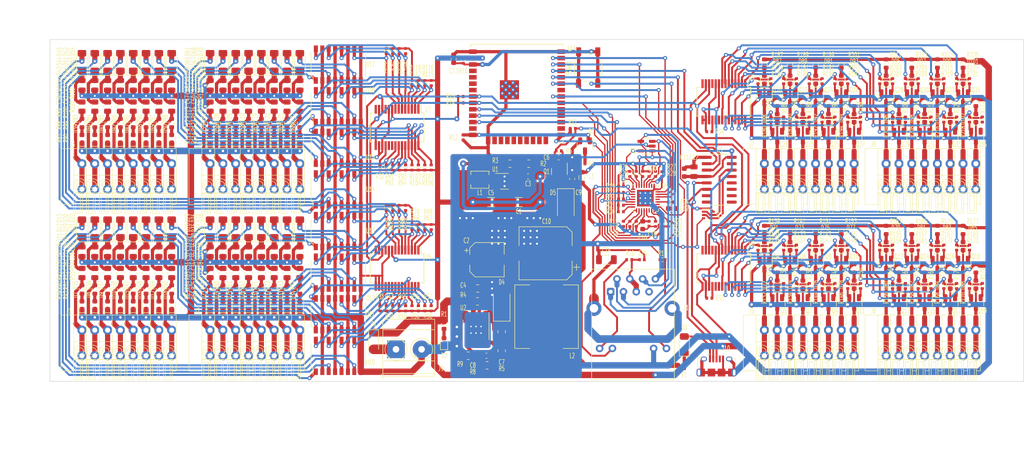
<source format=kicad_pcb>
(kicad_pcb (version 20221018) (generator pcbnew)
  (title_block (title "ESP 8 Relay Module"))
  (layers (0 "F.Cu" signal) (31 "B.Cu" signal) (34 "B.Paste" user) (35 "F.Paste" user) (36 "B.SilkS" user "B.Silkscreen") (37 "F.SilkS" user "F.Silkscreen") (38 "B.Mask" user) (39 "F.Mask" user) (44 "Edge.Cuts" user))
  (net 0 "")
  (net 1 "GND")
  (net 2 "Net-(C14-Pad1)")
  (net 3 "+3.3VA")
  (net 4 "+24V")
  (net 5 "+3.3V")
  (net 6 "Net-(Q3A-C1)")
  (net 7 "Net-(D11-K)")
  (net 8 "Net-(D12-K)")
  (net 9 "Net-(D13-K)")
  (net 10 "Net-(D14-K)")
  (net 11 "Net-(D19-K)")
  (net 12 "Net-(D20-K)")
  (net 13 "Net-(D21-K)")
  (net 14 "Net-(D22-K)")
  (net 15 "Net-(D27-K)")
  (net 16 "Net-(D28-K)")
  (net 17 "Net-(D29-K)")
  (net 18 "Net-(D30-K)")
  (net 19 "Net-(D35-K)")
  (net 20 "/MCU/USB_D-")
  (net 21 "/MCU/USB_D+")
  (net 22 "Net-(D36-K)")
  (net 23 "Net-(D37-K)")
  (net 24 "Net-(D38-K)")
  (net 25 "Net-(D43-K)")
  (net 26 "Net-(D44-K)")
  (net 27 "Net-(D45-K)")
  (net 28 "Net-(D46-K)")
  (net 29 "Net-(D51-K)")
  (net 30 "Net-(D52-K)")
  (net 31 "Net-(D53-K)")
  (net 32 "Net-(D54-K)")
  (net 33 "Net-(D59-K)")
  (net 34 "Net-(D60-K)")
  (net 35 "Net-(D61-K)")
  (net 36 "/MCU/PHY_PWR")
  (net 37 "Net-(D62-K)")
  (net 38 "Net-(D67-K)")
  (net 39 "Net-(D68-K)")
  (net 40 "Net-(D69-K)")
  (net 41 "Net-(D70-K)")
  (net 42 "/MCU/I2C_SCL")
  (net 43 "/MCU/I2C_SDA")
  (net 44 "Net-(D3-A)")
  (net 45 "Net-(D7-A)")
  (net 46 "/LAN/RD-")
  (net 47 "/LAN/TD-")
  (net 48 "/LAN/TD+")
  (net 49 "/LAN/RD+")
  (net 50 "Net-(D8-A)")
  (net 51 "Net-(D9-A)")
  (net 52 "Net-(D10-A)")
  (net 53 "Net-(D11-A)")
  (net 54 "Net-(D12-A)")
  (net 55 "Net-(D13-A)")
  (net 56 "Net-(D14-A)")
  (net 57 "Net-(D15-A)")
  (net 58 "Net-(D16-A)")
  (net 59 "Net-(D17-A)")
  (net 60 "Net-(D18-A)")
  (net 61 "Net-(D19-A)")
  (net 62 "Net-(D20-A)")
  (net 63 "Net-(D21-A)")
  (net 64 "Net-(D22-A)")
  (net 65 "Net-(D23-A)")
  (net 66 "Net-(D24-A)")
  (net 67 "Net-(D25-A)")
  (net 68 "Net-(D26-A)")
  (net 69 "/LAN/LED_G_K")
  (net 70 "Net-(D27-A)")
  (net 71 "Net-(D28-A)")
  (net 72 "Net-(D29-A)")
  (net 73 "Net-(D30-A)")
  (net 74 "Net-(D31-A)")
  (net 75 "Net-(D32-A)")
  (net 76 "Net-(D33-A)")
  (net 77 "Net-(D34-A)")
  (net 78 "Net-(D35-A)")
  (net 79 "/LAN/EMAC_RXD1")
  (net 80 "/LAN/EMAC_RXD0")
  (net 81 "/LAN/EMAC_MDIO")
  (net 82 "/LAN/EMAC_RX")
  (net 83 "Net-(D36-A)")
  (net 84 "Net-(D37-A)")
  (net 85 "Net-(D38-A)")
  (net 86 "Net-(D39-A)")
  (net 87 "Net-(D40-A)")
  (net 88 "Net-(D41-A)")
  (net 89 "Net-(D42-A)")
  (net 90 "Net-(D43-A)")
  (net 91 "Net-(D44-A)")
  (net 92 "Net-(D45-A)")
  (net 93 "Net-(D46-A)")
  (net 94 "Net-(D47-A)")
  (net 95 "Net-(D48-A)")
  (net 96 "Net-(D49-A)")
  (net 97 "Net-(D50-A)")
  (net 98 "Net-(D51-A)")
  (net 99 "Net-(D52-A)")
  (net 100 "Net-(D53-A)")
  (net 101 "Net-(D54-A)")
  (net 102 "Net-(D55-A)")
  (net 103 "/LAN/EMAC_CLK")
  (net 104 "/LAN/EMAC_TXD0")
  (net 105 "Net-(D56-A)")
  (net 106 "/LAN/EMAC_TXEN")
  (net 107 "/LAN/EMAC_TXD1")
  (net 108 "/LAN/EMAC_MDC")
  (net 109 "Net-(D57-A)")
  (net 110 "Net-(D58-A)")
  (net 111 "Net-(D59-A)")
  (net 112 "Net-(D60-A)")
  (net 113 "Net-(D61-A)")
  (net 114 "Net-(D62-A)")
  (net 115 "Net-(D63-A)")
  (net 116 "Net-(D64-A)")
  (net 117 "Net-(D65-A)")
  (net 118 "Net-(D66-A)")
  (net 119 "Net-(D67-A)")
  (net 120 "Net-(D68-A)")
  (net 121 "Net-(D69-A)")
  (net 122 "Net-(D70-A)")
  (net 123 "/Outputs 1-16/J8-OUT1")
  (net 124 "Net-(D71-A)")
  (net 125 "/Outputs 1-16/J8-OUT2")
  (net 126 "Net-(D72-A)")
  (net 127 "/Outputs 1-16/J8-OUT3")
  (net 128 "Net-(D73-A)")
  (net 129 "/Outputs 1-16/J8-OUT4")
  (net 130 "Net-(D74-A)")
  (net 131 "/Outputs 1-16/J8-OUT5")
  (net 132 "Net-(D75-A)")
  (net 133 "/Outputs 1-16/J8-OUT6")
  (net 134 "Net-(D76-A)")
  (net 135 "/Outputs 1-16/J8-OUT7")
  (net 136 "Net-(D77-A)")
  (net 137 "/Outputs 1-16/J8-OUT8")
  (net 138 "Net-(D78-A)")
  (net 139 "/Outputs 1-16/J9-OUT9")
  (net 140 "Net-(D79-A)")
  (net 141 "/Outputs 1-16/J9-OUT10")
  (net 142 "Net-(D80-A)")
  (net 143 "/Outputs 1-16/J9-OUT11")
  (net 144 "Net-(D81-A)")
  (net 145 "/Outputs 1-16/J9-OUT12")
  (net 146 "Net-(D82-A)")
  (net 147 "/Outputs 1-16/J9-OUT13")
  (net 148 "Net-(D83-A)")
  (net 149 "/Outputs 1-16/J9-OUT14")
  (net 150 "Net-(D84-A)")
  (net 151 "/Outputs 1-16/J9-OUT15")
  (net 152 "Net-(D85-A)")
  (net 153 "/Outputs 1-16/J9-OUT16")
  (net 154 "Net-(D86-A)")
  (net 155 "/Outputs 17-32/J10-OUT17")
  (net 156 "Net-(D87-A)")
  (net 157 "/Outputs 17-32/J10-OUT18")
  (net 158 "Net-(D88-A)")
  (net 159 "/Outputs 17-32/J10-OUT19")
  (net 160 "Net-(D89-A)")
  (net 161 "/Outputs 17-32/J10-OUT20")
  (net 162 "Net-(D90-A)")
  (net 163 "/Outputs 17-32/J10-OUT21")
  (net 164 "Net-(D91-A)")
  (net 165 "/Outputs 17-32/J10-OUT22")
  (net 166 "Net-(D92-A)")
  (net 167 "/Outputs 17-32/J10-OUT23")
  (net 168 "Net-(D93-A)")
  (net 169 "/Outputs 17-32/J10-OUT24")
  (net 170 "Net-(D94-A)")
  (net 171 "/Outputs 17-32/J11-OUT25")
  (net 172 "Net-(D95-A)")
  (net 173 "/Outputs 17-32/J11-OUT26")
  (net 174 "Net-(D96-A)")
  (net 175 "/Outputs 17-32/J11-OUT27")
  (net 176 "Net-(D97-A)")
  (net 177 "/Outputs 17-32/J11-OUT28")
  (net 178 "Net-(D98-A)")
  (net 179 "/Outputs 17-32/J11-OUT29")
  (net 180 "Net-(D99-A)")
  (net 181 "/Outputs 17-32/J11-OUT30")
  (net 182 "Net-(D100-A)")
  (net 183 "/Outputs 17-32/J11-OUT31")
  (net 184 "Net-(D101-A)")
  (net 185 "/Outputs 17-32/J11-OUT32")
  (net 186 "Net-(D102-A)")
  (net 187 "/Inputs 1-16/J4-IN1")
  (net 188 "/Inputs 1-16/J4-IN2")
  (net 189 "/Inputs 1-16/J4-IN3")
  (net 190 "/Inputs 1-16/J4-IN4")
  (net 191 "/Inputs 1-16/J4-IN5")
  (net 192 "/Inputs 1-16/J4-IN6")
  (net 193 "/Inputs 1-16/J4-IN7")
  (net 194 "/Inputs 1-16/J4-IN8")
  (net 195 "/Inputs 1-16/J5-IN9")
  (net 196 "/Inputs 1-16/J5-IN10")
  (net 197 "/Inputs 1-16/J5-IN11")
  (net 198 "/Inputs 1-16/J5-IN12")
  (net 199 "/Inputs 1-16/J5-IN13")
  (net 200 "/Inputs 1-16/J5-IN14")
  (net 201 "/Inputs 1-16/J5-IN15")
  (net 202 "/Inputs 1-16/J5-IN16")
  (net 203 "/Inputs 17-32/J6-IN17")
  (net 204 "/Inputs 17-32/J6-IN18")
  (net 205 "/Inputs 17-32/J6-IN19")
  (net 206 "/Inputs 17-32/J6-IN20")
  (net 207 "/Inputs 17-32/J6-IN21")
  (net 208 "/Inputs 17-32/J6-IN22")
  (net 209 "/Inputs 17-32/J6-IN23")
  (net 210 "/Inputs 17-32/J6-IN24")
  (net 211 "/Inputs 17-32/J7-IN25")
  (net 212 "/Inputs 17-32/J7-IN26")
  (net 213 "/Inputs 17-32/J7-IN27")
  (net 214 "/Inputs 17-32/J7-IN28")
  (net 215 "/Inputs 17-32/J7-IN29")
  (net 216 "/Inputs 17-32/J7-IN30")
  (net 217 "/Inputs 17-32/J7-IN31")
  (net 218 "/Inputs 17-32/J7-IN32")
  (net 221 "Net-(J11-Pad9)")
  (net 222 "Net-(J11-Pad12)")
  (net 223 "Net-(Q3B-C2)")
  (net 224 "Net-(Q4-B)")
  (net 225 "Net-(Q5-B)")
  (net 226 "Net-(Q6-B)")
  (net 227 "Net-(Q7-B)")
  (net 228 "Net-(Q8-B)")
  (net 229 "Net-(Q9-B)")
  (net 230 "Net-(Q10-B)")
  (net 231 "Net-(Q11-B)")
  (net 232 "Net-(Q12-B)")
  (net 233 "Net-(Q13-B)")
  (net 234 "Net-(Q14-B)")
  (net 235 "Net-(Q15-B)")
  (net 236 "Net-(Q16-B)")
  (net 237 "Net-(Q17-B)")
  (net 238 "Net-(Q18-B)")
  (net 239 "Net-(Q19-B)")
  (net 240 "Net-(Q20-B)")
  (net 241 "Net-(Q21-B)")
  (net 242 "Net-(Q22-B)")
  (net 243 "Net-(Q23-B)")
  (net 244 "Net-(Q24-B)")
  (net 245 "Net-(Q25-B)")
  (net 246 "Net-(Q26-B)")
  (net 247 "Net-(Q27-B)")
  (net 248 "Net-(Q28-B)")
  (net 249 "Net-(Q29-B)")
  (net 250 "Net-(Q30-B)")
  (net 251 "Net-(Q31-B)")
  (net 252 "Net-(Q32-B)")
  (net 253 "Net-(Q33-B)")
  (net 254 "Net-(Q34-B)")
  (net 255 "Net-(Q35-B)")
  (net 256 "Net-(U6-~{RESET})")
  (net 257 "Net-(U7-~{RESET})")
  (net 258 "Net-(U8-~{RESET})")
  (net 259 "Net-(U9-~{RESET})")
  (net 260 "/GPIO Expanders/IN1")
  (net 261 "/GPIO Expanders/IN2")
  (net 262 "/GPIO Expanders/IN3")
  (net 263 "/GPIO Expanders/IN4")
  (net 264 "/GPIO Expanders/IN5")
  (net 265 "/GPIO Expanders/IN6")
  (net 266 "/GPIO Expanders/IN7")
  (net 267 "/GPIO Expanders/IN8")
  (net 268 "/GPIO Expanders/IN9")
  (net 269 "/GPIO Expanders/IN10")
  (net 270 "/GPIO Expanders/IN11")
  (net 271 "/GPIO Expanders/IN12")
  (net 272 "/GPIO Expanders/IN13")
  (net 273 "/GPIO Expanders/IN14")
  (net 274 "/GPIO Expanders/IN15")
  (net 275 "/GPIO Expanders/IN16")
  (net 276 "/GPIO Expanders/IN17")
  (net 277 "/GPIO Expanders/IN18")
  (net 278 "/GPIO Expanders/IN19")
  (net 279 "/GPIO Expanders/IN20")
  (net 280 "/GPIO Expanders/IN21")
  (net 281 "/GPIO Expanders/IN22")
  (net 282 "/GPIO Expanders/IN23")
  (net 283 "/GPIO Expanders/IN24")
  (net 284 "/GPIO Expanders/IN25")
  (net 285 "/GPIO Expanders/IN26")
  (net 286 "/GPIO Expanders/IN27")
  (net 287 "/GPIO Expanders/IN28")
  (net 288 "/GPIO Expanders/IN29")
  (net 289 "/GPIO Expanders/IN30")
  (net 290 "/GPIO Expanders/IN31")
  (net 291 "/GPIO Expanders/IN32")
  (net 292 "/GPIO Expanders/OUT1")
  (net 293 "/GPIO Expanders/OUT2")
  (net 294 "/GPIO Expanders/OUT3")
  (net 295 "/GPIO Expanders/OUT4")
  (net 296 "/GPIO Expanders/OUT5")
  (net 297 "/GPIO Expanders/OUT6")
  (net 298 "/GPIO Expanders/OUT7")
  (net 299 "/GPIO Expanders/OUT8")
  (net 300 "/GPIO Expanders/OUT9")
  (net 301 "/GPIO Expanders/OUT10")
  (net 302 "/GPIO Expanders/OUT11")
  (net 303 "/GPIO Expanders/OUT12")
  (net 304 "/GPIO Expanders/OUT13")
  (net 305 "/GPIO Expanders/OUT14")
  (net 306 "/GPIO Expanders/OUT15")
  (net 307 "/GPIO Expanders/OUT16")
  (net 308 "/GPIO Expanders/OUT17")
  (net 309 "/GPIO Expanders/OUT18")
  (net 310 "/GPIO Expanders/OUT19")
  (net 311 "/GPIO Expanders/OUT20")
  (net 312 "/GPIO Expanders/OUT21")
  (net 313 "/GPIO Expanders/OUT22")
  (net 314 "/GPIO Expanders/OUT23")
  (net 315 "/GPIO Expanders/OUT24")
  (net 316 "/GPIO Expanders/OUT25")
  (net 317 "/GPIO Expanders/OUT26")
  (net 318 "/GPIO Expanders/OUT27")
  (net 319 "/GPIO Expanders/OUT28")
  (net 320 "/GPIO Expanders/OUT29")
  (net 321 "/GPIO Expanders/OUT30")
  (net 322 "/GPIO Expanders/OUT31")
  (net 323 "/GPIO Expanders/OUT32")
  (net 324 "Net-(U3-TXD)")
  (net 325 "Net-(U3-RXD)")
  (net 360 "+5V")
  (net 361 "Net-(U1-FB)")
  (net 362 "Net-(Q1-G)")
  (net 363 "Net-(D4-K)")
  (net 364 "Net-(C7-Pad1)")
  (net 365 "Net-(D5-A)")
  (net 366 "Net-(U2-FB)")
  (net 367 "+3.3VLAN")
  (net 368 "Net-(U5-~{RST})")
  (net 369 "Net-(D1-A)")
  (net 370 "Net-(D2-A)")
  (net 371 "Net-(D3-K)")
  (net 372 "Net-(U1-LX)")
  (net 373 "Net-(Q2-C)")
  (net 374 "Net-(Q3A-E1)")
  (net 375 "Net-(Q3A-B1)")
  (net 376 "Net-(R4-Pad2)")
  (net 377 "Net-(U2-BS)")
  (net 378 "Net-(U5-RXD2{slash}~{RMIISEL})")
  (net 379 "/LAN/LED_Y_A")
  (net 380 "Net-(U5-RXD3{slash}~{PHYAD2})")
  (net 381 "Net-(U5-RXCLK{slash}~{PHYAD1})")
  (net 382 "Net-(U5-RXER{slash}RXD4{slash}~{PHYAD0})")
  (net 383 "Net-(U5-RBIAS)")
  (net 398 "Net-(#FLG06-pwr)")
  (footprint "Tales:R_0603_1608Metric" (layer "F.Cu") (at 88.9 113.855 -90)
    (fp_text reference "R50")
    (fp_text value "5,6k/0,1W/0603")
  )
  (footprint "Tales:R_0603_1608Metric" (layer "F.Cu") (at 243.205 76.645 -90)
    (fp_text reference "R224")
    (fp_text value "5,6k/0,1W/0603")
  )
  (footprint "Tales:CP_Elec_10x10" (layer "F.Cu") (at 163.005 106.68 180)
    (fp_text reference "C10")
    (fp_text value "470uF/16V/10x10")
  )
  (footprint "Tales:C_0805_2012Metric" (layer "F.Cu") (at 71.12 73.345 -90)
    (fp_text reference "C39")
    (fp_text value "33nF/50V/0805")
  )
  (footprint "Tales:LED_0603_1608Metric" (layer "F.Cu") (at 73.66 83.9725 90)
    (fp_text reference "D40")
    (fp_text value "GREEN/0603")
  )
  (footprint "Package_SO:SOP-16_4.4x10.4mm_P1.27mm" (layer "F.Cu") (at 121.925 102.26 90)
    (fp_text reference "U13")
    (fp_text value "OR-3H4-4")
  )
  (footprint "Diode_SMD:D_MiniMELF" (layer "F.Cu") (at 114.3 101.755 90)
    (fp_text reference "D38")
    (fp_text value "9V1/500mW")
  )
  (footprint "Tales:C_1206_3216Metric" (layer "F.Cu") (at 175.055 107.95 180)
    (fp_text reference "C14")
    (fp_text value "1nF/2kV/1206")
  )
  (footprint "Tales:L_12x12mm_H6mm" (layer "F.Cu") (at 163.195 119.25 90)
    (fp_text reference "L2")
    (fp_text value "33uH 2,1A")
  )
  (footprint "Tales:R_0603_1608Metric" (layer "F.Cu") (at 96.52 113.855 -90)
    (fp_text reference "R59")
    (fp_text value "5,6k/0,1W/0603")
  )
  (footprint "Tales:R_0402_1005Metric" (layer "F.Cu") (at 217.805 105.535 90)
    (fp_text reference "R147")
    (fp_text value "1k/62,5mW/0402")
  )
  (footprint "Tales:C_0805_2012Metric" (layer "F.Cu") (at 99.06 73.345 -90)
    (fp_text reference "C48")
    (fp_text value "33nF/50V/0805")
  )
  (footprint "Tales:R_0603_1608Metric" (layer "F.Cu") (at 73.66 80.835 -90)
    (fp_text reference "R84")
    (fp_text value "5,6k/0,1W/0603")
  )
  (footprint "Diode_SMD:D_MiniMELF" (layer "F.Cu") (at 114.3 68.735 90)
    (fp_text reference "D70")
    (fp_text value "9V1/500mW")
  )
  (footprint "Diode_SMD:D_MiniMELF" (layer "F.Cu") (at 109.22 68.735 90)
    (fp_text reference "D68")
    (fp_text value "9V1/500mW")
  )
  (footprint "Tales:R_0603_1608Metric" (layer "F.Cu") (at 238.125 76.645 -90)
    (fp_text reference "R214")
    (fp_text value "5,6k/0,1W/0603")
  )
  (footprint "Tales:R_0402_1005Metric" (layer "F.Cu") (at 247.015 105.535 90)
    (fp_text reference "R173")
    (fp_text value "1k/62,5mW/0402")
  )
  (footprint "Tales:R_0402_1005Metric" (layer "F.Cu") (at 239.395 72.515 -90)
    (fp_text reference "R215")
    (fp_text value "10k/62,5mW/0402")
  )
  (footprint "Tales:R_0402_1005Metric" (layer "F.Cu") (at 184.785 90.93 90)
    (fp_text reference "R28")
    (fp_text value "49,9R/62,5mW/0402")
  )
  (footprint "Tales:C_0805_2012Metric" (layer "F.Cu") (at 96.52 73.345 -90)
    (fp_text reference "C47")
    (fp_text value "33nF/50V/0805")
  )
  (footprint "Tales:LED_0603_1608Metric" (layer "F.Cu") (at 106.68 116.9925 90)
    (fp_text reference "D31")
    (fp_text value "GREEN/0603")
  )
  (footprint "Tales:SOIC-8-1EP_3.9x4.9mm_P1.27mm_EP2.29x3mm_ThermalVias" (layer "F.Cu") (at 149.225 121.855 -90)
    (fp_text reference "U2")
    (fp_text value "TX4138")
  )
  (footprint "Tales:R_0402_1005Metric" (layer "F.Cu") (at 140.335 89.66 90)
    (fp_text reference "R106")
    (fp_text value "2k2/62,5mW/0402")
  )
  (footprint "Diode_SMD:D_MiniMELF" (layer "F.Cu") (at 101.6 101.755 90)
    (fp_text reference "D29")
    (fp_text value "9V1/500mW")
  )
  (footprint "Diode_SMD:D_MiniMELF" (layer "F.Cu") (at 86.36 68.735 90)
    (fp_text reference "D53")
    (fp_text value "9V1/500mW")
  )
  (footprint "Tales:R_0805_2012Metric" (layer "F.Cu") (at 114.3 77.5735 -90)
    (fp_text reference "R126")
    (fp_text value "1k8/0,125W/0805")
  )
  (footprint "Tales:SOT-23" (layer "F.Cu") (at 219.075 83.455 -90)
    (fp_text reference "Q25")
    (fp_text value "MMBT2222A/SOT-23-3")
  )
  (footprint "Tales:R_0603_1608Metric" (layer "F.Cu") (at 106.68 80.835 -90)
    (fp_text reference "R119")
    (fp_text value "5,6k/0,1W/0603")
  )
  (footprint "Tales:R_0603_1608Metric" (layer "F.Cu") (at 78.74 80.835 -90)
    (fp_text reference "R86")
    (fp_text value "5,6k/0,1W/0603")
  )
  (footprint "Tales:R_0603_1608Metric" (layer "F.Cu") (at 213.995 109.665 -90)
    (fp_text reference "R142")
    (fp_text value "5,6k/0,1W/0603")
  )
  (footprint "Tales:R_0402_1005Metric" (layer "F.Cu") (at 140.335 101.475 -90)
    (fp_text reference "R67")
    (fp_text value "2k2/62,5mW/0402")
  )
  (footprint "Tales:R_0402_1005Metric" (layer "F.Cu") (at 187.325 100.84 90)
    (fp_text reference "R22")
    (fp_text value "2k2/62,5mW/0402")
  )
  (footprint "Tales:R_0402_1005Metric" (layer "F.Cu") (at 146.175 75.57)
    (fp_text reference "R13")
    (fp_text value "2k2/62,5mW/0402")
  )
  (footprint "Tales:R_0402_1005Metric" (layer "F.Cu") (at 217.805 113.155 -90)
    (fp_text reference "R144")
    (fp_text value "10k/62,5mW/0402")
  )
  (footprint "Tales:R_0805_2012Metric" (layer "F.Cu") (at 71.12 77.5735 -90)
    (fp_text reference "R87")
    (fp_text value "1k8/0,125W/0805")
  )
  (footprint "Tales:R_0805_2012Metric" (layer "F.Cu") (at 104.14 77.5735 -90)
    (fp_text reference "R114")
    (fp_text value "1k8/0,125W/0805")
  )
  (footprint "Tales:LED_0603_1608Metric" (layer "F.Cu") (at 208.915 112.8775 90)
    (fp_text reference "D72")
    (fp_text value "GREEN/0603")
  )
  (footprint "Tales:C_0805_2012Metric" (layer "F.Cu") (at 88.9 73.345 -90)
    (fp_text reference "C46")
    (fp_text value "33nF/50V/0805")
  )
  (footprint "Tales:SOT-23" (layer "F.Cu") (at 216.535 75.835 -90)
    (fp_text reference "Q24")
    (fp_text value "MMBT2222A/SOT-23-3")
  )
  (footprint "Diode_SMD:D_MiniMELF" (layer "F.Cu") (at 83.82 101.755 90)
    (fp_text reference "D20")
    (fp_text value "9V1/500mW")
  )
  (footprint "Package_TO_SOT_SMD:SOT-23-5" (layer "F.Cu") (at 183.0125 85.41 180)
    (fp_text reference "D6")
    (fp_text value "ESDS314DBV")
  )
  (footprint "Tales:R_0402_1005Metric" (layer "F.Cu") (at 137.795 72.9 -90)
    (fp_text reference "R117")
    (fp_text value "2k2/62,5mW/0402")
  )
  (footprint "Tales:C_0805_2012Metric" (layer "F.Cu") (at 111.76 73.345 -90)
    (fp_text reference "C53")
    (fp_text value "33nF/50V/0805")
  )
  (footprint "Tales:R_0402_1005Metric" (layer "F.Cu") (at 133.985 66.55 -90)
    (fp_text reference "R128")
    (fp_text value "2k2/62,5mW/0402")
  )
  (footprint "Tales:R_0603_1608Metric" (layer "F.Cu") (at 96.52 80.835 -90)
    (fp_text reference "R107")
    (fp_text value "5,6k/0,1W/0603")
  )
  (footprint "Tales:SOT-23" (layer "F.Cu") (at 233.045 116.475 -90)
    (fp_text reference "Q13")
    (fp_text value "MMBT2222A/SOT-23-3")
  )
  (footprint "Tales:R_0402_1005Metric" (layer "F.Cu") (at 135.255 117.6 90)
    (fp_text reference "R46")
    (fp_text value "2k2/62,5mW/0402")
  )
  (footprint "Tales:LED_0603_1608Metric" (layer "F.Cu") (at 208.915 79.8575 90)
    (fp_text reference "D88")
    (fp_text value "GREEN/0603")
  )
  (footprint "Inductor_SMD:L_0805_2012Metric" (layer "F.Cu") (at 170.18 91.6475 90)
    (fp_text reference "L3")
    (fp_text value "2A 600R")
  )
  (footprint "Tales:D_SMA" (layer "F.Cu") (at 167.005 97.25 -90)
    (fp_text reference "D5")
    (fp_text value "SS34")
  )
  (footprint "Tales:R_0805_2012Metric" (layer "F.Cu") (at 155.9325 88.9 180)
    (fp_text reference "R3")
    (fp_text value "22,1k/0,125W/0805")
  )
  (footprint "Tales:R_0603_1608Metric" (layer "F.Cu") (at 104.14 113.855 -90)
    (fp_text reference "R62")
    (fp_text value "5,6k/0,1W/0603")
  )
  (footprint "Diode_SMD:D_MiniMELF" (layer "F.Cu") (at 78.74 101.755 90)
    (fp_text reference "D14")
    (fp_text value "9V1/500mW")
  )
  (footprint "Tales:R_0402_1005Metric" (layer "F.Cu") (at 180.975 100.84 90)
    (fp_text reference "R19")
    (fp_text value "2k2/62,5mW/0402")
  )
  (footprint "Tales:SOT-363_SC-70-6" (layer "F.Cu") (at 195.26 99.075)
    (fp_text reference "Q3")
    (fp_text value "UMH3N")
  )
  (footprint "Tales:R_0805_2012Metric" (layer "F.Cu") (at 71.12 110.5935 -90)
    (fp_text reference "R39")
    (fp_text value "1k8/0,125W/0805")
  )
  (footprint "Tales:R_0603_1608Metric" (layer "F.Cu") (at 221.615 69.025 -90)
    (fp_text reference "R201")
    (fp_text value "5,6k/0,1W/0603")
  )
  (footprint "Tales:LED_0603_1608Metric" (layer "F.Cu") (at 213.995 79.8575 90)
    (fp_text reference "D90")
    (fp_text value "GREEN/0603")
  )
  (footprint "Tales:ESP32-WROOM-32U" (layer "F.Cu") (at 157.34 74.93)
    (fp_text reference "U4")
    (fp_text value "ESP32-WROOM-32UE-N16")
  )
  (footprint "Tales:R_0603_1608Metric" (layer "F.Cu") (at 206.375 102.045 -90)
    (fp_text reference "R139")
    (fp_text value "5,6k/0,1W/0603")
  )
  (footprint "Tales:C_0805_2012Metric" (layer "F.Cu") (at 106.68 73.345 -90)
    (fp_text reference "C51")
    (fp_text value "33nF/50V/0805")
  )
  (footprint "Tales:R_0402_1005Metric" (layer "F.Cu") (at 236.855 72.515 90)
    (fp_text reference "R209")
    (fp_text value "1k/62,5mW/0402")
  )
  (footprint "Tales:C_0402_1005Metric" (layer "F.Cu") (at 177.955 95.885 180)
    (fp_text reference "C21")
    (fp_text value "1uF/6,3V/0402")
  )
  (footprint "Tales:R_0402_1005Metric" (layer "F.Cu") (at 249.555 113.155 90)
    (fp_text reference "R174")
    (fp_text value "1k/62,5mW/0402")
  )
  (footprint "Tales:R_0603_1608Metric" (layer "F.Cu") (at 208.915 76.645 -90)
    (fp_text reference "R188")
    (fp_text value "5,6k/0,1W/0603")
  )
  (footprint "Tales:C_0402_1005Metric" (layer "F.Cu") (at 182.09 107.95)
    (fp_text reference "C15")
    (fp_text value "0,1uF/16V/0402")
  )
  (footprint "Tales:C_0603_1608Metric" (layer "F.Cu") (at 144.78 68.09 90)
    (fp_text reference "C13")
    (fp_text value "1uF/10V/0603")
  )
  (footprint "Tales:R_0402_1005Metric" (layer "F.Cu") (at 222.885 105.535 90)
    (fp_text reference "R149")
    (fp_text value "1k/62,5mW/0402")
  )
  (footprint "Tales:SOT-23" (layer "F.Cu") (at 221.615 108.855 -90)
    (fp_text reference "Q10")
    (fp_text value "MMBT2222A/SOT-23-3")
  )
  (footprint "Tales:LED_0603_1608Metric" (layer "F.Cu") (at 211.455 105.2575 90)
    (fp_text reference "D73")
    (fp_text value "GREEN/0603")
  )
  (footprint "Diode_SMD:D_MiniMELF" (layer "F.Cu") (at 101.6 68.735 90)
    (fp_text reference "D61")
    (fp_text value "9V1/500mW")
  )
  (footprint "Tales:R_0805_2012Metric" (layer "F.Cu") (at 76.2 77.5735 -90)
    (fp_text reference "R89")
    (fp_text value "1k8/0,125W/0805")
  )
  (footprint "Tales:R_0603_1608Metric" (layer "F.Cu") (at 216.535 69.025 -90)
    (fp_text reference "R199")
    (fp_text value "5,6k/0,1W/0603")
  )
  (footprint "Tales:R_0402_1005Metric" (layer "F.Cu") (at 186.055 100.84 90)
    (fp_text reference "R25")
    (fp_text value "2k2/62,5mW/0402")
  )
  (footprint "Diode_SMD:D_MiniMELF" (layer "F.Cu") (at 81.28 68.735 90)
    (fp_text reference "D51")
    (fp_text value "9V1/500mW")
  )
  (footprint "Tales:R_0603_1608Metric" (layer "F.Cu") (at 221.615 102.045 -90)
    (fp_text reference "R153")
    (fp_text value "5,6k/0,1W/0603")
  )
  (footprint "Tales:R_0603_1608Metric" (layer "F.Cu") (at 71.12 80.835 -90)
    (fp_text reference "R83")
    (fp_text value "5,6k/0,1W/0603")
  )
  (footprint "Tales:R_0402_1005Metric" (layer "F.Cu") (at 215.265 80.135 90)
    (fp_text reference "R186")
    (fp_text value "1k/62,5mW/0402")
  )
  (footprint "Tales:R_0402_1005Metric" (layer "F.Cu") (at 132.715 97.665 -90)
    (fp_text reference "R81")
    (fp_text value "2k2/62,5mW/0402")
  )
  (footprint "Diode_SMD:D_MiniMELF" (layer "F.Cu") (at 76.2 101.755 90)
    (fp_text reference "D13")
    (fp_text value "9V1/500mW")
  )
  (footprint "Tales:SOT-23" (layer "F.Cu") (at 213.995 83.455 -90)
    (fp_text reference "Q23")
    (fp_text value "MMBT2222A/SOT-23-3")
  )
  (footprint "Tales:R_0402_1005Metric" (layer "F.Cu") (at 131.445 66.55 -90)
    (fp_text reference "R130")
    (fp_text value "2k2/62,5mW/0402")
  )
  (footprint "Tales:R_0805_2012Metric" (layer "F.Cu") (at 99.06 77.5735 -90)
    (fp_text reference "R112")
    (fp_text value "1k8/0,125W/0805")
  )
  (footprint "Tales:R_0603_1608Metric" (layer "F.Cu") (at 111.76 80.835 -90)
    (fp_text reference "R121")
    (fp_text value "5,6k/0,1W/0603")
  )
  (footprint "Tales:R_0402_1005Metric" (layer "F.Cu") (at 239.395 105.535 -90)
    (fp_text reference "R167")
    (fp_text value "10k/62,5mW/0402")
  )
  (footprint "Tales:LED_0603_1608Metric" (layer "F.Cu") (at 235.585 105.2575 90)
    (fp_text reference "D81")
    (fp_text value "GREEN/0603")
  )
  (footprint "Tales:L_3x3_H1.5" (layer "F.Cu") (at 149.98 92.075 180)
    (fp_text reference "L1")
    (fp_text value "2,2uH 1,5A")
  )
  (footprint "Tales:R_0402_1005Metric" (layer "F.Cu") (at 179.705 90.93 90)
    (fp_text reference "R26")
    (fp_text value "12,1k/62,5mW/0402")
  )
  (footprint "Package_SO:SOP-16_4.4x10.4mm_P1.27mm" (layer "F.Cu") (at 121.925 69.24 90)
    (fp_text reference "U17")
    (fp_text value "OR-3H4-4")
  )
  (footprint "Tales:C_0805_2012Metric" (layer "F.Cu") (at 73.66 73.345 -90)
    (fp_text reference "C40")
    (fp_text value "33nF/50V/0805")
  )
  (footprint "Tales:R_0805_2012Metric" (layer "F.Cu") (at 83.82 110.5935 -90)
    (fp_text reference "R52")
    (fp_text value "1k8/0,125W/0805")
  )
  (footprint "Tales:SOT-23" (layer "F.Cu") (at 235.585 75.835 -90)
    (fp_text reference "Q30")
    (fp_text value "MMBT2222A/SOT-23-3")
  )
  (footprint "Tales:R_0402_1005Metric" (layer "F.Cu") (at 217.805 72.515 90)
    (fp_text reference "R195")
    (fp_text value "1k/62,5mW/0402")
  )
  (footprint "Tales:R_0402_1005Metric" (layer "F.Cu") (at 236.855 105.535 90)
    (fp_text reference "R161")
    (fp_text value "1k/62,5mW/0402")
  )
  (footprint "Package_SO:SOP-16_4.4x10.4mm_P1.27mm" (layer "F.Cu") (at 121.925 110.515 90)
    (fp_text reference "U12")
    (fp_text value "OR-3H4-4")
  )
  (footprint "Tales:C_0805_2012Metric" (layer "F.Cu") (at 114.3 106.365 -90)
    (fp_text reference "C38")
    (fp_text value "33nF/50V/0805")
  )
  (footprint "Tales:C_1206_3216Metric" (layer "F.Cu") (at 157.685 96.52 180)
    (fp_text reference "C1")
    (fp_text value "10uF/16V/1206")
  )
  (footprint "Diode_SMD:D_MiniMELF" (layer "F.Cu") (at 104.14 68.735 90)
    (fp_text reference "D62")
    (fp_text value "9V1/500mW")
  )
  (footprint "Tales:SOT-23" (layer "F.Cu") (at 235.585 108.855 -90)
    (fp_text reference "Q14")
    (fp_text value "MMBT2222A/SOT-23-3")
  )
  (footprint "Tales:CP_Elec_6.3x5.4" (layer "F.Cu") (at 151.39 107.95)
    (fp_text reference "C2")
    (fp_text value "47uF/35V/6,3x5,4")
  )
  (footprint "Tales:R_0603_1608Metric" (layer "F.Cu") (at 235.585 69.025 -90)
    (fp_text reference "R213")
    (fp_text value "5,6k/0,1W/0603")
  )
  (footprint "Tales:R_0603_1608Metric" (layer "F.Cu") (at 101.6 113.855 -90)
    (fp_text reference "R61")
    (fp_text value "5,6k/0,1W/0603")
  )
  (footprint "Diode_SMD:D_MiniMELF" (layer "F.Cu") (at 88.9 101.755 90)
    (fp_text reference "D22")
    (fp_text value "9V1/500mW")
  )
  (footprint "Tales:C_0805_2012Metric" (layer "F.Cu") (at 78.74 73.345 -90)
    (fp_text reference "C42")
    (fp_text value "33nF/50V/0805")
  )
  (footprint "Tales:R_0402_1005Metric" (layer "F.Cu") (at 234.315 72.515 -90)
    (fp_text reference "R205")
    (fp_text value "10k/62,5mW/0402")
  )
  (footprint "Tales:C_0805_2012Metric" (layer "F.Cu") (at 86.36 106.36 -90)
    (fp_text reference "C29")
    (fp_text value "33nF/50V/0805")
  )
  (footprint "Tales:TSOT-23-5" (layer "F.Cu") (at 154.87 92.39)
    (fp_text reference "U1")
    (fp_text value "SY8089A1AAC")
  )
  (footprint "Tales:R_0402_1005Metric" (layer "F.Cu") (at 139.065 89.66 90)
    (fp_text reference "R105")
    (fp_text value "2k2/62,5mW/0402")
  )
  (footprint "Tales:R_0805_2012Metric" (layer "F.Cu") (at 111.76 110.5935 -90)
    (fp_text reference "R77")
    (fp_text value "1k8/0,125W/0805")
  )
  (footprint "Package_SO:SOP-16_4.4x10.4mm_P1.27mm" (layer "F.Cu") (at 121.925 94.005 90)
    (fp_text reference "U14")
    (fp_text value "OR-3H4-4")
  )
  (footprint "Tales:R_0402_1005Metric" (layer "F.Cu") (at 179.705 100.84 90)
    (fp_text reference "R18")
    (fp_text value "2k2/62,5mW/0402")
  )
  (footprint "Tales:LED_0603_1608Metric" (layer "F.Cu") (at 221.615 105.2575 90)
    (fp_text reference "D77")
    (fp_text value "GREEN/0603")
  )
  (footprint "Tales:R_0402_1005Metric" (layer "F.Cu") (at 231.775 105.535 90)
    (fp_text reference "R159")
    (fp_text value "1k/62,5mW/0402")
  )
  (footprint "Diode_SMD:D_MiniMELF" (layer "F.Cu") (at 99.06 68.735 90)
    (fp_text reference "D60")
    (fp_text value "9V1/500mW")
  )
  (footprint "Tales:R_0603_1608Metric" (layer "F.Cu") (at 111.76 113.855 -90)
    (fp_text reference "R73")
    (fp_text value "5,6k/0,1W/0603")
  )
  (footprint "Tales:SOT-23" (layer "F.Cu") (at 233.045 83.455 -90)
    (fp_text reference "Q29")
    (fp_text value "MMBT2222A/SOT-23-3")
  )
  (footprint "Tales:R_0402_1005Metric" (layer "F.Cu") (at 210.185 113.155 90)
    (fp_text reference "R136")
    (fp_text value "1k/62,5mW/0402")
  )
  (footprint "Package_SO:SOIC-16_3.9x9.9mm_P1.27mm" (layer "F.Cu") (at 197.42 92.075)
    (fp_text reference "U3")
    (fp_text value "CH340C")
  )
  (footprint "Tales:R_0402_1005Metric" (layer "F.Cu") (at 170.305 88.9 180)
    (fp_text reference "R7")
    (fp_text value "1k/62,5mW/0402")
  )
  (footprint "Tales:R_0603_1608Metric" (layer "F.Cu") (at 76.2 80.835 -90)
    (fp_text reference "R85")
    (fp_text value "5,6k/0,1W/0603")
  )
  (footprint "Tales:SOT-23" (layer "F.Cu") (at 213.995 116.475 -90)
    (fp_text reference "Q7")
    (fp_text value "MMBT2222A/SOT-23-3")
  )
  (footprint "Tales:R_0402_1005Metric" (layer "F.Cu") (at 222.885 80.135 -90)
    (fp_text reference "R194")
    (fp_text value "10k/62,5mW/0402")
  )
  (footprint "Tales:C_0603_1608Metric" (layer "F.Cu") (at 190.5 90.665 90)
    (fp_text reference "C11")
    (fp_text value "10uF/6,3V/0603")
  )
  (footprint "Tales:SOT-23" (layer "F.Cu") (at 170.815 85.36 -90)
    (fp_text reference "Q2")
    (fp_text value "LMUN2211LT1G")
  )
  (footprint "Tales:R_0603_1608Metric" (layer "F.Cu") (at 219.075 76.645 -90)
    (fp_text reference "R200")
    (fp_text value "5,6k/0,1W/0603")
  )
  (footprint "Tales:R_0402_1005Metric" (layer "F.Cu") (at 186.18 107.95)
    (fp_text reference "R17")
    (fp_text value "330R/62,5mW/0402")
  )
  (footprint "Tales:R_0402_1005Metric" (layer "F.Cu") (at 179.58 107.95 180)
    (fp_text reference "R16")
    (fp_text value "330R/62,5mW/0402")
  )
  (footprint "Tales:R_0402_1005Metric" (layer "F.Cu") (at 130.175 89.66 90)
    (fp_text reference "R32")
    (fp_text value "1k/62,5mW/0402")
  )
  (footprint "Tales:SOT-23" (layer "F.Cu") (at 238.125 83.455 -90)
    (fp_text reference "Q31")
    (fp_text value "MMBT2222A/SOT-23-3")
  )
  (footprint "Diode_SMD:D_MiniMELF" (layer "F.Cu") (at 109.22 101.755 90)
    (fp_text reference "D36")
    (fp_text value "9V1/500mW")
  )
  (footprint "Tales:R_0805_2012Metric" (layer "F.Cu") (at 101.6 110.5935 -90)
    (fp_text reference "R65")
    (fp_text value "1k8/0,125W/0805")
  )
  (footprint "Tales:R_0402_1005Metric" (layer "F.Cu") (at 207.645 105.535 90)
    (fp_text reference "R135")
    (fp_text value "1k/62,5mW/0402")
  )
  (footprint "Tales:C_0805_2012Metric" (layer "F.Cu") (at 78.74 106.36 -90)
    (fp_text reference "C26")
    (fp_text value "33nF/50V/0805")
  )
  (footprint "Tales:LED_0603_1608Metric" (layer "F.Cu") (at 211.455 72.2375 90)
    (fp_text reference "D89")
    (fp_text value "GREEN/0603")
  )
  (footprint "Tales:TerminalBlock_Dorabo_DB141V-2.54-08P_1x08_P2.54mm_Vertical" (layer "F.Cu") (at 206.375 93.98)
    (fp_text reference "J7")
    (fp_text value "Conn_01x08")
  )
  (footprint "Tales:R_0805_2012Metric" (layer "F.Cu") (at 104.14 110.5935 -90)
    (fp_text reference "R66")
    (fp_text value "1k8/0,125W/0805")
  )
  (footprint "Diode_SMD:D_MiniMELF" (layer "F.Cu") (at 99.06 101.755 90)
    (fp_text reference "D28")
    (fp_text value "9V1/500mW")
  )
  (footprint "Tales:C_0402_1005Metric" (layer "F.Cu") (at 177.955 93.345 180)
    (fp_text reference "C19")
    (fp_text value "0,1uF/16V/0402")
  )
  (footprint "Tales:LED_0603_1608Metric" (layer "F.Cu") (at 114.3 83.9725 90)
    (fp_text reference "D66")
    (fp_text value "GREEN/0603")
  )
  (footprint "Diode_SMD:D_MiniMELF" (layer "F.Cu") (at 76.2 68.735 90)
    (fp_text reference "D45")
    (fp_text value "9V1/500mW")
  )
  (footprint "Tales:R_0402_1005Metric" (layer "F.Cu") (at 177.925 97.155 180)
    (fp_text reference "R21")
    (fp_text value "2k2/62,5mW/0402")
  )
  (footprint "Tales:C_0402_1005Metric" (layer "F.Cu") (at 183.515 100.81 -90)
    (fp_text reference "C18")
    (fp_text value "0,1uF/16V/0402")
  )
  (footprint "Tales:C_0805_2012Metric" (layer "F.Cu") (at 101.6 73.345 -90)
    (fp_text reference "C49")
    (fp_text value "33nF/50V/0805")
  )
  (footprint "Tales:SOT-23" (layer "F.Cu") (at 208.915 83.455 -90)
    (fp_text reference "Q21")
    (fp_text value "MMBT2222A/SOT-23-3")
  )
  (footprint "Tales:R_0402_1005Metric" (layer "F.Cu") (at 210.185 72.515 -90)
    (fp_text reference "R181")
    (fp_text value "10k/62,5mW/0402")
  )
  (footprint "Tales:R_0402_1005Metric" (layer "F.Cu") (at 239.395 113.155 90)
    (fp_text reference "R162")
    (fp_text value "1k/62,5mW/0402")
  )
  (footprint "Tales:QFN-32-1EP_5x5mm_P0.5mm_EP3.3x3.3mm_ThermalVias" (layer "F.Cu") (at 182.7775 95.73)
    (fp_text reference "U5")
    (fp_text value "LAN8710A")
  )
  (footprint "Tales:R_0402_1005Metric" (layer "F.Cu") (at 229.235 72.515 -90)
    (fp_text reference "R203")
    (fp_text value "10k/62,5mW/0402")
  )
  (footprint "Tales:R_0402_1005Metric" (layer "F.Cu") (at 247.015 80.135 -90)
    (fp_text reference "R218")
    (fp_text value "10k/62,5mW/0402")
  )
  (footprint "Tales:SOT-23" (layer "F.Cu") (at 216.535 108.855 -90)
    (fp_text reference "Q8")
    (fp_text value "MMBT2222A/SOT-23-3")
  )
  (footprint "Tales:LED_0603_1608Metric" (layer "F.Cu") (at 81.28 83.9725 90)
    (fp_text reference "D47")
    (fp_text value "GREEN/0603")
  )
  (footprint "Tales:R_0402_1005Metric" (layer "F.Cu") (at 241.935 113.155 -90)
    (fp_text reference "R168")
    (fp_text value "10k/62,5mW/0402")
  )
  (footprint "Diode_SMD:D_MiniMELF" (layer "F.Cu") (at 86.36 101.755 90)
    (fp_text reference "D21")
    (fp_text value "9V1/500mW")
  )
  (footprint "Tales:R_0402_1005Metric" (layer "F.Cu") (at 207.645 80.135 -90)
    (fp_text reference "R180")
    (fp_text value "10k/62,5mW/0402")
  )
  (footprint "Tales:LED_0603_1608Metric" (layer "F.Cu") (at 213.995 112.8775 90)
    (fp_text reference "D74")
    (fp_text value "GREEN/0603")
  )
  (footprint "Tales:TerminalBlock_Dorabo_DB141V-2.54-08P_1x08_P2.54mm_Vertical" (layer "F.Cu") (at 96.52 93.98)
    (fp_text reference "J4")
    (fp_text value "Conn_01x08")
  )
  (footprint "Tales:R_0805_2012Metric" (layer "F.Cu") (at 73.66 77.5735 -90)
    (fp_text reference "R88")
    (fp_text value "1k8/0,125W/0805")
  )
  (footprint "Tales:C_0805_2012Metric" (layer "F.Cu") (at 76.2 106.36 -90)
    (fp_text reference "C25")
    (fp_text value "33nF/50V/0805")
  )
  (footprint "Tales:LED_0603_1608Metric" (layer "F.Cu") (at 224.155 79.8575 90)
    (fp_text reference "D94")
    (fp_text value "GREEN/0603")
  )
  (footprint "Tales:R_0402_1005Metric" (layer "F.Cu") (at 231.775 72.515 90)
    (fp_text reference "R207")
    (fp_text value "1k/62,5mW/0402")
  )
  (footprint "Tales:R_0402_1005Metric" (layer "F.Cu") (at 212.725 80.135 -90)
    (fp_text reference "R182")
    (fp_text value "10k/62,5mW/0402")
  )
  (footprint "Tales:SOT-23" (layer "F.Cu") (at 238.125 116.475 -90)
    (fp_text reference "Q15")
    (fp_text value "MMBT2222A/SOT-23-3")
  )
  (footprint "Tales:LED_0603_1608Metric" (layer "F.Cu") (at 106.68 83.9725 90)
    (fp_text reference "D63")
    (fp_text value "GREEN/0603")
  )
  (footprint "Tales:R_0603_1608Metric" (layer "F.Cu") (at 86.36 80.835 -90)
    (fp_text reference "R97")
    (fp_text value "5,6k/0,1W/0603")
  )
  (footprint "Tales:C_0805_2012Metric" (layer "F.Cu") (at 71.12 106.36 -90)
    (fp_text reference "C23")
    (fp_text value "33nF/50V/0805")
  )
  (footprint "Tales:R_0402_1005Metric" (layer "F.Cu") (at 146.175 76.84)
    (fp_text reference "R14")
    (fp_text value "2k2/62,5mW/0402")
  )
  (footprint "Tales:R_0402_1005Metric" (layer "F.Cu") (at 184.785 100.84 -90)
    (fp_text reference "R23")
    (fp_text value "2k2/62,5mW/0402")
  )
  (footprint "Tales:R_0805_2012Metric" (layer "F.Cu") (at 88.9 77.5735 -90)
    (fp_text reference "R102")
    (fp_text value "1k8/0,125W/0805")
  )
  (footprint "Tales:R_0402_1005Metric" (layer "F.Cu") (at 212.725 72.515 90)
    (fp_text reference "R185")
    (fp_text value "1k/62,5mW/0402")
  )
  (footprint "Tales:R_0402_1005Metric" (layer "F.Cu") (at 241.935 72.515 90)
    (fp_text reference "R219")
    (fp_text value "1k/62,5mW/0402")
  )
  (footprint "Tales:R_0402_1005Metric" (layer "F.Cu") (at 247.015 72.515 90)
    (fp_text reference "R221")
    (fp_text value "1k/62,5mW/0402")
  )
  (footprint "Tales:R_0603_1608Metric" (layer "F.Cu") (at 243.205 109.665 -90)
    (fp_text reference "R176")
    (fp_text value "5,6k/0,1W/0603")
  )
  (footprint "Tales:SOT-23" (layer "F.Cu") (at 240.665 75.835 -90)
    (fp_text reference "Q32")
    (fp_text value "MMBT2222A/SOT-23-3")
  )
  (footprint "Tales:R_0603_1608Metric" (layer "F.Cu") (at 230.505 69.025 -90)
    (fp_text reference "R211")
    (fp_text value "5,6k/0,1W/0603")
  )
  (footprint "Tales:LED_0603_1608Metric" (layer "F.Cu") (at 245.745 105.2575 90)
    (fp_text reference "D85")
    (fp_text value "GREEN/0603")
  )
  (footprint "Tales:C_0402_1005Metric" (layer "F.Cu") (at 186.055 90.96 -90)
    (fp_text reference "C20")
    (fp_text value "0,1uF/16V/0402")
  )
  (footprint "Tales:LED_0603_1608Metric" (layer "F.Cu") (at 216.535 72.2375 90)
    (fp_text reference "D91")
    (fp_text value "GREEN/0603")
  )
  (footprint "Tales:TerminalBlock_Dorabo_DB141V-2.54-08P_1x08_P2.54mm_Vertical" (layer "F.Cu") (at 206.375 127)
    (fp_text reference "J5")
    (fp_text value "Conn_01x08")
  )
  (footprint "Tales:C_0805_2012Metric" (layer "F.Cu") (at 81.28 106.36 -90)
    (fp_text reference "C27")
    (fp_text value "33nF/50V/0805")
  )
  (footprint "Tales:C_0805_2012Metric" (layer "F.Cu") (at 96.52 106.365 -90)
    (fp_text reference "C31")
    (fp_text value "33nF/50V/0805")
  )
  (footprint "Tales:LED_0603_1608Metric" (layer "F.Cu") (at 99.06 116.9925 90)
    (fp_text reference "D24")
    (fp_text value "GREEN/0603")
  )
  (footprint "Tales:LED_0603_1608Metric" (layer "F.Cu") (at 101.6 83.9725 90)
    (fp_text reference "D57")
    (fp_text value "GREEN/0603")
  )
  (footprint "Diode_SMD:D_MiniMELF" (layer "F.Cu") (at 73.66 101.755 90)
    (fp_text reference "D12")
    (fp_text value "9V1/500mW")
  )
  (footprint "Tales:LED_0603_1608Metric" (layer "F.Cu") (at 219.075 79.8575 90)
    (fp_text reference "D92")
    (fp_text value "GREEN/0603")
  )
  (footprint "Tales:SOT-23" (layer "F.Cu") (at 245.745 75.835 -90)
    (fp_text reference "Q34")
    (fp_text value "MMBT2222A/SOT-23-3")
  )
  (footprint "Tales:SOT-23" (layer "F.Cu") (at 248.285 116.475 -90)
    (fp_text reference "Q19")
    (fp_text value "MMBT2222A/SOT-23-3")
  )
  (footprint "Package_SO:SOP-16_4.4x10.4mm_P1.27mm" (layer "F.Cu") (at 121.925 127.025 90)
    (fp_text reference "U10")
    (fp_text value "OR-3H4-4")
  )
  (footprint "Tales:LED_0603_1608Metric" (layer "F.Cu") (at 240.665 72.2375 90)
    (fp_text reference "D99")
    (fp_text value "GREEN/0603")
  )
  (footprint "Tales:LED_0603_1608Metric" (layer "F.Cu") (at 96.52 83.9725 90)
    (fp_text reference "D55")
    (fp_text value "GREEN/0603")
  )
  (footprint "Tales:R_0805_2012Metric" (layer "F.Cu") (at 151.4075 128.905 180)
    (fp_text reference "R8")
    (fp_text value "300k/0,125W/0805")
  )
  (footprint "Tales:R_0805_2012Metric" (layer "F.Cu") (at 114.3 110.5935 -90)
    (fp_text reference "R78")
    (fp_text value "1k8/0,125W/0805")
  )
  (footprint "Tales:LED_0603_1608Metric" (layer "F.Cu") (at 101.6 116.9925 90)
    (fp_text reference "D25")
    (fp_text value "GREEN/0603")
  )
  (footprint "Tales:R_0603_1608Metric" (layer "F.Cu") (at 235.585 102.045 -90)
    (fp_text reference "R165")
    (fp_text value "5,6k/0,1W/0603")
  )
  (footprint "Tales:R_0805_2012Metric" (layer "F.Cu") (at 96.52 77.5735 -90)
    (fp_text reference "R111")
    (fp_text value "1k8/0,125W/0805")
  )
  (footprint "Tales:R_0402_1005Metric" (layer "F.Cu") (at 132.715 66.55 -90)
    (fp_text reference "R129")
    (fp_text value "2k2/62,5mW/0402")
  )
  (footprint "Tales:R_0402_1005Metric" (layer "F.Cu") (at 220.345 105.535 -90)
    (fp_text reference "R145")
    (fp_text value "10k/62,5mW/0402")
  )
  (footprint "Tales:R_0402_1005Metric" (layer "F.Cu") (at 210.185 105.535 -90)
    (fp_text reference "R133")
    (fp_text value "10k/62,5mW/0402")
  )
  (footprint "Tales:LED_0603_1608Metric" (layer "F.Cu") (at 243.205 112.8775 90)
    (fp_text reference "D84")
    (fp_text value "GREEN/0603")
  )
  (footprint "Tales:SOT-23" (layer "F.Cu") (at 211.455 108.855 -90)
    (fp_text reference "Q6")
    (fp_text value "MMBT2222A/SOT-23-3")
  )
  (footprint "Tales:LED_0603_1608Metric" (layer "F.Cu") (at 104.14 83.9725 90)
    (fp_text reference "D58")
    (fp_text value "GREEN/0603")
  )
  (footprint "Tales:R_0402_1005Metric" (layer "F.Cu") (at 205.105 72.515 -90)
    (fp_text reference "R179")
    (fp_text value "10k/62,5mW/0402")
  )
  (footprint "Diode_SMD:D_MiniMELF" (layer "F.Cu") (at 104.14 101.755 90)
    (fp_text reference "D30")
    (fp_text value "9V1/500mW")
  )
  (footprint "Tales:R_0603_1608Metric" (layer "F.Cu") (at 106.68 113.855 -90)
    (fp_text reference "R71")
    (fp_text value "5,6k/0,1W/0603")
  )
  (footprint "Tales:R_0603_1608Metric" (layer "F.Cu") (at 230.505 102.045 -90)
    (fp_text reference "R163")
    (fp_text value "5,6k/0,1W/0603")
  )
  (footprint "Diode_SMD:D_MiniMELF" (layer "F.Cu") (at 111.76 68.735 90)
    (fp_text reference "D69")
    (fp_text value "9V1/500mW")
  )
  (footprint "Connector_USB:USB_Micro-B_Amphenol_10118194_Horizontal" (layer "F.Cu") (at 196.88 129.035)
    (fp_text reference "J10")
    (fp_text value "USB")
  )
  (footprint "Diode_SMD:D_MiniMELF" (layer "F.Cu") (at 81.28 101.755 90)
    (fp_text reference "D19")
    (fp_text value "9V1/500mW")
  )
  (footprint "Tales:R_0603_1608Metric" (layer "F.Cu") (at 206.375 69.025 -90)
    (fp_text reference "R187")
    (fp_text value "5,6k/0,1W/0603")
  )
  (footprint "Diode_SMD:D_MiniMELF" (layer "F.Cu") (at 73.66 68.735 90)
    (fp_text reference "D44")
    (fp_text value "9V1/500mW")
  )
  (footprint "Tales:SOT-23" (layer "F.Cu") (at 211.455 75.835 -90)
    (fp_text reference "Q22")
    (fp_text value "MMBT2222A/SOT-23-3")
  )
  (footprint "Tales:R_0805_2012Metric" (layer "F.Cu") (at 76.2 110.5935 -90)
    (fp_text reference "R41")
    (fp_text value "1k8/0,125W/0805")
  )
  (footprint "Tales:LED_0603_1608Metric" (layer "F.Cu") (at 216.535 105.2575 90)
    (fp_text reference "D75")
    (fp_text value "GREEN/0603")
  )
  (footprint "Tales:R_0805_2012Metric" (layer "F.Cu") (at 109.22 110.5935 -90)
    (fp_text reference "R76")
    (fp_text value "1k8/0,125W/0805")
  )
  (footprint "Tales:R_0603_1608Metric" (layer "F.Cu") (at 245.745 102.045 -90)
    (fp_text reference "R177")
    (fp_text value "5,6k/0,1W/0603")
  )
  (footprint "Tales:TerminalBlock_Dorabo_DB141V-2.54-08P_1x08_P2.54mm_Vertical" (layer "F.Cu") (at 71.12 93.98)
    (fp_text reference "J3")
    (fp_text value "Conn_01x08")
  )
  (footprint "Tales:SOT-23" (layer "F.Cu") (at 230.505 108.855 -90)
    (fp_text reference "Q12")
    (fp_text value "MMBT2222A/SOT-23-3")
  )
  (footprint "Tales:R_0805_2012Metric" (layer "F.Cu") (at 86.36 110.5935 -90)
    (fp_text reference "R53")
    (fp_text value "1k8/0,125W/0805")
  )
  (footprint "Tales:LED_0603_1608Metric" (layer "F.Cu") (at 235.585 72.2375 90)
    (fp_text reference "D97")
    (fp_text value "GREEN/0603")
  )
  (footprint "Tales:R_0402_1005Metric" (layer "F.Cu") (at 133.985 89.66 90)
    (fp_text reference "R93")
    (fp_text value "2k2/62,5mW/0402")
  )
  (footprint "Tales:C_0805_2012Metric" (layer "F.Cu") (at 88.9 106.36 -90)
    (fp_text reference "C30")
    (fp_text value "33nF/50V/0805")
  )
  (footprint "Tales:TerminalBlock_Dorabo_DB141V-2.54-08P_1x08_P2.54mm_Vertical" (layer "F.Cu") (at 96.52 127)
    (fp_text reference "J2")
    (fp_text value "Conn_01x08")
  )
  (footprint "Tales:R_0603_1608Metric" (layer "F.Cu") (at 208.915 109.665 -90)
    (fp_text reference "R140")
    (fp_text value "5,6k/0,1W/0603")
  )
  (footprint "Tales:R_0805_2012Metric" (layer "F.Cu") (at 101.6 77.5735 -90)
    (fp_text reference "R113")
    (fp_text value "1k8/0,125W/0805")
  )
  (footprint "Tales:R_0402_1005Metric" (layer "F.Cu") (at 236.855 113.155 -90)
    (fp_text reference "R158")
    (fp_text value "10k/62,5mW/0402")
  )
  (footprint "Tales:R_0402_1005Metric" (layer "F.Cu") (at 215.265 113.155 90)
    (fp_text reference "R138")
    (fp_text value "1k/62,5mW/0402")
  )
  (footprint "Tales:R_0805_2012Metric" (layer "F.Cu") (at 86.36 77.5735 -90)
    (fp_text reference "R101")
    (fp_text value "1k8/0,125W/0805")
  )
  (footprint "Tales:R_0402_1005Metric" (layer "F.Cu") (at 140.335 117.6 90)
    (fp_text reference "R58")
    (fp_text value "2k2/62,5mW/0402")
  )
  (footprint "Tales:R_0402_1005Metric" (layer "F.Cu") (at 207.645 72.515 90)
    (fp_text reference "R183")
    (fp_text value "1k/62,5mW/0402")
  )
  (footprint "Tales:R_0603_1608Metric" (layer "F.Cu") (at 109.22 113.855 -90)
    (fp_text reference "R72")
    (fp_text value "5,6k/0,1W/0603")
  )
  (footprint "Tales:SOT-23" (layer "F.Cu") (at 208.915 116.475 -90)
    (fp_text reference "Q5")
    (fp_text value "MMBT2222A/SOT-23-3")
  )
  (footprint "Tales:R_0402_1005Metric" (layer "F.Cu") (at 146.685 83.695 -90)
    (fp_text reference "R12")
    (fp_text value "10k/62,5mW/0402")
  )
  (footprint "Tales:R_0402_1005Metric" (layer "F.Cu") (at 137.795 89.66 90)
    (fp_text reference "R104")
    (fp_text value "2k2/62,5mW/0402")
  )
  (footprint "Tales:R_0402_1005Metric" (layer "F.Cu") (at 177.925 98.425 180)
    (fp_text reference "R20")
    (fp_text value "2k2/62,5mW/0402")
  )
  (footprint "Tales:SOT-23" (layer "F.Cu") (at 165.735 90.44 -90)
    (fp_text reference "Q1")
    (fp_text value "WPM2015-3/TR")
  )
  (footprint "Tales:LED_0603_1608Metric" (layer "F.Cu") (at 206.375 105.2575 90)
    (fp_text reference "D71")
    (fp_text value "GREEN/0603")
  )
  (footprint "Tales:R_0402_1005Metric" (layer "F.Cu") (at 225.425 113.155 90)
    (fp_text reference "R150")
    (fp_text value "1k/62,5mW/0402")
  )
  (footprint "Tales:R_0603_1608Metric" (layer "F.Cu") (at 213.995 76.645 -90)
    (fp_text reference "R190")
    (fp_text value "5,6k/0,1W/0603")
  )
  (footprint "Tales:LED_0603_1608Metric" (layer "F.Cu") (at 104.14 116.9925 90)
    (fp_text reference "D26")
    (fp_text value "GREEN/0603")
  )
  (footprint "Tales:R_0402_1005Metric" (layer "F.Cu") (at 135.255 66.55 -90)
    (fp_text reference "R127")
    (fp_text value "2k2/62,5mW/0402")
  )
  (footprint "Diode_SMD:D_MiniMELF" (layer "F.Cu") (at 106.68 101.755 90)
    (fp_text reference "D35")
    (fp_text value "9V1/500mW")
  )
  (footprint "Diode_SMD:D_MiniMELF" (layer "F.Cu") (at 88.9 68.735 90)
    (fp_text reference "D54")
    (fp_text value "9V1/500mW")
  )
  (footprint "Tales:LED_0603_1608Metric" (layer "F.Cu") (at 248.285 112.8775 90)
    (fp_text reference "D86")
    (fp_text value "GREEN/0603")
  )
  (footprint "Tales:R_0603_1608Metric" (layer "F.Cu") (at 142.875 120.84 -90)
    (fp_text reference "R1")
    (fp_text value "5,6k/0,1W/0603")
  )
  (footprint "Tales:R_0402_1005Metric" (layer "F.Cu") (at 139.065 101.475 -90)
    (fp_text reference "R68")
    (fp_text value "2k2/62,5mW/0402")
  )
  (footprint "Tales:LED_0603_1608Metric" (layer "F.Cu") (at 83.82 116.9925 90)
    (fp_text reference "D16")
    (fp_text value "GREEN/0603")
  )
  (footprint "Tales:R_0402_1005Metric" (layer "F.Cu") (at 178.435 100.84 90)
    (fp_text reference "R15")
    (fp_text value "2k2/62,5mW/0402")
  )
  (footprint "Tales:R_0402_1005Metric" (layer "F.Cu") (at 212.725 105.535 90)
    (fp_text reference "R137")
    (fp_text value "1k/62,5mW/0402")
  )
  (footprint "Tales:C_0805_2012Metric" (layer "F.Cu") (at 99.06 106.365 -90)
    (fp_text reference "C32")
    (fp_text value "33nF/50V/0805")
  )
  (footprint "Tales:R_0402_1005Metric" (layer "F.Cu") (at 136.525 101.475 -90)
    (fp_text reference "R70")
    (fp_text value "2k2/62,5mW/0402")
  )
  (footprint "Tales:R_0402_1005Metric" (layer "F.Cu") (at 215.265 105.535 -90)
    (fp_text reference "R143")
    (fp_text value "10k/62,5mW/0402")
  )
  (footprint "Tales:LED_0603_1608Metric" (layer "F.Cu") (at 233.045 79.8575 90)
    (fp_text reference "D96")
    (fp_text value "GREEN/0603")
  )
  (footprint "Tales:R_0805_2012Metric" (layer "F.Cu") (at 147.6775 127 180)
    (fp_text reference "R9")
    (fp_text value "52,3k/0,125W/0805")
  )
  (footprint "Tales:R_0603_1608Metric" (layer "F.Cu") (at 211.455 102.045 -90)
    (fp_text reference "R141")
    (fp_text value "5,6k/0,1W/0603")
  )
  (footprint "Package_SO:SSOP-28_5.3x10.2mm_P0.65mm" (layer "F.Cu") (at 133.57 109.645 -90)
    (fp_text reference "U6")
    (fp_text value "MCP23017_SS")
  )
  (footprint "Tales:R_0402_1005Metric" (layer "F.Cu") (at 220.345 80.135 90)
    (fp_text reference "R196")
    (fp_text value "1k/62,5mW/0402")
  )
  (footprint "Package_SO:SOP-16_4.4x10.4mm_P1.27mm" (layer "F.Cu") (at 121.925 77.495 90)
    (fp_text reference "U16")
    (fp_text value "OR-3H4-4")
  )
  (footprint "Tales:LED_0603_1608Metric" (layer "F.Cu") (at 83.82 83.9725 90)
    (fp_text reference "D48")
    (fp_text value "GREEN/0603")
  )
  (footprint "Tales:R_0603_1608Metric" (layer "F.Cu") (at 233.045 76.645 -90)
    (fp_text reference "R212")
    (fp_text value "5,6k/0,1W/0603")
  )
  (footprint "Tales:R_0402_1005Metric" (layer "F.Cu") (at 229.235 105.535 -90)
    (fp_text reference "R155")
    (fp_text value "10k/62,5mW/0402")
  )
  (footprint "Tales:C_0805_2012Metric" (layer "F.Cu") (at 83.82 73.345 -90)
    (fp_text reference "C44")
    (fp_text value "33nF/50V/0805")
  )
  (footprint "Tales:LED_0603_1608Metric" (layer "F.Cu") (at 76.2 83.9725 90)
    (fp_text reference "D41")
    (fp_text value "GREEN/0603")
  )
  (footprint "Tales:R_0805_2012Metric" (layer "F.Cu") (at 154.305 126.0075 -90)
    (fp_text reference "R5")
    (fp_text value "5R1/0,125W/0805")
  )
  (footprint "Tales:R_0603_1608Metric" (layer "F.Cu") (at 78.74 113.855 -90)
    (fp_text reference "R38")
    (fp_text value "5,6k/0,1W/0603")
  )
  (footprint "Tales:R_0402_1005Metric" (layer "F.Cu") (at 136.525 117.6 90)
    (fp_text reference "R55")
    (fp_text value "2k2/62,5mW/0402")
  )
  (footprint "Tales:R_0603_1608Metric" (layer "F.Cu") (at 224.155 76.645 -90)
    (fp_text reference "R202")
    (fp_text value "5,6k/0,1W/0603")
  )
  (footprint "Tales:LED_0603_1608Metric" (layer "F.Cu") (at 86.36 116.9925 90)
    (fp_text reference "D17")
    (fp_text value "GREEN/0603")
  )
  (footprint "Tales:R_0402_1005Metric" (layer "F.Cu") (at 136.525 89.66 90)
    (fp_text reference "R103")
    (fp_text value "2k2/62,5mW/0402")
  )
  (footprint "Tales:R_0805_2012Metric" (layer "F.Cu") (at 81.28 110.5935 -90)
    (fp_text reference "R51")
    (fp_text value "1k8/0,125W/0805")
  )
  (footprint "Diode_SMD:D_MiniMELF" (layer "F.Cu") (at 96.52 68.735 90)
    (fp_text reference "D59")
    (fp_text value "9V1/500mW")
  )
  (footprint "Tales:R_0603_1608Metric" (layer "F.Cu") (at 114.3 113.855 -90)
    (fp_text reference "R74")
    (fp_text value "5,6k/0,1W/0603")
  )
  (footprint "Tales:R_0603_1608Metric" (layer "F.Cu") (at 238.125 109.665 -90)
    (fp_text reference "R166")
    (fp_text value "5,6k/0,1W/0603")
  )
  (footprint "Tales:R_0402_1005Metric" (layer "F.Cu") (at 168.4 81.915 180)
    (fp_text reference "R11")
    (fp_text value "10k/62,5mW/0402")
  )
  (footprint "Tales:R_0603_1608Metric" (layer "F.Cu") (at 88.9 80.835 -90)
    (fp_text reference "R98")
    (fp_text value "5,6k/0,1W/0603")
  )
  (footprint "Tales:R_0402_1005Metric" (layer "F.Cu") (at 187.835 96.52 180)
    (fp_text reference "R24")
    (fp_text value "10k/62,5mW/0402")
  )
  (footprint "Tales:C_0805_2012Metric" (layer "F.Cu") (at 101.6 106.365 -90)
    (fp_text reference "C33")
    (fp_text value "33nF/50V/0805")
  )
  (footprint "Tales:LED_0603_1608Metric" (layer "F.Cu") (at 230.505 72.2375 90)
    (fp_text reference "D95")
    (fp_text value "GREEN/0603")
  )
  (footprint "Tales:R_0402_1005Metric" (layer "F.Cu") (at 215.265 72.515 -90)
    (fp_text reference "R191")
    (fp_text value "10k/62,5mW/0402")
  )
  (footprint "Tales:R_0603_1608Metric" (layer "F.Cu") (at 233.045 109.665 -90)
    (fp_text reference "R164")
    (fp_text value "5,6k/0,1W/0603")
  )
  (footprint "Tales:R_0603_1608Metric" (layer "F.Cu") (at 216.535 102.045 -90)
    (fp_text reference "R151")
    (fp_text value "5,6k/0,1W/0603")
  )
  (footprint "Tales:R_0603_1608Metric" (layer "F.Cu") (at 109.22 80.835 -90)
    (fp_text reference "R120")
    (fp_text value "5,6k/0,1W/0603")
  )
  (footprint "Tales:R_0402_1005Metric" (layer "F.Cu") (at 234.315 105.535 -90)
    (fp_text reference "R157")
    (fp_text value "10k/62,5mW/0402")
  )
  (footprint "Tales:LED_0603_1608Metric" (layer "F.Cu") (at 73.66 116.9925 90)
    (fp_text reference "D8")
    (fp_text value "GREEN/0603")
  )
  (footprint "Tales:R_0402_1005Metric" (layer "F.Cu") (at 207.645 113.155 -90)
    (fp_text reference "R132")
    (fp_text value "10k/62,5mW/0402")
  )
  (footprint "Tales:TerminalBlock_Phoenix_MKDS-3-2-5.08_1x02_P5.08mm_Horizontal" (layer "F.Cu") (at 133.35 125.73)
    (fp_text reference "J9")
    (fp_text value "VIN")
  )
  (footprint "Tales:R_0805_2012Metric" (layer "F.Cu") (at 78.74 110.5935 -90)
    (fp_text reference "R42")
    (fp_text value "1k8/0,125W/0805")
  )
  (footprint "Tales:LED_0603_1608Metric" (layer "F.Cu") (at 76.2 116.9925 90)
    (fp_text reference "D9")
    (fp_text value "GREEN/0603")
  )
  (footprint "Tales:R_0603_1608Metric" (layer "F.Cu") (at 245.745 69.025 -90)
    (fp_text reference "R225")
    (fp_text value "5,6k/0,1W/0603")
  )
  (footprint "Tales:R_0402_1005Metric" (layer "F.Cu") (at 220.345 72.515 -90)
    (fp_text reference "R193")
    (fp_text value "10k/62,5mW/0402")
  )
  (footprint "Tales:SOT-23" (layer "F.Cu") (at 206.375 75.835 -90)
    (fp_text reference "Q20")
    (fp_text value "MMBT2222A/SOT-23-3")
  )
  (footprint "Tales:C_0603_1608Metric" (layer "F.Cu") (at 151.27 127 180)
    (fp_text reference "C8")
    (fp_text value "12pF/50V/0603")
  )
  (footprint "Tales:R_0402_1005Metric" (layer "F.Cu") (at 132.715 89.66 90)
    (fp_text reference "R92")
    (fp_text value "2k2/62,5mW/0402")
  )
  (footprint "Tales:R_0402_1005Metric" (layer "F.Cu") (at 131.445 97.665 -90)
    (fp_text reference "R82")
    (fp_text value "2k2/62,5mW/0402")
  )
  (footprint "Tales:LED_0603_1608Metric" (layer "F.Cu") (at 240.665 105.2575 90)
    (fp_text reference "D83")
    (fp_text value "GREEN/0603")
  )
  (footprint "Tales:R_0402_1005Metric" (layer "F.Cu") (at 244.475 72.515 -90)
    (fp_text reference "R217")
    (fp_text value "10k/62,5mW/0402")
  )
  (footprint "Tales:C_0805_2012Metric" (layer "F.Cu") (at 104.14 73.345 -90)
    (fp_text reference "C50")
    (fp_text value "33nF/50V/0805")
  )
  (footprint "Tales:LED_0603_1608Metric" (layer "F.Cu") (at 238.125 112.8775 90)
    (fp_text reference "D82")
    (fp_text value "GREEN/0603")
  )
  (footprint "Tales:SOT-23" (layer "F.Cu") (at 230.505 75.835 -90)
    (fp_text reference "Q28")
    (fp_text value "MMBT2222A/SOT-23-3")
  )
  (footprint "Tales:R_0402_1005Metric" (layer "F.Cu") (at 244.475 80.135 90)
    (fp_text reference "R220")
    (fp_text value "1k/62,5mW/0402")
  )
  (footprint "Tales:SOT-23" (layer "F.Cu") (at 206.375 108.855 -90)
    (fp_text reference "Q4")
    (fp_text value "MMBT2222A/SOT-23-3")
  )
  (footprint "Tales:C_0805_2012Metric" (layer "F.Cu") (at 154.305 122.235 90)
    (fp_text reference "C7")
    (fp_text value "0,1uF/50V/0805")
  )
  (footprint "Tales:LED_0603_1608Metric" (layer "F.Cu") (at 233.045 112.8775 90)
    (fp_text reference "D80")
    (fp_text value "GREEN/0603")
  )
  (footprint "Tales:C_0805_2012Metric" (layer "F.Cu") (at 83.82 106.36 -90)
    (fp_text reference "C28")
    (fp_text value "33nF/50V/0805")
  )
  (footprint "Tales:R_0402_1005Metric" (layer "F.Cu") (at 195.455 82.55)
    (fp_text reference "R34")
    (fp_text value "1k/62,5mW/0402")
  )
  (footprint "Tales:R_0603_1608Metric" (layer "F.Cu") (at 114.3 80.835 -90)
    (fp_text reference "R122")
    (fp_text value "5,6k/0,1W/0603")
  )
  (footprint "Tales:R_0805_2012Metric" (layer "F.Cu") (at 96.52 110.5935 -90)
    (fp_text reference "R63")
    (fp_text value "1k8/0,125W/0805")
  )
  (footprint "Tales:R_0603_1608Metric" (layer "F.Cu") (at 81.28 113.855 -90)
    (fp_text reference "R47")
    (fp_text value "5,6k/0,1W/0603")
  )
  (footprint "Tales:R_0402_1005Metric" (layer "F.Cu") (at 137.795 101.475 -90)
    (fp_text reference "R69")
    (fp_text value "2k2/62,5mW/0402")
  )
  (footprint "Tales:C_0805_2012Metric" (layer "F.Cu") (at 76.2 73.345 -90)
    (fp_text reference "C41")
    (fp_text value "33nF/50V/0805")
  )
  (footprint "Tales:C_0603_1608Metric" (layer "F.Cu") (at 159.525 91.44 180)
    (fp_text reference "C3")
    (fp_text value "22pF/50V/0603")
  )
  (footprint "Diode_SMD:D_MiniMELF" (layer "F.Cu") (at 71.12 68.735 90)
    (fp_text reference "D43")
    (fp_text value "9V1/500mW")
  )
  (footprint "Tales:LED_0603_1608Metric" (layer "F.Cu") (at 245.745 72.2375 90)
    (fp_text reference "D101")
    (fp_text value "GREEN/0603")
  )
  (footprint "Tales:C_0603_1608Metric" (layer "F.Cu") (at 168.275 91.935 90)
    (fp_text reference "C9")
    (fp_text value "10uF/6,3V/0603")
  )
  (footprint "Package_SO:SSOP-28_5.3x10.2mm_P0.65mm" (layer "F.Cu") (at 133.57 81.705 -90)
    (fp_text reference "U7")
    (fp_text value "MCP23017_SS")
  )
  (footprint "Tales:SOT-23" (layer "F.Cu") (at 224.155 83.455 -90)
    (fp_text reference "Q27")
    (fp_text value "MMBT2222A/SOT-23-3")
  )
  (footprint "Tales:R_0402_1005Metric" (layer "F.Cu") (at 234.315 80.135 90)
    (fp_text reference "R208")
    (fp_text value "1k/62,5mW/0402")
  )
  (footprint "Tales:R_0402_1005Metric" (layer "F.Cu") (at 205.105 105.535 -90)
    (fp_text reference "R131")
    (fp_text value "10k/62,5mW/0402")
  )
  (footprint "Tales:R_0805_2012Metric" (layer "F.Cu") (at 88.9 110.5935 -90)
    (fp_text reference "R54")
    (fp_text value "1k8/0,125W/0805")
  )
  (footprint "Tales:R_0402_1005Metric" (layer "F.Cu") (at 180.975 90.93 90)
    (fp_text reference "R29")
    (fp_text value "49,9R/62,5mW/0402")
  )
  (footprint "Tales:R_0402_1005Metric" (layer "F.Cu") (at 136.525 72.9 -90)
    (fp_text reference "R118")
    (fp_text value "2k2/62,5mW/0402")
  )
  (footprint "Tales:C_0805_2012Metric" (layer "F.Cu") (at 109.22 106.365 -90)
    (fp_text reference "C36")
    (fp_text value "33nF/50V/0805")
  )
  (footprint "Tales:C_0805_2012Metric" (layer "F.Cu") (at 81.28 73.345 -90)
    (fp_text reference "C43")
    (fp_text value "33nF/50V/0805")
  )
  (footprint "Tales:LED_0603_1608Metric" (layer "F.Cu") (at 243.205 79.8575 90)
    (fp_text reference "D100")
    (fp_text value "GREEN/0603")
  )
  (footprint "Diode_SMD:D_MiniMELF" (layer "F.Cu") (at 83.82 68.735 90)
    (fp_text reference "D52")
    (fp_text value "9V1/500mW")
  )
  (footprint "Tales:SOT-23" (layer "F.Cu") (at 243.205 116.475 -90)
    (fp_text reference "Q17")
    (fp_text value "MMBT2222A/SOT-23-3")
  )
  (footprint "Button_Switch_SMD:SW_SPST_TL3342" (layer "F.Cu") (at 171.445 69.825 90)
    (fp_text reference "SW1")
    (fp_text value "RESET")
  )
  (footprint "Tales:R_0603_1608Metric" (layer "F.Cu") (at 248.285 76.645 -90)
    (fp_text reference "R226")
    (fp_text value "5,6k/0,1W/0603")
  )
  (footprint "Tales:R_0603_1608Metric" (layer "F.Cu") (at 99.06 113.855 -90)
    (fp_text reference "R60")
    (fp_text value "5,6k/0,1W/0603")
  )
  (footprint "Tales:R_0402_1005Metric" (layer "F.Cu") (at 137.795 117.6 90)
    (fp_text reference "R56")
    (fp_text value "2k2/62,5mW/0402")
  )
  (footprint "Tales:C_1206_3216Metric" (layer "F.Cu") (at 152.195 96.52)
    (fp_text reference "C5")
    (fp_text value "10uF/16V/1206")
  )
  (footprint "Tales:LED_0603_1608Metric" (layer "F.Cu") (at 109.22 83.9725 90)
    (fp_text reference "D64")
    (fp_text value "GREEN/0603")
  )
  (footprint "Tales:SOT-23" (layer "F.Cu") (at 243.205 83.455 -90)
    (fp_text reference "Q33")
    (fp_text value "MMBT2222A/SOT-23-3")
  )
  (footprint "Tales:R_0402_1005Metric" (layer "F.Cu") (at 132.715 117.6 90)
    (fp_text reference "R44")
    (fp_text value "2k2/62,5mW/0402")
  )
  (footprint "Tales:R_0402_1005Metric" (layer "F.Cu") (at 131.445 117.6 90)
    (fp_text reference "R43")
    (fp_text value "2k2/62,5mW/0402")
  )
  (footprint "Tales:R_0805_2012Metric" (layer "F.Cu") (at 111.76 77.5735 -90)
    (fp_text reference "R125")
    (fp_text value "1k8/0,125W/0805")
  )
  (footprint "Tales:R_0402_1005Metric" (layer "F.Cu") (at 133.985 97.665 -90)
    (fp_text reference "R80")
    (fp_text value "2k2/62,5mW/0402")
  )
  (footprint "Tales:R_0402_1005Metric" (layer "F.Cu") (at 239.395 80.135 90)
    (fp_text reference "R210")
    (fp_text value "1k/62,5mW/0402")
  )
  (footprint "Tales:SOT-23" (layer "F.Cu") (at 240.665 108.855 -90)
    (fp_text reference "Q16")
    (fp_text value "MMBT2222A/SOT-23-3")
  )
  (footprint "Tales:R_0805_2012Metric" (layer "F.Cu") (at 99.06 110.5935 -90)
    (fp_text reference "R64")
    (fp_text value "1k8/0,125W/0805")
  )
  (footprint "Tales:LED_0603_1608Metric" (layer "F.Cu") (at 78.74 116.9925 90)
    (fp_text reference "D10")
    (fp_text value "GREEN/0603")
  )
  (footprint "Tales:C_0805_2012Metric" (layer "F.Cu") (at 111.76 106.365 -90)
    (fp_text reference "C37")
    (fp_text value "33nF/50V/0805")
  )
  (footprint "Tales:R_0603_1608Metric" (layer "F.Cu") (at 101.6 80.835 -90)
    (fp_text reference "R109")
    (fp_text value "5,6k/0,1W/0603")
  )
  (footprint "Tales:R_0805_2012Metric" (layer "F.Cu") (at 106.68 77.5735 -90)
    (fp_text reference "R123")
    (fp_text value "1k8/0,125W/0805")
  )
  (footprint "Tales:LED_0603_1608Metric" (layer "F.Cu") (at 206.375 72.2375 90)
    (fp_text reference "D87")
    (fp_text value "GREEN/0603")
  )
  (footprint "Tales:R_0402_1005Metric" (layer "F.Cu") (at 182.245 90.93 90)
    (fp_text reference "R30")
    (fp_text value "49,9R/62,5mW/0402")
  )
  (footprint "Tales:R_0603_1608Metric" (layer "F.Cu") (at 76.2 113.855 -90)
    (fp_text reference "R37")
    (fp_text value "5,6k/0,1W/0603")
  )
  (footprint "Diode_SMD:D_MiniMELF" (layer "F.Cu") (at 96.52 101.755 90)
    (fp_text reference "D27")
    (fp_text value "9V1/500mW")
  )
  (footprint "Tales:R_0805_2012Metric" (layer "F.Cu") (at 73.66 110.5935 -90)
    (fp_text reference "R40")
    (fp_text value "1k8/0,125W/0805")
  )
  (footprint "Tales:R_0603_1608Metric" (layer "F.Cu") (at 248.285 109.665 -90)
    (fp_text reference "R178")
    (fp_text value "5,6k/0,1W/0603")
  )
  (footprint "Tales:LED_0603_1608Metric" (layer "F.Cu") (at 224.155 112.8775 90)
    (fp_text reference "D78")
    (fp_text value "GREEN/0603")
  )
  (footprint "Tales:LED_0603_1608Metric" (layer "F.Cu") (at 238.125 79.8575 90)
    (fp_text reference "D98")
    (fp_text value "GREEN/0603")
  )
  (footprint "Tales:R_0402_1005Metric" (layer "F.Cu") (at 195.455 115.57)
    (fp_text reference "R33")
    (fp_text value "1k/62,5mW/0402")
  )
  (footprint "Tales:R_0805_2012Metric" (layer "F.Cu") (at 106.68 110.5935 -90)
    (fp_text reference "R75")
    (fp_text value "1k8/0,125W/0805")
  )
  (footprint "Tales:LED_0603_1608Metric" (layer "F.Cu") (at 78.74 83.9725 90)
    (fp_text reference "D42")
    (fp_text value "GREEN/0603")
  )
  (footprint "Tales:C_0805_2012Metric" (layer "F.Cu") (at 106.68 106.365 -90)
    (fp_text reference "C35")
    (fp_text value "33nF/50V/0805")
  )
  (footprint "Tales:R_0402_1005Metric" (layer "F.Cu") (at 133.985 117.6 90)
    (fp_text reference "R45")
    (fp_text value "2k2/62,5mW/0402")
  )
  (footprint "Tales:LED_0603_1608Metric" (layer "F.Cu") (at 142.875 124.3075 90)
    (fp_text reference "D2")
    (fp_text value "GREEN/0603")
  )
  (footprint "Tales:R_0805_2012Metric" (layer "F.Cu") (at 149.5025 116.205)
    (fp_text reference "R4")
    (fp_text value "30mR/0,250W/0805")
  )
  (footprint "Tales:SOT-23" (layer "F.Cu") (at 245.745 108.855 -90)
    (fp_text reference "Q18")
    (fp_text value "MMBT2222A/SOT-23-3")
  )
  (footprint "Tales:R_0603_1608Metric" (layer "F.Cu") (at 211.455 69.025 -90)
    (fp_text reference "R189")
    (fp_text value "5,6k/0,1W/0603")
  )
  (footprint "Tales:SOT-23" (layer "F.Cu") (at 221.615 75.835 -90)
    (fp_text reference "Q26")
    (fp_text value "MMBT2222A/SOT-23-3")
  )
  (footprint "Tales:LED_0603_1608Metric" (layer "F.Cu") (at 230.505 105.2575 90)
    (fp_text reference "D79")
    (fp_text value "GREEN/0603")
  )
  (footprint "Tales:R_0805_2012Metric" (layer "F.Cu") (at 81.28 77.5735 -90)
    (fp_text reference "R99")
    (fp_text value "1k8/0,125W/0805")
  )
  (footprint "Tales:D_SMA" (layer "F.Cu") (at 154.305 116.745 90)
    (fp_text reference "D4")
    (fp_text value "SS510")
  )
  (footprint "Tales:R_0402_1005Metric" (layer "F.Cu") (at 241.935 80.135 -90)
    (fp_text reference "R216")
    (fp_text value "10k/62,5mW/0402")
  )
  (footprint "Package_SO:SSOP-28_5.3x10.2mm_P0.65mm" (layer "F.Cu") (at 198.34 109.645 -90)
    (fp_text reference "U8")
    (fp_text value "MCP23017_SS")
  )
  (footprint "Tales:LED_0603_1608Metric" (layer "F.Cu") (at 96.52 116.9925 90)
    (fp_text reference "D23")
    (fp_text value "GREEN/0603")
  )
  (footprint "Tales:R_0402_1005Metric" (layer "F.Cu") (at 139.065 72.9 -90)
    (fp_text reference "R116")
    (fp_text value "2k2/62,5mW/0402")
  )
  (footprint "Tales:LED_0603_1608Metric" (layer "F.Cu") (at 221.615 72.2375 90)
    (fp_text reference "D93")
    (fp_text value "GREEN/0603")
  )
  (footprint "Diode_SMD:D_MiniMELF" (layer "F.Cu") (at 78.74 68.735 90)
    (fp_text reference "D46")
    (fp_text value "9V1/500mW")
  )
  (footprint "Tales:R_0402_1005Metric" (layer "F.Cu") (at 231.775 80.135 -90)
    (fp_text reference "R204")
    (fp_text value "10k/62,5mW/0402")
  )
  (footprint "Diode_SMD:D_MiniMELF" (layer "F.Cu") (at 106.68 68.735 90)
    (fp_text reference "D67")
    (fp_text value "9V1/500mW")
  )
  (footprint "Tales:C_0402_1005Metric" (layer "F.Cu") (at 177.955 94.615 180)
    (fp_text reference "C22")
    (fp_text value "470pF/16V/0402")
  )
  (footprint "Tales:R_0402_1005Metric" (layer "F.Cu") (at 231.775 113.155 -90)
    (fp_text reference "R156")
    (fp_text value "10k/62,5mW/0402")
  )
  (footprint "Tales:TerminalBlock_Dorabo_DB141V-2.54-08P_1x08_P2.54mm_Vertical" (layer "F.Cu") (at 230.505 93.98)
    (fp_text reference "J8")
    (fp_text value "Conn_01x08")
  )
  (footprint "Tales:SOT-23" (layer "F.Cu") (at 248.285 83.455 -90)
    (fp_text reference "Q35")
    (fp_text value "MMBT2222A/SOT-23-3")
  )
  (footprint "Tales:R_0603_1608Metric" (layer "F.Cu") (at 71.12 113.855 -90)
    (fp_text reference "R35")
    (fp_text value "5,6k/0,1W/0603")
  )
  (footprint "Tales:R_0603_1608Metric" (layer "F.Cu") (at 81.28 80.835 -90)
    (fp_text reference "R95")
    (fp_text value "5,6k/0,1W/0603")
  )
  (footprint "Package_SO:SOP-16_4.4x10.4mm_P1.27mm" (layer "F.Cu") (at 121.925 85.75 90)
    (fp_text reference "U15")
    (fp_text value "OR-3H4-4")
  )
  (footprint "Tales:LED_0603_1608Metric" (layer "F.Cu") (at 111.76 116.9925 90)
    (fp_text reference "D33")
    (fp_text value "GREEN/0603")
  )
  (footprint "Tales:R_0402_1005Metric" (layer "F.Cu") (at 146.685 68.46 -90)
    (fp_text reference "R10")
    (fp_text value "10k/62,5mW/0402")
  )
  (footprint "Tales:R_0402_1005Metric" (layer "F.Cu") (at 212.725 113.155 -90)
    (fp_text reference "R134")
    (fp_text value "10k/62,5mW/0402")
  )
  (footprint "Tales:R_0402_1005Metric" (layer "F.Cu") (at 241.935 105.535 90)
    (fp_text reference "R171")
    (fp_text value "1k/62,5mW/0402")
  )
  (footprint "Tales:Fuse_0402_1005Metric" (layer "F.Cu") (at 190.5 129.055 -90)
    (fp_text reference "F1")
    (fp_text value "500mA")
  )
  (footprint "Tales:D_SOD-123" (layer "F.Cu") (at 190.5 124.84 90)
    (fp_text reference "D3")
    (fp_text value "B5819W")
  )
  (footprint "Tales:R_0402_1005Metric" (layer "F.Cu") (at 234.315 113.155 90)
    (fp_text reference "R160")
    (fp_text value "1k/62,5mW/0402")
  )
  (footprint "Tales:C_0805_2012Metric" (layer "F.Cu") (at 104.14 106.365 -90)
    (fp_text reference "C34")
    (fp_text value "33nF/50V/0805")
  )
  (footprint "Tales:R_0805_2012Metric" (layer "F.Cu") (at 159.6625 88.9 180)
    (fp_text reference "R2")
    (fp_text value "100k/0,125W/0805")
  )
  (footprint "Tales:R_0603_1608Metric" (layer "F.Cu") (at 99.06 80.835 -90)
    (fp_text reference "R108")
    (fp_text value "5,6k/0,1W/0603")
  )
  (footprint "Tales:LED_0603_1608Metric" (layer "F.Cu") (at 248.285 79.8575 90)
    (fp_text reference "D102")
    (fp_text value "GREEN/0603")
  )
  (footprint "Tales:LED_0603_1608Metric" (layer "F.Cu") (at 109.22 116.9925 90)
    (fp_text reference "D32")
    (fp_text value "GREEN/0603")
  )
  (footprint "Tales:C_0805_2012Metric" (layer "F.Cu") (at 109.22 73.345 -90)
    (fp_text reference "C52")
    (fp_text value "33nF/50V/0805")
  )
  (footprint "Tales:TerminalBlock_Dorabo_DB141V-2.54-08P_1x08_P2.54mm_Vertical" (layer "F.Cu") (at 230.505 127)
    (fp_text reference "J6")
    (fp_text value "Conn_01x08")
  )
  (footprint "Tales:SOT-23" (layer "F.Cu") (at 224.155 116.475 -90)
    (fp_text reference "Q11")
    (fp_text value "MMBT2222A/SOT-23-3")
  )
  (footprint "Tales:RJ45_HanRun_HR911105A" (layer "F.Cu") (at 180.335 120.65 180)
    (fp_text reference "J11")
    (fp_text value "ETHERNET")
  )
  (footprint "Tales:R_0402_1005Metric" (layer "F.Cu") (at 130.175 117.6 90)
    (fp_text reference "R31")
    (fp_text value "1k/62,5mW/0402")
  )
  (footprint "Tales:D_SOD-123" (layer "F.Cu") (at 128.905 124.08 -90)
    (fp_text reference "D1")
    (fp_text value "SM4007PL/SOD-123")
  )
  (footprint "Tales:R_0402_1005Metric" (layer "F.Cu") (at 222.885 72.515 90)
    (fp_text reference "R197")
    (fp_text value "1k/62,5mW/0402")
  )
  (footprint "Tales:R_0603_1608Metric" (layer "F.Cu") (at 224.155 109.665 -90)
    (fp_text reference "R154")
    (fp_text value "5,6k/0,1W/0603")
  )
  (footprint "Diode_SMD:D_MiniMELF" (layer "F.Cu") (at 71.12 101.755 90)
    (fp_text reference "D11")
    (fp_text value "9V1/500mW")
  )
  (footprint "Tales:LED_0603_1608Metric" (layer "F.Cu") (at 81.28 116.9925 90)
    (fp_text reference "D15")
    (fp_text value "GREEN/0603")
  )
  (footprint "Tales:R_0603_1608Metric" (layer "F.Cu") (at 240.665 102.045 -90)
    (fp_text reference "R175")
    (fp_text value "5,6k/0,1W/0603")
  )
  (footprint "Diode_SMD:D_MiniMELF" (layer "F.Cu") (at 111.76 101.755 90)
    (fp_text reference "D37")
    (fp_text value "9V1/500mW")
  )
  (footprint "Tales:R_0402_1005Metric" (layer "F.Cu") (at 225.425 80.135 90)
    (fp_text reference "R198")
    (fp_text value "1k/62,5mW/0402")
  )
  (footprint "Tales:R_0603_1608Metric" (layer "F.Cu") (at 83.82 113.855 -90)
    (fp_text reference "R48")
    (fp_text value "5,6k/0,1W/0603")
  )
  (footprint "Tales:SOT-23" (layer "F.Cu") (at 219.075 116.475 -90)
    (fp_text reference "Q9")
    (fp_text value "MMBT2222A/SOT-23-3")
  )
  (footprint "Tales:R_0402_1005Metric" (layer "F.Cu") (at 247.015 113.155 -90)
    (fp_text reference "R170")
    (fp_text value "10k/62,5mW/0402")
  )
  (footprint "Tales:LED_0603_1608Metric" (layer "F.Cu") (at 71.12 116.9925 90)
    (fp_text reference "D7")
    (fp_text value "GREEN/0603")
  )
  (footprint "Tales:LED_0603_1608Metric" (layer "F.Cu") (at 219.075 112.8775 90)
    (fp_text reference "D76")
    (fp_text value "GREEN/0603")
  )
  (footprint "Tales:R_0402_1005Metric" (layer "F.Cu") (at 131.445 89.66 90)
    (fp_text reference "R91")
    (fp_text value "2k2/62,5mW/0402")
  )
  (footprint "Tales:TerminalBlock_Dorabo_DB141V-2.54-08P_1x08_P2.54mm_Vertical" (layer "F.Cu") (at 71.12 127)
    (fp_text reference "J1")
    (fp_text value "Conn_01x08")
  )
  (footprint "Tales:C_0805_2012Metric" (layer "F.Cu") (at 114.3 73.345 -90)
    (fp_text reference "C54")
    (fp_text value "33nF/50V/0805")
  )
  (footprint "Tales:R_0402_1005Metric" (layer "F.Cu") (at 183.515 90.93 90)
    (fp_text reference "R27")
    (fp_text value "49,9R/62,5mW/0402")
  )
  (footprint "Tales:R_0402_1005Metric" (layer "F.Cu") (at 236.855 80.135 -90)
    (fp_text reference "R206")
    (fp_text value "10k/62,5mW/0402")
  )
  (footprint "Tales:LED_0603_1608Metric" (layer "F.Cu") (at 99.06 83.9725 90)
    (fp_text reference "D56")
    (fp_text value "GREEN/0603")
  )
  (footprint "Tales:R_0603_1608Metric" (layer "F.Cu") (at 240.665 69.025 -90)
    (fp_text reference "R223")
    (fp_text value "5,6k/0,1W/0603")
  )
  (footprint "Tales:R_0805_2012Metric" (layer "F.Cu") (at 109.22 77.5735 -90)
    (fp_text reference "R124")
    (fp_text value "1k8/0,125W/0805")
  )
  (footprint "Tales:R_0805_2012Metric" (layer "F.Cu") (at 78.74 77.5735 -90)
    (fp_text reference "R90")
    (fp_text value "1k8/0,125W/0805")
  )
  (footprint "Tales:LED_0603_1608Metric" (layer "F.Cu") (at 114.3 116.9925 90)
    (fp_text reference "D34")
    (fp_text value "GREEN/0603")
  )
  (footprint "Tales:C_0603_1608Metric" (layer "F.Cu") (at 188.1 97.79)
    (fp_text reference "C17")
    (fp_text value "10uF/6,3V/0603")
  )
  (footprint "Tales:LED_0603_1608Metric" (layer "F.Cu") (at 86.36 83.9725 90)
    (fp_text reference "D49")
    (fp_text value "GREEN/0603")
  )
  (footprint "Tales:LED_0603_1608Metric" (layer "F.Cu") (at 88.9 83.9725 90)
    (fp_text reference "D50")
    (fp_text value "GREEN/0603")
  )
  (footprint "Tales:R_0402_1005Metric" (layer "F.Cu") (at 139.065 117.6 90)
    (fp_text reference "R57")
    (fp_text value "2k2/62,5mW/0402")
  )
  (footprint "Tales:R_0402_1005Metric" (layer "F.Cu") (at 135.255 97.665 -90)
    (fp_text reference "R79")
    (fp_text value "2k2/62,5mW/0402")
  )
  (footprint "Tales:R_0603_1608Metric" (layer "F.Cu") (at 104.14 80.835 -90)
    (fp_text reference "R110")
    (fp_text value "5,6k/0,1W/0603")
  )
  (footprint "Tales:C_0805_2012Metric" (layer "F.Cu") (at 149.54 113.665)
    (fp_text reference "C4")
    (fp_text value "0,1uF/50V/0805")
  )
  (footprint "Package_SO:SOP-16_4.4x10.4mm_P1.27mm" (layer "F.Cu") (at 121.925 118.77 90)
    (fp_text reference "U11")
    (fp_text value "OR-3H4-4")
  )
  (footprint "Tales:R_0402_1005Metric" (layer "F.Cu") (at 222.885 113.155 -90)
    (fp_text reference "R146")
    (fp_text value "10k/62,5mW/0402")
  )
  (footprint "Tales:LED_0603_1608Metric" (layer "F.Cu") (at 88.9 116.9925 90)
    (fp_text reference "D18")
    (fp_text value "GREEN/0603")
  )
  (footprint "Tales:R_0402_1005Metric" (layer "F.Cu") (at 165.61 86.36)
    (fp_text reference "R6")
    (fp_text value "10k/62,5mW/0402")
  )
  (footprint "Tales:R_0402_1005Metric" (layer "F.Cu") (at 220.345 113.155 90)
    (fp_text reference "R148")
    (fp_text value "1k/62,5mW/0402")
  )
  (footprint "Tales:R_0603_1608Metric" (layer "F.Cu") (at 83.82 80.835 -90)
    (fp_text reference "R96")
    (fp_text value "5,6k/0,1W/0603")
  )
  (footprint "Tales:R_0402_1005Metric" (layer "F.Cu") (at 249.555 80.135 90)
    (fp_text reference "R222")
    (fp_text value "1k/62,5mW/0402")
  )
  (footprint "Tales:R_0603_1608Metric" (layer "F.Cu") (at 86.36 113.855 -90)
    (fp_text reference "R49")
    (fp_text value "5,6k/0,1W/0603")
  )
  (footprint "Tales:R_0402_1005Metric" (layer "F.Cu") (at 140.335 72.9 -90)
    (fp_text reference "R115")
    (fp_text value "2k2/62,5mW/0402")
  )
  (footprint "Tales:R_0805_2012Metric" (layer "F.Cu") (at 83.82 77.5735 -90)
    (fp_text reference "R100")
    (fp_text value "1k8/0,125W/0805")
  )
  (footprint "Tales:R_0603_1608Metric" (layer "F.Cu") (at 73.66 113.855 -90)
    (fp_text reference "R36")
    (fp_text value "5,6k/0,1W/0603")
  )
  (footprint "Tales:R_0402_1005Metric" (layer "F.Cu") (at 244.475 105.535 -90)
    (fp_text reference "R169")
    (fp_text value "10k/62,5mW/0402")
  )
  (footprint "Tales:R_0402_1005Metric" (layer "F.Cu") (at 210.185 80.135 90)
    (fp_text reference "R184")
    (fp_text value "1k/62,5mW/0402")
  )
  (footprint "Tales:R_0603_1608Metric" (layer "F.Cu") (at 219.075 109.665 -90)
    (fp_text reference "R152")
    (fp_text value "5,6k/0,1W/0603")
  )
  (footprint "Tales:C_0603_1608Metric" (layer "F.Cu") (at 165.595 87.63)
    (fp_text reference "C6")
    (fp_text value "10uF/6,3V/0603")
  )
  (footprint "Tales:LED_0603_1608Metric" (layer "F.Cu") (at 111.76 83.9725 90)
    (fp_text reference "D65")
    (fp_text value "GREEN/0603")
  )
  (footprint "Tales:C_0805_2012Metric" (layer "F.Cu") (at 86.36 73.345 -90)
    (fp_text reference "C45")
    (fp_text value "33nF/50V/0805")
  )
  (footprint "Tales:C_0603_1608Metric" (layer "F.Cu") (at 182.245 101.105 -90)
    (fp_text reference "C16")
    (fp_text value "10uF/6,3V/0603")
  )
  (footprint "Package_SO:SSOP-28_5.3x10.2mm_P0.65mm" (layer "F.Cu") (at 198.34 76.625 -90)
    (fp_text reference "U9")
    (fp_text value "MCP23017_SS")
  )
  (footprint "Tales:C_0805_2012Metric" (layer "F.Cu") (at 192.405 90.49 90)
    (fp_text reference "C12")
    (fp_text value "0,1uF/50V/0805")
  )
  (footprint "Tales:C_0805_2012Metric" (layer "F.Cu") (at 73.66 106.36 -90)
    (fp_text reference "C24")
    (fp_text value "33nF/50V/0805")
  )
  (footprint "Tales:R_0402_1005Metric" (layer "F.Cu") (at 135.255 89.66 90)
    (fp_text reference "R94")
    (fp_text value "2k2/62,5mW/0402")
  )
  (footprint "Tales:R_0402_1005Metric" (layer "F.Cu") (at 244.475 113.155 90)
    (fp_text reference "R172")
    (fp_text value "1k/62,5mW/0402")
  )
  (footprint "Tales:R_0402_1005Metric" (layer "F.Cu") (at 217.805 80.135 -90)
    (fp_text reference "R192")
    (fp_text value "10k/62,5mW/0402")
  )
  (footprint "Tales:LED_0603_1608Metric" (layer "F.Cu") (at 71.12 83.9725 90)
    (fp_text reference "D39")
    (fp_text value "GREEN/0603")
  )
  (gr_rect (start 64.77 64.28) (end 257.77 132.08) (stroke (width 0.1)) (fill none) (layer "Edge.Cuts"))
  (segment (start 239.715 74.835) (end 239.715 75.88) (width 0.635) (layer "F.Cu") (net 1))
  (segment (start 129.345 113.245) (end 129.345 111.125) (width 0.381) (layer "F.Cu") (net 1))
  (segment (start 121.285 80.645) (end 121.285 82.6) (width 0.635) (layer "F.Cu") (net 1))
  (segment (start 73.66 117.78) (end 73.66 119.38) (width 1.016) (layer "F.Cu") (net 1))
  (segment (start 205.105 74.515) (end 205.425 74.835) (width 0.381) (layer "F.Cu") (net 1))
  (segment (start 145.415 123.19) (end 145.415 126.325) (width 1.016) (layer "F.Cu") (net 1))
  (segment (start 222.885 113.665) (end 222.885 115.155) (width 0.381) (layer "F.Cu") (net 1))
  (segment (start 118.755 107.365) (end 118.755 113.665) (width 0.635) (layer "F.Cu") (net 1))
  (segment (start 153.67 99.695) (end 153.7325 96.52) (width 0.635) (layer "F.Cu") (net 1))
  (segment (start 205.105 107.535) (end 205.425 107.855) (width 0.381) (layer "F.Cu") (net 1))
  (segment (start 88.9 86.36) (end 92.71 86.36) (width 1.27) (layer "F.Cu") (net 1))
  (segment (start 118.755 88.9) (end 118.755 90.855) (width 0.635) (layer "F.Cu") (net 1))
  (segment (start 220.345 74.515) (end 220.665 74.835) (width 0.381) (layer "F.Cu") (net 1))
  (segment (start 145.415 120.015) (end 145.415 121.285) (width 1.016) (layer "F.Cu") (net 1))
  (segment (start 239.395 73.025) (end 239.395 74.515) (width 0.381) (layer "F.Cu") (net 1))
  (segment (start 123.835 74.345) (end 123.835 80.645) (width 0.635) (layer "F.Cu") (net 1))
  (segment (start 242.255 83.5) (end 242.255 82.455) (width 0.635) (layer "F.Cu") (net 1))
  (segment (start 193.04 87.63) (end 192.405 88.265) (width 0.635) (layer "F.Cu") (net 1))
  (segment (start 111.76 75.438) (end 111.76 74.295) (width 1.016) (layer "F.Cu") (net 1))
  (segment (start 173.355 106.045) (end 181.61 106.045) (width 0.381) (layer "F.Cu") (net 1))
  (segment (start 220.345 107.535) (end 220.665 107.855) (width 0.381) (layer "F.Cu") (net 1))
  (segment (start 111.76 117.78) (end 111.76 119.38) (width 1.016) (layer "F.Cu") (net 1))
  (segment (start 118.755 119.38) (end 121.285 119.38) (width 1.27) (layer "F.Cu") (net 1))
  (segment (start 78.74 75.438) (end 78.74 74.295) (width 1.016) (layer "F.Cu") (net 1))
  (segment (start 223.205 83.5) (end 223.205 82.455) (width 0.635) (layer "F.Cu") (net 1))
  (segment (start 106.68 75.438) (end 106.68 74.295) (width 1.016) (layer "F.Cu") (net 1))
  (segment (start 220.345 106.045) (end 220.345 107.535) (width 0.381) (layer "F.Cu") (net 1))
  (segment (start 212.725 82.135) (end 213.045 82.455) (width 0.381) (layer "F.Cu") (net 1))
  (segment (start 210.505 75.88) (end 210.185 76.2) (width 0.635) (layer "F.Cu") (net 1))
  (segment (start 81.28 108.458) (end 81.28 107.315) (width 1.016) (layer "F.Cu") (net 1))
  (segment (start 168.275 85.95) (end 168.275 87.63) (width 0.635) (layer "F.Cu") (net 1))
  (segment (start 123.835 82.6) (end 123.835 88.9) (width 0.635) (layer "F.Cu") (net 1))
  (segment (start 212.725 115.155) (end 213.045 115.475) (width 0.381) (layer "F.Cu") (net 1))
  (segment (start 152.4 112.395) (end 152.4 113.665) (width 0.635) (layer "F.Cu") (net 1))
  (segment (start 86.36 75.438) (end 86.36 74.295) (width 1.016) (layer "F.Cu") (net 1))
  (segment (start 210.185 107.535) (end 210.505 107.855) (width 0.381) (layer "F.Cu") (net 1))
  (segment (start 126.375 97.155) (end 126.375 99.11) (width 0.635) (layer "F.Cu") (net 1))
  (segment (start 244.795 107.855) (end 244.795 108.9) (width 0.635) (layer "F.Cu") (net 1))
  (segment (start 241.935 80.645) (end 241.935 82.135) (width 0.381) (layer "F.Cu") (net 1))
  (segment (start 92.71 86.36) (end 92.71 75.438) (width 1.27) (layer "F.Cu") (net 1))
  (segment (start 131.945 107.45) (end 130.645 108.75) (width 0.381) (layer "F.Cu") (net 1))
  (segment (start 121.285 72.39) (end 121.285 74.345) (width 0.635) (layer "F.Cu") (net 1))
  (segment (start 182.57 107.005) (end 182.57 107.95) (width 0.381) (layer "F.Cu") (net 1))
  (segment (start 129.345 111.125) (end 126.375 111.125) (width 0.381) (layer "F.Cu") (net 1))
  (segment (start 90.17 75.438) (end 95.25 75.438) (width 1.27) (layer "F.Cu") (net 1))
  (segment (start 118.755 74.345) (end 118.755 80.645) (width 0.635) (layer "F.Cu") (net 1))
  (segment (start 118.755 66.09) (end 118.755 72.39) (width 0.635) (layer "F.Cu") (net 1))
  (segment (start 123.835 119.38) (end 123.835 121.92) (width 0.635) (layer "F.Cu") (net 1))
  (segment (start 215.585 75.88) (end 215.265 76.2) (width 0.635) (layer "F.Cu") (net 1))
  (segment (start 88.9 119.38) (end 92.075 119.38) (width 1.27) (layer "F.Cu") (net 1))
  (segment (start 205.425 108.9) (end 205.105 109.22) (width 0.635) (layer "F.Cu") (net 1))
  (segment (start 193.04 110.49) (end 193.675 109.855) (width 0.381) (layer "F.Cu") (net 1))
  (segment (start 78.74 84.76) (end 78.74 86.36) (width 1.016) (layer "F.Cu") (net 1))
  (segment (start 114.3 119.38) (end 118.755 119.38) (width 1.27) (layer "F.Cu") (net 1))
  (segment (start 244.475 107.535) (end 244.795 107.855) (width 0.381) (layer "F.Cu") (net 1))
  (segment (start 121.285 113.665) (end 121.285 115.62) (width 0.635) (layer "F.Cu") (net 1))
  (segment (start 154.94 78.105) (end 154.94 78.11) (width 0.635) (layer "F.Cu") (net 1))
  (segment (start 146.05 119.38) (end 145.415 120.015) (width 1.016) (layer "F.Cu") (net 1))
  (segment (start 154.94 78.11) (end 151.625 81.425) (width 0.635) (layer "F.Cu") (net 1))
  (segment (start 109.22 117.78) (end 109.22 119.38) (width 1.016) (layer "F.Cu") (net 1))
  (segment (start 83.82 75.438) (end 83.82 74.295) (width 1.016) (layer "F.Cu") (net 1))
  (segment (start 217.805 80.645) (end 217.805 82.135) (width 0.381) (layer "F.Cu") (net 1))
  (segment (start 229.555 75.88) (end 229.235 76.2) (width 0.635) (layer "F.Cu") (net 1))
  (segment (start 231.775 115.155) (end 232.095 115.475) (width 0.381) (layer "F.Cu") (net 1))
  (segment (start 154.115 114.935) (end 154.305 114.745) (width 0.635) (layer "F.Cu") (net 1))
  (segment (start 247.335 116.52) (end 247.335 115.475) (width 0.635) (layer "F.Cu") (net 1))
  (segment (start 192.405 89.54) (end 190.85 89.54) (width 0.635) (layer "F.Cu") (net 1))
  (segment (start 106.68 84.76) (end 106.68 86.36) (width 1.016) (layer "F.Cu") (net 1))
  (segment (start 217.805 115.155) (end 218.125 115.475) (width 0.381) (layer "F.Cu") (net 1))
  (segment (start 101.6 75.438) (end 101.6 74.295) (width 1.016) (layer "F.Cu") (net 1))
  (segment (start 241.935 83.82) (end 242.255 83.5) (width 0.635) (layer "F.Cu") (net 1))
  (segment (start 126.375 113.665) (end 126.375 115.62) (width 0.635) (layer "F.Cu") (net 1))
  (segment (start 138.43 128.27) (end 138.43 125.73) (width 1.27) (layer "F.Cu") (net 1))
  (segment (start 217.805 83.82) (end 218.125 83.5) (width 0.635) (layer "F.Cu") (net 1))
  (segment (start 104.14 75.438) (end 104.14 74.295) (width 1.016) (layer "F.Cu") (net 1))
  (segment (start 101.6 84.76) (end 101.6 86.36) (width 1.016) (layer "F.Cu") (net 1))
  (segment (start 231.775 80.645) (end 231.775 82.135) (width 0.381) (layer "F.Cu") (net 1))
  (segment (start 183.515 101.29) (end 183.515 101.473) (width 0.254) (layer "F.Cu") (net 1))
  (segment (start 222.885 82.135) (end 223.205 82.455) (width 0.381) (layer "F.Cu") (net 1))
  (segment (start 207.645 82.135) (end 207.965 82.455) (width 0.381) (layer "F.Cu") (net 1))
  (segment (start 196.215 76.2) (end 196.715 75.7) (width 0.381) (layer "F.Cu") (net 1))
  (segment (start 234.635 75.88) (end 234.315 76.2) (width 0.635) (layer "F.Cu") (net 1))
  (segment (start 231.775 83.82) (end 232.095 83.5) (width 0.635) (layer "F.Cu") (net 1))
  (segment (start 210.505 74.835) (end 210.505 75.88) (width 0.635) (layer "F.Cu") (net 1))
  (segment (start 111.76 108.458) (end 111.76 107.315) (width 1.016) (layer "F.Cu") (net 1))
  (segment (start 126.375 130.175) (end 136.525 130.175) (width 1.27) (layer "F.Cu") (net 1))
  (segment (start 104.14 108.458) (end 104.14 107.315) (width 1.016) (layer "F.Cu") (net 1))
  (segment (start 151.625 85.725) (end 151.625 86.855) (width 0.635) (layer "F.Cu") (net 1))
  (segment (start 207.645 83.82) (end 207.965 83.5) (width 0.635) (layer "F.Cu") (net 1))
  (segment (start 247.015 116.84) (end 247.335 116.52) (width 0.635) (layer "F.Cu") (net 1))
  (segment (start 196.715 106.045) (end 196.715 108.555) (width 0.381) (layer "F.Cu") (net 1))
  (segment (start 236.855 115.155) (end 237.175 115.475) (width 0.381) (layer "F.Cu") (net 1))
  (segment (start 123.835 107.365) (end 123.835 113.665) (width 0.635) (layer "F.Cu") (net 1))
  (segment (start 121.285 121.92) (end 121.285 123.875) (width 0.635) (layer "F.Cu") (net 1))
  (segment (start 229.555 107.855) (end 229.555 108.9) (width 0.635) (layer "F.Cu") (net 1))
  (segment (start 86.36 108.458) (end 86.36 107.315) (width 1.016) (layer "F.Cu") (net 1))
  (segment (start 153.7325 96.52) (end 156.2725 96.52) (width 0.635) (layer "F.Cu") (net 1))
  (segment (start 179.705 90.42) (end 178.312 90.42) (width 0.381) (layer "F.Cu") (net 1))
  (segment (start 215.585 107.855) (end 215.585 108.9) (width 0.635) (layer "F.Cu") (net 1))
  (segment (start 173.58 107.95) (end 173.58 106.27) (width 0.635) (layer "F.Cu") (net 1))
  (segment (start 96.52 117.78) (end 96.52 119.38) (width 1.016) (layer "F.Cu") (net 1))
  (segment (start 239.395 106.045) (end 239.395 107.535) (width 0.381) (layer "F.Cu") (net 1))
  (segment (start 239.715 107.855) (end 239.715 108.9) (width 0.635) (layer "F.Cu") (net 1))
  (segment (start 213.045 83.5) (end 213.045 82.455) (width 0.635) (layer "F.Cu") (net 1))
  (segment (start 173.355 106.045) (end 173.355 104.775) (width 0.635) (layer "F.Cu") (net 1))
  (segment (start 195.415 80.225) (end 195.415 77) (width 0.381) (layer "F.Cu") (net 1))
  (segment (start 130.645 86.525) (end 129.995 87.175) (width 0.381) (layer "F.Cu") (net 1))
  (segment (start 151.125 113.665) (end 150.49 113.665) (width 0.635) (layer "F.Cu") (net 1))
  (segment (start 244.475 74.515) (end 244.795 74.835) (width 0.381) (layer "F.Cu") (net 1))
  (segment (start 232.095 116.52) (end 232.095 115.475) (width 0.635) (layer "F.Cu") (net 1))
  (segment (start 154.19 107.95) (end 154.19 111.01) (width 0.635) (layer "F.Cu") (net 1))
  (segment (start 205.425 75.88) (end 205.105 76.2) (width 0.635) (layer "F.Cu") (net 1))
  (segment (start 241.935 82.135) (end 242.255 82.455) (width 0.381) (layer "F.Cu") (net 1))
  (segment (start 178.312 90.42) (end 177.475 91.257) (width 0.381) (layer "F.Cu") (net 1))
  (segment (start 241.935 115.155) (end 242.255 115.475) (width 0.381) (layer "F.Cu") (net 1))
  (segment (start 96.52 75.438) (end 96.52 74.295) (width 1.016) (layer "F.Cu") (net 1))
  (segment (start 203.835 110.49) (end 205.105 109.22) (width 0.635) (layer "F.Cu") (net 1))
  (segment (start 118.755 82.6) (end 118.755 88.9) (width 0.635) (layer "F.Cu") (net 1))
  (segment (start 194.945 87.63) (end 193.04 87.63) (width 0.635) (layer "F.Cu") (net 1))
  (segment (start 121.285 105.41) (end 121.285 107.365) (width 0.635) (layer "F.Cu") (net 1))
  (segment (start 222.885 83.82) (end 223.205 83.5) (width 0.635) (layer "F.Cu") (net 1))
  (segment (start 78.74 117.78) (end 78.74 119.38) (width 1.016) (layer "F.Cu") (net 1))
  (segment (start 181.61 106.045) (end 182.57 107.005) (width 0.381) (layer "F.Cu") (net 1))
  (segment (start 183.108 101.88) (end 182.245 101.88) (width 0.254) (layer "F.Cu") (net 1))
  (segment (start 212.725 80.645) (end 212.725 82.135) (width 0.381) (layer "F.Cu") (net 1))
  (segment (start 193.04 116.84) (end 199.39 123.19) (width 0.381) (layer "F.Cu") (net 1))
  (segment (start 236.855 113.665) (end 236.855 115.155) (width 0.381) (layer "F.Cu") (net 1))
  (segment (start 203.835 77.47) (end 205.105 76.2) (width 0.635) (layer "F.Cu") (net 1))
  (segment (start 92.075 119.38) (end 92.71 118.745) (width 1.27) (layer "F.Cu") (net 1))
  (segment (start 152.4 114.935) (end 154.115 114.935) (width 0.635) (layer "F.Cu") (net 1))
  (segment (start 177.475 93.345) (end 177.475 94.615) (width 0.381) (layer "F.Cu") (net 1))
  (segment (start 104.14 84.76) (end 104.14 86.36) (width 1.016) (layer "F.Cu") (net 1))
  (segment (start 237.175 83.5) (end 237.175 82.455) (width 0.635) (layer "F.Cu") (net 1))
  (segment (start 192.405 88.265) (end 192.405 89.54) (width 0.635) (layer "F.Cu") (net 1))
  (segment (start 88.9 75.438) (end 88.9 74.295) (width 1.016) (layer "F.Cu") (net 1))
  (segment (start 194.115 113.245) (end 194.115 113.86) (width 0.381) (layer "F.Cu") (net 1))
  (segment (start 123.835 90.855) (end 123.835 97.155) (width 0.635) (layer "F.Cu") (net 1))
  (segment (start 109.22 75.438) (end 109.22 74.295) (width 1.016) (layer "F.Cu") (net 1))
  (segment (start 210.505 108.9) (end 210.185 109.22) (width 0.635) (layer "F.Cu") (net 1))
  (segment (start 123.835 123.875) (end 123.835 130.175) (width 0.635) (layer "F.Cu") (net 1))
  (segment (start 88.9 117.78) (end 88.9 119.38) (width 1.016) (layer "F.Cu") (net 1))
  (segment (start 114.3 75.438) (end 114.3 74.295) (width 1.016) (layer "F.Cu") (net 1))
  (segment (start 236.855 80.645) (end 236.855 82.135) (width 0.381) (layer "F.Cu") (net 1))
  (segment (start 220.665 74.835) (end 220.665 75.88) (width 0.635) (layer "F.Cu") (net 1))
  (segment (start 173.58 106.27) (end 173.355 106.045) (width 0.635) (layer "F.Cu") (net 1))
  (segment (start 195.415 77) (end 196.215 76.2) (width 0.381) (layer "F.Cu") (net 1))
  (segment (start 83.82 108.458) (end 83.82 107.315) (width 1.016) (layer "F.Cu") (net 1))
  (segment (start 236.855 82.135) (end 237.175 82.455) (width 0.381) (layer "F.Cu") (net 1))
  (segment (start 234.315 107.535) (end 234.635 107.855) (width 0.381) (layer "F.Cu") (net 1))
  (segment (start 121.285 115.62) (end 121.285 119.38) (width 0.635) (layer "F.Cu") (net 1))
  (segment (start 217.805 82.135) (end 218.125 82.455) (width 0.381) (layer "F.Cu") (net 1))
  (segment (start 126.375 87.62) (end 126.365 87.63) (width 0.635) (layer "F.Cu") (net 1))
  (segment (start 234.315 106.045) (end 234.315 107.535) (width 0.381) (layer "F.Cu") (net 1))
  (segment (start 118.755 113.665) (end 118.755 115.62) (width 0.635) (layer "F.Cu") (net 1))
  (segment (start 153.67 88.9) (end 155.02 88.9) (width 0.635) (layer "F.Cu") (net 1))
  (segment (start 194.115 113.245) (end 194.115 112.64) (width 0.381) (layer "F.Cu") (net 1))
  (segment (start 78.74 108.458) (end 78.74 107.315) (width 1.016) (layer "F.Cu") (net 1))
  (segment (start 234.635 108.9) (end 234.315 109.22) (width 0.635) (layer "F.Cu") (net 1))
  (segment (start 81.28 75.438) (end 81.28 74.295) (width 1.016) (layer "F.Cu") (net 1))
  (segment (start 229.555 74.835) (end 229.555 75.88) (width 0.635) (layer "F.Cu") (net 1))
  (segment (start 177.415 95.945) (end 177.475 95.885) (width 0.381) (layer "F.Cu") (net 1))
  (segment (start 129.995 87.175) (end 129.995 85.305) (width 0.381) (layer "F.Cu") (net 1))
  (segment (start 155.14 77.905) (end 154.94 78.105) (width 0.635) (layer "F.Cu") (net 1))
  (segment (start 220.665 75.88) (end 220.345 76.2) (width 0.635) (layer "F.Cu") (net 1))
  (segment (start 118.755 72.39) (end 118.755 74.345) (width 0.635) (layer "F.Cu") (net 1))
  (segment (start 121.285 99.11) (end 121.285 105.41) (width 0.635) (layer "F.Cu") (net 1))
  (segment (start 184.5275 93.2925) (end 184.5275 93.98) (width 0.381) (layer "F.Cu") (net 1))
  (segment (start 152.4 113.665) (end 152.4 114.935) (width 0.635) (layer "F.Cu") (net 1))
  (segment (start 231.775 82.135) (end 232.095 82.455) (width 0.381) (layer "F.Cu") (net 1))
  (segment (start 185.215 93.98) (end 185.674 93.98) (width 0.254) (layer "F.Cu") (net 1))
  (segment (start 145.415 125.095) (end 145.415 123.19) (width 1.905) (layer "F.Cu") (net 1))
  (segment (start 76.2 117.78) (end 76.2 119.38) (width 1.016) (layer "F.Cu") (net 1))
  (segment (start 106.68 108.458) (end 106.68 107.315) (width 1.016) (layer "F.Cu") (net 1))
  (segment (start 205.425 107.855) (end 205.425 108.9) (width 0.635) (layer "F.Cu") (net 1))
  (segment (start 194.115 112.64) (end 193.04 111.565) (width 0.381) (layer "F.Cu") (net 1))
  (segment (start 234.635 107.855) (end 234.635 108.9) (width 0.635) (layer "F.Cu") (net 1))
  (segment (start 218.125 116.52) (end 218.125 115.475) (width 0.635) (layer "F.Cu") (net 1))
  (segment (start 239.715 75.88) (end 239.395 76.2) (width 0.635) (layer "F.Cu") (net 1))
  (segment (start 234.315 73.025) (end 234.315 74.515) (width 0.381) (layer "F.Cu") (net 1))
  (segment (start 210.505 107.855) (end 210.505 108.9) (width 0.635) (layer "F.Cu") (net 1))
  (segment (start 155.02 90.09) (end 154.8755 90.2345) (width 0.635) (layer "F.Cu") (net 1))
  (segment (start 247.015 80.645) (end 247.015 82.135) (width 0.381) (layer "F.Cu") (net 1))
  (segment (start 177.415 98.425) (end 177.415 97.155) (width 0.381) (layer "F.Cu") (net 1))
  (segment (start 131.945 78.105) (end 131.945 82.685) (width 0.381) (layer "F.Cu") (net 1))
  (segment (start 154.305 114.745) (end 154.305 111.125) (width 0.635) (layer "F.Cu") (net 1))
  (segment (start 131.945 82.685) (end 130.645 83.985) (width 0.381) (layer "F.Cu") (net 1))
  (segment (start 121.285 88.9) (end 121.285 90.855) (width 0.635) (layer "F.Cu") (net 1))
  (segment (start 247.015 83.82) (end 247.335 83.5) (width 0.635) (layer "F.Cu") (net 1))
  (segment (start 247.015 113.665) (end 247.015 115.155) (width 0.381) (layer "F.Cu") (net 1))
  (segment (start 207.645 113.665) (end 207.645 115.155) (width 0.381) (layer "F.Cu") (net 1))
  (segment (start 130.645 85.305) (end 130.645 86.525) (width 0.381) (layer "F.Cu") (net 1))
  (segment (start 148.59 66.675) (end 166.09 66.675) (width 0.635) (layer "F.Cu") (net 1))
  (segment (start 114.3 108.458) (end 114.3 107.315) (width 1.016) (layer "F.Cu") (net 1))
  (segment (start 183.176706 85.41) (end 184.15 85.41) (width 0.381) (layer "F.Cu") (net 1))
  (segment (start 198.18 127.635) (end 198.18 130.035) (width 0.381) (layer "F.Cu") (net 1))
  (segment (start 193.04 111.565) (end 193.04 110.49) (width 0.381) (layer "F.Cu") (net 1))
  (segment (start 83.82 117.78) (end 83.82 119.38) (width 1.016) (layer "F.Cu") (net 1))
  (segment (start 218.125 83.5) (end 218.125 82.455) (width 0.635) (layer "F.Cu") (net 1))
  (segment (start 220.665 107.855) (end 220.665 108.9) (width 0.635) (layer "F.Cu") (net 1))
  (segment (start 153.67 99.06) (end 153.67 99.695) (width 0.635) (layer "F.Cu") (net 1))
  (segment (start 234.635 74.835) (end 234.635 75.88) (width 0.635) (layer "F.Cu") (net 1))
  (segment (start 109.22 84.76) (end 109.22 86.36) (width 1.016) (layer "F.Cu") (net 1))
  (segment (start 185.215 93.98) (end 184.5275 93.98) (width 0.381) (layer "F.Cu") (net 1))
  (segment (start 195.415 113.245) (end 195.415 109.855) (width 0.381) (layer "F.Cu") (net 1))
  (segment (start 73.66 75.438) (end 73.66 74.295) (width 1.016) (layer "F.Cu") (net 1))
  (segment (start 114.3 84.76) (end 114.3 86.36) (width 1.016) (layer "F.Cu") (net 1))
  (segment (start 88.9 108.458) (end 90.17 108.458) (width 1.016) (layer "F.Cu") (net 1))
  (segment (start 126.375 87.64) (end 126.375 88.9) (width 0.635) (layer "F.Cu") (net 1))
  (segment (start 207.965 83.5) (end 207.965 82.455) (width 0.635) (layer "F.Cu") (net 1))
  (segment (start 247.335 83.5) (end 247.335 82.455) (width 0.635) (layer "F.Cu") (net 1))
  (segment (start 207.645 116.84) (end 207.965 116.52) (width 0.635) (layer "F.Cu") (net 1))
  (segment (start 73.66 84.76) (end 73.66 86.36) (width 1.016) (layer "F.Cu") (net 1))
  (segment (start 241.935 116.84) (end 242.255 116.52) (width 0.635) (layer "F.Cu") (net 1))
  (segment (start 118.755 115.62) (end 118.755 119.38) (width 0.635) (layer "F.Cu") (net 1))
  (segment (start 193.98 130.335) (end 195.88 130.335) (width 0.635) (layer "F.Cu") (net 1))
  (segment (start 200.38 130.335) (end 200.38 128.635) (width 0.635) (layer "F.Cu") (net 1))
  (segment (start 118.755 105.41) (end 118.755 107.365) (width 0.635) (layer "F.Cu") (net 1))
  (segment (start 126.375 88.9) (end 126.375 90.855) (width 0.635) (layer "F.Cu") (net 1))
  (segment (start 146.09 127) (end 146.765 127) (width 1.016) (layer "F.Cu") (net 1))
  (segment (start 129.54 87.63) (end 129.995 87.175) (width 0.381) (layer "F.Cu") (net 1))
  (segment (start 229.555 108.9) (end 229.235 109.22) (width 0.635) (layer "F.Cu") (net 1))
  (segment (start 217.805 116.84) (end 218.125 116.52) (width 0.635) (layer "F.Cu") (net 1))
  (segment (start 88.9 108.458) (end 88.9 107.315) (width 1.016) (layer "F.Cu") (net 1))
  (segment (start 168.275 91.16) (end 168.275 90.17) (width 0.635) (layer "F.Cu") (net 1))
  (segment (start 96.52 75.438) (end 95.25 75.438) (width 1.016) (layer "F.Cu") (net 1))
  (segment (start 99.06 75.438) (end 99.06 74.295) (width 1.016) (layer "F.Cu") (net 1))
  (segment (start 200.38 128.635) (end 199.38 127.635) (width 0.635) (layer "F.Cu") (net 1))
  (segment (start 136.525 130.175) (end 138.43 128.27) (width 1.27) (layer "F.Cu") (net 1))
  (segment (start 121.285 74.345) (end 121.285 80.645) (width 0.635) (layer "F.Cu") (net 1))
  (segment (start 242.255 116.52) (end 242.255 115.475) (width 0.635) (layer "F.Cu") (net 1))
  (segment (start 121.285 66.09) (end 121.285 72.39) (width 0.635) (layer "F.Cu") (net 1))
  (segment (start 123.835 119.38) (end 126.375 119.38) (width 1.27) (layer "F.Cu") (net 1))
  (segment (start 184.785 111.75) (end 184.775 111.76) (width 1.016) (layer "F.Cu") (net 1))
  (segment (start 241.935 113.665) (end 241.935 115.155) (width 0.381) (layer "F.Cu") (net 1))
  (segment (start 239.715 108.9) (end 239.395 109.22) (width 0.635) (layer "F.Cu") (net 1))
  (segment (start 232.095 83.5) (end 232.095 82.455) (width 0.635) (layer "F.Cu") (net 1))
  (segment (start 210.185 106.045) (end 210.185 107.535) (width 0.381) (layer "F.Cu") (net 1))
  (segment (start 196.715 75.7) (end 196.715 73.025) (width 0.381) (layer "F.Cu") (net 1))
  (segment (start 92.71 86.36) (end 92.71 108.458) (width 1.27) (layer "F.Cu") (net 1))
  (segment (start 71.12 84.76) (end 71.12 86.36) (width 1.016) (layer "F.Cu") (net 1))
  (segment (start 154.8755 90.2345) (end 154.8755 91.44) (width 0.635) (layer "F.Cu") (net 1))
  (segment (start 99.06 108.458) (end 99.06 107.315) (width 1.016) (layer "F.Cu") (net 1))
  (segment (start 81.28 84.76) (end 81.28 86.36) (width 1.016) (layer "F.Cu") (net 1))
  (segment (start 247.015 115.155) (end 247.335 115.475) (width 0.381) (layer "F.Cu") (net 1))
  (segment (start 239.395 107.535) (end 239.715 107.855) (width 0.381) (layer "F.Cu") (net 1))
  (segment (start 109.22 108.458) (end 109.22 107.315) (width 1.016) (layer "F.Cu") (net 1))
  (segment (start 126.375 74.345) (end 126.375 80.645) (width 0.635) (layer "F.Cu") (net 1))
  (segment (start 130.645 111.125) (end 130.645 113.245) (width 0.381) (layer "F.Cu") (net 1))
  (segment (start 126.375 121.92) (end 126.375 123.875) (width 1.27) (layer "F.Cu") (net 1))
  (segment (start 244.795 75.88) (end 244.475 76.2) (width 0.635) (layer "F.Cu") (net 1))
  (segment (start 195.88 130.335) (end 197.88 130.335) (width 0.635) (layer "F.Cu") (net 1))
  (segment (start 154.19 107.95) (end 155.46 106.68) (width 0.635) (layer "F.Cu") (net 1))
  (segment (start 229.235 106.045) (end 229.235 107.535) (width 0.381) (layer "F.Cu") (net 1))
  (segment (start 123.835 72.39) (end 123.835 74.345) (width 0.635) (layer "F.Cu") (net 1))
  (segment (start 123.835 88.9) (end 123.835 90.855) (width 0.635) (layer "F.Cu") (net 1))
  (segment (start 76.2 108.458) (end 76.2 107.315) (width 1.016) (layer "F.Cu") (net 1))
  (segment (start 81.28 117.78) (end 81.28 119.38) (width 1.016) (layer "F.Cu") (net 1))
  (segment (start 215.265 107.535) (end 215.585 107.855) (width 0.381) (layer "F.Cu") (net 1))
  (segment (start 118.755 90.855) (end 118.755 97.155) (width 0.635) (layer "F.Cu") (net 1))
  (segment (start 207.965 116.52) (end 207.965 115.475) (width 0.635) (layer "F.Cu") (net 1))
  (segment (start 215.585 74.835) (end 215.585 75.88) (width 0.635) (layer "F.Cu") (net 1))
  (segment (start 118.755 123.875) (end 118.755 130.175) (width 0.635) (layer "F.Cu") (net 1))
  (segment (start 183.575 101.35) (end 183.515 101.29) (width 0.254) (layer "F.Cu") (net 1))
  (segment (start 83.82 84.76) (end 83.82 86.36) (width 1.016) (layer "F.Cu") (net 1))
  (segment (start 71.12 117.78) (end 71.12 119.38) (width 1.016) (layer "F.Cu") (net 1))
  (segment (start 126.375 72.39) (end 126.375 74.345) (width 0.635) (layer "F.Cu") (net 1))
  (segment (start 121.285 82.6) (end 121.285 88.9) (width 0.635) (layer "F.Cu") (net 1))
  (segment (start 166.09 66.675) (end 169.545 66.675) (width 0.635) (layer "F.Cu") (net 1))
  (segment (start 213.045 116.52) (end 213.045 115.475) (width 0.635) (layer "F.Cu") (net 1))
  (segment (start 71.12 108.458) (end 71.12 107.315) (width 1.016) (layer "F.Cu") (net 1))
  (segment (start 220.345 73.025) (end 220.345 74.515) (width 0.381) (layer "F.Cu") (net 1))
  (segment (start 236.855 116.84) (end 237.175 116.52) (width 0.635) (layer "F.Cu") (net 1))
  (segment (start 236.855 83.82) (end 237.175 83.5) (width 0.635) (layer "F.Cu") (net 1))
  (segment (start 121.285 97.155) (end 121.285 99.11) (width 0.635) (layer "F.Cu") (net 1))
  (segment (start 193.04 114.935) (end 193.04 116.84) (width 0.381) (layer "F.Cu") (net 1))
  (segment (start 121.285 90.855) (end 121.285 97.155) (width 0.635) (layer "F.Cu") (net 1))
  (segment (start 131.945 106.045) (end 131.945 107.45) (width 0.381) (layer "F.Cu") (net 1))
  (segment (start 229.235 74.515) (end 229.555 74.835) (width 0.381) (layer "F.Cu") (net 1))
  (segment (start 101.6 117.78) (end 101.6 119.38) (width 1.016) (layer "F.Cu") (net 1))
  (segment (start 212.725 116.84) (end 213.045 116.52) (width 0.635) (layer "F.Cu") (net 1))
  (segment (start 215.265 73.025) (end 215.265 74.515) (width 0.381) (layer "F.Cu") (net 1))
  (segment (start 95.25 108.458) (end 96.52 108.458) (width 1.016) (layer "F.Cu") (net 1))
  (segment (start 121.285 119.38) (end 121.285 121.92) (width 0.635) (layer "F.Cu") (net 1))
  (segment (start 126.375 111.125) (end 126.375 113.665) (width 0.635) (layer "F.Cu") (net 1))
  (segment (start 101.6 108.458) (end 101.6 107.315) (width 1.016) (layer "F.Cu") (net 1))
  (segment (start 215.265 74.515) (end 215.585 74.835) (width 0.381) (layer "F.Cu") (net 1))
  (segment (start 186.055 91.44) (end 186.055 93.599) (width 0.381) (layer "F.Cu") (net 1))
  (segment (start 71.12 75.438) (end 71.12 74.295) (width 1.016) (layer "F.Cu") (net 1))
  (segment (start 222.885 80.645) (end 222.885 82.135) (width 0.381) (layer "F.Cu") (net 1))
  (segment (start 118.755 97.155) (end 118.755 99.11) (width 0.635) (layer "F.Cu") (net 1))
  (segment (start 177.475 94.615) (end 177.475 95.885) (width 0.381) (layer "F.Cu") (net 1))
  (segment (start 104.14 117.78) (end 104.14 119.38) (width 1.016) (layer "F.Cu") (net 1))
  (segment (start 152.4 113.665) (end 151.125 113.665) (width 0.635) (layer "F.Cu") (net 1))
  (segment (start 123.835 105.41) (end 123.835 107.365) (width 0.635) (layer "F.Cu") (net 1))
  (segment (start 148.205 85.725) (end 146.685 84.205) (width 0.635) (layer "F.Cu") (net 1))
  (segment (start 96.52 108.458) (end 96.52 107.315) (width 1.016) (layer "F.Cu") (net 1))
  (segment (start 155.02 88.9) (end 155.02 90.09) (width 0.635) (layer "F.Cu") (net 1))
  (segment (start 215.265 106.045) (end 215.265 107.535) (width 0.381) (layer "F.Cu") (net 1))
  (segment (start 169.545 72.975) (end 169.545 66.675) (width 0.635) (layer "F.Cu") (net 1))
  (segment (start 197.88 130.335) (end 199.78 130.335) (width 0.635) (layer "F.Cu") (net 1))
  (segment (start 169.865 84.36) (end 168.275 85.95) (width 0.635) (layer "F.Cu") (net 1))
  (segment (start 121.285 119.38) (end 123.835 119.38) (width 1.27) (layer "F.Cu") (net 1))
  (segment (start 184.5275 93.98) (end 183.7775 94.73) (width 0.381) (layer "F.Cu") (net 1))
  (segment (start 123.835 113.665) (end 123.835 115.62) (width 0.635) (layer "F.Cu") (net 1))
  (segment (start 244.475 73.025) (end 244.475 74.515) (width 0.381) (layer "F.Cu") (net 1))
  (segment (start 155.14 75.64) (end 155.14 77.905) (width 0.635) (layer "F.Cu") (net 1))
  (segment (start 126.375 90.855) (end 126.375 97.155) (width 0.635) (layer "F.Cu") (net 1))
  (segment (start 123.835 80.645) (end 123.835 82.6) (width 0.635) (layer "F.Cu") (net 1))
  (segment (start 126.375 66.09) (end 126.375 72.39) (width 0.635) (layer "F.Cu") (net 1))
  (segment (start 244.475 106.045) (end 244.475 107.535) (width 0.381) (layer "F.Cu") (net 1))
  (segment (start 118.755 80.645) (end 118.755 82.6) (width 0.635) (layer "F.Cu") (net 1))
  (segment (start 244.795 74.835) (end 244.795 75.88) (width 0.635) (layer "F.Cu") (net 1))
  (segment (start 126.375 80.645) (end 126.375 82.6) (width 0.635) (layer "F.Cu") (net 1))
  (segment (start 126.375 105.41) (end 126.375 107.365) (width 0.635) (layer "F.Cu") (net 1))
  (segment (start 222.885 115.155) (end 223.205 115.475) (width 0.381) (layer "F.Cu") (net 1))
  (segment (start 90.17 108.458) (end 95.25 108.458) (width 1.27) (layer "F.Cu") (net 1))
  (segment (start 205.105 73.025) (end 205.105 74.515) (width 0.381) (layer "F.Cu") (net 1))
  (segment (start 231.775 113.665) (end 231.775 115.155) (width 0.381) (layer "F.Cu") (net 1))
  (segment (start 184.785 101.35) (end 183.575 101.35) (width 0.254) (layer "F.Cu") (net 1))
  (segment (start 145.415 126.325) (end 146.09 127) (width 1.016) (layer "F.Cu") (net 1))
  (segment (start 147.32 119.38) (end 146.05 119.38) (width 1.016) (layer "F.Cu") (net 1))
  (segment (start 121.285 107.365) (end 121.285 113.665) (width 0.635) (layer "F.Cu") (net 1))
  (segment (start 106.68 117.78) (end 106.68 119.38) (width 1.016) (layer "F.Cu") (net 1))
  (segment (start 118.755 121.92) (end 118.755 123.875) (width 0.635) (layer "F.Cu") (net 1))
  (segment (start 153.67 92.39) (end 154.87 92.39) (width 0.635) (layer "F.Cu") (net 1))
  (segment (start 118.755 119.38) (end 118.755 121.92) (width 0.635) (layer "F.Cu") (net 1))
  (segment (start 212.725 113.665) (end 212.725 115.155) (width 0.381) (layer "F.Cu") (net 1))
  (segment (start 229.235 73.025) (end 229.235 74.515) (width 0.381) (layer "F.Cu") (net 1))
  (segment (start 129.995 113.245) (end 129.995 111.125) (width 0.381) (layer "F.Cu") (net 1))
  (segment (start 210.185 74.515) (end 210.505 74.835) (width 0.381) (layer "F.Cu") (net 1))
  (segment (start 151.625 84.28) (end 151.625 85.725) (width 0.635) (layer "F.Cu") (net 1))
  (segment (start 123.835 121.92) (end 123.835 123.875) (width 0.635) (layer "F.Cu") (net 1))
  (segment (start 126.375 107.365) (end 126.375 111.125) (width 0.635) (layer "F.Cu") (net 1))
  (segment (start 210.185 73.025) (end 210.185 74.515) (width 0.381) (layer "F.Cu") (net 1))
  (segment (start 234.315 74.515) (end 234.635 74.835) (width 0.381) (layer "F.Cu") (net 1))
  (segment (start 177.475 91.257) (end 177.475 93.345) (width 0.381) (layer "F.Cu") (net 1))
  (segment (start 193.98 130.335) (end 193.38 130.335) (width 0.635) (layer "F.Cu") (net 1))
  (segment (start 220.665 108.9) (end 220.345 109.22) (width 0.635) (layer "F.Cu") (net 1))
  (segment (start 155.46 106.68) (end 159.005 106.68) (width 0.635) (layer "F.Cu") (net 1))
  (segment (start 237.175 116.52) (end 237.175 115.475) (width 0.635) (layer "F.Cu") (net 1))
  (segment (start 126.375 123.875) (end 126.375 130.175) (width 1.27) (layer "F.Cu") (net 1))
  (segment (start 151.625 85.725) (end 148.205 85.725) (width 0.635) (layer "F.Cu") (net 1))
  (segment (start 145.415 121.285) (end 145.415 123.19) (width 1.905) (layer "F.Cu") (net 1))
  (segment (start 244.795 108.9) (end 244.475 109.22) (width 0.635) (layer "F.Cu") (net 1))
  (segment (start 121.285 123.875) (end 121.285 130.175) (width 0.635) (layer "F.Cu") (net 1))
  (segment (start 126.375 99.11) (end 126.375 105.41) (width 0.635) (layer "F.Cu") (net 1))
  (segment (start 183.515 101.473) (end 183.108 101.88) (width 0.254) (layer "F.Cu") (net 1))
  (segment (start 88.9 75.438) (end 90.17 75.438) (width 1.016) (layer "F.Cu") (net 1))
  (segment (start 86.36 117.78) (end 86.36 119.38) (width 1.016) (layer "F.Cu") (net 1))
  (segment (start 145.42 66.675) (end 144.78 67.315) (width 0.635) (layer "F.Cu") (net 1))
  (segment (start 118.755 99.11) (end 118.755 105.41) (width 0.635) (layer "F.Cu") (net 1))
  (segment (start 207.645 80.645) (end 207.645 82.135) (width 0.381) (layer "F.Cu") (net 1))
  (segment (start 155.14 72.84) (end 155.14 66.675) (width 0.635) (layer "F.Cu") (net 1))
  (segment (start 130.175 111.125) (end 130.645 111.125) (width 0.381) (layer "F.Cu") (net 1))
  (segment (start 198.18 130.035) (end 197.88 130.335) (width 0.381) (layer "F.Cu") (net 1))
  (segment (start 123.835 99.11) (end 123.835 105.41) (width 0.635) (layer "F.Cu") (net 1))
  (segment (start 223.205 116.52) (end 223.205 115.475) (width 0.635) (layer "F.Cu") (net 1))
  (segment (start 207.645 115.155) (end 207.965 115.475) (width 0.381) (layer "F.Cu") (net 1))
  (segment (start 123.835 115.62) (end 123.835 119.38) (width 0.635) (layer "F.Cu") (net 1))
  (segment (start 130.645 108.75) (end 130.645 111.125) (width 0.381) (layer "F.Cu") (net 1))
  (segment (start 239.395 74.515) (end 239.715 74.835) (width 0.381) (layer "F.Cu") (net 1))
  (segment (start 86.36 84.76) (end 86.36 86.36) (width 1.016) (layer "F.Cu") (net 1))
  (segment (start 154.19 111.01) (end 154.305 111.125) (width 0.635) (layer "F.Cu") (net 1))
  (segment (start 190.85 89.54) (end 190.5 89.89) (width 0.635) (layer "F.Cu") (net 1))
  (segment (start 212.725 83.82) (end 213.045 83.5) (width 0.635) (layer "F.Cu") (net 1))
  (segment (start 99.06 117.78) (end 99.06 119.38) (width 1.016) (layer "F.Cu") (net 1))
  (segment (start 126.375 119.38) (end 126.375 121.92) (width 1.27) (layer "F.Cu") (net 1))
  (segment (start 193.675 109.855) (end 195.415 109.855) (width 0.381) (layer "F.Cu") (net 1))
  (segment (start 205.105 106.045) (end 205.105 107.535) (width 0.381) (layer "F.Cu") (net 1))
  (segment (start 215.585 108.9) (end 215.265 109.22) (width 0.635) (layer "F.Cu") (net 1))
  (segment (start 148.59 66.675) (end 145.42 66.675) (width 0.635) (layer "F.Cu") (net 1))
  (segment (start 123.835 97.155) (end 123.835 99.11) (width 0.635) (layer "F.Cu") (net 1))
  (segment (start 205.425 74.835) (end 205.425 75.88) (width 0.635) (layer "F.Cu") (net 1))
  (segment (start 229.235 107.535) (end 229.555 107.855) (width 0.381) (layer "F.Cu") (net 1))
  (segment (start 126.375 82.6) (end 126.375 87.62) (width 0.635) (layer "F.Cu") (net 1))
  (segment (start 194.115 113.86) (end 193.04 114.935) (width 0.381) (layer "F.Cu") (net 1))
  (segment (start 203.835 83.82) (end 203.835 77.47) (width 0.635) (layer "F.Cu") (net 1))
  (segment (start 182.880186 85.11348) (end 183.176706 85.41) (width 0.381) (layer "F.Cu") (net 1))
  (segment (start 130.645 83.985) (end 130.645 85.305) (width 0.381) (layer "F.Cu") (net 1))
  (segment (start 129.345 111.125) (end 130.175 111.125) (width 0.381) (layer "F.Cu") (net 1))
  (segment (start 142.875 125.095) (end 145.415 125.095) (width 0.635) (layer "F.Cu") (net 1))
  (segment (start 151.625 86.855) (end 153.67 88.9) (width 0.635) (layer "F.Cu") (net 1))
  (segment (start 151.625 81.425) (end 151.625 84.28) (width 0.635) (layer "F.Cu") (net 1))
  (segment (start 177.415 97.155) (end 177.415 95.945) (width 0.381) (layer "F.Cu") (net 1))
  (segment (start 76.2 84.76) (end 76.2 86.36) (width 1.016) (layer "F.Cu") (net 1))
  (segment (start 222.885 116.84) (end 223.205 116.52) (width 0.635) (layer "F.Cu") (net 1))
  (segment (start 88.9 84.76) (end 88.9 86.36) (width 1.016) (layer "F.Cu") (net 1))
  (segment (start 111.76 84.76) (end 111.76 86.36) (width 1.016) (layer "F.Cu") (net 1))
  (segment (start 76.2 75.438) (end 76.2 74.295) (width 1.016) (layer "F.Cu") (net 1))
  (segment (start 193.98 130.335) (end 193.98 128.035) (width 0.635) (layer "F.Cu") (net 1))
  (segment (start 99.06 84.76) (end 99.06 86.36) (width 1.016) (layer "F.Cu") (net 1))
  (segment (start 199.78 130.335) (end 200.38 130.335) (width 0.635) (layer "F.Cu") (net 1))
  (segment (start 73.66 108.458) (end 73.66 107.315) (width 1.016) (layer "F.Cu") (net 1))
  (segment (start 126.365 87.63) (end 126.375 87.64) (width 0.635) (layer "F.Cu") (net 1))
  (segment (start 92.71 118.745) (end 92.71 108.458) (width 1.27) (layer "F.Cu") (net 1))
  (segment (start 123.835 66.09) (end 123.835 72.39) (width 0.635) (layer "F.Cu") (net 1))
  (segment (start 185.674 93.98) (end 186.055 93.599) (width 0.254) (layer "F.Cu") (net 1))
  (segment (start 96.52 84.76) (end 96.52 86.36) (width 1.016) (layer "F.Cu") (net 1))
  (segment (start 203.835 116.84) (end 203.835 110.49) (width 0.635) (layer "F.Cu") (net 1))
  (segment (start 193.98 128.035) (end 194.38 127.635) (width 0.635) (layer "F.Cu") (net 1))
  (segment (start 231.775 116.84) (end 232.095 116.52) (width 0.635) (layer "F.Cu") (net 1))
  (segment (start 126.375 115.62) (end 126.375 119.38) (width 0.635) (layer "F.Cu") (net 1))
  (segment (start 217.805 113.665) (end 217.805 115.155) (width 0.381) (layer "F.Cu") (net 1))
  (segment (start 114.3 117.78) (end 114.3 119.38) (width 1.016) (layer "F.Cu") (net 1))
  (segment (start 196.715 108.555) (end 195.415 109.855) (width 0.381) (layer "F.Cu") (net 1))
  (segment (start 247.015 82.135) (end 247.335 82.455) (width 0.381) (layer "F.Cu") (net 1))
  (via (at 86.36 119.38) (size 1.2) (drill 0.5) (layers "F.Cu" "B.Cu") (net 1))
  (via (at 215.265 76.2) (size 0.8) (drill 0.4) (layers "F.Cu" "B.Cu") (net 1))
  (via (at 71.12 86.36) (size 1.2) (drill 0.5) (layers "F.Cu" "B.Cu") (net 1))
  (via (at 81.28 108.458) (size 1) (drill 0.4) (layers "F.Cu" "B.Cu") (net 1))
  (via (at 88.9 75.438) (size 1) (drill 0.4) (layers "F.Cu" "B.Cu") (net 1))
  (via (at 76.2 119.38) (size 1.2) (drill 0.5) (layers "F.Cu" "B.Cu") (net 1))
  (via (at 129.54 87.63) (size 0.8) (drill 0.4) (layers "F.Cu" "B.Cu") (net 1))
  (via (at 153.67 104.775) (size 1) (drill 0.4) (layers "F.Cu" "B.Cu") (net 1))
  (via (at 78.74 75.438) (size 1) (drill 0.4) (layers "F.Cu" "B.Cu") (net 1))
  (via (at 217.805 83.82) (size 0.8) (drill 0.4) (layers "F.Cu" "B.Cu") (net 1))
  (via (at 203.835 116.84) (size 1.2) (drill 0.5) (layers "F.Cu" "B.Cu") (net 1))
  (via (at 203.835 83.82) (size 0.8) (drill 0.4) (layers "F.Cu" "B.Cu") (net 1))
  (via (at 96.52 75.438) (size 1) (drill 0.4) (layers "F.Cu" "B.Cu") (net 1))
  (via (at 217.805 116.84) (size 1.2) (drill 0.5) (layers "F.Cu" "B.Cu") (net 1))
  (via (at 73.66 86.36) (size 1.2) (drill 0.5) (layers "F.Cu" "B.Cu") (net 1))
  (via (at 154.94 99.695) (size 1) (drill 0.4) (layers "F.Cu" "B.Cu") (net 1))
  (via (at 76.2 86.36) (size 1.2) (drill 0.5) (layers "F.Cu" "B.Cu") (net 1))
  (via (at 71.12 75.438) (size 1) (drill 0.4) (layers "F.Cu" "B.Cu") (net 1))
  (via (at 145.415 121.285) (size 1.3) (drill 0.5) (layers "F.Cu" "B.Cu") (net 1))
  (via (at 114.3 75.438) (size 1) (drill 0.4) (layers "F.Cu" "B.Cu") (net 1))
  (via (at 154.8755 91.44) (size 0.8) (drill 0.4) (layers "F.Cu" "B.Cu") (net 1))
  (via (at 71.12 119.38) (size 1.2) (drill 0.5) (layers "F.Cu" "B.Cu") (net 1))
  (via (at 81.28 119.38) (size 1.2) (drill 0.5) (layers "F.Cu" "B.Cu") (net 1))
  (via (at 78.74 86.36) (size 1.2) (drill 0.5) (layers "F.Cu" "B.Cu") (net 1))
  (via (at 234.315 109.22) (size 0.8) (drill 0.4) (layers "F.Cu" "B.Cu") (net 1))
  (via (at 173.355 104.775) (size 1.2) (drill 0.5) (layers "F.Cu" "B.Cu") (net 1))
  (via (at 153.67 102.235) (size 1) (drill 0.4) (layers "F.Cu" "B.Cu") (net 1))
  (via (at 101.6 86.36) (size 1.2) (drill 0.5) (layers "F.Cu" "B.Cu") (net 1))
  (via (at 148.59 99.695) (size 1) (drill 0.4) (layers "F.Cu" "B.Cu") (net 1))
  (via (at 154.87 92.39) (size 0.8) (drill 0.4) (layers "F.Cu" "B.Cu") (net 1))
  (via (at 220.345 109.22) (size 0.8) (drill 0.4) (layers "F.Cu" "B.Cu") (net 1))
  (via (at 160.655 99.695) (size 1) (drill 0.4) (layers "F.Cu" "B.Cu") (net 1))
  (via (at 158.75 104.775) (size 1) (drill 0.4) (layers "F.Cu" "B.Cu") (net 1))
  (via (at 210.185 76.2) (size 0.8) (drill 0.4) (layers "F.Cu" "B.Cu") (net 1))
  (via (at 71.12 108.458) (size 1) (drill 0.4) (layers "F.Cu" "B.Cu") (net 1))
  (via (at 109.22 75.438) (size 1) (drill 0.4) (layers "F.Cu" "B.Cu") (net 1))
  (via (at 99.06 86.36) (size 1.2) (drill 0.5) (layers "F.Cu" "B.Cu") (net 1))
  (via (at 158.75 103.505) (size 1) (drill 0.4) (layers "F.Cu" "B.Cu") (net 1))
  (via (at 247.015 83.82) (size 0.8) (drill 0.4) (layers "F.Cu" "B.Cu") (net 1))
  (via (at 96.52 86.36) (size 1.2) (drill 0.5) (layers "F.Cu" "B.Cu") (net 1))
  (via (at 161.925 99.695) (size 1) (drill 0.4) (layers "F.Cu" "B.Cu") (net 1))
  (via (at 99.06 119.38) (size 1.2) (drill 0.5) (layers "F.Cu" "B.Cu") (net 1))
  (via (at 159.385 99.695) (size 1) (drill 0.4) (layers "F.Cu" "B.Cu") (net 1))
  (via (at 96.52 108.458) (size 1) (drill 0.4) (layers "F.Cu" "B.Cu") (net 1))
  (via (at 111.76 86.36) (size 1.2) (drill 0.5) (layers "F.Cu" "B.Cu") (net 1))
  (via (at 236.855 116.84) (size 1.2) (drill 0.5) (layers "F.Cu" "B.Cu") (net 1))
  (via (at 152.4 114.935) (size 1) (drill 0.4) (layers "F.Cu" "B.Cu") (net 1))
  (via (at 161.29 103.505) (size 1) (drill 0.4) (layers "F.Cu" "B.Cu") (net 1))
  (via (at 101.6 108.458) (size 1) (drill 0.4) (layers "F.Cu" "B.Cu") (net 1))
  (via (at 106.68 108.458) (size 1) (drill 0.4) (layers "F.Cu" "B.Cu") (net 1))
  (via (at 199.39 123.19) (size 1) (drill 0.4) (layers "F.Cu" "B.Cu") (net 1))
  (via (at 154.94 104.775) (size 1) (drill 0.4) (layers "F.Cu" "B.Cu") (net 1))
  (via (at 215.265 109.22) (size 0.8) (drill 0.4) (layers "F.Cu" "B.Cu") (net 1))
  (via (at 220.345 76.2) (size 0.8) (drill 0.4) (layers "F.Cu" "B.Cu") (net 1))
  (via (at 147.32 99.695) (size 1) (drill 0.4) (layers "F.Cu" "B.Cu") (net 1))
  (via (at 76.2 75.438) (size 1) (drill 0.4) (layers "F.Cu" "B.Cu") (net 1))
  (via (at 114.3 86.36) (size 1.2) (drill 0.5) (layers "F.Cu" "B.Cu") (net 1))
  (via (at 99.06 108.458) (size 1) (drill 0.4) (layers "F.Cu" "B.Cu") (net 1))
  (via (at 152.4 113.665) (size 1) (drill 0.4) (layers "F.Cu" "B.Cu") (net 1))
  (via (at 81.28 75.438) (size 1) (drill 0.4) (layers "F.Cu" "B.Cu") (net 1))
  (via (at 106.68 86.36) (size 1.2) (drill 0.5) (layers "F.Cu" "B.Cu") (net 1))
  (via (at 234.315 76.2) (size 0.8) (drill 0.4) (layers "F.Cu" "B.Cu") (net 1))
  (via (at 160.02 103.505) (size 1) (drill 0.4) (layers "F.Cu" "B.Cu") (net 1))
  (via (at 78.74 108.458) (size 1) (drill 0.4) (layers "F.Cu" "B.Cu") (net 1))
  (via (at 81.28 86.36) (size 1.2) (drill 0.5) (layers "F.Cu" "B.Cu") (net 1))
  (via (at 109.22 119.38) (size 1.2) (drill 0.5) (layers "F.Cu" "B.Cu") (net 1))
  (via (at 212.725 116.84) (size 1.2) (drill 0.5) (layers "F.Cu" "B.Cu") (net 1))
  (via (at 168.275 90.17) (size 1) (drill 0.4) (layers "F.Cu" "B.Cu") (net 1))
  (via (at 152.4 104.775) (size 1) (drill 0.4) (layers "F.Cu" "B.Cu") (net 1))
  (via (at 83.82 108.458) (size 1) (drill 0.4) (layers "F.Cu" "B.Cu") (net 1))
  (via (at 88.9 86.36) (size 1.2) (drill 0.5) (layers "F.Cu" "B.Cu") (net 1))
  (via (at 160.02 104.775) (size 1) (drill 0.4) (layers "F.Cu" "B.Cu") (net 1))
  (via (at 114.3 108.458) (size 1) (drill 0.4) (layers "F.Cu" "B.Cu") (net 1))
  (via (at 161.29 104.775) (size 1) (drill 0.4) (layers "F.Cu" "B.Cu") (net 1))
  (via (at 244.475 76.2) (size 0.8) (drill 0.4) (layers "F.Cu" "B.Cu") (net 1))
  (via (at 207.645 83.82) (size 0.8) (drill 0.4) (layers "F.Cu" "B.Cu") (net 1))
  (via (at 222.885 116.84) (size 1.2) (drill 0.5) (layers "F.Cu" "B.Cu") (net 1))
  (via (at 73.66 119.38) (size 1.2) (drill 0.5) (layers "F.Cu" "B.Cu") (net 1))
  (via (at 160.02 102.235) (size 1) (drill 0.4) (layers "F.Cu" "B.Cu") (net 1))
  (via (at 210.185 109.22) (size 0.8) (drill 0.4) (layers "F.Cu" "B.Cu") (net 1))
  (via (at 152.4 102.235) (size 1) (drill 0.4) (layers "F.Cu" "B.Cu") (net 1))
  (via (at 106.68 75.438) (size 1) (drill 0.4) (layers "F.Cu" "B.Cu") (net 1))
  (via (at 161.29 102.235) (size 1) (drill 0.4) (layers "F.Cu" "B.Cu") (net 1))
  (via (at 156.21 99.695) (size 1) (drill 0.4) (layers "F.Cu" "B.Cu") (net 1))
  (via (at 205.105 109.22) (size 0.8) (drill 0.4) (layers "F.Cu" "B.Cu") (net 1))
  (via (at 86.36 75.438) (size 1) (drill 0.4) (layers "F.Cu" "B.Cu") (net 1))
  (via (at 83.82 75.438) (size 1) (drill 0.4) (layers "F.Cu" "B.Cu") (net 1))
  (via (at 88.9 119.38) (size 1.2) (drill 0.5) (layers "F.Cu" "B.Cu") (net 1))
  (via (at 83.82 86.36) (size 1.2) (drill 0.5) (layers "F.Cu" "B.Cu") (net 1))
  (via (at 101.6 75.438) (size 1) (drill 0.4) (layers "F.Cu" "B.Cu") (net 1))
  (via (at 158.75 102.235) (size 1) (drill 0.4) (layers "F.Cu" "B.Cu") (net 1))
  (via (at 153.67 99.695) (size 1) (drill 0.4) (layers "F.Cu" "B.Cu") (net 1))
  (via (at 212.725 83.82) (size 0.8) (drill 0.4) (layers "F.Cu" "B.Cu") (net 1))
  (via (at 239.395 109.22) (size 0.8) (drill 0.4) (layers "F.Cu" "B.Cu") (net 1))
  (via (at 83.82 119.38) (size 1.2) (drill 0.5) (layers "F.Cu" "B.Cu") (net 1))
  (via (at 244.475 109.22) (size 0.8) (drill 0.4) (layers "F.Cu" "B.Cu") (net 1))
  (via (at 152.4 103.505) (size 1) (drill 0.4) (layers "F.Cu" "B.Cu") (net 1))
  (via (at 229.235 109.22) (size 0.8) (drill 0.4) (layers "F.Cu" "B.Cu") (net 1))
  (via (at 182.880186 85.11348) (size 0.8) (drill 0.4) (layers "F.Cu" "B.Cu") (net 1))
  (via (at 86.36 86.36) (size 1.2) (drill 0.5) (layers "F.Cu" "B.Cu") (net 1))
  (via (at 207.645 116.84) (size 1.2) (drill 0.5) (layers "F.Cu" "B.Cu") (net 1))
  (via (at 96.52 119.38) (size 1.2) (drill 0.5) (layers "F.Cu" "B.Cu") (net 1))
  (via (at 205.105 76.2) (size 0.8) (drill 0.4) (layers "F.Cu" "B.Cu") (net 1))
  (via (at 111.76 108.458) (size 1) (drill 0.4) (layers "F.Cu" "B.Cu") (net 1))
  (via (at 154.94 103.505) (size 1) (drill 0.4) (layers "F.Cu" "B.Cu") (net 1))
  (via (at 78.74 119.38) (size 1.2) (drill 0.5) (layers "F.Cu" "B.Cu") (net 1))
  (via (at 241.935 83.82) (size 0.8) (drill 0.4) (layers "F.Cu" "B.Cu") (net 1))
  (via (at 231.775 116.84) (size 1.2) (drill 0.5) (layers "F.Cu" "B.Cu") (net 1))
  (via (at 73.66 108.458) (size 1) (drill 0.4) (layers "F.Cu" "B.Cu") (net 1))
  (via (at 73.66 75.438) (size 1) (drill 0.4) (layers "F.Cu" "B.Cu") (net 1))
  (via (at 109.22 86.36) (size 1.2) (drill 0.5) (layers "F.Cu" "B.Cu") (net 1))
  (via (at 239.395 76.2) (size 0.8) (drill 0.4) (layers "F.Cu" "B.Cu") (net 1))
  (via (at 145.415 123.19) (size 1.3) (drill 0.5) (layers "F.Cu" "B.Cu") (net 1))
  (via (at 88.9 108.458) (size 1) (drill 0.4) (layers "F.Cu" "B.Cu") (net 1))
  (via (at 76.2 108.458) (size 1) (drill 0.4) (layers "F.Cu" "B.Cu") (net 1))
  (via (at 126.365 87.63) (size 0.8) (drill 0.4) (layers "F.Cu" "B.Cu") (net 1))
  (via (at 99.06 75.438) (size 1) (drill 0.4) (layers "F.Cu" "B.Cu") (net 1))
  (via (at 109.22 108.458) (size 1) (drill 0.4) (layers "F.Cu" "B.Cu") (net 1))
  (via (at 222.885 83.82) (size 0.8) (drill 0.4) (layers "F.Cu" "B.Cu") (net 1))
  (via (at 114.3 119.38) (size 1.2) (drill 0.5) (layers "F.Cu" "B.Cu") (net 1))
  (via (at 247.015 116.84) (size 1.2) (drill 0.5) (layers "F.Cu" "B.Cu") (net 1))
  (via (at 101.6 119.38) (size 1.2) (drill 0.5) (layers "F.Cu" "B.Cu") (net 1))
  (via (at 104.14 86.36) (size 1.2) (drill 0.5) (layers "F.Cu" "B.Cu") (net 1))
  (via (at 154.94 102.235) (size 1) (drill 0.4) (layers "F.Cu" "B.Cu") (net 1))
  (via (at 152.4 112.395) (size 1) (drill 0.4) (layers "F.Cu" "B.Cu") (net 1))
  (via (at 241.935 116.84) (size 1.2) (drill 0.5) (layers "F.Cu" "B.Cu") (net 1))
  (via (at 104.14 119.38) (size 1.2) (drill 0.5) (layers "F.Cu" "B.Cu") (net 1))
  (via (at 153.67 103.505) (size 1) (drill 0.4) (layers "F.Cu" "B.Cu") (net 1))
  (via (at 111.76 119.38) (size 1.2) (drill 0.5) (layers "F.Cu" "B.Cu") (net 1))
  (via (at 168.275 87.63) (size 1) (drill 0.4) (layers "F.Cu" "B.Cu") (net 1))
  (via (at 145.415 125.095) (size 1.3) (drill 0.5) (layers "F.Cu" "B.Cu") (net 1))
  (via (at 229.235 76.2) (size 0.8) (drill 0.4) (layers "F.Cu" "B.Cu") (net 1))
  (via (at 231.775 83.82) (size 0.8) (drill 0.4) (layers "F.Cu" "B.Cu") (net 1))
  (via (at 154.8755 93.345) (size 0.8) (drill 0.4) (layers "F.Cu" "B.Cu") (net 1))
  (via (at 236.855 83.82) (size 0.8) (drill 0.4) (layers "F.Cu" "B.Cu") (net 1))
  (via (at 104.14 75.438) (size 1) (drill 0.4) (layers "F.Cu" "B.Cu") (net 1))
  (via (at 146.05 99.695) (size 1) (drill 0.4) (layers "F.Cu" "B.Cu") (net 1))
  (via (at 106.68 119.38) (size 1.2) (drill 0.5) (layers "F.Cu" "B.Cu") (net 1))
  (via (at 104.14 108.458) (size 1) (drill 0.4) (layers "F.Cu" "B.Cu") (net 1))
  (via (at 86.36 108.458) (size 1) (drill 0.4) (layers "F.Cu" "B.Cu") (net 1))
  (via (at 111.76 75.438) (size 1) (drill 0.4) (layers "F.Cu" "B.Cu") (net 1))
  (segment (start 126.365 87.63) (end 129.54 87.63) (width 0.381) (layer "B.Cu") (net 1))
  (segment (start 238.76 109.22) (end 239.395 109.22) (width 0.635) (layer "B.Cu") (net 1))
  (segment (start 217.805 83.82) (end 222.885 83.82) (width 0.635) (layer "B.Cu") (net 1))
  (segment (start 238.125 75.565) (end 238.76 76.2) (width 0.635) (layer "B.Cu") (net 1))
  (segment (start 219.71 109.22) (end 220.345 109.22) (width 0.635) (layer "B.Cu") (net 1))
  (segment (start 208.915 75.565) (end 209.55 76.2) (width 0.635) (layer "B.Cu") (net 1))
  (segment (start 241.935 83.82) (end 247.015 83.82) (width 0.635) (layer "B.Cu") (net 1))
  (segment (start 244.475 76.2) (end 245.11 75.565) (width 0.635) (layer "B.Cu") (net 1))
  (segment (start 234.315 109.22) (end 234.95 108.585) (width 0.635) (layer "B.Cu") (net 1))
  (segment (start 96.52 108.458) (end 114.3 108.458) (width 1.016) (layer "B.Cu") (net 1))
  (segment (start 215.265 76.2) (end 215.9 75.565) (width 0.635) (layer "B.Cu") (net 1))
  (segment (start 206.375 130.175) (end 203.5175 127.3175) (width 1.27) (layer "B.Cu") (net 1))
  (segment (start 215.9 108.585) (end 219.075 108.585) (width 0.635) (layer "B.Cu") (net 1))
  (segment (start 240.03 108.585) (end 243.205 108.585) (width 0.635) (layer "B.Cu") (net 1))
  (segment (start 182.880186 85.11348) (end 177.01452 85.11348) (width 0.381) (layer "B.Cu") (net 1))
  (segment (start 184.775 111.76) (end 186.055 110.48) (width 1.016) (layer "B.Cu") (net 1))
  (segment (start 96.52 119.38) (end 114.3 119.38) (width 1.27) (layer "B.Cu") (net 1))
  (segment (start 209.55 76.2) (end 210.185 76.2) (width 0.635) (layer "B.Cu") (net 1))
  (segment (start 177.01452 85.11348) (end 174.498 87.63) (width 0.381) (layer "B.Cu") (net 1))
  (segment (start 96.52 86.36) (end 114.3 86.36) (width 1.27) (layer "B.Cu") (net 1))
  (segment (start 229.87 108.585) (end 233.045 108.585) (width 0.635) (layer "B.Cu") (net 1))
  (segment (start 222.885 83.82) (end 231.775 83.82) (width 0.635) (layer "B.Cu") (net 1))
  (segment (start 186.055 110.48) (end 186.055 104.775) (width 1.016) (layer "B.Cu") (net 1))
  (segment (start 210.185 109.22) (end 210.82 108.585) (width 0.635) (layer "B.Cu") (net 1))
  (segment (start 233.045 75.565) (end 233.68 76.2) (width 0.635) (layer "B.Cu") (net 1))
  (segment (start 245.11 108.585) (end 250.825 108.585) (width 0.635) (layer "B.Cu") (net 1))
  (segment (start 250.825 83.82) (end 250.825 108.585) (width 1.27) (layer "B.Cu") (net 1))
  (segment (start 71.12 119.38) (end 88.9 119.38) (width 1.27) (layer "B.Cu") (net 1))
  (segment (start 245.11 75.565) (end 249.555 75.565) (width 0.635) (layer "B.Cu") (net 1))
  (segment (start 241.935 116.84) (end 247.015 116.84) (width 1.016) (layer "B.Cu") (net 1))
  (segment (start 173.355 104.775) (end 161.29 104.775) (width 1.016) (layer "B.Cu") (net 1))
  (segment (start 208.915 108.585) (end 209.55 109.22) (width 0.635) (layer "B.Cu") (net 1))
  (segment (start 233.68 109.22) (end 234.315 109.22) (width 0.635) (layer "B.Cu") (net 1))
  (segment (start 142.24 125.73) (end 142.875 125.095) (width 1.905) (layer "B.Cu") (net 1))
  (segment (start 147.955 128.905) (end 145.415 126.365) (width 1.27) (layer "B.Cu") (net 1))
  (segment (start 205.74 75.565) (end 208.915 75.565) (width 0.635) (layer "B.Cu") (net 1))
  (segment (start 234.95 75.565) (end 238.125 75.565) (width 0.635) (layer "B.Cu") (net 1))
  (segment (start 247.015 116.84) (end 250.825 116.84) (width 1.016) (layer "B.Cu") (net 1))
  (segment (start 250.825 108.585) (end 250.825 116.84) (width 1.27) (layer "B.Cu") (net 1))
  (segment (start 174.498 87.63) (end 168.275 87.63) (width 0.381) (layer "B.Cu") (net 1))
  (segment (start 243.205 75.565) (end 243.84 76.2) (width 0.635) (layer "B.Cu") (net 1))
  (segment (start 227.965 75.565) (end 228.6 76.2) (width 0.635) (layer "B.Cu") (net 1))
  (segment (start 228.6 76.2) (end 229.235 76.2) (width 0.635) (layer "B.Cu") (net 1))
  (segment (start 142.24 125.73) (end 138.43 125.73) (width 1.905) (layer "B.Cu") (net 1))
  (segment (start 145.415 125.095) (end 142.875 125.095) (width 1.905) (layer "B.Cu") (net 1))
  (segment (start 205.74 108.585) (end 208.915 108.585) (width 0.635) (layer "B.Cu") (net 1))
  (segment (start 207.645 83.82) (end 212.725 83.82) (width 0.635) (layer "B.Cu") (net 1))
  (segment (start 219.075 75.565) (end 219.71 76.2) (width 0.635) (layer "B.Cu") (net 1))
  (segment (start 229.87 75.565) (end 233.045 75.565) (width 0.635) (layer "B.Cu") (net 1))
  (segment (start 186.055 99.0075) (end 183.7775 96.73) (width 1.016) (layer "B.Cu") (net 1))
  (segment (start 96.52 86.36) (end 88.9 86.36) (width 1.27) (layer "B.Cu") (net 1))
  (segment (start 234.315 76.2) (end 234.95 75.565) (width 0.635) (layer "B.Cu") (net 1))
  (segment (start 243.205 108.585) (end 243.84 109.22) (width 0.635) (layer "B.Cu") (net 1))
  (segment (start 210.185 76.2) (end 210.82 75.565) (width 0.635) (layer "B.Cu") (net 1))
  (segment (start 243.84 109.22) (end 244.475 109.22) (width 0.635) (layer "B.Cu") (net 1))
  (segment (start 213.995 75.565) (end 214.63 76.2) (width 0.635) (layer "B.Cu") (net 1))
  (segment (start 250.825 76.835) (end 250.825 77.47) (width 1.27) (layer "B.Cu") (net 1))
  (segment (start 207.645 116.84) (end 203.835 116.84) (width 1.016) (layer "B.Cu") (net 1))
  (segment (start 215.9 75.565) (end 219.075 75.565) (width 0.635) (layer "B.Cu") (net 1))
  (segment (start 249.555 75.565) (end 250.825 76.835) (width 0.635) (layer "B.Cu") (net 1))
  (segment (start 213.995 108.585) (end 214.63 109.22) (width 0.635) (layer "B.Cu") (net 1))
  (segment (start 193.04 123.19) (end 187.325 128.905) (width 1.27) (layer "B.Cu") (net 1))
  (segment (start 220.345 109.22) (end 220.98 108.585) (width 0.635) (layer "B.Cu") (net 1))
  (segment (start 212.725 116.84) (end 217.805 116.84) (width 1.016) (layer "B.Cu") (net 1))
  (segment (start 231.775 116.84) (end 236.855 116.84) (width 1.016) (layer "B.Cu") (net 1))
  (segment (start 247.015 83.82) (end 250.825 83.82) (width 0.635) (layer "B.Cu") (net 1))
  (segment (start 233.68 76.2) (end 234.315 76.2) (width 0.635) (layer "B.Cu") (net 1))
  (segment (start 71.12 108.458) (end 88.9 108.458) (width 1.016) (layer "B.Cu") (net 1))
  (segment (start 219.075 108.585) (end 219.71 109.22) (width 0.635) (layer "B.Cu") (net 1))
  (segment (start 248.92 130.175) (end 206.375 130.175) (width 1.27) (layer "B.Cu") (net 1))
  (segment (start 186.055 104.775) (end 186.055 99.0075) (width 1.016) (layer "B.Cu") (net 1))
  (segment (start 205.105 76.2) (end 205.74 75.565) (width 0.635) (layer "B.Cu") (net 1))
  (segment (start 200.5 130.335) (end 203.5175 127.3175) (width 1.27) (layer "B.Cu") (net 1))
  (segment (start 233.045 108.585) (end 233.68 109.22) (width 0.635) (layer "B.Cu") (net 1))
  (segment (start 184.42 125.55) (end 184.42 128.27) (width 1.016) (layer "B.Cu") (net 1))
  (segment (start 250.825 77.47) (end 250.825 83.82) (width 1.27) (layer "B.Cu") (net 1))
  (segment (start 220.98 75.565) (end 227.965 75.565) (width 0.635) (layer "B.Cu") (net 1))
  (segment (start 250.825 128.27) (end 248.92 130.175) (width 1.27) (layer "B.Cu") (net 1))
  (segment (start 145.415 126.365) (end 145.415 125.095) (width 1.27) (layer "B.Cu") (net 1))
  (segment (start 238.125 108.585) (end 238.76 109.22) (width 0.635) (layer "B.Cu") (net 1))
  (segment (start 210.82 108.585) (end 213.995 108.585) (width 0.635) (layer "B.Cu") (net 1))
  (segment (start 71.12 75.438) (end 88.9 75.438) (width 1.016) (layer "B.Cu") (net 1))
  (segment (start 203.5175 127.3175) (end 199.39 123.19) (width 1.27) (layer "B.Cu") (net 1))
  (segment (start 214.63 109.22) (end 215.265 109.22) (width 0.635) (layer "B.Cu") (net 1))
  (segment (start 96.52 75.438) (end 114.3 75.438) (width 1.016) (layer "B.Cu") (net 1))
  (segment (start 205.105 109.22) (end 205.74 108.585) (width 0.635) (layer "B.Cu") (net 1))
  (segment (start 222.885 116.84) (end 231.775 116.84) (width 1.016) (layer "B.Cu") (net 1))
  (segment (start 239.395 109.22) (end 240.03 108.585) (width 0.635) (layer "B.Cu") (net 1))
  (segment (start 236.855 116.84) (end 241.935 116.84) (width 1.016) (layer "B.Cu") (net 1))
  (segment (start 215.265 109.22) (end 215.9 108.585) (width 0.635) (layer "B.Cu") (net 1))
  (segment (start 229.235 109.22) (end 229.87 108.585) (width 0.635) (layer "B.Cu") (net 1))
  (segment (start 243.84 76.2) (end 244.475 76.2) (width 0.635) (layer "B.Cu") (net 1))
  (segment (start 207.645 83.82) (end 203.835 83.82) (width 0.635) (layer "B.Cu") (net 1))
  (segment (start 236.855 83.82) (end 241.935 83.82) (width 0.635) (layer "B.Cu") (net 1))
  (segment (start 228.6 109.22) (end 229.235 109.22) (width 0.635) (layer "B.Cu") (net 1))
  (segment (start 240.03 75.565) (end 243.205 75.565) (width 0.635) (layer "B.Cu") (net 1))
  (segment (start 220.345 76.2) (end 220.98 75.565) (width 0.635) (layer "B.Cu") (net 1))
  (segment (start 200.38 130.335) (end 200.5 130.335) (width 1.27) (layer "B.Cu") (net 1))
  (segment (start 207.645 116.84) (end 212.725 116.84) (width 1.016) (layer "B.Cu") (net 1))
  (segment (start 187.325 128.905) (end 147.955 128.905) (width 1.27) (layer "B.Cu") (net 1))
  (segment (start 234.95 108.585) (end 238.125 108.585) (width 0.635) (layer "B.Cu") (net 1))
  (segment (start 239.395 76.2) (end 240.03 75.565) (width 0.635) (layer "B.Cu") (net 1))
  (segment (start 214.63 76.2) (end 215.265 76.2) (width 0.635) (layer "B.Cu") (net 1))
  (segment (start 229.235 76.2) (end 229.87 75.565) (width 0.635) (layer "B.Cu") (net 1))
  (segment (start 220.98 108.585) (end 227.965 108.585) (width 0.635) (layer "B.Cu") (net 1))
  (segment (start 209.55 109.22) (end 210.185 109.22) (width 0.635) (layer "B.Cu") (net 1))
  (segment (start 231.775 83.82) (end 236.855 83.82) (width 0.635) (layer "B.Cu") (net 1))
  (segment (start 250.825 116.84) (end 250.825 128.27) (width 1.27) (layer "B.Cu") (net 1))
  (segment (start 71.12 86.36) (end 88.9 86.36) (width 1.27) (layer "B.Cu") (net 1))
  (segment (start 217.805 116.84) (end 222.885 116.84) (width 1.016) (layer "B.Cu") (net 1))
  (segment (start 199.39 123.19) (end 193.04 123.19) (width 1.27) (layer "B.Cu") (net 1))
  (segment (start 212.725 83.82) (end 217.805 83.82) (width 0.635) (layer "B.Cu") (net 1))
  (segment (start 210.82 75.565) (end 213.995 75.565) (width 0.635) (layer "B.Cu") (net 1))
  (segment (start 238.76 76.2) (end 239.395 76.2) (width 0.635) (layer "B.Cu") (net 1))
  (segment (start 173.355 104.775) (end 186.055 104.775) (width 1.016) (layer "B.Cu") (net 1))
  (segment (start 244.475 109.22) (end 245.11 108.585) (width 0.635) (layer "B.Cu") (net 1))
  (segment (start 88.9 119.38) (end 96.52 119.38) (width 1.27) (layer "B.Cu") (net 1))
  (segment (start 219.71 76.2) (end 220.345 76.2) (width 0.635) (layer "B.Cu") (net 1))
  (segment (start 227.965 108.585) (end 228.6 109.22) (width 0.635) (layer "B.Cu") (net 1))
  (segment (start 172.59 111.89) (end 176.53 107.95) (width 0.635) (layer "F.Cu") (net 2))
  (segment (start 172.59 115.57) (end 172.59 111.89) (width 0.635) (layer "F.Cu") (net 2))
  (segment (start 172.59 115.57) (end 172.59 117.6) (width 1.905) (layer "F.Cu") (net 2))
  (segment (start 171.45 121.666) (end 171.45 118.74) (width 1.524) (layer "B.Cu") (net 2))
  (segment (start 173.482 123.698) (end 171.45 121.666) (width 1.524) (layer "B.Cu") (net 2))
  (segment (start 187.198 123.698) (end 173.482 123.698) (width 1.524) (layer "B.Cu") (net 2))
  (segment (start 189.23 121.666) (end 187.198 123.698) (width 1.524) (layer "B.Cu") (net 2))
  (segment (start 171.45 118.74) (end 172.59 117.6) (width 1.524) (layer "B.Cu") (net 2))
  (segment (start 189.23 118.75) (end 189.23 121.666) (width 1.524) (layer "B.Cu") (net 2))
  (segment (start 188.08 117.6) (end 189.23 118.75) (width 1.524) (layer "B.Cu") (net 2))
  (segment (start 180.09 110.105) (end 180.09 107.95) (width 0.381) (layer "F.Cu") (net 3))
  (segment (start 182.245 90.42) (end 183.515 90.42) (width 0.381) (layer "F.Cu") (net 3))
  (segment (start 179.623 91.993) (end 180.34 92.71) (width 0.254) (layer "F.Cu") (net 3))
  (segment (start 183.978901 92.456) (end 183.5275 92.907401) (width 0.254) (layer "F.Cu") (net 3))
  (segment (start 178.435 91.993) (end 179.623 91.993) (width 0.254) (layer "F.Cu") (net 3))
  (segment (start 186.436 90.099) (end 186.436 88.9) (width 0.381) (layer "F.Cu") (net 3))
  (segment (start 178.435 93.345) (end 178.435 91.993) (width 0.381) (layer "F.Cu") (net 3))
  (segment (start 180.975 113.04) (end 179.695 111.76) (width 1.016) (layer "F.Cu") (net 3))
  (segment (start 182.245 90.42) (end 182.245 89.535) (width 0.381) (layer "F.Cu") (net 3))
  (segment (start 171.035 90.585) (end 170.18 90.585) (width 0.635) (layer "F.Cu") (net 3))
  (segment (start 179.695 111.76) (end 179.695 110.5) (width 0.381) (layer "F.Cu") (net 3))
  (segment (start 180.34 92.71) (end 180.34 93.98) (width 0.254) (layer "F.Cu") (net 3))
  (segment (start 182.245 89.535) (end 182.88 88.9) (width 0.381) (layer "F.Cu") (net 3))
  (segment (start 180.975 114.3) (end 180.975 113.04) (width 1.016) (layer "F.Cu") (net 3))
  (segment (start 183.5275 92.907401) (end 183.5275 93.2925) (width 0.254) (layer "F.Cu") (net 3))
  (segment (start 180.975 89.535) (end 180.34 88.9) (width 0.381) (layer "F.Cu") (net 3))
  (segment (start 171.45 90.17) (end 171.035 90.585) (width 0.635) (layer "F.Cu") (net 3))
  (segment (start 184.912 88.9) (end 184.785 89.027) (width 0.381) (layer "F.Cu") (net 3))
  (segment (start 180.975 90.42) (end 180.975 89.535) (width 0.381) (layer "F.Cu") (net 3))
  (segment (start 179.695 110.5) (end 180.09 110.105) (width 0.381) (layer "F.Cu") (net 3))
  (segment (start 180.09 107.95) (end 181.61 107.95) (width 0.381) (layer "F.Cu") (net 3))
  (segment (start 184.785 89.027) (end 184.785 90.42) (width 0.381) (layer "F.Cu") (net 3))
  (segment (start 185.166 92.456) (end 183.978901 92.456) (width 0.254) (layer "F.Cu") (net 3))
  (segment (start 186.055 90.48) (end 186.436 90.099) (width 0.381) (layer "F.Cu") (net 3))
  (via (at 186.436 88.9) (size 0.8) (drill 0.4) (layers "F.Cu" "B.Cu") (net 3))
  (via (at 182.88 88.9) (size 0.8) (drill 0.4) (layers "F.Cu" "B.Cu") (net 3))
  (via (at 184.912 88.9) (size 0.8) (drill 0.4) (layers "F.Cu" "B.Cu") (net 3))
  (via (at 171.45 90.17) (size 0.8) (drill 0.4) (layers "F.Cu" "B.Cu") (net 3))
  (via (at 185.166 92.456) (size 0.8) (drill 0.4) (layers "F.Cu" "B.Cu") (net 3))
  (via (at 180.34 88.9) (size 0.8) (drill 0.4) (layers "F.Cu" "B.Cu") (net 3))
  (via (at 178.435 91.993) (size 0.8) (drill 0.4) (layers "F.Cu" "B.Cu") (net 3))
  (segment (start 180.34 88.9) (end 182.88 88.9) (width 0.635) (layer "B.Cu") (net 3))
  (segment (start 177.8 88.9) (end 180.34 88.9) (width 0.635) (layer "B.Cu") (net 3))
  (segment (start 182.88 88.9) (end 184.912 88.9) (width 0.635) (layer "B.Cu") (net 3))
  (segment (start 171.45 90.17) (end 172.72 88.9) (width 0.635) (layer "B.Cu") (net 3))
  (segment (start 186.436 91.186) (end 186.436 88.9) (width 0.635) (layer "B.Cu") (net 3))
  (segment (start 178.435 91.993) (end 178.435 88.9) (width 0.635) (layer "B.Cu") (net 3))
  (segment (start 172.72 88.9) (end 177.8 88.9) (width 0.635) (layer "B.Cu") (net 3))
  (segment (start 185.166 92.456) (end 186.436 91.186) (width 0.635) (layer "B.Cu") (net 3))
  (segment (start 184.912 88.9) (end 186.436 88.9) (width 0.635) (layer "B.Cu") (net 3))
  (segment (start 240.665 68.2) (end 245.745 68.2) (width 0.635) (layer "F.Cu") (net 4))
  (segment (start 206.375 68.2) (end 208.915 68.2) (width 0.635) (layer "F.Cu") (net 4))
  (segment (start 233.045 75.82) (end 232.79 75.82) (width 0.635) (layer "F.Cu") (net 4))
  (segment (start 208.66 75.82) (end 207.645 76.835) (width 0.635) (layer "F.Cu") (net 4))
  (segment (start 237.87 75.82) (end 236.855 76.835) (width 0.635) (layer "F.Cu") (net 4))
  (segment (start 248.92 109.22) (end 250.825 109.22) (width 0.635) (layer "F.Cu") (net 4))
  (segment (start 213.74 75.82) (end 212.725 76.835) (width 0.635) (layer "F.Cu") (net 4))
  (segment (start 232.79 75.82) (end 231.775 76.835) (width 0.635) (layer "F.Cu") (net 4))
  (segment (start 250.825 69.85) (end 249.555 68.58) (width 1.27) (layer "F.Cu") (net 4))
  (segment (start 235.585 68.2) (end 240.665 68.2) (width 0.635) (layer "F.Cu") (net 4))
  (segment (start 221.615 68.2) (end 230.505 68.2) (width 0.635) (layer "F.Cu") (net 4))
  (segment (start 223.9 108.84) (end 222.885 109.855) (width 0.635) (layer "F.Cu") (net 4))
  (segment (start 243.205 75.82) (end 242.95 75.82) (width 0.635) (layer "F.Cu") (net 4))
  (segment (start 250.825 76.2) (end 250.825 70.485) (width 1.27) (layer "F.Cu") (net 4))
  (segment (start 237.87 108.84) (end 236.855 109.855) (width 0.635) (layer "F.Cu") (net 4))
  (segment (start 248.03 75.82) (end 247.015 76.835) (width 0.635) (layer "F.Cu") (net 4))
  (segment (start 248.03 108.84) (end 247.015 109.855) (width 0.635) (layer "F.Cu") (net 4))
  (segment (start 211.455 68.2) (end 216.535 68.2) (width 0.635) (layer "F.Cu") (net 4))
  (segment (start 216.535 101.22) (end 221.615 101.22) (width 0.635) (layer "F.Cu") (net 4))
  (segment (start 245.745 68.2) (end 246 68.2) (width 0.635) (layer "F.Cu") (net 4))
  (segment (start 248.285 75.82) (end 248.54 75.82) (width 0.635) (layer "F.Cu") (net 4))
  (segment (start 230.505 101.22) (end 235.585 101.22) (width 0.635) (layer "F.Cu") (net 4))
  (segment (start 232.79 108.84) (end 231.775 109.855) (width 0.635) (layer "F.Cu") (net 4))
  (segment (start 233.045 108.84) (end 232.79 108.84) (width 0.635) (layer "F.Cu") (net 4))
  (segment (start 223.9 75.82) (end 222.885 76.835) (width 0.635) (layer "F.Cu") (net 4))
  (segment (start 242.95 108.84) (end 241.935 109.855) (width 0.635) (layer "F.Cu") (net 4))
  (segment (start 221.615 101.22) (end 230.505 101.22) (width 0.635) (layer "F.Cu") (net 4))
  (segment (start 230.505 68.2) (end 235.585 68.2) (width 0.635) (layer "F.Cu") (net 4))
  (segment (start 208.915 101.22) (end 211.455 101.22) (width 0.635) (layer "F.Cu") (net 4))
  (segment (start 250.825 70.485) (end 250.825 69.85) (width 1.27) (layer "F.Cu") (net 4))
  (segment (start 243.205 108.84) (end 242.95 108.84) (width 0.635) (layer "F.Cu") (net 4))
  (segment (start 198.12 125.095) (end 201.295 125.095) (width 1.27) (layer "F.Cu") (net 4))
  (segment (start 250.825 128.27) (end 250.825 109.22) (width 1.27) (layer "F.Cu") (net 4))
  (segment (start 248.54 108.84) (end 248.92 109.22) (width 0.635) (layer "F.Cu") (net 4))
  (segment (start 235.585 101.22) (end 240.665 101.22) (width 0.635) (layer "F.Cu") (net 4))
  (segment (start 140.97 120.015) (end 140.97 128.905) (width 1.27) (layer "F.Cu") (net 4))
  (segment (start 248.92 130.175) (end 250.825 128.27) (width 1.27) (layer "F.Cu") (net 4))
  (segment (start 128.905 122.43) (end 133.475 122.43) (width 1.524) (layer "F.Cu") (net 4))
  (segment (start 208.915 68.2) (end 211.455 68.2) (width 0.635) (layer "F.Cu") (net 4))
  (segment (start 206.375 130.175) (end 248.92 130.175) (width 1.27) (layer "F.Cu") (net 4))
  (segment (start 218.82 108.84) (end 217.805 109.855) (width 0.635) (layer "F.Cu") (net 4))
  (segment (start 248.285 108.84) (end 248.54 108.84) (width 0.635) (layer "F.Cu") (net 4))
  (segment (start 219.075 75.82) (end 218.82 75.82) (width 0.635) (layer "F.Cu") (net 4))
  (segment (start 248.54 75.82) (end 248.92 76.2) (width 0.635) (layer "F.Cu") (net 4))
  (segment (start 246.38 68.58) (end 248.285 68.58) (width 0.635) (layer "F.Cu") (net 4))
  (segment (start 201.295 125.095) (end 206.375 130.175) (width 1.27) (layer "F.Cu") (net 4))
  (segment (start 224.155 75.82) (end 223.9 75.82) (width 0.635) (layer "F.Cu") (net 4))
  (segment (start 211.455 101.22) (end 216.535 101.22) (width 0.635) (layer "F.Cu") (net 4))
  (segment (start 135.89 120.015) (end 140.97 120.015) (width 1.524) (layer "F.Cu") (net 4))
  (segment (start 213.74 108.84) (end 212.725 109.855) (width 0.635) (layer "F.Cu") (net 4))
  (segment (start 248.92 76.2) (end 250.825 76.2) (width 0.635) (layer "F.Cu") (net 4))
  (segment (start 208.915 75.82) (end 208.66 75.82) (width 0.635) (layer "F.Cu") (net 4))
  (segment (start 148.59 119.38) (end 148.59 116.84) (width 0.635) (layer "F.Cu") (net 4))
  (segment (start 142.875 120.015) (end 142.875 116.84) (width 1.524) (layer "F.Cu") (net 4))
  (segment (start 219.075 108.84) (end 218.82 108.84) (width 0.635) (layer "F.Cu") (net 4))
  (segment (start 249.555 68.58) (end 248.285 68.58) (width 1.27) (layer "F.Cu") (net 4))
  (segment (start 216.535 68.2) (end 221.615 68.2) (width 0.635) (layer "F.Cu") (net 4))
  (segment (start 250.825 109.22) (end 250.825 101.6) (width 1.27) (layer "F.Cu") (net 4))
  (segment (start 246 101.22) (end 246.38 101.6) (width 0.635) (layer "F.Cu") (net 4))
  (segment (start 143.51 116.205) (end 148.59 116.205) (width 1.524) (layer "F.Cu") (net 4))
  (segment (start 218.82 75.82) (end 217.805 76.835) (width 0.635) (layer "F.Cu") (net 4))
  (segment (start 242.95 75.82) (end 241.935 76.835) (width 0.635) (layer "F.Cu") (net 4))
  (segment (start 133.475 122.43) (end 135.89 120.015) (width 1.524) (layer "F.Cu") (net 4))
  (segment (start 238.125 108.84) (end 237.87 108.84) (width 0.635) (layer "F.Cu") (net 4))
  (segment (start 142.875 130.81) (end 184.785 130.81) (width 1.27) (layer "F.Cu") (net 4))
  (segment (start 240.665 101.22) (end 245.745 101.22) (width 0.635) (layer "F.Cu") (net 4))
  (segment (start 248.285 108.84) (end 248.03 108.84) (width 0.635) (layer "F.Cu") (net 4))
  (segment (start 250.825 101.6) (end 250.825 76.2) (width 1.27) (layer "F.Cu") (net 4))
  (segment (start 142.875 116.84) (end 143.51 116.205) (width 1.524) (layer "F.Cu") (net 4))
  (segment (start 248.285 75.82) (end 248.03 75.82) (width 0.635) (layer "F.Cu") (net 4))
  (segment (start 245.745 101.22) (end 246 101.22) (width 0.635) (layer "F.Cu") (net 4))
  (segment (start 206.375 101.22) (end 208.915 101.22) (width 0.635) (layer "F.Cu") (net 4))
  (segment (start 246 68.2) (end 246.38 68.58) (width 0.635) (layer "F.Cu") (net 4))
  (segment (start 208.915 108.84) (end 208.66 108.84) (width 0.635) (layer "F.Cu") (net 4))
  (segment (start 213.995 108.84) (end 213.74 108.84) (width 0.635) (layer "F.Cu") (net 4))
  (segment (start 140.97 128.905) (end 142.875 130.81) (width 1.27) (layer "F.Cu") (net 4))
  (segment (start 140.97 120.015) (end 142.875 120.015) (width 1.524) (layer "F.Cu") (net 4))
  (segment (start 224.155 108.84) (end 223.9 108.84) (width 0.635) (layer "F.Cu") (net 4))
  (segment (start 238.125 75.82) (end 237.87 75.82) (width 0.635) (layer "F.Cu") (net 4))
  (segment (start 213.995 75.82) (end 213.74 75.82) (width 0.635) (layer "F.Cu") (net 4))
  (segment (start 246.38 101.6) (end 250.825 101.6) (width 0.635) (layer "F.Cu") (net 4))
  (segment (start 208.66 108.84) (end 207.645 109.855) (width 0.635) (layer "F.Cu") (net 4))
  (via (at 222.885 76.835) (size 0.8) (drill 0.4) (layers "F.Cu" "B.Cu") (net 4))
  (via (at 241.935 76.835) (size 0.8) (drill 0.4) (layers "F.Cu" "B.Cu") (net 4))
  (via (at 236.855 109.855) (size 0.8) (drill 0.4) (layers "F.Cu" "B.Cu") (net 4))
  (via (at 217.805 109.855) (size 0.8) (drill 0.4) (layers "F.Cu" "B.Cu") (net 4))
  (via (at 212.725 76.835) (size 0.8) (drill 0.4) (layers "F.Cu" "B.Cu") (net 4))
  (via (at 247.015 76.835) (size 0.8) (drill 0.4) (layers "F.Cu" "B.Cu") (net 4))
  (via (at 222.885 109.855) (size 0.8) (drill 0.4) (layers "F.Cu" "B.Cu") (net 4))
  (via (at 207.645 109.855) (size 0.8) (drill 0.4) (layers "F.Cu" "B.Cu") (net 4))
  (via (at 231.775 109.855) (size 0.8) (drill 0.4) (layers "F.Cu" "B.Cu") (net 4))
  (via (at 231.775 76.835) (size 0.8) (drill 0.4) (layers "F.Cu" "B.Cu") (net 4))
  (via (at 207.645 76.835) (size 0.8) (drill 0.4) (layers "F.Cu" "B.Cu") (net 4))
  (via (at 217.805 76.835) (size 0.8) (drill 0.4) (layers "F.Cu" "B.Cu") (net 4))
  (via (at 247.015 109.855) (size 0.8) (drill 0.4) (layers "F.Cu" "B.Cu") (net 4))
  (via (at 184.785 130.81) (size 1.3) (drill 0.5) (layers "F.Cu" "B.Cu") (net 4))
  (via (at 212.725 109.855) (size 0.8) (drill 0.4) (layers "F.Cu" "B.Cu") (net 4))
  (via (at 236.855 76.835) (size 0.8) (drill 0.4) (layers "F.Cu" "B.Cu") (net 4))
  (via (at 198.12 125.095) (size 1.3) (drill 0.5) (layers "F.Cu" "B.Cu") (net 4))
  (via (at 241.935 109.855) (size 0.8) (drill 0.4) (layers "F.Cu" "B.Cu") (net 4))
  (segment (start 222.25 109.855) (end 222.885 109.855) (width 0.635) (layer "B.Cu") (net 4))
  (segment (start 216.535 110.49) (end 217.17 109.855) (width 0.635) (layer "B.Cu") (net 4))
  (segment (start 236.855 76.835) (end 237.49 77.47) (width 0.635) (layer "B.Cu") (net 4))
  (segment (start 217.805 109.855) (end 218.44 110.49) (width 0.635) (layer "B.Cu") (net 4))
  (segment (start 231.14 76.835) (end 231.775 76.835) (width 0.635) (layer "B.Cu") (net 4))
  (segment (start 194.31 125.095) (end 188.595 130.81) (width 1.27) (layer "B.Cu") (net 4))
  (segment (start 218.44 77.47) (end 221.615 77.47) (width 0.635) (layer "B.Cu") (net 4))
  (segment (start 241.935 109.855) (end 242.57 110.49) (width 0.635) (layer "B.Cu") (net 4))
  (segment (start 236.22 109.855) (end 236.855 109.855) (width 0.635) (layer "B.Cu") (net 4))
  (segment (start 236.22 76.835) (end 236.855 76.835) (width 0.635) (layer "B.Cu") (net 4))
  (segment (start 207.645 76.835) (end 208.28 77.47) (width 0.635) (layer "B.Cu") (net 4))
  (segment (start 211.455 110.49) (end 212.09 109.855) (width 0.635) (layer "B.Cu") (net 4))
  (segment (start 240.665 77.47) (end 241.3 76.835) (width 0.635) (layer "B.Cu") (net 4))
  (segment (start 212.725 76.835) (end 213.36 77.47) (width 0.635) (layer "B.Cu") (net 4))
  (segment (start 211.455 77.47) (end 212.09 76.835) (width 0.635) (layer "B.Cu") (net 4))
  (segment (start 208.28 77.47) (end 211.455 77.47) (width 0.635) (layer "B.Cu") (net 4))
  (segment (start 232.41 110.49) (end 235.585 110.49) (width 0.635) (layer "B.Cu") (net 4))
  (segment (start 246.38 76.835) (end 247.015 76.835) (width 0.635) (layer "B.Cu") (net 4))
  (segment (start 222.885 109.855) (end 223.52 110.49) (width 0.635) (layer "B.Cu") (net 4))
  (segment (start 217.805 76.835) (end 218.44 77.47) (width 0.635) (layer "B.Cu") (net 4))
  (segment (start 207.645 109.855) (end 208.28 110.49) (width 0.635) (layer "B.Cu") (net 4))
  (segment (start 231.775 76.835) (end 232.41 77.47) (width 0.635) (layer "B.Cu") (net 4))
  (segment (start 212.725 109.855) (end 213.36 110.49) (width 0.635) (layer "B.Cu") (net 4))
  (segment (start 208.28 110.49) (end 211.455 110.49) (width 0.635) (layer "B.Cu") (net 4))
  (segment (start 235.585 110.49) (end 236.22 109.855) (width 0.635) (layer "B.Cu") (net 4))
  (segment (start 231.775 109.855) (end 232.41 110.49) (width 0.635) (layer "B.Cu") (net 4))
  (segment (start 241.3 109.855) (end 241.935 109.855) (width 0.635) (layer "B.Cu") (net 4))
  (segment (start 221.615 110.49) (end 222.25 109.855) (width 0.635) (layer "B.Cu") (net 4))
  (segment (start 218.44 110.49) (end 221.615 110.49) (width 0.635) (layer "B.Cu") (net 4))
  (segment (start 213.36 110.49) (end 216.535 110.49) (width 0.635) (layer "B.Cu") (net 4))
  (segment (start 188.595 130.81) (end 184.785 130.81) (width 1.27) (layer "B.Cu") (net 4))
  (segment (start 245.745 110.49) (end 246.38 109.855) (width 0.635) (layer "B.Cu") (net 4))
  (segment (start 198.12 125.095) (end 194.31 125.095) (width 1.27) (layer "B.Cu") (net 4))
  (segment (start 216.535 77.47) (end 217.17 76.835) (width 0.635) (layer "B.Cu") (net 4))
  (segment (start 212.09 109.855) (end 212.725 109.855) (width 0.635) (layer "B.Cu") (net 4))
  (segment (start 217.17 76.835) (end 217.805 76.835) (width 0.635) (layer "B.Cu") (net 4))
  (segment (start 242.57 77.47) (end 245.745 77.47) (width 0.635) (layer "B.Cu") (net 4))
  (segment (start 232.41 77.47) (end 235.585 77.47) (width 0.635) (layer "B.Cu") (net 4))
  (segment (start 213.36 77.47) (end 216.535 77.47) (width 0.635) (layer "B.Cu") (net 4))
  (segment (start 241.3 76.835) (end 241.935 76.835) (width 0.635) (layer "B.Cu") (net 4))
  (segment (start 223.52 110.49) (end 230.505 110.49) (width 0.635) (layer "B.Cu") (net 4))
  (segment (start 236.855 109.855) (end 237.49 110.49) (width 0.635) (layer "B.Cu") (net 4))
  (segment (start 245.745 77.47) (end 246.38 76.835) (width 0.635) (layer "B.Cu") (net 4))
  (segment (start 230.505 77.47) (end 231.14 76.835) (width 0.635) (layer "B.Cu") (net 4))
  (segment (start 237.49 77.47) (end 240.665 77.47) (width 0.635) (layer "B.Cu") (net 4))
  (segment (start 241.935 76.835) (end 242.57 77.47) (width 0.635) (layer "B.Cu") (net 4))
  (segment (start 212.09 76.835) (end 212.725 76.835) (width 0.635) (layer "B.Cu") (net 4))
  (segment (start 235.585 77.47) (end 236.22 76.835) (width 0.635) (layer "B.Cu") (net 4))
  (segment (start 222.25 76.835) (end 222.885 76.835) (width 0.635) (layer "B.Cu") (net 4))
  (segment (start 231.14 109.855) (end 231.775 109.855) (width 0.635) (layer "B.Cu") (net 4))
  (segment (start 242.57 110.49) (end 245.745 110.49) (width 0.635) (layer "B.Cu") (net 4))
  (segment (start 217.17 109.855) (end 217.805 109.855) (width 0.635) (layer "B.Cu") (net 4))
  (segment (start 222.885 76.835) (end 223.52 77.47) (width 0.635) (layer "B.Cu") (net 4))
  (segment (start 223.52 77.47) (end 230.505 77.47) (width 0.635) (layer "B.Cu") (net 4))
  (segment (start 221.615 77.47) (end 222.25 76.835) (width 0.635) (layer "B.Cu") (net 4))
  (segment (start 240.665 110.49) (end 241.3 109.855) (width 0.635) (layer "B.Cu") (net 4))
  (segment (start 246.38 109.855) (end 247.015 109.855) (width 0.635) (layer "B.Cu") (net 4))
  (segment (start 237.49 110.49) (end 240.665 110.49) (width 0.635) (layer "B.Cu") (net 4))
  (segment (start 230.505 110.49) (end 231.14 109.855) (width 0.635) (layer "B.Cu") (net 4))
  (segment (start 196.215 91.44) (end 198.12 89.535) (width 0.381) (layer "F.Cu") (net 5))
  (segment (start 141.605 107.95) (end 141.605 115.57) (width 1.016) (layer "F.Cu") (net 5))
  (segment (start 136.525 72.39) (end 137.795 72.39) (width 0.381) (layer "F.Cu") (net 5))
  (segment (start 135.255 97.155) (end 135.89 97.155) (width 0.381) (layer "F.Cu") (net 5))
  (segment (start 148.59 96.52) (end 141.605 96.52) (width 1.016) (layer "F.Cu") (net 5))
  (segment (start 137.795 90.17) (end 139.065 90.17) (width 0.381) (layer "F.Cu") (net 5))
  (segment (start 140.335 118.11) (end 140.97 118.11) (width 0.381) (layer "F.Cu") (net 5))
  (segment (start 170.053 81.915) (end 168.91 81.915) (width 0.381) (layer "F.Cu") (net 5))
  (segment (start 194.31 78.465) (end 194.765 78.92) (width 0.381) (layer "F.Cu") (net 5))
  (segment (start 198.755 87.63) (end 199.895 87.63) (width 0.381) (layer "F.Cu") (net 5))
  (segment (start 131.445 90.17) (end 132.715 90.17) (width 0.381) (layer "F.Cu") (net 5))
  (segment (start 131.445 97.155) (end 132.715 97.155) (width 0.381) (layer "F.Cu") (net 5))
  (segment (start 194.945 91.44) (end 196.215 91.44) (width 0.381) (layer "F.Cu") (net 5))
  (segment (start 135.89 97.155) (end 136.525 97.79) (width 0.381) (layer "F.Cu") (net 5))
  (segment (start 141.605 96.52) (end 141.605 90.17) (width 1.016) (layer "F.Cu") (net 5))
  (segment (start 148.595 67.95) (end 148.59 67.945) (width 0.635) (layer "F.Cu") (net 5))
  (segment (start 129.345 82.11) (end 129.345 85.305) (width 0.381) (layer "F.Cu") (net 5))
  (segment (start 135.255 90.17) (end 136.525 90.17) (width 0.381) (layer "F.Cu") (net 5))
  (segment (start 137.795 118.11) (end 139.065 118.11) (width 0.381) (layer "F.Cu") (net 5))
  (segment (start 148.585 94.615) (end 148.585 96.52) (width 0.635) (layer "F.Cu") (net 5))
  (segment (start 196.85 111.125) (end 196.85 109.855) (width 0.381) (layer "F.Cu") (net 5))
  (segment (start 130.175 90.17) (end 131.445 90.17) (width 0.381) (layer "F.Cu") (net 5))
  (segment (start 141.605 80.01) (end 141.605 67.945) (width 1.016) (layer "F.Cu") (net 5))
  (segment (start 198.12 88.265) (end 198.755 87.63) (width 0.381) (layer "F.Cu") (net 5))
  (segment (start 164.82 87.63) (end 164.82 86.64) (width 0.381) (layer "F.Cu") (net 5))
  (segment (start 131.445 118.11) (end 130.175 118.11) (width 0.381) (layer "F.Cu") (net 5))
  (segment (start 194.765 115.39) (end 194.765 113.245) (width 0.381) (layer "F.Cu") (net 5))
  (segment (start 140.335 90.17) (end 141.605 90.17) (width 0.381) (layer "F.Cu") (net 5))
  (segment (start 141.605 96.52) (end 141.605 100.965) (width 1.016) (layer "F.Cu") (net 5))
  (segment (start 194.31 111.76) (end 194.765 112.215) (width 0.381) (layer "F.Cu") (net 5))
  (segment (start 161.925 91.44) (end 160.3 91.44) (width 0.635) (layer "F.Cu") (net 5))
  (segment (start 130.81 80.645) (end 129.345 82.11) (width 0.381) (layer "F.Cu") (net 5))
  (segment (start 148.585 96.52) (end 148.59 96.52) (width 0.635) (layer "F.Cu") (net 5))
  (segment (start 168.91 81.915) (end 168.91 83.185) (width 0.381) (layer "F.Cu") (net 5))
  (segment (start 131.445 118.11) (end 132.715 118.11) (width 0.381) (layer "F.Cu") (net 5))
  (segment (start 194.765 78.92) (end 194.765 80.225) (width 0.381) (layer "F.Cu") (net 5))
  (segment (start 148.83 94.37) (end 148.585 94.615) (width 0.635) (layer "F.Cu") (net 5))
  (segment (start 194.945 82.55) (end 194.765 82.37) (width 0.381) (layer "F.Cu") (net 5))
  (segment (start 133.985 97.155) (end 135.255 97.155) (width 0.381) (layer "F.Cu") (net 5))
  (segment (start 132.595 79.89) (end 132.715 80.01) (width 0.381) (layer "F.Cu") (net 5))
  (segment (start 194.945 115.57) (end 194.765 115.39) (width 0.381) (layer "F.Cu") (net 5))
  (segment (start 141.605 90.17) (end 141.605 80.01) (width 1.016) (layer "F.Cu") (net 5))
  (segment (start 132.715 66.04) (end 133.985 66.04) (width 0.381) (layer "F.Cu") (net 5))
  (segment (start 145.415 80.01) (end 145.665 79.76) (width 0.381) (layer "F.Cu") (net 5))
  (segment (start 150.495 67.95) (end 148.595 67.95) (width 0.635) (layer "F.Cu") (net 5))
  (segment (start 166.0525 85.09) (end 165.1 86.0425) (width 0.381) (layer "F.Cu") (net 5))
  (segment (start 141.605 117.475) (end 141.605 115.57) (width 0.381) (layer "F.Cu") (net 5))
  (segment (start 194.31 78.105) (end 194.31 78.465) (width 0.381) (layer "F.Cu") (net 5))
  (segment (start 197.365 77.59) (end 197.365 73.025) (width 0.381) (layer "F.Cu") (net 5))
  (segment (start 164.785 89.44) (end 164.785 87.665) (width 0.381) (layer "F.Cu") (net 5))
  (segment (start 139.065 100.965) (end 140.335 100.965) (width 0.381) (layer "F.Cu") (net 5))
  (segment (start 197.365 106.045) (end 197.365 104.909) (width 0.381) (layer "F.Cu") (net 5))
  (segment (start 148.585 67.95) (end 148.59 67.945) (width 0.635) (layer "F.Cu") (net 5))
  (segment (start 194.31 111.76) (end 194.31 111.125) (width 0.381) (layer "F.Cu") (net 5))
  (segment (start 161.115 89.44) (end 160.575 88.9) (width 1.016) (layer "F.Cu") (net 5))
  (segment (start 136.525 90.17) (end 137.795 90.17) (width 0.381) (layer "F.Cu") (net 5))
  (segment (start 161.925 91.44) (end 161.925 89.44) (width 0.635) (layer "F.Cu") (net 5))
  (segment (start 136.525 100.965) (end 137.795 100.965) (width 0.381) (layer "F.Cu") (net 5))
  (segment (start 135.89 66.04) (end 136.525 66.675) (width 0.381) (layer "F.Cu") (net 5))
  (segment (start 148.83 92.075) (end 148.83 94.37) (width 0.635) (layer "F.Cu") (net 5))
  (segment (start 164.82 86.64) (end 165.1 86.36) (width 0.381) (layer "F.Cu") (net 5))
  (segment (start 139.065 118.11) (end 140.335 118.11) (width 0.381) (layer "F.Cu") (net 5))
  (segment (start 199.895 86.363) (end 199.898 86.36) (width 0.381) (layer "F.Cu") (net 5))
  (segment (start 194.765 82.37) (end 194.765 80.225) (width 0.381) (layer "F.Cu") (net 5))
  (segment (start 140.335 72.39) (end 141.605 72.39) (width 0.381) (layer "F.Cu") (net 5))
  (segment (start 199.895 87.63) (end 199.895 86.363) (width 0.381) (layer "F.Cu") (net 5))
  (segment (start 136.525 97.79) (end 136.525 100.965) (width 0.381) (layer "F.Cu") (net 5))
  (segment (start 197.365 77.59) (end 196.85 78.105) (width 0.381) (layer "F.Cu") (net 5))
  (segment (start 145.665 79.76) (end 145.665 76.84) (width 0.381) (layer "F.Cu") (net 5))
  (segment (start 132.715 97.155) (end 133.985 97.155) (width 0.381) (layer "F.Cu") (net 5))
  (segment (start 197.365 104.909) (end 196.596 104.14) (width 0.381) (layer "F.Cu") (net 5))
  (segment (start 133.985 118.11) (end 135.255 118.11) (width 0.381) (layer "F.Cu") (net 5))
  (segment (start 137.795 72.39) (end 139.065 72.39) (width 0.381) (layer "F.Cu") (net 5))
  (segment (start 164.785 89.44) (end 161.115 89.44) (width 1.016) (layer "F.Cu") (net 5))
  (segment (start 140.335 100.965) (end 141.605 100.965) (width 0.381) (layer "F.Cu") (net 5))
  (segment (start 168.91 83.185) (end 167.005 85.09) (width 0.381) (layer "F.Cu") (net 5))
  (segment (start 194.765 112.215) (end 194.765 113.245) (width 0.381) (layer "F.Cu") (net 5))
  (segment (start 198.12 89.535) (end 198.12 88.265) (width 0.381) (layer "F.Cu") (net 5))
  (segment (start 135.255 66.04) (end 135.89 66.04) (width 0.381) (layer "F.Cu") (net 5))
  (segment (start 194.115 80.225) (end 194.765 80.225) (width 0.381) (layer "F.Cu") (net 5))
  (segment (start 132.595 107.195) (end 133.35 107.95) (width 0.381) (layer "F.Cu") (net 5))
  (segment (start 139.065 72.39) (end 140.335 72.39) (width 0.381) (layer "F.Cu") (net 5))
  (segment (start 197.365 109.34) (end 197.365 106.045) (width 0.381) (layer "F.Cu") (net 5))
  (segment (start 136.525 118.11) (end 137.795 118.11) (width 0.381) (layer "F.Cu") (net 5))
  (segment (start 137.795 100.965) (end 139.065 100.965) (width 0.381) (layer "F.Cu") (net 5))
  (segment (start 132.595 106.045) (end 132.595 107.195) (width 0.381) (layer "F.Cu") (net 5))
  (segment (start 132.715 90.17) (end 133.985 90.17) (width 0.381) (layer "F.Cu") (net 5))
  (segment (start 165.1 86.0425) (end 165.1 86.36) (width 0.381) (layer "F.Cu") (net 5))
  (segment (start 192.405 91.44) (end 194.945 91.44) (width 0.635) (layer "F.Cu") (net 5))
  (segment (start 136.525 66.675) (end 136.525 72.39) (width 0.381) (layer "F.Cu") (net 5))
  (segment (start 140.97 118.11) (end 141.605 117.475) (width 0.381) (layer "F.Cu") (net 5))
  (segment (start 190.5 91.44) (end 192.405 91.44) (width 0.635) (layer "F.Cu") (net 5))
  (segment (start 148.59 96.52) (end 150.72 96.52) (width 0.635) (layer "F.Cu") (net 5))
  (segment (start 132.715 118.11) (end 133.985 118.11) (width 0.381) (layer "F.Cu") (net 5))
  (segment (start 133.985 90.17) (end 135.255 90.17) (width 0.381) (layer "F.Cu") (net 5))
  (segment (start 167.005 85.09) (end 166.0525 85.09) (width 0.381) (layer "F.Cu") (net 5))
  (segment (start 132.595 78.105) (end 132.595 79.89) (width 0.381) (layer "F.Cu") (net 5))
  (segment (start 133.985 66.04) (end 135.255 66.04) (width 0.381) (layer "F.Cu") (net 5))
  (segment (start 135.255 118.11) (end 136.525 118.11) (width 0.381) (layer "F.Cu") (net 5))
  (segment (start 141.605 100.965) (end 141.605 107.95) (width 1.016) (layer "F.Cu") (net 5))
  (segment (start 164.785 87.665) (end 164.82 87.63) (width 0.381) (layer "F.Cu") (net 5))
  (segment (start 131.445 66.04) (end 132.715 66.04) (width 0.381) (layer "F.Cu") (net 5))
  (segment (start 139.065 90.17) (end 140.335 90.17) (width 0.381) (layer "F.Cu") (net 5))
  (segment (start 196.85 109.855) (end 197.365 109.34) (width 0.381) (layer "F.Cu") (net 5))
  (segment (start 145.665 75.57) (end 145.665 76.84) (width 0.381) (layer "F.Cu") (net 5))
  (segment (start 146.685 67.95) (end 148.585 67.95) (width 0.381) (layer "F.Cu") (net 5))
  (via (at 150.495 67.95) (size 1) (drill 0.4) (layers "F.Cu" "B.Cu") (net 5))
  (via (at 145.415 80.01) (size 1) (drill 0.4) (layers "F.Cu" "B.Cu") (net 5))
  (via (at 196.85 111.125) (size 0.8) (drill 0.4) (layers "F.Cu" "B.Cu") (net 5))
  (via (at 194.31 111.125) (size 0.8) (drill 0.4) (layers "F.Cu" "B.Cu") (net 5))
  (via (at 199.898 86.36) (size 1) (drill 0.4) (layers "F.Cu" "B.Cu") (net 5))
  (via (at 194.31 78.105) (size 0.8) (drill 0.4) (layers "F.Cu" "B.Cu") (net 5))
  (via (at 196.596 104.14) (size 0.8) (drill 0.4) (layers "F.Cu" "B.Cu") (net 5))
  (via (at 141.605 67.945) (size 1) (drill 0.4) (layers "F.Cu" "B.Cu") (net 5))
  (via (at 132.715 80.01) (size 0.8) (drill 0.4) (layers "F.Cu" "B.Cu") (net 5))
  (via (at 133.35 107.95) (size 1) (drill 0.4) (layers "F.Cu" "B.Cu") (net 5))
  (via (at 130.81 80.645) (size 0.8) (drill 0.4) (layers "F.Cu" "B.Cu") (net 5))
  (via (at 170.053 81.915) (size 0.8) (drill 0.4) (layers "F.Cu" "B.Cu") (net 5))
  (via (at 148.59 96.52) (size 1.3) (drill 0.5) (layers "F.Cu" "B.Cu") (net 5))
  (via (at 196.85 78.105) (size 0.8) (drill 0.4) (layers "F.Cu" "B.Cu") (net 5))
  (via (at 161.925 91.44) (size 1.3) (drill 0.5) (layers "F.Cu" "B.Cu") (net 5))
  (via (at 141.605 107.95) (size 1) (drill 0.4) (layers "F.Cu" "B.Cu") (net 5))
  (via (at 141.605 80.01) (size 1) (drill 0.4) (layers "F.Cu" "B.Cu") (net 5))
  (segment (start 141.605 67.945) (end 150.495 67.945) (width 1.016) (layer "B.Cu") (net 5))
  (segment (start 195.834 94.234) (end 199.898 90.17) (width 0.381) (layer "B.Cu") (net 5))
  (segment (start 130.81 80.645) (end 132.08 80.645) (width 0.381) (layer "B.Cu") (net 5))
  (segment (start 196.85 111.125) (end 194.31 111.125) (width 0.381) (layer "B.Cu") (net 5))
  (segment (start 175.895 83.185) (end 177.165 81.915) (width 0.381) (layer "B.Cu") (net 5))
  (segment (start 132.715 80.01) (end 141.605 80.01) (width 0.381) (layer "B.Cu") (net 5))
  (segment (start 133.35 107.95) (end 141.605 107.95) (width 0.381) (layer "B.Cu") (net 5))
  (segment (start 199.898 90.17) (end 199.898 86.36) (width 0.381) (layer "B.Cu") (net 5))
  (segment (start 172.847 81.915) (end 174.117 83.185) (width 0.381) (layer "B.Cu") (net 5))
  (segment (start 194.31 78.105) (end 196.85 78.105) (width 0.381) (layer "B.Cu") (net 5))
  (segment (start 145.415 80.01) (end 141.605 80.01) (width 0.381) (layer "B.Cu") (net 5))
  (segment (start 161.925 94.615) (end 160.02 96.52) (width 0.635) (layer "B.Cu") (net 5))
  (segment (start 199.898 86.36) (end 196.85 86.36) (width 0.381) (layer "B.Cu") (net 5))
  (segment (start 195.58 86.36) (end 196.85 86.36) (width 0.381) (layer "B.Cu") (net 5))
  (segment (start 191.135 81.915) (end 195.58 86.36) (width 0.381) (layer "B.Cu") (net 5))
  (segment (start 196.85 78.105) (end 196.85 86.36) (width 0.381) (layer "B.Cu") (net 5))
  (segment (start 196.596 104.14) (end 195.834 103.378) (width 0.381) (layer "B.Cu") (net 5))
  (segment (start 177.165 81.915) (end 191.135 81.915) (width 0.381) (layer "B.Cu") (net 5))
  (segment (start 160.02 96.52) (end 148.59 96.52) (width 0.635) (layer "B.Cu") (net 5))
  (segment (start 195.834 103.378) (end 195.834 94.234) (width 0.381) (layer "B.Cu") (net 5))
  (segment (start 132.08 80.645) (end 132.715 80.01) (width 0.381) (layer "B.Cu") (net 5))
  (segment (start 170.053 81.915) (end 172.847 81.915) (width 0.381) (layer "B.Cu") (net 5))
  (segment (start 174.117 83.185) (end 175.895 83.185) (width 0.381) (layer "B.Cu") (net 5))
  (segment (start 161.925 91.44) (end 161.925 94.615) (width 0.635) (layer "B.Cu") (net 5))
  (segment (start 173.345 72.975) (end 173.345 69.215) (width 0.635) (layer "F.Cu") (net 6))
  (segment (start 196.21 98.425) (end 196.21 98.42) (width 0.381) (layer "F.Cu") (net 6))
  (segment (start 172.085 66.675) (end 173.345 66.675) (width 0.635) (layer "F.Cu") (net 6))
  (segment (start 146.685 68.97) (end 144.885 68.97) (width 0.381) (layer "F.Cu") (net 6))
  (segment (start 148.59 69.215) (end 146.93 69.215) (width 0.381) (layer "F.Cu") (net 6))
  (segment (start 196.21 98.42) (end 195.58 97.79) (width 0.381) (layer "F.Cu") (net 6))
  (segment (start 187.96 82.55) (end 187.96 73.025) (width 0.254) (layer "F.Cu") (net 6))
  (segment (start 190.617592 92.71) (end 189.738 91.830408) (width 0.254) (layer "F.Cu") (net 6))
  (segment (start 148.59 69.215) (end 150.495 69.215) (width 0.635) (layer "F.Cu") (net 6))
  (segment (start 189.738 84.328) (end 187.96 82.55) (width 0.254) (layer "F.Cu") (net 6))
  (segment (start 195.58 97.79) (end 193.04 97.79) (width 0.381) (layer "F.Cu") (net 6))
  (segment (start 191.135 92.71) (end 190.617592 92.71) (width 0.254) (layer "F.Cu") (net 6))
  (segment (start 189.738 91.830408) (end 189.738 84.328) (width 0.254) (layer "F.Cu") (net 6))
  (segment (start 146.93 69.215) (end 146.685 68.97) (width 0.381) (layer "F.Cu") (net 6))
  (segment (start 173.345 69.215) (end 173.345 66.675) (width 0.635) (layer "F.Cu") (net 6))
  (segment (start 173.295 73.025) (end 173.345 72.975) (width 0.381) (layer "F.Cu") (net 6))
  (segment (start 144.885 68.97) (end 144.78 68.865) (width 0.381) (layer "F.Cu") (net 6))
  (segment (start 172.085 73.025) (end 173.295 73.025) (width 0.381) (layer "F.Cu") (net 6))
  (via (at 187.96 73.025) (size 0.8) (drill 0.4) (layers "F.Cu" "B.Cu") (net 6))
  (via (at 172.085 73.025) (size 0.8) (drill 0.4) (layers "F.Cu" "B.Cu") (net 6))
  (via (at 193.04 97.79) (size 0.8) (drill 0.4) (layers "F.Cu" "B.Cu") (net 6))
  (via (at 150.495 69.215) (size 1) (drill 0.4) (layers "F.Cu" "B.Cu") (net 6))
  (via (at 172.085 66.675) (size 1) (drill 0.4) (layers "F.Cu" "B.Cu") (net 6))
  (via (at 191.135 92.71) (size 0.8) (drill 0.4) (layers "F.Cu" "B.Cu") (net 6))
  (segment (start 151.803519 69.215) (end 150.495 69.215) (width 0.635) (layer "B.Cu") (net 6))
  (segment (start 191.135 92.71) (end 191.135 96.52) (width 0.381) (layer "B.Cu") (net 6))
  (segment (start 154.343519 66.675) (end 151.803519 69.215) (width 0.635) (layer "B.Cu") (net 6))
  (segment (start 187.96 73.025) (end 172.085 73.025) (width 0.381) (layer "B.Cu") (net 6))
  (segment (start 191.135 96.52) (end 192.405 97.79) (width 0.381) (layer "B.Cu") (net 6))
  (segment (start 172.085 66.675) (end 154.343519 66.675) (width 0.635) (layer "B.Cu") (net 6))
  (segment (start 192.405 97.79) (end 193.04 97.79) (width 0.381) (layer "B.Cu") (net 6))
  (segment (start 70.48 105.41) (end 71.12 105.41) (width 0.635) (layer "F.Cu") (net 7))
  (segment (start 71.12 109.676) (end 70.311 109.676) (width 0.635) (layer "F.Cu") (net 7))
  (segment (start 69.85 109.215) (end 69.85 106.04) (width 0.635) (layer "F.Cu") (net 7))
  (segment (start 71.12 103.505) (end 71.12 105.415) (width 1.016) (layer "F.Cu") (net 7))
  (segment (start 70.311 109.676) (end 69.85 109.215) (width 0.635) (layer "F.Cu") (net 7))
  (segment (start 69.85 106.04) (end 70.48 105.41) (width 0.635) (layer "F.Cu") (net 7))
  (segment (start 72.851 109.681) (end 72.39 109.22) (width 0.635) (layer "F.Cu") (net 8))
  (segment (start 73.66 109.681) (end 72.851 109.681) (width 0.635) (layer "F.Cu") (net 8))
  (segment (start 72.39 109.22) (end 72.39 106.045) (width 0.635) (layer "F.Cu") (net 8))
  (segment (start 73.66 103.505) (end 73.66 105.415) (width 1.016) (layer "F.Cu") (net 8))
  (segment (start 72.39 106.045) (end 73.02 105.415) (width 0.635) (layer "F.Cu") (net 8))
  (segment (start 73.02 105.415) (end 73.66 105.415) (width 0.635) (layer "F.Cu") (net 8))
  (segment (start 76.2 109.676) (end 75.391 109.676) (width 0.635) (layer "F.Cu") (net 9))
  (segment (start 75.56 105.41) (end 76.2 105.41) (width 0.635) (layer "F.Cu") (net 9))
  (segment (start 74.93 106.04) (end 75.56 105.41) (width 0.635) (layer "F.Cu") (net 9))
  (segment (start 74.93 109.215) (end 74.93 106.04) (width 0.635) (layer "F.Cu") (net 9))
  (segment (start 76.2 103.505) (end 76.2 105.415) (width 1.016) (layer "F.Cu") (net 9))
  (segment (start 75.391 109.676) (end 74.93 109.215) (width 0.635) (layer "F.Cu") (net 9))
  (segment (start 77.47 106.04) (end 78.1 105.41) (width 0.635) (layer "F.Cu") (net 10))
  (segment (start 77.47 109.215) (end 77.47 106.04) (width 0.635) (layer "F.Cu") (net 10))
  (segment (start 77.931 109.676) (end 77.47 109.215) (width 0.635) (layer "F.Cu") (net 10))
  (segment (start 78.1 105.41) (end 78.74 105.41) (width 0.635) (layer "F.Cu") (net 10))
  (segment (start 78.74 103.505) (end 78.74 105.415) (width 1.016) (layer "F.Cu") (net 10))
  (segment (start 78.74 105.415) (end 78.74 105.41) (width 0.635) (layer "F.Cu") (net 10))
  (segment (start 78.74 109.676) (end 77.931 109.676) (width 0.635) (layer "F.Cu") (net 10))
  (segment (start 81.28 109.676) (end 80.471 109.676) (width 0.635) (layer "F.Cu") (net 11))
  (segment (start 80.471 109.676) (end 80.01 109.215) (width 0.635) (layer "F.Cu") (net 11))
  (segment (start 80.01 106.04) (end 80.64 105.41) (width 0.635) (layer "F.Cu") (net 11))
  (segment (start 81.28 103.505) (end 81.28 105.415) (width 1.016) (layer "F.Cu") (net 11))
  (segment (start 80.64 105.41) (end 81.28 105.41) (width 0.635) (layer "F.Cu") (net 11))
  (segment (start 80.01 109.215) (end 80.01 106.04) (width 0.635) (layer "F.Cu") (net 11))
  (segment (start 83.82 103.505) (end 83.82 105.415) (width 1.016) (layer "F.Cu") (net 12))
  (segment (start 82.55 106.04) (end 83.18 105.41) (width 0.635) (layer "F.Cu") (net 12))
  (segment (start 83.18 105.41) (end 83.82 105.41) (width 0.635) (layer "F.Cu") (net 12))
  (segment (start 82.55 109.215) (end 82.55 106.04) (width 0.635) (layer "F.Cu") (net 12))
  (segment (start 83.011 109.676) (end 82.55 109.215) (width 0.635) (layer "F.Cu") (net 12))
  (segment (start 83.82 109.676) (end 83.011 109.676) (width 0.635) (layer "F.Cu") (net 12))
  (segment (start 85.09 109.215) (end 85.09 106.04) (width 0.635) (layer "F.Cu") (net 13))
  (segment (start 85.72 105.41) (end 86.36 105.41) (width 0.635) (layer "F.Cu") (net 13))
  (segment (start 86.36 109.676) (end 85.551 109.676) (width 0.635) (layer "F.Cu") (net 13))
  (segment (start 85.09 106.04) (end 85.72 105.41) (width 0.635) (layer "F.Cu") (net 13))
  (segment (start 85.551 109.676) (end 85.09 109.215) (width 0.635) (layer "F.Cu") (net 13))
  (segment (start 86.36 103.505) (end 86.36 105.415) (width 1.016) (layer "F.Cu") (net 13))
  (segment (start 88.9 109.676) (end 88.091 109.676) (width 0.635) (layer "F.Cu") (net 14))
  (segment (start 88.9 103.505) (end 88.9 105.415) (width 1.016) (layer "F.Cu") (net 14))
  (segment (start 87.63 106.04) (end 88.26 105.41) (width 0.635) (layer "F.Cu") (net 14))
  (segment (start 87.63 109.215) (end 87.63 106.04) (width 0.635) (layer "F.Cu") (net 14))
  (segment (start 88.26 105.41) (end 88.9 105.41) (width 0.635) (layer "F.Cu") (net 14))
  (segment (start 88.091 109.676) (end 87.63 109.215) (width 0.635) (layer "F.Cu") (net 14))
  (segment (start 96.459694 105.41) (end 96.52 105.41) (width 0.635) (layer "F.Cu") (net 15))
  (segment (start 95.478644 106.39105) (end 96.459694 105.41) (width 0.635) (layer "F.Cu") (net 15))
  (segment (start 96.52 103.505) (end 96.52 105.415) (width 1.016) (layer "F.Cu") (net 15))
  (segment (start 95.711 110.485) (end 96.52 109.676) (width 0.635) (layer "F.Cu") (net 15))
  (via (at 95.478644 106.39105) (size 1) (drill 0.4) (layers "F.Cu" "B.Cu") (net 15))
  (via (at 95.504 110.485) (size 1) (drill 0.4) (layers "F.Cu" "B.Cu") (net 15))
  (segment (start 95.504 106.416406) (end 95.504 110.485) (width 0.635) (layer "B.Cu") (net 15))
  (segment (start 95.478644 106.39105) (end 95.504 106.416406) (width 0.635) (layer "B.Cu") (net 15))
  (segment (start 99.06 109.681) (end 98.251 109.681) (width 0.635) (layer "F.Cu") (net 16))
  (segment (start 97.79 109.22) (end 97.79 106.045) (width 0.635) (layer "F.Cu") (net 16))
  (segment (start 99.06 103.505) (end 99.06 105.415) (width 1.016) (layer "F.Cu") (net 16))
  (segment (start 97.79 106.045) (end 98.42 105.415) (width 0.635) (layer "F.Cu") (net 16))
  (segment (start 98.42 105.415) (end 99.06 105.415) (width 0.635) (layer "F.Cu") (net 16))
  (segment (start 98.251 109.681) (end 97.79 109.22) (width 0.635) (layer "F.Cu") (net 16))
  (segment (start 100.33 106.04) (end 100.96 105.41) (width 0.635) (layer "F.Cu") (net 17))
  (segment (start 101.6 103.505) (end 101.6 105.415) (width 1.016) (layer "F.Cu") (net 17))
  (segment (start 100.33 109.215) (end 100.33 106.04) (width 0.635) (layer "F.Cu") (net 17))
  (segment (start 100.791 109.676) (end 100.33 109.215) (width 0.635) (layer "F.Cu") (net 17))
  (segment (start 101.6 109.676) (end 100.791 109.676) (width 0.635) (layer "F.Cu") (net 17))
  (segment (start 100.96 105.41) (end 101.6 105.41) (width 0.635) (layer "F.Cu") (net 17))
  (segment (start 103.5 105.41) (end 104.14 105.41) (width 0.635) (layer "F.Cu") (net 18))
  (segment (start 104.14 103.505) (end 104.14 105.415) (width 1.016) (layer "F.Cu") (net 18))
  (segment (start 102.87 109.215) (end 102.87 106.04) (width 0.635) (layer "F.Cu") (net 18))
  (segment (start 104.14 109.676) (end 103.331 109.676) (width 0.635) (layer "F.Cu") (net 18))
  (segment (start 102.87 106.04) (end 103.5 105.41) (width 0.635) (layer "F.Cu") (net 18))
  (segment (start 104.14 105.415) (end 104.14 105.41) (width 0.635) (layer "F.Cu") (net 18))
  (segment (start 103.331 109.676) (end 102.87 109.215) (width 0.635) (layer "F.Cu") (net 18))
  (segment (start 105.41 106.04) (end 106.04 105.41) (width 0.635) (layer "F.Cu") (net 19))
  (segment (start 105.41 109.215) (end 105.41 106.04) (width 0.635) (layer "F.Cu") (net 19))
  (segment (start 105.871 109.676) (end 105.41 109.215) (width 0.635) (layer "F.Cu") (net 19))
  (segment (start 106.04 105.41) (end 106.68 105.41) (width 0.635) (layer "F.Cu") (net 19))
  (segment (start 106.68 109.676) (end 105.871 109.676) (width 0.635) (layer "F.Cu") (net 19))
  (segment (start 106.68 103.505) (end 106.68 105.415) (width 1.016) (layer "F.Cu") (net 19))
  (segment (start 191.135 119.38) (end 191.135 96.654428) (width 0.381) (layer "F.Cu") (net 20))
  (segment (start 196.23 124.475) (end 191.135 119.38) (width 0.381) (layer "F.Cu") (net 20))
  (segment (start 193.809428 93.98) (end 194.945 93.98) (width 0.381) (layer "F.Cu") (net 20))
  (segment (start 191.135 96.654428) (end 193.809428 93.98) (width 0.381) (layer "F.Cu") (net 20))
  (segment (start 196.23 127.635) (end 196.23 124.475) (width 0.381) (layer "F.Cu") (net 20))
  (segment (start 192.405 96.52) (end 192.024 96.901) (width 0.381) (layer "F.Cu") (net 21))
  (segment (start 196.88 123.855) (end 196.88 127.635) (width 0.381) (layer "F.Cu") (net 21))
  (segment (start 192.024 118.999) (end 196.88 123.855) (width 0.381) (layer "F.Cu") (net 21))
  (segment (start 192.405 92.71) (end 194.945 92.71) (width 0.381) (layer "F.Cu") (net 21))
  (segment (start 192.024 96.901) (end 192.024 118.999) (width 0.381) (layer "F.Cu") (net 21))
  (via (at 192.405 96.52) (size 0.8) (drill 0.4) (layers "F.Cu" "B.Cu") (net 21))
  (via (at 192.405 92.71) (size 0.8) (drill 0.4) (layers "F.Cu" "B.Cu") (net 21))
  (segment (start 192.405 96.52) (end 192.405 92.71) (width 0.381) (layer "B.Cu") (net 21))
  (segment (start 109.22 109.676) (end 108.411 109.676) (width 0.635) (layer "F.Cu") (net 22))
  (segment (start 108.411 109.676) (end 107.95 109.215) (width 0.635) (layer "F.Cu") (net 22))
  (segment (start 107.95 109.215) (end 107.95 106.04) (width 0.635) (layer "F.Cu") (net 22))
  (segment (start 109.22 103.505) (end 109.22 105.415) (width 1.016) (layer "F.Cu") (net 22))
  (segment (start 107.95 106.04) (end 108.58 105.41) (width 0.635) (layer "F.Cu") (net 22))
  (segment (start 108.58 105.41) (end 109.22 105.41) (width 0.635) (layer "F.Cu") (net 22))
  (segment (start 110.49 106.04) (end 111.12 105.41) (width 0.635) (layer "F.Cu") (net 23))
  (segment (start 110.951 109.676) (end 110.49 109.215) (width 0.635) (layer "F.Cu") (net 23))
  (segment (start 110.49 109.215) (end 110.49 106.04) (width 0.635) (layer "F.Cu") (net 23))
  (segment (start 111.12 105.41) (end 111.76 105.41) (width 0.635) (layer "F.Cu") (net 23))
  (segment (start 111.76 109.676) (end 110.951 109.676) (width 0.635) (layer "F.Cu") (net 23))
  (segment (start 111.76 103.505) (end 111.76 105.415) (width 1.016) (layer "F.Cu") (net 23))
  (segment (start 113.491 109.676) (end 113.03 109.215) (width 0.635) (layer "F.Cu") (net 24))
  (segment (start 113.03 106.04) (end 113.66 105.41) (width 0.635) (layer "F.Cu") (net 24))
  (segment (start 114.3 103.505) (end 114.3 105.415) (width 1.016) (layer "F.Cu") (net 24))
  (segment (start 114.3 109.676) (end 113.491 109.676) (width 0.635) (layer "F.Cu") (net 24))
  (segment (start 113.03 109.215) (end 113.03 106.04) (width 0.635) (layer "F.Cu") (net 24))
  (segment (start 113.66 105.41) (end 114.3 105.41) (width 0.635) (layer "F.Cu") (net 24))
  (segment (start 70.48 72.39) (end 71.12 72.39) (width 0.635) (layer "F.Cu") (net 25))
  (segment (start 69.85 73.02) (end 70.48 72.39) (width 0.635) (layer "F.Cu") (net 25))
  (segment (start 71.12 70.485) (end 71.12 72.395) (width 1.016) (layer "F.Cu") (net 25))
  (segment (start 71.12 76.656) (end 70.311 76.656) (width 0.635) (layer "F.Cu") (net 25))
  (segment (start 70.311 76.656) (end 69.85 76.195) (width 0.635) (layer "F.Cu") (net 25))
  (segment (start 69.85 76.195) (end 69.85 73.02) (width 0.635) (layer "F.Cu") (net 25))
  (segment (start 73.66 70.485) (end 73.66 72.395) (width 1.016) (layer "F.Cu") (net 26))
  (segment (start 72.39 73.025) (end 73.02 72.395) (width 0.635) (layer "F.Cu") (net 26))
  (segment (start 72.39 76.2) (end 72.39 73.025) (width 0.635) (layer "F.Cu") (net 26))
  (segment (start 73.66 76.661) (end 72.851 76.661) (width 0.635) (layer "F.Cu") (net 26))
  (segment (start 72.851 76.661) (end 72.39 76.2) (width 0.635) (layer "F.Cu") (net 26))
  (segment (start 73.02 72.395) (end 73.66 72.395) (width 0.635) (layer "F.Cu") (net 26))
  (segment (start 74.93 76.195) (end 74.93 73.02) (width 0.635) (layer "F.Cu") (net 27))
  (segment (start 75.391 76.656) (end 74.93 76.195) (width 0.635) (layer "F.Cu") (net 27))
  (segment (start 76.2 70.485) (end 76.2 72.395) (width 1.016) (layer "F.Cu") (net 27))
  (segment (start 76.2 76.656) (end 75.391 76.656) (width 0.635) (layer "F.Cu") (net 27))
  (segment (start 74.93 73.02) (end 75.56 72.39) (width 0.635) (layer "F.Cu") (net 27))
  (segment (start 75.56 72.39) (end 76.2 72.39) (width 0.635) (layer "F.Cu") (net 27))
  (segment (start 78.74 72.395) (end 78.74 72.39) (width 0.635) (layer "F.Cu") (net 28))
  (segment (start 78.1 72.39) (end 78.74 72.39) (width 0.635) (layer "F.Cu") (net 28))
  (segment (start 77.931 76.656) (end 77.47 76.195) (width 0.635) (layer "F.Cu") (net 28))
  (segment (start 78.74 70.485) (end 78.74 72.395) (width 1.016) (layer "F.Cu") (net 28))
  (segment (start 78.74 76.656) (end 77.931 76.656) (width 0.635) (layer "F.Cu") (net 28))
  (segment (start 77.47 73.02) (end 78.1 72.39) (width 0.635) (layer "F.Cu") (net 28))
  (segment (start 77.47 76.195) (end 77.47 73.02) (width 0.635) (layer "F.Cu") (net 28))
  (segment (start 80.64 72.39) (end 81.28 72.39) (width 0.635) (layer "F.Cu") (net 29))
  (segment (start 80.01 73.02) (end 80.64 72.39) (width 0.635) (layer "F.Cu") (net 29))
  (segment (start 81.28 76.656) (end 80.471 76.656) (width 0.635) (layer "F.Cu") (net 29))
  (segment (start 80.471 76.656) (end 80.01 76.195) (width 0.635) (layer "F.Cu") (net 29))
  (segment (start 81.28 70.485) (end 81.28 72.395) (width 1.016) (layer "F.Cu") (net 29))
  (segment (start 80.01 76.195) (end 80.01 73.02) (width 0.635) (layer "F.Cu") (net 29))
  (segment (start 83.011 76.656) (end 82.55 76.195) (width 0.635) (layer "F.Cu") (net 30))
  (segment (start 82.55 73.02) (end 83.18 72.39) (width 0.635) (layer "F.Cu") (net 30))
  (segment (start 83.82 70.485) (end 83.82 72.395) (width 1.016) (layer "F.Cu") (net 30))
  (segment (start 82.55 76.195) (end 82.55 73.02) (width 0.635) (layer "F.Cu") (net 30))
  (segment (start 83.82 76.656) (end 83.011 76.656) (width 0.635) (layer "F.Cu") (net 30))
  (segment (start 83.18 72.39) (end 83.82 72.39) (width 0.635) (layer "F.Cu") (net 30))
  (segment (start 86.36 76.656) (end 85.551 76.656) (width 0.635) (layer "F.Cu") (net 31))
  (segment (start 85.72 72.39) (end 86.36 72.39) (width 0.635) (layer "F.Cu") (net 31))
  (segment (start 85.551 76.656) (end 85.09 76.195) (width 0.635) (layer "F.Cu") (net 31))
  (segment (start 85.09 76.195) (end 85.09 73.02) (width 0.635) (layer "F.Cu") (net 31))
  (segment (start 85.09 73.02) (end 85.72 72.39) (width 0.635) (layer "F.Cu") (net 31))
  (segment (start 86.36 70.485) (end 86.36 72.395) (width 1.016) (layer "F.Cu") (net 31))
  (segment (start 87.63 73.02) (end 88.26 72.39) (width 0.635) (layer "F.Cu") (net 32))
  (segment (start 88.26 72.39) (end 88.9 72.39) (width 0.635) (layer "F.Cu") (net 32))
  (segment (start 88.9 76.656) (end 88.091 76.656) (width 0.635) (layer "F.Cu") (net 32))
  (segment (start 88.091 76.656) (end 87.63 76.195) (width 0.635) (layer "F.Cu") (net 32))
  (segment (start 88.9 70.485) (end 88.9 72.395) (width 1.016) (layer "F.Cu") (net 32))
  (segment (start 87.63 76.195) (end 87.63 73.02) (width 0.635) (layer "F.Cu") (net 32))
  (segment (start 95.711 77.47) (end 96.52 76.661) (width 0.635) (layer "F.Cu") (net 33))
  (segment (start 96.52 70.485) (end 96.52 72.395) (width 1.016) (layer "F.Cu") (net 33))
  (segment (start 95.478644 73.37605) (end 96.459694 72.395) (width 0.635) (layer "F.Cu") (net 33))
  (segment (start 95.504 77.47) (end 95.711 77.47) (width 0.635) (layer "F.Cu") (net 33))
  (segment (start 96.459694 72.395) (end 96.52 72.395) (width 0.635) (layer "F.Cu") (net 33))
  (via (at 95.504 77.47) (size 1) (drill 0.4) (layers "F.Cu" "B.Cu") (net 33))
  (via (at 95.478644 73.37605) (size 1) (drill 0.4) (layers "F.Cu" "B.Cu") (net 33))
  (segment (start 95.478644 73.37605) (end 95.504 73.401406) (width 0.635) (layer "B.Cu") (net 33))
  (segment (start 95.504 73.401406) (end 95.504 77.47) (width 0.635) (layer "B.Cu") (net 33))
  (segment (start 98.251 76.661) (end 97.79 76.2) (width 0.635) (layer "F.Cu") (net 34))
  (segment (start 97.79 73.025) (end 98.42 72.395) (width 0.635) (layer "F.Cu") (net 34))
  (segment (start 98.42 72.395) (end 99.06 72.395) (width 0.635) (layer "F.Cu") (net 34))
  (segment (start 99.06 76.661) (end 98.251 76.661) (width 0.635) (layer "F.Cu") (net 34))
  (segment (start 97.79 76.2) (end 97.79 73.025) (width 0.635) (layer "F.Cu") (net 34))
  (segment (start 99.06 70.485) (end 99.06 72.395) (width 1.016) (layer "F.Cu") (net 34))
  (segment (start 100.791 76.656) (end 100.33 76.195) (width 0.635) (layer "F.Cu") (net 35))
  (segment (start 100.96 72.39) (end 101.6 72.39) (width 0.635) (layer "F.Cu") (net 35))
  (segment (start 101.6 76.656) (end 100.791 76.656) (width 0.635) (layer "F.Cu") (net 35))
  (segment (start 101.6 70.485) (end 101.6 72.395) (width 1.016) (layer "F.Cu") (net 35))
  (segment (start 100.33 73.02) (end 100.96 72.39) (width 0.635) (layer "F.Cu") (net 35))
  (segment (start 100.33 76.195) (end 100.33 73.02) (width 0.635) (layer "F.Cu") (net 35))
  (segment (start 171.45 83.185) (end 171.45 84.045) (width 0.635) (layer "F.Cu") (net 36))
  (segment (start 148.585 83.19) (end 148.59 83.185) (width 0.635) (layer "F.Cu") (net 36))
  (segment (start 146.685 83.19) (end 148.585 83.19) (width 0.635) (layer "F.Cu") (net 36))
  (segment (start 171.45 84.045) (end 171.765 84.36) (width 0.635) (layer "F.Cu") (net 36))
  (segment (start 149.86 83.185) (end 148.59 83.185) (width 0.635) (layer "F.Cu") (net 36))
  (via (at 171.45 83.185) (size 0.8) (drill 0.4) (layers "F.Cu" "B.Cu") (net 36))
  (via (at 149.86 83.185) (size 0.8) (drill 0.4) (layers "F.Cu" "B.Cu") (net 36))
  (segment (start 149.86 83.185) (end 171.45 83.185) (width 0.635) (layer "B.Cu") (net 36))
  (segment (start 103.5 72.39) (end 104.14 72.39) (width 0.635) (layer "F.Cu") (net 37))
  (segment (start 104.14 72.395) (end 104.14 72.39) (width 0.635) (layer "F.Cu") (net 37))
  (segment (start 104.14 70.485) (end 104.14 72.395) (width 1.016) (layer "F.Cu") (net 37))
  (segment (start 102.87 76.195) (end 102.87 73.02) (width 0.635) (layer "F.Cu") (net 37))
  (segment (start 103.331 76.656) (end 102.87 76.195) (width 0.635) (layer "F.Cu") (net 37))
  (segment (start 104.14 76.656) (end 103.331 76.656) (width 0.635) (layer "F.Cu") (net 37))
  (segment (start 102.87 73.02) (end 103.5 72.39) (width 0.635) (layer "F.Cu") (net 37))
  (segment (start 106.04 72.39) (end 106.68 72.39) (width 0.635) (layer "F.Cu") (net 38))
  (segment (start 105.41 73.02) (end 106.04 72.39) (width 0.635) (layer "F.Cu") (net 38))
  (segment (start 105.871 76.656) (end 105.41 76.195) (width 0.635) (layer "F.Cu") (net 38))
  (segment (start 105.41 76.195) (end 105.41 73.02) (width 0.635) (layer "F.Cu") (net 38))
  (segment (start 106.68 76.656) (end 105.871 76.656) (width 0.635) (layer "F.Cu") (net 38))
  (segment (start 106.68 70.485) (end 106.68 72.395) (width 1.016) (layer "F.Cu") (net 38))
  (segment (start 108.411 76.656) (end 107.95 76.195) (width 0.635) (layer "F.Cu") (net 39))
  (segment (start 107.95 76.195) (end 107.95 73.02) (width 0.635) (layer "F.Cu") (net 39))
  (segment (start 108.58 72.39) (end 109.22 72.39) (width 0.635) (layer "F.Cu") (net 39))
  (segment (start 109.22 76.656) (end 108.411 76.656) (width 0.635) (layer "F.Cu") (net 39))
  (segment (start 109.22 70.485) (end 109.22 72.395) (width 1.016) (layer "F.Cu") (net 39))
  (segment (start 107.95 73.02) (end 108.58 72.39) (width 0.635) (layer "F.Cu") (net 39))
  (segment (start 110.49 76.195) (end 110.49 73.02) (width 0.635) (layer "F.Cu") (net 40))
  (segment (start 111.76 70.485) (end 111.76 72.395) (width 1.016) (layer "F.Cu") (net 40))
  (segment (start 111.12 72.39) (end 111.76 72.39) (width 0.635) (layer "F.Cu") (net 40))
  (segment (start 110.49 73.02) (end 111.12 72.39) (width 0.635) (layer "F.Cu") (net 40))
  (segment (start 111.76 76.656) (end 110.951 76.656) (width 0.635) (layer "F.Cu") (net 40))
  (segment (start 110.951 76.656) (end 110.49 76.195) (width 0.635) (layer "F.Cu") (net 40))
  (segment (start 113.66 72.39) (end 114.3 72.39) (width 0.635) (layer "F.Cu") (net 41))
  (segment (start 113.03 73.02) (end 113.66 72.39) (width 0.635) (layer "F.Cu") (net 41))
  (segment (start 113.03 76.195) (end 113.03 73.02) (width 0.635) (layer "F.Cu") (net 41))
  (segment (start 114.3 70.485) (end 114.3 72.395) (width 1.016) (layer "F.Cu") (net 41))
  (segment (start 113.491 76.656) (end 113.03 76.195) (width 0.635) (layer "F.Cu") (net 41))
  (segment (start 114.3 76.656) (end 113.491 76.656) (width 0.635) (layer "F.Cu") (net 41))
  (segment (start 130.175 75.565) (end 129.54 75.565) (width 0.381) (layer "F.Cu") (net 42))
  (segment (start 203.2 86.995) (end 203.2 97.155) (width 0.381) (layer "F.Cu") (net 42))
  (segment (start 149.86 75.565) (end 148.59 75.565) (width 0.635) (layer "F.Cu") (net 42))
  (segment (start 195.415 73.025) (end 195.415 75.095) (width 0.381) (layer "F.Cu") (net 42))
  (segment (start 127.635 107.315) (end 128.27 107.95) (width 0.381) (layer "F.Cu") (net 42))
  (segment (start 193.04 82.55) (end 194.31 83.82) (width 0.381) (layer "F.Cu") (net 42))
  (segment (start 193.04 77.47) (end 193.04 82.55) (width 0.381) (layer "F.Cu") (net 42))
  (segment (start 130.175 75.565) (end 130.645 76.035) (width 0.381) (layer "F.Cu") (net 42))
  (segment (start 146.685 75.57) (end 148.585 75.57) (width 0.381) (layer "F.Cu") (net 42))
  (segment (start 129.54 75.565) (end 127.635 77.47) (width 0.381) (layer "F.Cu") (net 42))
  (segment (start 127.635 77.47) (end 127.635 107.315) (width 0.381) (layer "F.Cu") (net 42))
  (segment (start 195.415 103.035) (end 195.415 106.045) (width 0.381) (layer "F.Cu") (net 42))
  (segment (start 148.585 75.57) (end 148.59 75.565) (width 0.381) (layer "F.Cu") (net 42))
  (segment (start 198.755 101.6) (end 196.85 101.6) (width 0.381) (layer "F.Cu") (net 42))
  (segment (start 194.31 83.82) (end 200.025 83.82) (width 0.381) (layer "F.Cu") (net 42))
  (segment (start 203.2 97.155) (end 198.755 101.6) (width 0.381) (layer "F.Cu") (net 42))
  (segment (start 128.27 107.95) (end 129.825 107.95) (width 0.381) (layer "F.Cu") (net 42))
  (segment (start 195.415 75.095) (end 193.04 77.47) (width 0.381) (layer "F.Cu") (net 42))
  (segment (start 196.85 101.6) (end 195.415 103.035) (width 0.381) (layer "F.Cu") (net 42))
  (segment (start 130.645 107.13) (end 130.645 106.045) (width 0.381) (layer "F.Cu") (net 42))
  (segment (start 130.645 76.035) (end 130.645 78.105) (width 0.381) (layer "F.Cu") (net 42))
  (segment (start 129.825 107.95) (end 130.645 107.13) (width 0.381) (layer "F.Cu") (net 42))
  (segment (start 200.025 83.82) (end 203.2 86.995) (width 0.381) (layer "F.Cu") (net 42))
  (via (at 193.04 77.47) (size 0.8) (drill 0.4) (layers "F.Cu" "B.Cu") (net 42))
  (via (at 149.86 75.565) (size 0.8) (drill 0.4) (layers "F.Cu" "B.Cu") (net 42))
  (via (at 130.175 75.565) (size 1) (drill 0.4) (layers "F.Cu" "B.Cu") (net 42))
  (segment (start 192.405 76.835) (end 153.67 76.835) (width 0.381) (layer "B.Cu") (net 42))
  (segment (start 152.4 75.565) (end 130.175 75.565) (width 0.381) (layer "B.Cu") (net 42))
  (segment (start 153.67 76.835) (end 152.4 75.565) (width 0.381) (layer "B.Cu") (net 42))
  (segment (start 193.04 77.47) (end 192.405 76.835) (width 0.381) (layer "B.Cu") (net 42))
  (segment (start 129.995 78.105) (end 129.995 79.555) (width 0.381) (layer "F.Cu") (net 43))
  (segment (start 148.59 76.835) (end 149.86 76.835) (width 0.635) (layer "F.Cu") (net 43))
  (segment (start 129.995 104.595) (end 129.995 106.045) (width 0.381) (layer "F.Cu") (net 43))
  (segment (start 129.995 79.555) (end 128.27 81.28) (width 0.381) (layer "F.Cu") (net 43))
  (segment (start 191.77 77.31125) (end 191.77 82.55) (width 0.381) (layer "F.Cu") (net 43))
  (segment (start 200.025 85.09) (end 201.93 86.995) (width 0.381) (layer "F.Cu") (net 43))
  (segment (start 148.585 76.84) (end 148.59 76.835) (width 0.381) (layer "F.Cu") (net 43))
  (segment (start 128.27 81.28) (end 128.27 102.87) (width 0.381) (layer "F.Cu") (net 43))
  (segment (start 128.27 102.87) (end 129.995 104.595) (width 0.381) (layer "F.Cu") (net 43))
  (segment (start 194.765 73.025) (end 194.765 74.31625) (width 0.381) (layer "F.Cu") (net 43))
  (segment (start 194.31 85.09) (end 200.025 85.09) (width 0.381) (layer "F.Cu") (net 43))
  (segment (start 196.088 101.092) (end 194.765 102.415) (width 0.381) (layer "F.Cu") (net 43))
  (segment (start 197.993 101.092) (end 196.088 101.092) (width 0.381) (layer "F.Cu") (net 43))
  (segment (start 194.765 102.415) (end 194.765 106.045) (width 0.381) (layer "F.Cu") (net 43))
  (segment (start 201.93 86.995) (end 201.93 97.155) (width 0.381) (layer "F.Cu") (net 43))
  (segment (start 201.93 97.155) (end 197.993 101.092) (width 0.381) (layer "F.Cu") (net 43))
  (segment (start 194.765 74.31625) (end 191.77 77.31125) (width 0.381) (layer "F.Cu") (net 43))
  (segment (start 191.77 82.55) (end 194.31 85.09) (width 0.381) (layer "F.Cu") (net 43))
  (segment (start 146.685 76.84) (end 148.585 76.84) (width 0.381) (layer "F.Cu") (net 43))
  (via (at 191.77 78.105) (size 0.8) (drill 0.4) (layers "F.Cu" "B.Cu") (net 43))
  (via (at 149.86 76.835) (size 0.8) (drill 0.4) (layers "F.Cu" "B.Cu") (net 43))
  (via (at 129.54 80.01) (size 1) (drill 0.4) (layers "F.Cu" "B.Cu") (net 43))
  (segment (start 153.67 78.105) (end 152.4 76.835) (width 0.381) (layer "B.Cu") (net 43))
  (segment (start 191.77 78.105) (end 153.67 78.105) (width 0.381) (layer "B.Cu") (net 43))
  (segment (start 152.4 76.835) (end 132.715 76.835) (width 0.381) (layer "B.Cu") (net 43))
  (segment (start 132.715 76.835) (end 129.54 80.01) (width 0.381) (layer "B.Cu") (net 43))
  (segment (start 193.675 123.19) (end 195.58 125.095) (width 0.381) (layer "F.Cu") (net 44))
  (segment (start 190.5 123.19) (end 193.675 123.19) (width 0.381) (layer "F.Cu") (net 44))
  (segment (start 195.58 125.095) (end 195.58 127.635) (width 0.381) (layer "F.Cu") (net 44))
  (segment (start 71.12 116.205) (end 71.12 114.68) (width 0.635) (layer "F.Cu") (net 45))
  (segment (start 182.245 91.44) (end 181.61 90.805) (width 0.254) (layer "F.Cu") (net 46))
  (segment (start 182.245 91.44) (end 182.0275 91.6575) (width 0.254) (layer "F.Cu") (net 46))
  (segment (start 184.15 87.63) (end 184.15 86.36) (width 0.254) (layer "F.Cu") (net 46))
  (segment (start 181.61 90.805) (end 181.61 87.63) (width 0.254) (layer "F.Cu") (net 46))
  (segment (start 182.0275 91.6575) (end 182.0275 93.2925) (width 0.254) (layer "F.Cu") (net 46))
  (via (at 181.61 87.63) (size 0.8) (drill 0.4) (layers "F.Cu" "B.Cu") (net 46))
  (via (at 184.15 87.63) (size 0.8) (drill 0.4) (layers "F.Cu" "B.Cu") (net 46))
  (segment (start 187.325 88.265) (end 186.69 87.63) (width 0.381) (layer "B.Cu") (net 46))
  (segment (start 182.88 112.395) (end 183.515 113.03) (width 0.381) (layer "B.Cu") (net 46))
  (segment (start 186.055 113.03) (end 187.325 111.76) (width 0.381) (layer "B.Cu") (net 46))
  (segment (start 182.88 112.395) (end 182.245 111.76) (width 1.016) (layer "B.Cu") (net 46))
  (segment (start 187.325 111.76) (end 187.325 88.265) (width 0.381) (layer "B.Cu") (net 46))
  (segment (start 186.69 87.63) (end 184.15 87.63) (width 0.381) (layer "B.Cu") (net 46))
  (segment (start 182.245 111.76) (end 182.235 111.76) (width 1.016) (layer "B.Cu") (net 46))
  (segment (start 181.61 87.63) (end 184.15 87.63) (width 0.381) (layer "B.Cu") (net 46))
  (segment (start 183.515 113.03) (end 186.055 113.03) (width 0.381) (layer "B.Cu") (net 46))
  (segment (start 184.785 91.44) (end 185.42 90.805) (width 0.254) (layer "F.Cu") (net 47))
  (segment (start 185.42 90.805) (end 185.42 89.662) (width 0.254) (layer "F.Cu") (net 47))
  (segment (start 185.42 84.46) (end 184.15 84.46) (width 0.254) (layer "F.Cu") (net 47))
  (segment (start 184.15 92.075) (end 184.785 91.44) (width 0.254) (layer "F.Cu") (net 47))
  (segment (start 185.42 86.995) (end 185.42 84.46) (width 0.254) (layer "F.Cu") (net 47))
  (segment (start 183.0275 93.2925) (end 183.0275 92.6895) (width 0.254) (layer "F.Cu") (net 47))
  (segment (start 185.674 87.249) (end 185.42 86.995) (width 0.254) (layer "F.Cu") (net 47))
  (segment (start 185.674 89.408) (end 185.674 87.249) (width 0.254) (layer "F.Cu") (net 47))
  (segment (start 183.0275 92.6895) (end 183.642 92.075) (width 0.254) (layer "F.Cu") (net 47))
  (segment (start 183.642 92.075) (end 184.15 92.075) (width 0.254) (layer "F.Cu") (net 47))
  (segment (start 185.42 89.662) (end 185.674 89.408) (width 0.254) (layer "F.Cu") (net 47))
  (via (at 185.42 84.455) (size 0.8) (drill 0.4) (layers "F.Cu" "B.Cu") (net 47))
  (segment (start 184.15 117.475) (end 188.595 113.03) (width 0.381) (layer "B.Cu") (net 47))
  (segment (start 188.595 86.995) (end 186.055 84.455) (width 0.381) (layer "B.Cu") (net 47))
  (segment (start 177.155 113.02) (end 177.155 116.195) (width 0.381) (layer "B.Cu") (net 47))
  (segment (start 177.155 116.195) (end 178.435 117.475) (width 0.381) (layer "B.Cu") (net 47))
  (segment (start 178.435 117.475) (end 184.15 117.475) (width 0.381) (layer "B.Cu") (net 47))
  (segment (start 186.055 84.455) (end 185.42 84.455) (width 0.381) (layer "B.Cu") (net 47))
  (segment (start 188.595 113.03) (end 188.595 86.995) (width 0.381) (layer "B.Cu") (net 47))
  (segment (start 177.155 111.76) (end 177.155 113.02) (width 1.016) (layer "B.Cu") (net 47))
  (segment (start 182.88 87.884) (end 182.88 86.106) (width 0.254) (layer "F.Cu") (net 48))
  (segment (start 184.15 89.154) (end 182.88 87.884) (width 0.254) (layer "F.Cu") (net 48))
  (segment (start 183.515 91.44) (end 184.15 90.805) (width 0.254) (layer "F.Cu") (net 48))
  (segment (start 181.875 85.101) (end 181.875 84.46) (width 0.254) (layer "F.Cu") (net 48))
  (segment (start 181.875 84.46) (end 181.875 84.19) (width 0.254) (layer "F.Cu") (net 48))
  (segment (start 182.5275 93.2925) (end 182.5275 92.4275) (width 0.254) (layer "F.Cu") (net 48))
  (segment (start 182.5275 92.4275) (end 183.515 91.44) (width 0.254) (layer "F.Cu") (net 48))
  (segment (start 181.875 84.19) (end 182.88 83.185) (width 0.254) (layer "F.Cu") (net 48))
  (segment (start 184.15 90.805) (end 184.15 89.154) (width 0.254) (layer "F.Cu") (net 48))
  (segment (start 182.88 86.106) (end 181.875 85.101) (width 0.254) (layer "F.Cu") (net 48))
  (via (at 182.88 83.185) (size 0.8) (drill 0.4) (layers "F.Cu" "B.Cu") (net 48))
  (segment (start 177.165 118.11) (end 175.895 116.84) (width 0.381) (layer "B.Cu") (net 48))
  (segment (start 189.23 113.665) (end 184.785 118.11) (width 0.381) (layer "B.Cu") (net 48))
  (segment (start 175.895 114.3) (end 175.895 115.57) (width 1.016) (layer "B.Cu") (net 48))
  (segment (start 175.895 116.84) (end 175.895 115.57) (width 0.381) (layer "B.Cu") (net 48))
  (segment (start 184.785 118.11) (end 177.165 118.11) (width 0.381) (layer "B.Cu") (net 48))
  (segment (start 189.23 84.455) (end 189.23 113.665) (width 0.381) (layer "B.Cu") (net 48))
  (segment (start 187.96 83.185) (end 189.23 84.455) (width 0.381) (layer "B.Cu") (net 48))
  (segment (start 182.88 83.185) (end 187.96 83.185) (width 0.381) (layer "B.Cu") (net 48))
  (segment (start 180.975 91.44) (end 180.975 91.948) (width 0.254) (layer "F.Cu") (net 49))
  (segment (start 180.975 91.44) (end 180.34 90.805) (width 0.254) (layer "F.Cu") (net 49))
  (segment (start 180.34 90.17) (end 179.07 88.9) (width 0.254) (layer "F.Cu") (net 49))
  (segment (start 181.5275 93.2925) (end 181.5275 92.5005) (width 0.254) (layer "F.Cu") (net 49))
  (segment (start 180.34 90.805) (end 180.34 90.17) (width 0.254) (layer "F.Cu") (net 49))
  (segment (start 179.07 88.9) (end 179.07 87.63) (width 0.254) (layer "F.Cu") (net 49))
  (segment (start 180.975 91.948) (end 181.5275 92.5005) (width 0.254) (layer "F.Cu") (net 49))
  (segment (start 179.07 87.63) (end 180.34 86.36) (width 0.254) (layer "F.Cu") (net 49))
  (segment (start 180.34 86.36) (end 181.875 86.36) (width 0.254) (layer "F.Cu") (net 49))
  (via (at 180.34 86.36) (size 0.8) (drill 0.4) (layers "F.Cu" "B.Cu") (net 49))
  (segment (start 187.96 87.63) (end 186.69 86.36) (width 0.381) (layer "B.Cu") (net 49))
  (segment (start 183.515 116.84) (end 187.96 112.395) (width 0.381) (layer "B.Cu") (net 49))
  (segment (start 178.435 115.8875) (end 179.3875 116.84) (width 0.381) (layer "B.Cu") (net 49))
  (segment (start 179.3875 116.84) (end 183.515 116.84) (width 0.381) (layer "B.Cu") (net 49))
  (segment (start 186.69 86.36) (end 180.34 86.36) (width 0.381) (layer "B.Cu") (net 49))
  (segment (start 178.435 114.3) (end 178.435 115.57) (width 1.016) (layer "B.Cu") (net 49))
  (segment (start 178.435 115.57) (end 178.435 115.8875) (width 0.381) (layer "B.Cu") (net 49))
  (segment (start 187.96 112.395) (end 187.96 87.63) (width 0.381) (layer "B.Cu") (net 49))
  (segment (start 73.66 116.205) (end 73.66 114.68) (width 0.635) (layer "F.Cu") (net 50))
  (segment (start 76.2 116.205) (end 76.2 114.68) (width 0.635) (layer "F.Cu") (net 51))
  (segment (start 78.74 116.205) (end 78.74 114.68) (width 0.635) (layer "F.Cu") (net 52))
  (segment (start 71.12 100.005) (end 71.12 101.6) (width 1.016) (layer "F.Cu") (net 53))
  (segment (start 116.205 131.445) (end 117.475 130.175) (width 0.635) (layer "F.Cu") (net 53))
  (via (at 71.12 101.6) (size 1) (drill 0.4) (layers "F.Cu" "B.Cu") (net 53))
  (via (at 116.205 131.445) (size 0.8) (drill 0.4) (layers "F.Cu" "B.Cu") (net 53))
  (segment (start 66.675 104.775) (end 69.85 101.6) (width 0.381) (layer "B.Cu") (net 53))
  (segment (start 66.675 128.905) (end 66.675 104.775) (width 0.381) (layer "B.Cu") (net 53))
  (segment (start 114.3 131.445) (end 113.665 130.81) (width 0.381) (layer "B.Cu") (net 53))
  (segment (start 69.85 101.6) (end 71.12 101.6) (width 0.381) (layer "B.Cu") (net 53))
  (segment (start 68.58 130.81) (end 66.675 128.905) (width 0.381) (layer "B.Cu") (net 53))
  (segment (start 116.205 131.445) (end 114.3 131.445) (width 0.381) (layer "B.Cu") (net 53))
  (segment (start 113.665 130.81) (end 68.58 130.81) (width 0.381) (layer "B.Cu") (net 53))
  (segment (start 120.015 128.905) (end 120.015 130.175) (width 0.635) (layer "F.Cu") (net 54))
  (segment (start 73.66 100.005) (end 73.66 101.6) (width 1.016) (layer "F.Cu") (net 54))
  (via (at 120.015 128.905) (size 0.8) (drill 0.4) (layers "F.Cu" "B.Cu") (net 54))
  (via (at 73.66 101.6) (size 1) (drill 0.4) (layers "F.Cu" "B.Cu") (net 54))
  (segment (start 116.205 130.175) (end 117.475 128.905) (width 0.381) (layer "B.Cu") (net 54))
  (segment (start 73.66 101.6) (end 72.39 102.87) (width 0.381) (layer "B.Cu") (net 54))
  (segment (start 69.215 130.175) (end 116.205 130.175) (width 0.381) (layer "B.Cu") (net 54))
  (segment (start 72.39 102.87) (end 69.85 102.87) (width 0.381) (layer "B.Cu") (net 54))
  (segment (start 67.31 128.27) (end 69.215 130.175) (width 0.381) (layer "B.Cu") (net 54))
  (segment (start 69.85 102.87) (end 67.31 105.41) (width 0.381) (layer "B.Cu") (net 54))
  (segment (start 117.475 128.905) (end 120.015 128.905) (width 0.381) (layer "B.Cu") (net 54))
  (segment (start 67.31 105.41) (end 67.31 128.27) (width 0.381) (layer "B.Cu") (net 54))
  (segment (start 122.555 130.165) (end 122.565 130.175) (width 0.635) (layer "F.Cu") (net 55))
  (segment (start 76.2 100.005) (end 76.2 101.6) (width 1.016) (layer "F.Cu") (net 55))
  (segment (start 122.555 128.905) (end 122.555 130.165) (width 0.635) (layer "F.Cu") (net 55))
  (via (at 76.2 101.6) (size 1) (drill 0.4) (layers "F.Cu" "B.Cu") (net 55))
  (via (at 122.555 128.905) (size 0.8) (drill 0.4) (layers "F.Cu" "B.Cu") (net 55))
  (segment (start 122.555 128.905) (end 121.285 127.635) (width 0.381) (layer "B.Cu") (net 55))
  (segment (start 74.295 103.505) (end 76.2 101.6) (width 0.381) (layer "B.Cu") (net 55))
  (segment (start 67.945 106.045) (end 70.485 103.505) (width 0.381) (layer "B.Cu") (net 55))
  (segment (start 67.945 127.635) (end 67.945 106.045) (width 0.381) (layer "B.Cu") (net 55))
  (segment (start 121.285 127.635) (end 117.475 127.635) (width 0.381) (layer "B.Cu") (net 55))
  (segment (start 115.57 129.54) (end 69.85 129.54) (width 0.381) (layer "B.Cu") (net 55))
  (segment (start 70.485 103.505) (end 74.295 103.505) (width 0.381) (layer "B.Cu") (net 55))
  (segment (start 117.475 127.635) (end 115.57 129.54) (width 0.381) (layer "B.Cu") (net 55))
  (segment (start 69.85 129.54) (end 67.945 127.635) (width 0.381) (layer "B.Cu") (net 55))
  (segment (start 125.095 128.905) (end 125.095 130.175) (width 0.635) (layer "F.Cu") (net 56))
  (segment (start 78.74 100.005) (end 78.74 101.6) (width 1.016) (layer "F.Cu") (net 56))
  (via (at 125.095 128.905) (size 0.8) (drill 0.4) (layers "F.Cu" "B.Cu") (net 56))
  (via (at 78.74 101.6) (size 1) (drill 0.4) (layers "F.Cu" "B.Cu") (net 56))
  (segment (start 71.12 104.14) (end 76.2 104.14) (width 0.381) (layer "B.Cu") (net 56))
  (segment (start 68.58 127) (end 68.58 106.68) (width 0.381) (layer "B.Cu") (net 56))
  (segment (start 76.2 104.14) (end 78.74 101.6) (width 0.381) (layer "B.Cu") (net 56))
  (segment (start 125.095 128.905) (end 123.19 127) (width 0.381) (layer "B.Cu") (net 56))
  (segment (start 68.58 106.68) (end 71.12 104.14) (width 0.381) (layer "B.Cu") (net 56))
  (segment (start 116.84 127) (end 114.935 128.905) (width 0.381) (layer "B.Cu") (net 56))
  (segment (start 123.19 127) (end 116.84 127) (width 0.381) (layer "B.Cu") (net 56))
  (segment (start 70.485 128.905) (end 68.58 127) (width 0.381) (layer "B.Cu") (net 56))
  (segment (start 114.935 128.905) (end 70.485 128.905) (width 0.381) (layer "B.Cu") (net 56))
  (segment (start 81.28 116.205) (end 81.28 114.68) (width 0.635) (layer "F.Cu") (net 57))
  (segment (start 83.82 116.205) (end 83.82 114.68) (width 0.635) (layer "F.Cu") (net 58))
  (segment (start 86.36 116.205) (end 86.36 114.68) (width 0.635) (layer "F.Cu") (net 59))
  (segment (start 88.9 116.205) (end 88.9 114.68) (width 0.635) (layer "F.Cu") (net 60))
  (segment (start 117.475 120.65) (end 117.475 121.92) (width 0.635) (layer "F.Cu") (net 61))
  (segment (start 81.28 100.005) (end 81.28 101.6) (width 1.016) (layer "F.Cu") (net 61))
  (via (at 117.475 120.65) (size 0.8) (drill 0.4) (layers "F.Cu" "B.Cu") (net 61))
  (via (at 81.28 101.6) (size 1) (drill 0.4) (layers "F.Cu" "B.Cu") (net 61))
  (segment (start 114.935 118.11) (end 92.71 118.11) (width 0.381) (layer "B.Cu") (net 61))
  (segment (start 90.17 105.41) (end 88.9 104.14) (width 0.381) (layer "B.Cu") (net 61))
  (segment (start 92.71 118.11) (end 90.17 115.57) (width 0.381) (layer "B.Cu") (net 61))
  (segment (start 88.9 104.14) (end 83.82 104.14) (width 0.381) (layer "B.Cu") (net 61))
  (segment (start 90.17 115.57) (end 90.17 105.41) (width 0.381) (layer "B.Cu") (net 61))
  (segment (start 83.82 104.14) (end 81.28 101.6) (width 0.381) (layer "B.Cu") (net 61))
  (segment (start 117.475 120.65) (end 114.935 118.11) (width 0.381) (layer "B.Cu") (net 61))
  (segment (start 83.82 100.005) (end 83.82 101.6) (width 1.016) (layer "F.Cu") (net 62))
  (segment (start 120.015 120.65) (end 120.015 121.92) (width 0.635) (layer "F.Cu") (net 62))
  (via (at 120.015 120.65) (size 0.8) (drill 0.4) (layers "F.Cu" "B.Cu") (net 62))
  (via (at 83.82 101.6) (size 1) (drill 0.4) (layers "F.Cu" "B.Cu") (net 62))
  (segment (start 85.725 103.505) (end 89.535 103.505) (width 0.381) (layer "B.Cu") (net 62))
  (segment (start 90.805 114.935) (end 93.345 117.475) (width 0.381) (layer "B.Cu") (net 62))
  (segment (start 118.745 120.65) (end 120.015 120.65) (width 0.381) (layer "B.Cu") (net 62))
  (segment (start 89.535 103.505) (end 90.805 104.775) (width 0.381) (layer "B.Cu") (net 62))
  (segment (start 83.82 101.6) (end 85.725 103.505) (width 0.381) (layer "B.Cu") (net 62))
  (segment (start 93.345 117.475) (end 115.57 117.475) (width 0.381) (layer "B.Cu") (net 62))
  (segment (start 115.57 117.475) (end 118.745 120.65) (width 0.381) (layer "B.Cu") (net 62))
  (segment (start 90.805 104.775) (end 90.805 114.935) (width 0.381) (layer "B.Cu") (net 62))
  (segment (start 86.36 100.005) (end 86.36 101.6) (width 1.016) (layer "F.Cu") (net 63))
  (segment (start 122.565 120.65) (end 122.565 121.92) (width 0.635) (layer "F.Cu") (net 63))
  (via (at 86.36 101.6) (size 1) (drill 0.4) (layers "F.Cu" "B.Cu") (net 63))
  (via (at 122.565 120.65) (size 0.8) (drill 0.4) (layers "F.Cu" "B.Cu") (net 63))
  (segment (start 87.63 102.87) (end 86.36 101.6) (width 0.381) (layer "B.Cu") (net 63))
  (segment (start 93.98 116.84) (end 91.44 114.3) (width 0.381) (layer "B.Cu") (net 63))
  (segment (start 90.17 102.87) (end 87.63 102.87) (width 0.381) (layer "B.Cu") (net 63))
  (segment (start 118.745 119.38) (end 116.205 116.84) (width 0.381) (layer "B.Cu") (net 63))
  (segment (start 91.44 104.14) (end 90.17 102.87) (width 0.381) (layer "B.Cu") (net 63))
  (segment (start 120.02 119.38) (end 118.745 119.38) (width 0.381) (layer "B.Cu") (net 63))
  (segment (start 121.29 120.65) (end 120.02 119.38) (width 0.381) (layer "B.Cu") (net 63))
  (segment (start 91.44 114.3) (end 91.44 104.14) (width 0.381) (layer "B.Cu") (net 63))
  (segment (start 116.205 116.84) (end 93.98 116.84) (width 0.381) (layer "B.Cu") (net 63))
  (segment (start 122.565 120.65) (end 121.29 120.65) (width 0.381) (layer "B.Cu") (net 63))
  (segment (start 88.9 100.005) (end 88.9 101.6) (width 1.016) (layer "F.Cu") (net 64))
  (segment (start 125.095 120.65) (end 125.095 121.92) (width 0.635) (layer "F.Cu") (net 64))
  (via (at 125.095 120.65) (size 0.8) (drill 0.4) (layers "F.Cu" "B.Cu") (net 64))
  (via (at 88.9 101.6) (size 1) (drill 0.4) (layers "F.Cu" "B.Cu") (net 64))
  (segment (start 116.84 116.205) (end 94.615 116.205) (width 0.381) (layer "B.Cu") (net 64))
  (segment (start 94.615 116.205) (end 92.075 113.665) (width 0.381) (layer "B.Cu") (net 64))
  (segment (start 92.075 113.665) (end 92.075 103.505) (width 0.381) (layer "B.Cu") (net 64))
  (segment (start 123.825 119.38) (end 125.095 120.65) (width 0.381) (layer "B.Cu") (net 64))
  (segment (start 120.65 118.745) (end 119.38 118.745) (width 0.381) (layer "B.Cu") (net 64))
  (segment (start 119.38 118.745) (end 116.84 116.205) (width 0.381) (layer "B.Cu") (net 64))
  (segment (start 121.285 119.38) (end 123.825 119.38) (width 0.381) (layer "B.Cu") (net 64))
  (segment (start 120.65 118.745) (end 121.285 119.38) (width 0.381) (layer "B.Cu") (net 64))
  (segment (start 92.075 103.505) (end 90.17 101.6) (width 0.381) (layer "B.Cu") (net 64))
  (segment (start 90.17 101.6) (end 88.9 101.6) (width 0.381) (layer "B.Cu") (net 64))
  (segment (start 96.52 116.205) (end 96.52 114.68) (width 0.635) (layer "F.Cu") (net 65))
  (segment (start 99.06 116.205) (end 99.06 114.68) (width 0.635) (layer "F.Cu") (net 66))
  (segment (start 101.6 116.205) (end 101.6 114.68) (width 0.635) (layer "F.Cu") (net 67))
  (segment (start 104.14 116.205) (end 104.14 114.68) (width 0.635) (layer "F.Cu") (net 68))
  (segment (start 179.324 93.849099) (end 179.954901 94.48) (width 0.254) (layer "F.Cu") (net 69))
  (segment (start 174.8 127) (end 176.25 125.55) (width 0.381) (layer "F.Cu") (net 69))
  (segment (start 173.736 99.822) (end 173.736 102.87) (width 0.381) (layer "F.Cu") (net 69))
  (segment (start 170.18 125.095) (end 172.085 127) (width 0.381) (layer "F.Cu") (net 69))
  (segment (start 172.4375 110.1375) (end 170.18 112.395) (width 0.381) (layer "F.Cu") (net 69))
  (segment (start 172.4375 104.1685) (end 172.4375 110.1375) (width 0.381) (layer "F.Cu") (net 69))
  (segment (start 172.466 93.98) (end 172.466 98.552) (width 0.381) (layer "F.Cu") (net 69))
  (segment (start 179.324 93.472) (end 179.324 93.849099) (width 0.254) (layer "F.Cu") (net 69))
  (segment (start 172.466 98.552) (end 173.736 99.822) (width 0.381) (layer "F.Cu") (net 69))
  (segment (start 172.085 127) (end 174.8 127) (width 0.381) (layer "F.Cu") (net 69))
  (segment (start 172.974 93.472) (end 172.466 93.98) (width 0.381) (layer "F.Cu") (net 69))
  (segment (start 179.954901 94.48) (end 180.34 94.48) (width 0.254) (layer "F.Cu") (net 69))
  (segment (start 173.736 102.87) (end 172.4375 104.1685) (width 0.381) (layer "F.Cu") (net 69))
  (segment (start 170.18 112.395) (end 170.18 125.095) (width 0.381) (layer "F.Cu") (net 69))
  (via (at 179.324 93.472) (size 0.8) (drill 0.4) (layers "F.Cu" "B.Cu") (net 69))
  (via (at 172.974 93.472) (size 0.8) (drill 0.4) (layers "F.Cu" "B.Cu") (net 69))
  (segment (start 172.974 93.472) (end 179.324 93.472) (width 0.254) (layer "B.Cu") (net 69))
  (segment (start 116.84 113.03) (end 117.475 113.665) (width 0.635) (layer "F.Cu") (net 70))
  (segment (start 96.52 100.005) (end 96.52 101.6) (width 1.016) (layer "F.Cu") (net 70))
  (via (at 116.84 113.03) (size 0.8) (drill 0.4) (layers "F.Cu" "B.Cu") (net 70))
  (via (at 96.52 101.6) (size 1) (drill 0.4) (layers "F.Cu" "B.Cu") (net 70))
  (segment (start 114.3 115.57) (end 95.25 115.57) (width 0.381) (layer "B.Cu") (net 70))
  (segment (start 92.71 113.03) (end 92.71 103.505) (width 0.381) (layer "B.Cu") (net 70))
  (segment (start 94.615 101.6) (end 96.52 101.6) (width 0.381) (layer "B.Cu") (net 70))
  (segment (start 95.25 115.57) (end 92.71 113.03) (width 0.381) (layer "B.Cu") (net 70))
  (segment (start 116.84 113.03) (end 114.3 115.57) (width 0.381) (layer "B.Cu") (net 70))
  (segment (start 92.71 103.505) (end 94.615 101.6) (width 0.381) (layer "B.Cu") (net 70))
  (segment (start 120.015 113.665) (end 120.015 111.76) (width 0.635) (layer "F.Cu") (net 71))
  (segment (start 99.06 100.005) (end 99.06 101.6) (width 1.016) (layer "F.Cu") (net 71))
  (via (at 120.015 111.76) (size 0.8) (drill 0.4) (layers "F.Cu" "B.Cu") (net 71))
  (via (at 99.06 101.6) (size 1) (drill 0.4) (layers "F.Cu" "B.Cu") (net 71))
  (segment (start 120.015 111.76) (end 119.38 111.125) (width 0.381) (layer "B.Cu") (net 71))
  (segment (start 119.38 111.125) (end 116.84 111.125) (width 0.381) (layer "B.Cu") (net 71))
  (segment (start 116.84 111.125) (end 113.03 114.935) (width 0.381) (layer "B.Cu") (net 71))
  (segment (start 93.345 104.14) (end 94.615 102.87) (width 0.381) (layer "B.Cu") (net 71))
  (segment (start 93.345 112.395) (end 93.345 104.14) (width 0.381) (layer "B.Cu") (net 71))
  (segment (start 95.885 114.935) (end 93.345 112.395) (width 0.381) (layer "B.Cu") (net 71))
  (segment (start 97.79 102.87) (end 99.06 101.6) (width 0.381) (layer "B.Cu") (net 71))
  (segment (start 94.615 102.87) (end 97.79 102.87) (width 0.381) (layer "B.Cu") (net 71))
  (segment (start 113.03 114.935) (end 95.885 114.935) (width 0.381) (layer "B.Cu") (net 71))
  (segment (start 122.555 113.655) (end 122.565 113.665) (width 0.381) (layer "F.Cu") (net 72))
  (segment (start 101.6 100.005) (end 101.6 101.6) (width 1.016) (layer "F.Cu") (net 72))
  (segment (start 122.555 111.76) (end 122.555 113.655) (width 0.635) (layer "F.Cu") (net 72))
  (via (at 122.555 111.76) (size 0.8) (drill 0.4) (layers "F.Cu" "B.Cu") (net 72))
  (via (at 101.6 101.6) (size 1) (drill 0.4) (layers "F.Cu" "B.Cu") (net 72))
  (segment (start 95.25 103.505) (end 99.695 103.505) (width 0.381) (layer "B.Cu") (net 72))
  (segment (start 121.285 110.49) (end 116.268826 110.49) (width 0.381) (layer "B.Cu") (net 72))
  (segment (start 116.268826 110.49) (end 112.458826 114.3) (width 0.381) (layer "B.Cu") (net 72))
  (segment (start 96.52 114.3) (end 93.98 111.76) (width 0.381) (layer "B.Cu") (net 72))
  (segment (start 93.98 104.775) (end 95.25 103.505) (width 0.381) (layer "B.Cu") (net 72))
  (segment (start 93.98 111.76) (end 93.98 104.775) (width 0.381) (layer "B.Cu") (net 72))
  (segment (start 112.458826 114.3) (end 96.52 114.3) (width 0.381) (layer "B.Cu") (net 72))
  (segment (start 99.695 103.505) (end 101.6 101.6) (width 0.381) (layer "B.Cu") (net 72))
  (segment (start 122.555 111.76) (end 121.285 110.49) (width 0.381) (layer "B.Cu") (net 72))
  (segment (start 104.14 100.005) (end 104.14 101.6) (width 1.016) (layer "F.Cu") (net 73))
  (segment (start 125.095 111.76) (end 125.095 113.665) (width 0.635) (layer "F.Cu") (net 73))
  (via (at 125.095 111.76) (size 0.8) (drill 0.4) (layers "F.Cu" "B.Cu") (net 73))
  (via (at 104.14 101.6) (size 1) (drill 0.4) (layers "F.Cu" "B.Cu") (net 73))
  (segment (start 124.46 111.76) (end 122.555 109.855) (width 0.381) (layer "B.Cu") (net 73))
  (segment (start 94.615 111.125) (end 94.615 105.41) (width 0.381) (layer "B.Cu") (net 73))
  (segment (start 97.155 113.665) (end 94.615 111.125) (width 0.381) (layer "B.Cu") (net 73))
  (segment (start 125.095 111.76) (end 124.46 111.76) (width 0.381) (layer "B.Cu") (net 73))
  (segment (start 111.771058 113.665) (end 97.155 113.665) (width 0.381) (layer "B.Cu") (net 73))
  (segment (start 95.885 104.14) (end 101.6 104.14) (width 0.381) (layer "B.Cu") (net 73))
  (segment (start 115.581058 109.855) (end 111.771058 113.665) (width 0.381) (layer "B.Cu") (net 73))
  (segment (start 101.6 104.14) (end 104.14 101.6) (width 0.381) (layer "B.Cu") (net 73))
  (segment (start 122.555 109.855) (end 115.581058 109.855) (width 0.381) (layer "B.Cu") (net 73))
  (segment (start 94.615 105.41) (end 95.885 104.14) (width 0.381) (layer "B.Cu") (net 73))
  (segment (start 106.68 116.205) (end 106.68 114.68) (width 0.635) (layer "F.Cu") (net 74))
  (segment (start 109.22 116.205) (end 109.22 114.68) (width 0.635) (layer "F.Cu") (net 75))
  (segment (start 111.76 116.205) (end 111.76 114.68) (width 0.635) (layer "F.Cu") (net 76))
  (segment (start 114.3 116.205) (end 114.3 114.68) (width 0.635) (layer "F.Cu") (net 77))
  (segment (start 116.205 104.775) (end 116.84 104.775) (width 0.635) (layer "F.Cu") (net 78))
  (segment (start 116.84 104.775) (end 117.475 105.41) (width 0.635) (layer "F.Cu") (net 78))
  (segment (start 106.68 100.005) (end 106.68 101.6) (width 1.016) (layer "F.Cu") (net 78))
  (via (at 116.205 104.775) (size 0.8) (drill 0.4) (layers "F.Cu" "B.Cu") (net 78))
  (via (at 106.68 101.6) (size 1) (drill 0.4) (layers "F.Cu" "B.Cu") (net 78))
  (segment (start 109.22 104.14) (end 115.57 104.14) (width 0.381) (layer "B.Cu") (net 78))
  (segment (start 115.57 104.14) (end 116.205 104.775) (width 0.381) (layer "B.Cu") (net 78))
  (segment (start 106.68 101.6) (end 109.22 104.14) (width 0.381) (layer "B.Cu") (net 78))
  (segment (start 176.784 81.026) (end 176.784 101.862698) (width 0.254) (layer "F.Cu") (net 79))
  (segment (start 177.537302 102.616) (end 178.562 102.616) (width 0.254) (layer "F.Cu") (net 79))
  (segment (start 180.848 99.441) (end 180.594 99.441) (width 0.254) (layer "F.Cu") (net 79))
  (segment (start 178.562 102.616) (end 179.035691 102.142309) (width 0.254) (layer "F.Cu") (net 79))
  (segment (start 179.035691 100.999309) (end 179.705 100.33) (width 0.254) (layer "F.Cu") (net 79))
  (segment (start 179.035691 102.142309) (end 179.035691 100.999309) (width 0.254) (layer "F.Cu") (net 79))
  (segment (start 177.165 80.645) (end 176.784 81.026) (width 0.254) (layer "F.Cu") (net 79))
  (segment (start 176.784 101.862698) (end 177.537302 102.616) (width 0.254) (layer "F.Cu") (net 79))
  (segment (start 180.594 99.441) (end 179.705 100.33) (width 0.254) (layer "F.Cu") (net 79))
  (segment (start 181.5275 98.7615) (end 180.848 99.441) (width 0.254) (layer "F.Cu") (net 79))
  (segment (start 181.5275 98.1675) (end 181.5275 98.7615) (width 0.254) (layer "F.Cu") (net 79))
  (segment (start 148.59 79.375) (end 149.86 79.375) (width 0.254) (layer "F.Cu") (net 79))
  (via (at 177.165 80.645) (size 0.8) (drill 0.4) (layers "F.Cu" "B.Cu") (net 79))
  (via (at 149.86 79.375) (size 0.8) (drill 0.4) (layers "F.Cu" "B.Cu") (net 79))
  (segment (start 175.26 80.645) (end 177.165 80.645) (width 0.381) (layer "B.Cu") (net 79))
  (segment (start 173.99 79.375) (end 175.26 80.645) (width 0.381) (layer "B.Cu") (net 79))
  (segment (start 149.86 79.375) (end 173.99 79.375) (width 0.381) (layer "B.Cu") (net 79))
  (segment (start 182.0275 99.0235) (end 180.975 100.076) (width 0.254) (layer "F.Cu") (net 80))
  (segment (start 180.975 100.076) (end 180.975 100.33) (width 0.254) (layer "F.Cu") (net 80))
  (segment (start 175.895 79.375) (end 176.276 79.756) (width 0.254) (layer "F.Cu") (net 80))
  (segment (start 177.292 103.124) (end 179.832 103.124) (width 0.254) (layer "F.Cu") (net 80))
  (segment (start 180.343191 102.612809) (end 180.343191 100.961809) (width 0.254) (layer "F.Cu") (net 80))
  (segment (start 176.276 102.108) (end 177.292 103.124) (width 0.254) (layer "F.Cu") (net 80))
  (segment (start 176.276 79.756) (end 176.276 102.108) (width 0.254) (layer "F.Cu") (net 80))
  (segment (start 179.832 103.124) (end 180.343191 102.612809) (width 0.254) (layer "F.Cu") (net 80))
  (segment (start 182.0275 98.1675) (end 182.0275 99.0235) (width 0.254) (layer "F.Cu") (net 80))
  (segment (start 180.343191 100.961809) (end 180.975 100.33) (width 0.254) (layer "F.Cu") (net 80))
  (segment (start 148.59 78.105) (end 149.86 78.105) (width 0.254) (layer "F.Cu") (net 80))
  (via (at 175.895 79.375) (size 0.8) (drill 0.4) (layers "F.Cu" "B.Cu") (net 80))
  (via (at 149.86 78.105) (size 0.8) (drill 0.4) (layers "F.Cu" "B.Cu") (net 80))
  (segment (start 152.4 78.105) (end 153.035 78.74) (width 0.381) (layer "B.Cu") (net 80))
  (segment (start 149.86 78.105) (end 152.4 78.105) (width 0.381) (layer "B.Cu") (net 80))
  (segment (start 175.26 78.74) (end 175.895 79.375) (width 0.381) (layer "B.Cu") (net 80))
  (segment (start 153.035 78.74) (end 175.26 78.74) (width 0.381) (layer "B.Cu") (net 80))
  (segment (start 188.595 102.743) (end 187.198 104.14) (width 0.254) (layer "F.Cu") (net 81))
  (segment (start 187.325 100.33) (end 187.96 100.33) (width 0.254) (layer "F.Cu") (net 81))
  (segment (start 187.325 100.299184) (end 187.325 100.33) (width 0.254) (layer "F.Cu") (net 81))
  (segment (start 188.595 100.965) (end 188.595 102.743) (width 0.254) (layer "F.Cu") (net 81))
  (segment (start 173.355 82.55) (end 173.355 80.01) (width 0.254) (layer "F.Cu") (net 81))
  (segment (start 187.96 100.33) (end 188.595 100.965) (width 0.254) (layer "F.Cu") (net 81))
  (segment (start 185.193316 98.1675) (end 187.325 100.299184) (width 0.254) (layer "F.Cu") (net 81))
  (segment (start 170.18 76.835) (end 166.09 76.835) (width 0.254) (layer "F.Cu") (net 81))
  (segment (start 175.26 84.455) (end 173.355 82.55) (width 0.254) (layer "F.Cu") (net 81))
  (segment (start 176.784 104.14) (end 175.26 102.616) (width 0.254) (layer "F.Cu") (net 81))
  (segment (start 173.355 80.01) (end 170.18 76.835) (width 0.254) (layer "F.Cu") (net 81))
  (segment (start 175.26 102.616) (end 175.26 84.455) (width 0.254) (layer "F.Cu") (net 81))
  (segment (start 187.198 104.14) (end 176.784 104.14) (width 0.254) (layer "F.Cu") (net 81))
  (segment (start 184.5275 98.1675) (end 185.193316 98.1675) (width 0.254) (layer "F.Cu") (net 81))
  (segment (start 185.359 101.661) (end 185.359 101.053871) (width 0.254) (layer "F.Cu") (net 82))
  (segment (start 184.0275 98.1675) (end 184.0275 98.5565) (width 0.254) (layer "F.Cu") (net 82))
  (segment (start 174.625 81.915) (end 175.768 83.058) (width 0.254) (layer "F.Cu") (net 82))
  (segment (start 185.345064 101.039936) (end 186.055 100.33) (width 0.254) (layer "F.Cu") (net 82))
  (segment (start 184.0275 98.5565) (end 184.404 98.933) (width 0.254) (layer "F.Cu") (net 82))
  (segment (start 175.768 83.058) (end 175.768 102.362) (width 0.254) (layer "F.Cu") (net 82))
  (segment (start 175.768 102.362) (end 177.038 103.632) (width 0.254) (layer "F.Cu") (net 82))
  (segment (start 185.359 101.053871) (end 185.345064 101.039936) (width 0.254) (layer "F.Cu") (net 82))
  (segment (start 149.86 80.645) (end 148.59 80.645) (width 0.254) (layer "F.Cu") (net 82))
  (segment (start 185.166 98.933) (end 186.055 99.822) (width 0.254) (layer "F.Cu") (net 82))
  (segment (start 177.038 103.632) (end 183.388 103.632) (width 0.254) (layer "F.Cu") (net 82))
  (segment (start 183.388 103.632) (end 185.359 101.661) (width 0.254) (layer "F.Cu") (net 82))
  (segment (start 184.404 98.933) (end 185.166 98.933) (width 0.254) (layer "F.Cu") (net 82))
  (segment (start 186.055 99.822) (end 186.055 100.33) (width 0.254) (layer "F.Cu") (net 82))
  (via (at 149.86 80.645) (size 0.8) (drill 0.4) (layers "F.Cu" "B.Cu") (net 82))
  (via (at 174.625 81.915) (size 0.8) (drill 0.4) (layers "F.Cu" "B.Cu") (net 82))
  (segment (start 149.86 80.645) (end 173.355 80.645) (width 0.381) (layer "B.Cu") (net 82))
  (segment (start 173.355 80.645) (end 174.625 81.915) (width 0.381) (layer "B.Cu") (net 82))
  (segment (start 109.22 100.005) (end 109.22 101.6) (width 1.016) (layer "F.Cu") (net 83))
  (segment (start 120.015 104.14) (end 120.015 105.41) (width 0.635) (layer "F.Cu") (net 83))
  (via (at 109.22 101.6) (size 1) (drill 0.4) (layers "F.Cu" "B.Cu") (net 83))
  (via (at 120.015 104.14) (size 0.8) (drill 0.4) (layers "F.Cu" "B.Cu") (net 83))
  (segment (start 109.22 101.6) (end 111.125 103.505) (width 0.381) (layer "B.Cu") (net 83))
  (segment (start 119.38 103.505) (end 120.015 104.14) (width 0.381) (layer "B.Cu") (net 83))
  (segment (start 111.125 103.505) (end 119.38 103.505) (width 0.381) (layer "B.Cu") (net 83))
  (segment (start 122.555 105.4) (end 122.565 105.41) (width 0.635) (layer "F.Cu") (net 84))
  (segment (start 122.555 104.14) (end 122.555 105.4) (width 0.635) (layer "F.Cu") (net 84))
  (segment (start 111.76 100.005) (end 111.76 101.6) (width 1.016) (layer "F.Cu") (net 84))
  (via (at 111.76 101.6) (size 1) (drill 0.4) (layers "F.Cu" "B.Cu") (net 84))
  (via (at 122.555 104.14) (size 0.8) (drill 0.4) (layers "F.Cu" "B.Cu") (net 84))
  (segment (start 111.76 101.6) (end 113.03 102.87) (width 0.381) (layer "B.Cu") (net 84))
  (segment (start 121.285 102.87) (end 122.555 104.14) (width 0.381) (layer "B.Cu") (net 84))
  (segment (start 113.03 102.87) (end 121.285 102.87) (width 0.381) (layer "B.Cu") (net 84))
  (segment (start 114.3 100.005) (end 114.3 101.6) (width 1.016) (layer "F.Cu") (net 85))
  (segment (start 125.095 105.41) (end 125.095 104.14) (width 0.635) (layer "F.Cu") (net 85))
  (via (at 125.095 104.14) (size 0.8) (drill 0.4) (layers "F.Cu" "B.Cu") (net 85))
  (via (at 114.3 101.6) (size 1) (drill 0.4) (layers "F.Cu" "B.Cu") (net 85))
  (segment (start 114.935 102.235) (end 123.19 102.235) (width 0.381) (layer "B.Cu") (net 85))
  (segment (start 123.19 102.235) (end 125.095 104.14) (width 0.381) (layer "B.Cu") (net 85))
  (segment (start 114.3 101.6) (end 114.935 102.235) (width 0.381) (layer "B.Cu") (net 85))
  (segment (start 71.12 83.185) (end 71.12 81.66) (width 0.635) (layer "F.Cu") (net 86))
  (segment (start 73.66 83.185) (end 73.66 81.66) (width 0.635) (layer "F.Cu") (net 87))
  (segment (start 76.2 83.185) (end 76.2 81.66) (width 0.635) (layer "F.Cu") (net 88))
  (segment (start 78.74 83.185) (end 78.74 81.66) (width 0.635) (layer "F.Cu") (net 89))
  (segment (start 116.205 98.425) (end 117.475 97.155) (width 0.635) (layer "F.Cu") (net 90))
  (segment (start 71.12 66.985) (end 71.12 68.58) (width 1.016) (layer "F.Cu") (net 90))
  (via (at 71.12 68.58) (size 1) (drill 0.4) (layers "F.Cu" "B.Cu") (net 90))
  (via (at 116.205 98.425) (size 0.8) (drill 0.4) (layers "F.Cu" "B.Cu") (net 90))
  (segment (start 116.205 98.425) (end 114.935 98.425) (width 0.381) (layer "B.Cu") (net 90))
  (segment (start 114.3 97.79) (end 68.58 97.79) (width 0.381) (layer "B.Cu") (net 90))
  (segment (start 114.935 98.425) (end 114.3 97.79) (width 0.381) (layer "B.Cu") (net 90))
  (segment (start 69.85 68.58) (end 71.12 68.58) (width 0.381) (layer "B.Cu") (net 90))
  (segment (start 66.675 95.885) (end 66.675 71.755) (width 0.381) (layer "B.Cu") (net 90))
  (segment (start 66.675 71.755) (end 69.85 68.58) (width 0.381) (layer "B.Cu") (net 90))
  (segment (start 68.58 97.79) (end 66.675 95.885) (width 0.381) (layer "B.Cu") (net 90))
  (segment (start 73.66 66.985) (end 73.66 68.58) (width 1.016) (layer "F.Cu") (net 91))
  (segment (start 120.015 95.885) (end 120.015 97.155) (width 0.635) (layer "F.Cu") (net 91))
  (via (at 120.015 95.885) (size 0.8) (drill 0.4) (layers "F.Cu" "B.Cu") (net 91))
  (via (at 73.66 68.58) (size 1) (drill 0.4) (layers "F.Cu" "B.Cu") (net 91))
  (segment (start 67.31 72.39) (end 69.85 69.85) (width 0.381) (layer "B.Cu") (net 91))
  (segment (start 67.31 95.25) (end 67.31 72.39) (width 0.381) (layer "B.Cu") (net 91))
  (segment (start 69.215 97.155) (end 67.31 95.25) (width 0.381) (layer "B.Cu") (net 91))
  (segment (start 69.85 69.85) (end 72.39 69.85) (width 0.381) (layer "B.Cu") (net 91))
  (segment (start 120.015 95.885) (end 118.745 97.155) (width 0.381) (layer "B.Cu") (net 91))
  (segment (start 72.39 69.85) (end 73.66 68.58) (width 0.381) (layer "B.Cu") (net 91))
  (segment (start 118.745 97.155) (end 69.215 97.155) (width 0.381) (layer "B.Cu") (net 91))
  (segment (start 122.555 97.145) (end 122.565 97.155) (width 0.635) (layer "F.Cu") (net 92))
  (segment (start 76.2 66.985) (end 76.2 68.58) (width 1.016) (layer "F.Cu") (net 92))
  (segment (start 122.555 95.885) (end 122.555 97.145) (width 0.635) (layer "F.Cu") (net 92))
  (via (at 76.2 68.58) (size 1) (drill 0.4) (layers "F.Cu" "B.Cu") (net 92))
  (via (at 122.555 95.885) (size 0.8) (drill 0.4) (layers "F.Cu" "B.Cu") (net 92))
  (segment (start 120.015 94.615) (end 118.11 96.52) (width 0.381) (layer "B.Cu") (net 92))
  (segment (start 67.945 73.025) (end 70.485 70.485) (width 0.381) (layer "B.Cu") (net 92))
  (segment (start 122.555 95.885) (end 121.285 94.615) (width 0.381) (layer "B.Cu") (net 92))
  (segment (start 118.11 96.52) (end 69.85 96.52) (width 0.381) (layer "B.Cu") (net 92))
  (segment (start 69.85 96.52) (end 67.945 94.615) (width 0.381) (layer "B.Cu") (net 92))
  (segment (start 67.945 94.615) (end 67.945 73.025) (width 0.381) (layer "B.Cu") (net 92))
  (segment (start 121.285 94.615) (end 120.015 94.615) (width 0.381) (layer "B.Cu") (net 92))
  (segment (start 74.295 70.485) (end 76.2 68.58) (width 0.381) (layer "B.Cu") (net 92))
  (segment (start 70.485 70.485) (end 74.295 70.485) (width 0.381) (layer "B.Cu") (net 92))
  (segment (start 78.74 66.985) (end 78.74 68.58) (width 1.016) (layer "F.Cu") (net 93))
  (segment (start 125.095 95.885) (end 125.095 97.155) (width 0.635) (layer "F.Cu") (net 93))
  (via (at 125.095 95.885) (size 0.8) (drill 0.4) (layers "F.Cu" "B.Cu") (net 93))
  (via (at 78.74 68.58) (size 1) (drill 0.4) (layers "F.Cu" "B.Cu") (net 93))
  (segment (start 117.475 95.885) (end 70.485 95.885) (width 0.381) (layer "B.Cu") (net 93))
  (segment (start 76.2 71.12) (end 78.74 68.58) (width 0.381) (layer "B.Cu") (net 93))
  (segment (start 68.58 73.66) (end 71.12 71.12) (width 0.381) (layer "B.Cu") (net 93))
  (segment (start 125.095 95.885) (end 123.19 93.98) (width 0.381) (layer "B.Cu") (net 93))
  (segment (start 119.38 93.98) (end 117.475 95.885) (width 0.381) (layer "B.Cu") (net 93))
  (segment (start 68.58 93.98) (end 68.58 73.66) (width 0.381) (layer "B.Cu") (net 93))
  (segment (start 123.19 93.98) (end 119.38 93.98) (width 0.381) (layer "B.Cu") (net 93))
  (segment (start 70.485 95.885) (end 68.58 93.98) (width 0.381) (layer "B.Cu") (net 93))
  (segment (start 71.12 71.12) (end 76.2 71.12) (width 0.381) (layer "B.Cu") (net 93))
  (segment (start 81.28 83.185) (end 81.28 81.66) (width 0.635) (layer "F.Cu") (net 94))
  (segment (start 83.82 83.185) (end 83.82 81.66) (width 0.635) (layer "F.Cu") (net 95))
  (segment (start 86.36 83.185) (end 86.36 81.66) (width 0.635) (layer "F.Cu") (net 96))
  (segment (start 88.9 83.185) (end 88.9 81.66) (width 0.635) (layer "F.Cu") (net 97))
  (segment (start 117.475 87.63) (end 117.475 88.9) (width 0.635) (layer "F.Cu") (net 98))
  (segment (start 81.28 66.985) (end 81.28 68.58) (width 1.016) (layer "F.Cu") (net 98))
  (via (at 117.475 87.63) (size 0.8) (drill 0.4) (layers "F.Cu" "B.Cu") (net 98))
  (via (at 81.28 68.58) (size 1) (drill 0.4) (layers "F.Cu" "B.Cu") (net 98))
  (segment (start 90.17 82.55) (end 90.17 72.39) (width 0.381) (layer "B.Cu") (net 98))
  (segment (start 88.9 71.12) (end 83.82 71.12) (width 0.381) (layer "B.Cu") (net 98))
  (segment (start 117.475 87.63) (end 114.935 85.09) (width 0.381) (layer "B.Cu") (net 98))
  (segment (start 83.82 71.12) (end 81.28 68.58) (width 0.381) (layer "B.Cu") (net 98))
  (segment (start 114.935 85.09) (end 92.71 85.09) (width 0.381) (layer "B.Cu") (net 98))
  (segment (start 92.71 85.09) (end 90.17 82.55) (width 0.381) (layer "B.Cu") (net 98))
  (segment (start 90.17 72.39) (end 88.9 71.12) (width 0.381) (layer "B.Cu") (net 98))
  (segment (start 120.015 87.63) (end 120.015 88.9) (width 0.635) (layer "F.Cu") (net 99))
  (segment (start 83.82 66.985) (end 83.82 68.58) (width 1.016) (layer "F.Cu") (net 99))
  (via (at 83.82 68.58) (size 1) (drill 0.4) (layers "F.Cu" "B.Cu") (net 99))
  (via (at 120.015 87.63) (size 0.8) (drill 0.4) (layers "F.Cu" "B.Cu") (net 99))
  (segment (start 93.345 84.455) (end 116.84 84.455) (width 0.381) (layer "B.Cu") (net 99))
  (segment (start 90.805 71.755) (end 90.805 81.915) (width 0.381) (layer "B.Cu") (net 99))
  (segment (start 89.535 70.485) (end 90.805 71.755) (width 0.381) (layer "B.Cu") (net 99))
  (segment (start 90.805 81.915) (end 93.345 84.455) (width 0.381) (layer "B.Cu") (net 99))
  (segment (start 83.82 68.58) (end 85.725 70.485) (width 0.381) (layer "B.Cu") (net 99))
  (segment (start 85.725 70.485) (end 89.535 70.485) (width 0.381) (layer "B.Cu") (net 99))
  (segment (start 116.84 84.455) (end 120.015 87.63) (width 0.381) (layer "B.Cu") (net 99))
  (segment (start 122.565 87.63) (end 122.565 88.9) (width 0.635) (layer "F.Cu") (net 100))
  (segment (start 86.36 66.985) (end 86.36 68.58) (width 1.016) (layer "F.Cu") (net 100))
  (via (at 122.565 87.63) (size 0.8) (drill 0.4) (layers "F.Cu" "B.Cu") (net 100))
  (via (at 86.36 68.58) (size 1) (drill 0.4) (layers "F.Cu" "B.Cu") (net 100))
  (segment (start 120.015 86.36) (end 117.475 83.82) (width 0.381) (layer "B.Cu") (net 100))
  (segment (start 90.12829 69.85) (end 91.44 71.16171) (width 0.381) (layer "B.Cu") (net 100))
  (segment (start 87.63 69.85) (end 90.12829 69.85) (width 0.381) (layer "B.Cu") (net 100))
  (segment (start 86.36 68.58) (end 87.63 69.85) (width 0.381) (layer "B.Cu") (net 100))
  (segment (start 122.565 87.63) (end 121.295 86.36) (width 0.381) (layer "B.Cu") (net 100))
  (segment (start 121.295 86.36) (end 120.015 86.36) (width 0.381) (layer "B.Cu") (net 100))
  (segment (start 93.98 83.82) (end 91.44 81.28) (width 0.381) (layer "B.Cu") (net 100))
  (segment (start 117.475 83.82) (end 93.98 83.82) (width 0.381) (layer "B.Cu") (net 100))
  (segment (start 91.44 81.28) (end 91.44 71.12) (width 0.381) (layer "B.Cu") (net 100))
  (segment (start 125.095 87.63) (end 125.095 88.9) (width 0.635) (layer "F.Cu") (net 101))
  (segment (start 88.9 66.985) (end 88.9 68.58) (width 1.016) (layer "F.Cu") (net 101))
  (via (at 88.9 68.58) (size 1) (drill 0.4) (layers "F.Cu" "B.Cu") (net 101))
  (via (at 125.095 87.63) (size 0.8) (drill 0.4) (layers "F.Cu" "B.Cu") (net 101))
  (segment (start 94.615 83.185) (end 92.075 80.645) (width 0.381) (layer "B.Cu") (net 101))
  (segment (start 92.075 70.485) (end 90.17 68.58) (width 0.381) (layer "B.Cu") (net 101))
  (segment (start 118.11 83.185) (end 94.615 83.185) (width 0.381) (layer "B.Cu") (net 101))
  (segment (start 92.075 80.645) (end 92.075 70.485) (width 0.381) (layer "B.Cu") (net 101))
  (segment (start 125.095 87.63) (end 123.19 85.725) (width 0.381) (layer "B.Cu") (net 101))
  (segment (start 120.65 85.725) (end 118.11 83.185) (width 0.381) (layer "B.Cu") (net 101))
  (segment (start 123.19 85.725) (end 120.65 85.725) (width 0.381) (layer "B.Cu") (net 101))
  (segment (start 90.17 68.58) (end 88.9 68.58) (width 0.381) (layer "B.Cu") (net 101))
  (segment (start 96.52 83.185) (end 96.52 81.66) (width 0.635) (layer "F.Cu") (net 102))
  (segment (start 172.72 80.645) (end 171.45 79.375) (width 0.254) (layer "F.Cu") (net 103))
  (segment (start 180.34 95.98) (end 179.546 95.98) (width 0.254) (layer "F.Cu") (net 103))
  (segment (start 172.72 83.185) (end 172.72 80.645) (width 0.254) (layer "F.Cu") (net 103))
  (segment (start 171.45 79.375) (end 166.09 79.375) (width 0.254) (layer "F.Cu") (net 103))
  (segment (start 174.752 85.217) (end 172.72 83.185) (width 0.254) (layer "F.Cu") (net 103))
  (segment (start 179.546 95.98) (end 179.324 95.758) (width 0.254) (layer "F.Cu") (net 103))
  (segment (start 174.752 95.758) (end 174.752 85.217) (width 0.254) (layer "F.Cu") (net 103))
  (segment (start 174.244 96.266) (end 174.752 95.758) (width 0.254) (layer "F.Cu") (net 103))
  (via (at 179.324 95.758) (size 0.8) (drill 0.4) (layers "F.Cu" "B.Cu") (net 103))
  (via (at 174.244 96.266) (size 0.8) (drill 0.4) (layers "F.Cu" "B.Cu") (net 103))
  (segment (start 178.816 96.266) (end 179.324 95.758) (width 0.254) (layer "B.Cu") (net 103))
  (segment (start 174.244 96.266) (end 178.816 96.266) (width 0.254) (layer "B.Cu") (net 103))
  (segment (start 188.214 93.98) (end 188.214 85.09) (width 0.254) (layer "F.Cu") (net 104))
  (segment (start 182.88 79.756) (end 182.88 75.565) (width 0.254) (layer "F.Cu") (net 104))
  (segment (start 166.09 75.565) (end 164.465 75.565) (width 0.381) (layer "F.Cu") (net 104))
  (segment (start 185.215 94.98) (end 187.214 94.98) (width 0.254) (layer "F.Cu") (net 104))
  (segment (start 187.214 94.98) (end 188.214 93.98) (width 0.254) (layer "F.Cu") (net 104))
  (segment (start 188.214 85.09) (end 182.88 79.756) (width 0.254) (layer "F.Cu") (net 104))
  (via (at 164.465 75.565) (size 0.8) (drill 0.4) (layers "F.Cu" "B.Cu") (net 104))
  (via (at 182.88 75.565) (size 0.8) (drill 0.4) (layers "F.Cu" "B.Cu") (net 104))
  (segment (start 164.465 75.565) (end 182.88 75.565) (width 0.381) (layer "B.Cu") (net 104))
  (segment (start 99.06 83.185) (end 99.06 81.66) (width 0.635) (layer "F.Cu") (net 105))
  (segment (start 187.73 95.48) (end 185.215 95.48) (width 0.254) (layer "F.Cu") (net 106))
  (segment (start 185.42 81.534) (end 188.722 84.836) (width 0.254) (layer "F.Cu") (net 106))
  (segment (start 166.09 73.025) (end 164.465 73.025) (width 0.381) (layer "F.Cu") (net 106))
  (segment (start 188.722 94.488) (end 187.73 95.48) (width 0.254) (layer "F.Cu") (net 106))
  (segment (start 188.722 84.836) (end 188.722 94.488) (width 0.254) (layer "F.Cu") (net 106))
  (segment (start 185.42 74.295) (end 185.42 81.534) (width 0.254) (layer "F.Cu") (net 106))
  (via (at 164.465 73.025) (size 0.8) (drill 0.4) (layers "F.Cu" "B.Cu") (net 106))
  (via (at 185.42 74.295) (size 0.8) (drill 0.4) (layers "F.Cu" "B.Cu") (net 106))
  (segment (start 185.42 74.295) (end 170.18 74.295) (width 0.381) (layer "B.Cu") (net 106))
  (segment (start 168.91 73.025) (end 164.465 73.025) (width 0.381) (layer "B.Cu") (net 106))
  (segment (start 170.18 74.295) (end 168.91 73.025) (width 0.381) (layer "B.Cu") (net 106))
  (segment (start 186.698 94.48) (end 187.706 93.472) (width 0.254) (layer "F.Cu") (net 107))
  (segment (start 166.09 69.215) (end 164.465 69.215) (width 0.381) (layer "F.Cu") (net 107))
  (segment (start 181.61 79.248) (end 181.61 69.215) (width 0.254) (layer "F.Cu") (net 107))
  (segment (start 187.706 85.344) (end 181.61 79.248) (width 0.254) (layer "F.Cu") (net 107))
  (segment (start 187.706 93.472) (end 187.706 85.344) (width 0.254) (layer "F.Cu") (net 107))
  (segment (start 185.215 94.48) (end 186.698 94.48) (width 0.254) (layer "F.Cu") (net 107))
  (via (at 181.61 69.215) (size 0.8) (drill 0.4) (layers "F.Cu" "B.Cu") (net 107))
  (via (at 164.465 69.215) (size 0.8) (drill 0.4) (layers "F.Cu" "B.Cu") (net 107))
  (segment (start 164.465 69.215) (end 181.61 69.215) (width 0.381) (layer "B.Cu") (net 107))
  (segment (start 190.5 93.98) (end 189.23 92.71) (width 0.254) (layer "F.Cu") (net 108))
  (segment (start 190.5 98.425) (end 190.5 93.98) (width 0.254) (layer "F.Cu") (net 108))
  (segment (start 189.865 99.06) (end 190.5 98.425) (width 0.254) (layer "F.Cu") (net 108))
  (segment (start 185.745 97.48) (end 187.325 99.06) (width 0.254) (layer "F.Cu") (net 108))
  (segment (start 164.465 67.945) (end 166.09 67.945) (width 0.381) (layer "F.Cu") (net 108))
  (segment (start 189.23 92.71) (end 189.23 84.582) (width 0.254) (layer "F.Cu") (net 108))
  (segment (start 187.325 99.06) (end 189.865 99.06) (width 0.254) (layer "F.Cu") (net 108))
  (segment (start 189.23 84.582) (end 186.69 82.042) (width 0.254) (layer "F.Cu") (net 108))
  (segment (start 185.215 97.48) (end 185.745 97.48) (width 0.254) (layer "F.Cu") (net 108))
  (segment (start 186.69 82.042) (end 186.69 67.945) (width 0.254) (layer "F.Cu") (net 108))
  (via (at 186.69 67.945) (size 0.8) (drill 0.4) (layers "F.Cu" "B.Cu") (net 108))
  (via (at 164.465 67.945) (size 0.8) (drill 0.4) (layers "F.Cu" "B.Cu") (net 108))
  (segment (start 186.69 67.945) (end 164.465 67.945) (width 0.381) (layer "B.Cu") (net 108))
  (segment (start 101.6 83.185) (end 101.6 81.66) (width 0.635) (layer "F.Cu") (net 109))
  (segment (start 104.14 83.185) (end 104.14 81.66) (width 0.635) (layer "F.Cu") (net 110))
  (segment (start 116.84 79.457) (end 116.84 80.01) (width 0.635) (layer "F.Cu") (net 111))
  (segment (start 116.84 80.01) (end 117.475 80.645) (width 0.635) (layer "F.Cu") (net 111))
  (segment (start 96.52 66.985) (end 96.52 68.58) (width 1.016) (layer "F.Cu") (net 111))
  (via (at 116.84 79.457) (size 0.8) (drill 0.4) (layers "F.Cu" "B.Cu") (net 111))
  (via (at 96.52 68.58) (size 1) (drill 0.4) (layers "F.Cu" "B.Cu") (net 111))
  (segment (start 92.71 80.01) (end 92.71 70.485) (width 0.381) (layer "B.Cu") (net 111))
  (segment (start 116.84 79.457) (end 113.747 82.55) (width 0.381) (layer "B.Cu") (net 111))
  (segment (start 113.747 82.55) (end 95.25 82.55) (width 0.381) (layer "B.Cu") (net 111))
  (segment (start 92.71 70.485) (end 94.615 68.58) (width 0.381) (layer "B.Cu") (net 111))
  (segment (start 95.25 82.55) (end 92.71 80.01) (width 0.381) (layer "B.Cu") (net 111))
  (segment (start 94.615 68.58) (end 96.52 68.58) (width 0.381) (layer "B.Cu") (net 111))
  (segment (start 120.015 80.645) (end 120.015 79.375) (width 0.635) (layer "F.Cu") (net 112))
  (segment (start 99.06 66.985) (end 99.06 68.58) (width 1.016) (layer "F.Cu") (net 112))
  (via (at 120.015 79.375) (size 0.8) (drill 0.4) (layers "F.Cu" "B.Cu") (net 112))
  (via (at 99.06 68.58) (size 1) (drill 0.4) (layers "F.Cu" "B.Cu") (net 112))
  (segment (start 118.745 78.105) (end 116.69115 78.105) (width 0.381) (layer "B.Cu") (net 112))
  (segment (start 93.345 71.12) (end 94.615 69.85) (width 0.381) (layer "B.Cu") (net 112))
  (segment (start 93.345 79.375) (end 93.345 71.12) (width 0.381) (layer "B.Cu") (net 112))
  (segment (start 112.88115 81.915) (end 95.885 81.915) (width 0.381) (layer "B.Cu") (net 112))
  (segment (start 120.015 79.375) (end 118.745 78.105) (width 0.381) (layer "B.Cu") (net 112))
  (segment (start 97.79 69.85) (end 99.06 68.58) (width 0.381) (layer "B.Cu") (net 112))
  (segment (start 94.615 69.85) (end 97.79 69.85) (width 0.381) (layer "B.Cu") (net 112))
  (segment (start 95.885 81.915) (end 93.345 79.375) (width 0.381) (layer "B.Cu") (net 112))
  (segment (start 116.69115 78.105) (end 112.88115 81.915) (width 0.381) (layer "B.Cu") (net 112))
  (segment (start 122.555 80.635) (end 122.565 80.645) (width 0.381) (layer "F.Cu") (net 113))
  (segment (start 101.6 66.985) (end 101.6 68.58) (width 1.016) (layer "F.Cu") (net 113))
  (segment (start 122.555 79.375) (end 122.555 80.635) (width 0.635) (layer "F.Cu") (net 113))
  (via (at 101.6 68.58) (size 1) (drill 0.4) (layers "F.Cu" "B.Cu") (net 113))
  (via (at 122.555 79.375) (size 0.8) (drill 0.4) (layers "F.Cu" "B.Cu") (net 113))
  (segment (start 93.98 71.755) (end 95.25 70.485) (width 0.381) (layer "B.Cu") (net 113))
  (segment (start 112.14097 81.28) (end 96.52 81.28) (width 0.381) (layer "B.Cu") (net 113))
  (segment (start 122.555 79.375) (end 120.65 77.47) (width 0.381) (layer "B.Cu") (net 113))
  (segment (start 99.695 70.485) (end 101.6 68.58) (width 0.381) (layer "B.Cu") (net 113))
  (segment (start 95.25 70.485) (end 99.695 70.485) (width 0.381) (layer "B.Cu") (net 113))
  (segment (start 120.65 77.47) (end 115.95097 77.47) (width 0.381) (layer "B.Cu") (net 113))
  (segment (start 115.95097 77.47) (end 112.14097 81.28) (width 0.381) (layer "B.Cu") (net 113))
  (segment (start 93.98 78.74) (end 93.98 71.755) (width 0.381) (layer "B.Cu") (net 113))
  (segment (start 96.52 81.28) (end 93.98 78.74) (width 0.381) (layer "B.Cu") (net 113))
  (segment (start 104.14 66.985) (end 104.14 68.58) (width 1.016) (layer "F.Cu") (net 114))
  (segment (start 125.095 79.375) (end 125.095 80.645) (width 0.635) (layer "F.Cu") (net 114))
  (via (at 125.095 79.375) (size 0.8) (drill 0.4) (layers "F.Cu" "B.Cu") (net 114))
  (via (at 104.14 68.58) (size 1) (drill 0.4) (layers "F.Cu" "B.Cu") (net 114))
  (segment (start 97.155 80.645) (end 94.615 78.105) (width 0.381) (layer "B.Cu") (net 114))
  (segment (start 101.6 71.12) (end 104.14 68.58) (width 0.381) (layer "B.Cu") (net 114))
  (segment (start 115.2525 76.835) (end 111.4425 80.645) (width 0.381) (layer "B.Cu") (net 114))
  (segment (start 95.885 71.12) (end 101.6 71.12) (width 0.381) (layer "B.Cu") (net 114))
  (segment (start 94.615 78.105) (end 94.615 72.39) (width 0.381) (layer "B.Cu") (net 114))
  (segment (start 122.555 76.835) (end 115.2525 76.835) (width 0.381) (layer "B.Cu") (net 114))
  (segment (start 125.095 79.375) (end 122.555 76.835) (width 0.381) (layer "B.Cu") (net 114))
  (segment (start 94.615 72.39) (end 95.885 71.12) (width 0.381) (layer "B.Cu") (net 114))
  (segment (start 111.4425 80.645) (end 97.155 80.645) (width 0.381) (layer "B.Cu") (net 114))
  (segment (start 106.68 83.185) (end 106.68 81.66) (width 0.635) (layer "F.Cu") (net 115))
  (segment (start 109.22 83.185) (end 109.22 81.66) (width 0.635) (layer "F.Cu") (net 116))
  (segment (start 111.76 83.185) (end 111.76 81.66) (width 0.635) (layer "F.Cu") (net 117))
  (segment (start 114.3 83.185) (end 114.3 81.66) (width 0.635) (layer "F.Cu") (net 118))
  (segment (start 116.84 71.755) (end 117.475 72.39) (width 0.635) (layer "F.Cu") (net 119))
  (segment (start 106.68 66.985) (end 106.68 68.58) (width 1.016) (layer "F.Cu") (net 119))
  (segment (start 116.205 71.755) (end 116.84 71.755) (width 0.635) (layer "F.Cu") (net 119))
  (via (at 116.205 71.755) (size 0.8) (drill 0.4) (layers "F.Cu" "B.Cu") (net 119))
  (via (at 106.68 68.58) (size 1) (drill 0.4) (layers "F.Cu" "B.Cu") (net 119))
  (segment (start 109.22 71.12) (end 106.68 68.58) (width 0.381) (layer "B.Cu") (net 119))
  (segment (start 115.57 71.12) (end 109.22 71.12) (width 0.381) (layer "B.Cu") (net 119))
  (segment (start 116.205 71.755) (end 115.57 71.12) (width 0.381) (layer "B.Cu") (net 119))
  (segment (start 120.015 71.12) (end 120.015 72.39) (width 0.635) (layer "F.Cu") (net 120))
  (segment (start 109.22 66.985) (end 109.22 68.58) (width 1.016) (layer "F.Cu") (net 120))
  (via (at 109.22 68.58) (size 1) (drill 0.4) (layers "F.Cu" "B.Cu") (net 120))
  (via (at 120.015 71.12) (size 0.8) (drill 0.4) (layers "F.Cu" "B.Cu") (net 120))
  (segment (start 111.125 70.485) (end 109.22 68.58) (width 0.381) (layer "B.Cu") (net 120))
  (segment (start 120.015 71.12) (end 119.38 70.485) (width 0.381) (layer "B.Cu") (net 120))
  (segment (start 119.38 70.485) (end 111.125 70.485) (width 0.381) (layer "B.Cu") (net 120))
  (segment (start 122.555 72.38) (end 122.565 72.39) (width 0.635) (layer "F.Cu") (net 121))
  (segment (start 111.76 66.985) (end 111.76 68.58) (width 1.016) (layer "F.Cu") (net 121))
  (segment (start 122.555 71.12) (end 122.555 72.38) (width 0.635) (layer "F.Cu") (net 121))
  (via (at 122.555 71.12) (size 0.8) (drill 0.4) (layers "F.Cu" "B.Cu") (net 121))
  (via (at 111.76 68.58) (size 1) (drill 0.4) (layers "F.Cu" "B.Cu") (net 121))
  (segment (start 113.03 69.85) (end 111.76 68.58) (width 0.381) (layer "B.Cu") (net 121))
  (segment (start 121.285 69.85) (end 113.03 69.85) (width 0.381) (layer "B.Cu") (net 121))
  (segment (start 122.555 71.12) (end 121.285 69.85) (width 0.381) (layer "B.Cu") (net 121))
  (segment (start 125.095 72.39) (end 125.095 71.12) (width 0.635) (layer "F.Cu") (net 122))
  (segment (start 114.3 66.985) (end 114.3 68.58) (width 1.016) (layer "F.Cu") (net 122))
  (via (at 114.3 68.58) (size 1) (drill 0.4) (layers "F.Cu" "B.Cu") (net 122))
  (via (at 125.095 71.12) (size 0.8) (drill 0.4) (layers "F.Cu" "B.Cu") (net 122))
  (segment (start 114.935 69.215) (end 114.3 68.58) (width 0.381) (layer "B.Cu") (net 122))
  (segment (start 125.095 71.12) (end 123.19 69.215) (width 0.381) (layer "B.Cu") (net 122))
  (segment (start 123.19 69.215) (end 114.935 69.215) (width 0.381) (layer "B.Cu") (net 122))
  (segment (start 206.375 109.855) (end 206.375 106.045) (width 0.381) (layer "F.Cu") (net 123))
  (segment (start 206.375 121.92) (end 206.375 119.38) (width 1.016) (layer "F.Cu") (net 123))
  (segment (start 206.375 119.38) (end 206.375 109.855) (width 0.635) (layer "F.Cu") (net 123))
  (segment (start 206.375 127) (end 206.375 121.92) (width 1.016) (layer "F.Cu") (net 123))
  (segment (start 206.375 102.87) (end 206.375 104.47) (width 0.635) (layer "F.Cu") (net 124))
  (segment (start 208.915 121.92) (end 208.915 119.38) (width 1.016) (layer "F.Cu") (net 125))
  (segment (start 208.915 119.38) (end 208.915 117.475) (width 0.635) (layer "F.Cu") (net 125))
  (segment (start 208.915 127) (end 208.915 121.92) (width 1.016) (layer "F.Cu") (net 125))
  (segment (start 208.915 117.475) (end 208.915 113.665) (width 0.381) (layer "F.Cu") (net 125))
  (segment (start 208.915 110.49) (end 208.915 112.09) (width 0.635) (layer "F.Cu") (net 126))
  (segment (start 211.455 119.38) (end 211.455 109.855) (width 0.635) (layer "F.Cu") (net 127))
  (segment (start 211.455 127) (end 211.455 121.92) (width 1.016) (layer "F.Cu") (net 127))
  (segment (start 211.455 121.92) (end 211.455 119.38) (width 1.016) (layer "F.Cu") (net 127))
  (segment (start 211.455 109.855) (end 211.455 106.045) (width 0.381) (layer "F.Cu") (net 127))
  (segment (start 211.455 102.87) (end 211.455 104.47) (width 0.635) (layer "F.Cu") (net 128))
  (segment (start 213.995 127) (end 213.995 121.92) (width 1.016) (layer "F.Cu") (net 129))
  (segment (start 213.995 121.92) (end 213.995 119.38) (width 1.016) (layer "F.Cu") (net 129))
  (segment (start 213.995 117.475) (end 213.995 113.665) (width 0.381) (layer "F.Cu") (net 129))
  (segment (start 213.995 119.38) (end 213.995 117.475) (width 0.635) (layer "F.Cu") (net 129))
  (segment (start 213.995 110.49) (end 213.995 112.09) (width 0.635) (layer "F.Cu") (net 130))
  (segment (start 216.535 119.38) (end 216.535 109.855) (width 0.635) (layer "F.Cu") (net 131))
  (segment (start 216.535 127) (end 216.535 121.92) (width 1.016) (layer "F.Cu") (net 131))
  (segment (start 216.535 109.855) (end 216.535 106.045) (width 0.381) (layer "F.Cu") (net 131))
  (segment (start 216.535 121.92) (end 216.535 119.38) (width 1.016) (layer "F.Cu") (net 131))
  (segment (start 216.535 102.87) (end 216.535 104.47) (width 0.635) (layer "F.Cu") (net 132))
  (segment (start 219.075 121.92) (end 219.075 119.38) (width 1.016) (layer "F.Cu") (net 133))
  (segment (start 219.075 117.475) (end 219.075 113.665) (width 0.381) (layer "F.Cu") (net 133))
  (segment (start 219.075 127) (end 219.075 121.92) (width 1.016) (layer "F.Cu") (net 133))
  (segment (start 219.075 119.38) (end 219.075 117.475) (width 0.635) (layer "F.Cu") (net 133))
  (segment (start 219.075 110.49) (end 219.075 112.09) (width 0.635) (layer "F.Cu") (net 134))
  (segment (start 221.615 121.92) (end 221.615 127) (width 1.016) (layer "F.Cu") (net 135))
  (segment (start 221.615 119.38) (end 221.615 109.855) (width 0.635) (layer "F.Cu") (net 135))
  (segment (start 221.615 121.92) (end 221.615 119.38) (width 1.016) (layer "F.Cu") (net 135))
  (segment (start 221.615 109.855) (end 221.615 106.045) (width 0.381) (layer "F.Cu") (net 135))
  (segment (start 221.615 102.87) (end 221.615 104.47) (width 0.635) (layer "F.Cu") (net 136))
  (segment (start 224.155 121.92) (end 224.155 119.38) (width 1.016) (layer "F.Cu") (net 137))
  (segment (start 224.155 117.475) (end 224.155 113.665) (width 0.381) (layer "F.Cu") (net 137))
  (segment (start 224.155 119.38) (end 224.155 117.475) (width 0.635) (layer "F.Cu") (net 137))
  (segment (start 224.155 127) (end 224.155 121.92) (width 1.016) (layer "F.Cu") (net 137))
  (segment (start 224.155 110.49) (end 224.155 112.09) (width 0.635) (layer "F.Cu") (net 138))
  (segment (start 230.505 119.38) (end 230.505 109.855) (width 0.635) (layer "F.Cu") (net 139))
  (segment (start 230.505 127) (end 230.505 121.92) (width 1.016) (layer "F.Cu") (net 139))
  (segment (start 230.505 121.92) (end 230.505 119.38) (width 1.016) (layer "F.Cu") (net 139))
  (segment (start 230.505 109.855) (end 230.505 106.045) (width 0.381) (layer "F.Cu") (net 139))
  (segment (start 230.505 102.87) (end 230.505 104.47) (width 0.635) (layer "F.Cu") (net 140))
  (segment (start 233.045 119.38) (end 233.045 117.475) (width 0.635) (layer "F.Cu") (net 141))
  (segment (start 233.045 127) (end 233.045 121.92) (width 1.016) (layer "F.Cu") (net 141))
  (segment (start 233.045 117.475) (end 233.045 113.665) (width 0.381) (layer "F.Cu") (net 141))
  (segment (start 233.045 121.92) (end 233.045 119.38) (width 1.016) (layer "F.Cu") (net 141))
  (segment (start 233.045 110.49) (end 233.045 112.09) (width 0.635) (layer "F.Cu") (net 142))
  (segment (start 235.585 109.855) (end 235.585 106.045) (width 0.381) (layer "F.Cu") (net 143))
  (segment (start 235.585 119.38) (end 235.585 109.855) (width 0.635) (layer "F.Cu") (net 143))
  (segment (start 235.585 121.92) (end 235.585 119.38) (width 1.016) (layer "F.Cu") (net 143))
  (segment (start 235.585 127) (end 235.585 121.92) (width 1.016) (layer "F.Cu") (net 143))
  (segment (start 235.585 102.87) (end 235.585 104.47) (width 0.635) (layer "F.Cu") (net 144))
  (segment (start 238.125 117.475) (end 238.125 113.665) (width 0.381) (layer "F.Cu") (net 145))
  (segment (start 238.125 119.38) (end 238.125 117.475) (width 0.635) (layer "F.Cu") (net 145))
  (segment (start 238.125 127) (end 238.125 121.92) (width 1.016) (layer "F.Cu") (net 145))
  (segment (start 238.125 121.92) (end 238.125 119.38) (width 1.016) (layer "F.Cu") (net 145))
  (segment (start 238.125 110.49) (end 238.125 112.09) (width 0.635) (layer "F.Cu") (net 146))
  (segment (start 240.665 109.855) (end 240.665 106.045) (width 0.381) (layer "F.Cu") (net 147))
  (segment (start 240.665 121.92) (end 240.665 119.38) (width 1.016) (layer "F.Cu") (net 147))
  (segment (start 240.665 119.38) (end 240.665 109.855) (width 0.635) (layer "F.Cu") (net 147))
  (segment (start 240.665 127) (end 240.665 121.92) (width 1.016) (layer "F.Cu") (net 147))
  (segment (start 240.665 102.87) (end 240.665 104.47) (width 0.635) (layer "F.Cu") (net 148))
  (segment (start 243.205 127) (end 243.205 121.92) (width 1.016) (layer "F.Cu") (net 149))
  (segment (start 243.205 119.38) (end 243.205 117.475) (width 0.635) (layer "F.Cu") (net 149))
  (segment (start 243.205 117.475) (end 243.205 113.665) (width 0.381) (layer "F.Cu") (net 149))
  (segment (start 243.205 121.92) (end 243.205 119.38) (width 1.016) (layer "F.Cu") (net 149))
  (segment (start 243.205 110.49) (end 243.205 112.09) (width 0.635) (layer "F.Cu") (net 150))
  (segment (start 245.745 109.855) (end 245.745 106.045) (width 0.381) (layer "F.Cu") (net 151))
  (segment (start 245.745 121.92) (end 245.745 119.38) (width 1.016) (layer "F.Cu") (net 151))
  (segment (start 245.745 119.38) (end 245.745 109.855) (width 0.635) (layer "F.Cu") (net 151))
  (segment (start 245.745 121.92) (end 245.745 127) (width 1.016) (layer "F.Cu") (net 151))
  (segment (start 245.745 102.87) (end 245.745 104.47) (width 0.635) (layer "F.Cu") (net 152))
  (segment (start 248.285 127) (end 248.285 121.92) (width 1.016) (layer "F.Cu") (net 153))
  (segment (start 248.285 119.38) (end 248.285 117.475) (width 0.635) (layer "F.Cu") (net 153))
  (segment (start 248.285 121.92) (end 248.285 119.38) (width 1.016) (layer "F.Cu") (net 153))
  (segment (start 248.285 117.475) (end 248.285 113.665) (width 0.381) (layer "F.Cu") (net 153))
  (segment (start 248.285 110.49) (end 248.285 112.09) (width 0.635) (layer "F.Cu") (net 154))
  (segment (start 206.375 76.835) (end 206.375 73.025) (width 0.381) (layer "F.Cu") (net 155))
  (segment (start 206.375 86.36) (end 206.375 76.835) (width 0.635) (layer "F.Cu") (net 155))
  (segment (start 206.375 93.98) (end 206.375 88.9) (width 1.016) (layer "F.Cu") (net 155))
  (segment (start 206.375 88.9) (end 206.375 86.36) (width 1.016) (layer "F.Cu") (net 155))
  (segment (start 206.375 69.85) (end 206.375 71.45) (width 0.635) (layer "F.Cu") (net 156))
  (segment (start 208.915 88.9) (end 208.915 86.36) (width 1.016) (layer "F.Cu") (net 157))
  (segment (start 208.915 93.98) (end 208.915 88.9) (width 1.016) (layer "F.Cu") (net 157))
  (segment (start 208.915 86.36) (end 208.915 84.455) (width 0.635) (layer "F.Cu") (net 157))
  (segment (start 208.915 84.455) (end 208.915 80.645) (width 0.381) (layer "F.Cu") (net 157))
  (segment (start 208.915 77.47) (end 208.915 79.07) (width 0.635) (layer "F.Cu") (net 158))
  (segment (start 211.455 88.9) (end 211.455 86.36) (width 1.016) (layer "F.Cu") (net 159))
  (segment (start 211.455 86.36) (end 211.455 76.835) (width 0.635) (layer "F.Cu") (net 159))
  (segment (start 211.455 93.98) (end 211.455 88.9) (width 1.016) (layer "F.Cu") (net 159))
  (segment (start 211.455 76.835) (end 211.455 73.025) (width 0.381) (layer "F.Cu") (net 159))
  (segment (start 211.455 69.85) (end 211.455 71.45) (width 0.635) (layer "F.Cu") (net 160))
  (segment (start 213.995 84.455) (end 213.995 80.645) (width 0.381) (layer "F.Cu") (net 161))
  (segment (start 213.995 86.36) (end 213.995 84.455) (width 0.635) (layer "F.Cu") (net 161))
  (segment (start 213.995 88.9) (end 213.995 86.36) (width 1.016) (layer "F.Cu") (net 161))
  (segment (start 213.995 93.98) (end 213.995 88.9) (width 1.016) (layer "F.Cu") (net 161))
  (segment (start 213.995 77.47) (end 213.995 79.07) (width 0.635) (layer "F.Cu") (net 162))
  (segment (start 216.535 76.835) (end 216.535 73.025) (width 0.381) (layer "F.Cu") (net 163))
  (segment (start 216.535 93.98) (end 216.535 88.9) (width 1.016) (layer "F.Cu") (net 163))
  (segment (start 216.535 86.36) (end 216.535 76.835) (width 0.635) (layer "F.Cu") (net 163))
  (segment (start 216.535 88.9) (end 216.535 86.36) (width 1.016) (layer "F.Cu") (net 163))
  (segment (start 216.535 69.85) (end 216.535 71.45) (width 0.635) (layer "F.Cu") (net 164))
  (segment (start 219.075 84.455) (end 219.075 80.645) (width 0.381) (layer "F.Cu") (net 165))
  (segment (start 219.075 86.36) (end 219.075 84.455) (width 0.635) (layer "F.Cu") (net 165))
  (segment (start 219.075 88.9) (end 219.075 86.36) (width 1.016) (layer "F.Cu") (net 165))
  (segment (start 219.075 93.98) (end 219.075 88.9) (width 1.016) (layer "F.Cu") (net 165))
  (segment (start 219.075 77.47) (end 219.075 79.07) (width 0.635) (layer "F.Cu") (net 166))
  (segment (start 221.615 76.835) (end 221.615 73.025) (width 0.381) (layer "F.Cu") (net 167))
  (segment (start 221.615 88.9) (end 221.615 93.98) (width 1.016) (layer "F.Cu") (net 167))
  (segment (start 221.615 88.9) (end 221.615 86.36) (width 1.016) (layer "F.Cu") (net 167))
  (segment (start 221.615 86.36) (end 221.615 76.835) (width 0.635) (layer "F.Cu") (net 167))
  (segment (start 221.615 69.85) (end 221.615 71.45) (width 0.635) (layer "F.Cu") (net 168))
  (segment (start 224.155 86.36) (end 224.155 84.455) (width 0.635) (layer "F.Cu") (net 169))
  (segment (start 224.155 88.9) (end 224.155 86.36) (width 1.016) (layer "F.Cu") (net 169))
  (segment (start 224.155 84.455) (end 224.155 80.645) (width 0.381) (layer "F.Cu") (net 169))
  (segment (start 224.155 93.98) (end 224.155 88.9) (width 1.016) (layer "F.Cu") (net 169))
  (segment (start 224.155 77.47) (end 224.155 79.07) (width 0.635) (layer "F.Cu") (net 170))
  (segment (start 230.505 93.98) (end 230.505 88.9) (width 1.016) (layer "F.Cu") (net 171))
  (segment (start 230.505 76.835) (end 230.505 73.025) (width 0.381) (layer "F.Cu") (net 171))
  (segment (start 230.505 88.9) (end 230.505 86.36) (width 1.016) (layer "F.Cu") (net 171))
  (segment (start 230.505 86.36) (end 230.505 76.835) (width 0.635) (layer "F.Cu") (net 171))
  (segment (start 230.505 69.85) (end 230.505 71.45) (width 0.635) (layer "F.Cu") (net 172))
  (segment (start 233.045 84.455) (end 233.045 80.645) (width 0.381) (layer "F.Cu") (net 173))
  (segment (start 233.045 88.9) (end 233.045 86.36) (width 1.016) (layer "F.Cu") (net 173))
  (segment (start 233.045 93.98) (end 233.045 88.9) (width 1.016) (layer "F.Cu") (net 173))
  (segment (start 233.045 86.36) (end 233.045 84.455) (width 0.635) (layer "F.Cu") (net 173))
  (segment (start 233.045 77.47) (end 233.045 79.07) (width 0.635) (layer "F.Cu") (net 174))
  (segment (start 235.585 86.36) (end 235.585 76.835) (width 0.635) (layer "F.Cu") (net 175))
  (segment (start 235.585 93.98) (end 235.585 88.9) (width 1.016) (layer "F.Cu") (net 175))
  (segment (start 235.585 88.9) (end 235.585 86.36) (width 1.016) (layer "F.Cu") (net 175))
  (segment (start 235.585 76.835) (end 235.585 73.025) (width 0.381) (layer "F.Cu") (net 175))
  (segment (start 235.585 69.85) (end 235.585 71.45) (width 0.635) (layer "F.Cu") (net 176))
  (segment (start 238.125 86.36) (end 238.125 84.455) (width 0.635) (layer "F.Cu") (net 177))
  (segment (start 238.125 84.455) (end 238.125 80.645) (width 0.381) (layer "F.Cu") (net 177))
  (segment (start 238.125 93.98) (end 238.125 88.9) (width 1.016) (layer "F.Cu") (net 177))
  (segment (start 238.125 88.9) (end 238.125 86.36) (width 1.016) (layer "F.Cu") (net 177))
  (segment (start 238.125 77.47) (end 238.125 79.07) (width 0.635) (layer "F.Cu") (net 178))
  (segment (start 240.665 76.835) (end 240.665 73.025) (width 0.381) (layer "F.Cu") (net 179))
  (segment (start 240.665 86.36) (end 240.665 76.835) (width 0.635) (layer "F.Cu") (net 179))
  (segment (start 240.665 88.9) (end 240.665 86.36) (width 1.016) (layer "F.Cu") (net 179))
  (segment (start 240.665 93.98) (end 240.665 88.9) (width 1.016) (layer "F.Cu") (net 179))
  (segment (start 240.665 69.85) (end 240.665 71.45) (width 0.635) (layer "F.Cu") (net 180))
  (segment (start 243.205 84.455) (end 243.205 80.645) (width 0.381) (layer "F.Cu") (net 181))
  (segment (start 243.205 93.98) (end 243.205 88.9) (width 1.016) (layer "F.Cu") (net 181))
  (segment (start 243.205 88.9) (end 243.205 86.36) (width 1.016) (layer "F.Cu") (net 181))
  (segment (start 243.205 86.36) (end 243.205 84.455) (width 0.635) (layer "F.Cu") (net 181))
  (segment (start 243.205 77.47) (end 243.205 79.07) (width 0.635) (layer "F.Cu") (net 182))
  (segment (start 245.745 88.9) (end 245.745 86.36) (width 1.016) (layer "F.Cu") (net 183))
  (segment (start 245.745 76.835) (end 245.745 73.025) (width 0.381) (layer "F.Cu") (net 183))
  (segment (start 245.745 88.9) (end 245.745 93.98) (width 1.016) (layer "F.Cu") (net 183))
  (segment (start 245.745 86.36) (end 245.745 76.835) (width 0.635) (layer "F.Cu") (net 183))
  (segment (start 245.745 69.85) (end 245.745 71.45) (width 0.635) (layer "F.Cu") (net 184))
  (segment (start 248.285 84.455) (end 248.285 80.645) (width 0.381) (layer "F.Cu") (net 185))
  (segment (start 248.285 93.98) (end 248.285 88.9) (width 1.016) (layer "F.Cu") (net 185))
  (segment (start 248.285 88.9) (end 248.285 86.36) (width 1.016) (layer "F.Cu") (net 185))
  (segment (start 248.285 86.36) (end 248.285 84.455) (width 0.635) (layer "F.Cu") (net 185))
  (segment (start 248.285 77.47) (end 248.285 79.07) (width 0.635) (layer "F.Cu") (net 186))
  (segment (start 71.12 113.03) (end 71.12 111.506) (width 0.635) (layer "F.Cu") (net 187))
  (segment (start 69.85 120.65) (end 71.12 121.92) (width 1.016) (layer "F.Cu") (net 187))
  (segment (start 71.12 127) (end 71.12 121.92) (width 1.016) (layer "F.Cu") (net 187))
  (segment (start 69.85 114.3) (end 69.85 120.65) (width 0.635) (layer "F.Cu") (net 187))
  (segment (start 71.12 113.03) (end 69.85 114.3) (width 0.635) (layer "F.Cu") (net 187))
  (segment (start 73.66 113.03) (end 72.39 114.3) (width 0.635) (layer "F.Cu") (net 188))
  (segment (start 72.39 120.65) (end 73.66 121.92) (width 1.016) (layer "F.Cu") (net 188))
  (segment (start 73.66 113.03) (end 73.66 111.506) (width 0.635) (layer "F.Cu") (net 188))
  (segment (start 73.66 127) (end 73.66 121.92) (width 1.016) (layer "F.Cu") (net 188))
  (segment (start 72.39 114.3) (end 72.39 120.65) (width 0.635) (layer "F.Cu") (net 188))
  (segment (start 74.93 114.3) (end 74.93 120.65) (width 0.635) (layer "F.Cu") (net 189))
  (segment (start 74.93 120.65) (end 76.2 121.92) (width 1.016) (layer "F.Cu") (net 189))
  (segment (start 76.2 113.03) (end 76.2 111.506) (width 0.635) (layer "F.Cu") (net 189))
  (segment (start 76.2 127) (end 76.2 121.92) (width 1.016) (layer "F.Cu") (net 189))
  (segment (start 76.2 113.03) (end 74.93 114.3) (width 0.635) (layer "F.Cu") (net 189))
  (segment (start 77.47 114.3) (end 77.47 120.65) (width 0.635) (layer "F.Cu") (net 190))
  (segment (start 77.47 120.65) (end 78.74 121.92) (width 1.016) (layer "F.Cu") (net 190))
  (segment (start 78.74 127) (end 78.74 121.92) (width 1.016) (layer "F.Cu") (net 190))
  (segment (start 78.74 113.03) (end 78.74 111.506) (width 0.635) (layer "F.Cu") (net 190))
  (segment (start 78.74 113.03) (end 77.47 114.3) (width 0.635) (layer "F.Cu") (net 190))
  (segment (start 80.01 120.65) (end 81.28 121.92) (width 1.016) (layer "F.Cu") (net 191))
  (segment (start 81.28 127) (end 81.28 121.92) (width 1.016) (layer "F.Cu") (net 191))
  (segment (start 81.28 113.03) (end 81.28 111.506) (width 0.635) (layer "F.Cu") (net 191))
  (segment (start 80.01 114.3) (end 80.01 120.65) (width 0.635) (layer "F.Cu") (net 191))
  (segment (start 81.28 113.03) (end 80.01 114.3) (width 0.635) (layer "F.Cu") (net 191))
  (segment (start 82.55 114.3) (end 82.55 120.65) (width 0.635) (layer "F.Cu") (net 192))
  (segment (start 83.82 127) (end 83.82 121.92) (width 1.016) (layer "F.Cu") (net 192))
  (segment (start 83.82 113.03) (end 82.55 114.3) (width 0.635) (layer "F.Cu") (net 192))
  (segment (start 82.55 120.65) (end 83.82 121.92) (width 1.016) (layer "F.Cu") (net 192))
  (segment (start 83.82 113.03) (end 83.82 111.506) (width 0.635) (layer "F.Cu") (net 192))
  (segment (start 86.36 113.03) (end 86.36 111.506) (width 0.635) (layer "F.Cu") (net 193))
  (segment (start 86.36 113.03) (end 85.09 114.3) (width 0.635) (layer "F.Cu") (net 193))
  (segment (start 85.09 120.65) (end 86.36 121.92) (width 1.016) (layer "F.Cu") (net 193))
  (segment (start 86.36 121.92) (end 86.36 127) (width 1.016) (layer "F.Cu") (net 193))
  (segment (start 85.09 114.3) (end 85.09 120.65) (width 0.635) (layer "F.Cu") (net 193))
  (segment (start 88.9 113.03) (end 88.9 111.506) (width 0.635) (layer "F.Cu") (net 194))
  (segment (start 87.63 120.65) (end 88.9 121.92) (width 1.016) (layer "F.Cu") (net 194))
  (segment (start 88.9 113.03) (end 87.63 114.3) (width 0.635) (layer "F.Cu") (net 194))
  (segment (start 87.63 114.3) (end 87.63 120.65) (width 0.635) (layer "F.Cu") (net 194))
  (segment (start 88.9 127) (end 88.9 121.92) (width 1.016) (layer "F.Cu") (net 194))
  (segment (start 96.52 127) (end 96.52 121.92) (width 1.016) (layer "F.Cu") (net 195))
  (segment (start 96.52 113.03) (end 96.52 111.506) (width 0.635) (layer "F.Cu") (net 195))
  (segment (start 95.25 120.65) (end 96.52 121.92) (width 1.016) (layer "F.Cu") (net 195))
  (segment (start 95.25 114.3) (end 95.25 120.65) (width 0.635) (layer "F.Cu") (net 195))
  (segment (start 96.52 113.03) (end 95.25 114.3) (width 0.635) (layer "F.Cu") (net 195))
  (segment (start 97.79 120.65) (end 99.06 121.92) (width 1.016) (layer "F.Cu") (net 196))
  (segment (start 99.06 113.03) (end 99.06 111.506) (width 0.635) (layer "F.Cu") (net 196))
  (segment (start 99.06 127) (end 99.06 121.92) (width 1.016) (layer "F.Cu") (net 196))
  (segment (start 97.79 114.3) (end 97.79 120.65) (width 0.635) (layer "F.Cu") (net 196))
  (segment (start 99.06 113.03) (end 97.79 114.3) (width 0.635) (layer "F.Cu") (net 196))
  (segment (start 100.33 120.65) (end 101.6 121.92) (width 1.016) (layer "F.Cu") (net 197))
  (segment (start 101.6 127) (end 101.6 121.92) (width 1.016) (layer "F.Cu") (net 197))
  (segment (start 101.6 113.03) (end 100.33 114.3) (width 0.635) (layer "F.Cu") (net 197))
  (segment (start 101.6 113.03) (end 101.6 111.506) (width 0.635) (layer "F.Cu") (net 197))
  (segment (start 100.33 114.3) (end 100.33 120.65) (width 0.635) (layer "F.Cu") (net 197))
  (segment (start 102.87 120.65) (end 104.14 121.92) (width 1.016) (layer "F.Cu") (net 198))
  (segment (start 104.14 113.03) (end 104.14 111.506) (width 0.635) (layer "F.Cu") (net 198))
  (segment (start 104.14 127) (end 104.14 121.92) (width 1.016) (layer "F.Cu") (net 198))
  (segment (start 102.87 114.3) (end 102.87 120.65) (width 0.635) (layer "F.Cu") (net 198))
  (segment (start 104.14 113.03) (end 102.87 114.3) (width 0.635) (layer "F.Cu") (net 198))
  (segment (start 105.41 114.3) (end 105.41 120.65) (width 0.635) (layer "F.Cu") (net 199))
  (segment (start 105.41 120.65) (end 106.68 121.92) (width 1.016) (layer "F.Cu") (net 199))
  (segment (start 106.68 113.03) (end 106.68 111.506) (width 0.635) (layer "F.Cu") (net 199))
  (segment (start 106.68 127) (end 106.68 121.92) (width 1.016) (layer "F.Cu") (net 199))
  (segment (start 106.68 113.03) (end 105.41 114.3) (width 0.635) (layer "F.Cu") (net 199))
  (segment (start 109.22 127) (end 109.22 121.92) (width 1.016) (layer "F.Cu") (net 200))
  (segment (start 109.22 113.03) (end 109.22 111.506) (width 0.635) (layer "F.Cu") (net 200))
  (segment (start 107.95 120.65) (end 109.22 121.92) (width 1.016) (layer "F.Cu") (net 200))
  (segment (start 107.95 114.3) (end 107.95 120.65) (width 0.635) (layer "F.Cu") (net 200))
  (segment (start 109.22 113.03) (end 107.95 114.3) (width 0.635) (layer "F.Cu") (net 200))
  (segment (start 110.49 120.65) (end 111.76 121.92) (width 1.016) (layer "F.Cu") (net 201))
  (segment (start 111.76 121.92) (end 111.76 127) (width 1.016) (layer "F.Cu") (net 201))
  (segment (start 111.76 113.03) (end 111.76 111.506) (width 0.635) (layer "F.Cu") (net 201))
  (segment (start 110.49 114.3) (end 110.49 120.65) (width 0.635) (layer "F.Cu") (net 201))
  (segment (start 111.76 113.03) (end 110.49 114.3) (width 0.635) (layer "F.Cu") (net 201))
  (segment (start 113.03 114.3) (end 113.03 120.65) (width 0.635) (layer "F.Cu") (net 202))
  (segment (start 114.3 113.03) (end 114.3 111.506) (width 0.635) (layer "F.Cu") (net 202))
  (segment (start 114.3 127) (end 114.3 121.92) (width 1.016) (layer "F.Cu") (net 202))
  (segment (start 114.3 113.03) (end 113.03 114.3) (width 0.635) (layer "F.Cu") (net 202))
  (segment (start 113.03 120.65) (end 114.3 121.92) (width 1.016) (layer "F.Cu") (net 202))
  (segment (start 71.12 80.01) (end 69.85 81.28) (width 0.635) (layer "F.Cu") (net 203))
  (segment (start 71.12 93.98) (end 71.12 88.9) (width 1.016) (layer "F.Cu") (net 203))
  (segment (start 69.85 81.28) (end 69.85 87.63) (width 0.635) (layer "F.Cu") (net 203))
  (segment (start 71.12 80.01) (end 71.12 78.486) (width 0.635) (layer "F.Cu") (net 203))
  (segment (start 69.85 87.63) (end 71.12 88.9) (width 1.016) (layer "F.Cu") (net 203))
  (segment (start 73.66 80.01) (end 73.66 78.486) (width 0.635) (layer "F.Cu") (net 204))
  (segment (start 72.39 87.63) (end 73.66 88.9) (width 1.016) (layer "F.Cu") (net 204))
  (segment (start 73.66 80.01) (end 72.39 81.28) (width 0.635) (layer "F.Cu") (net 204))
  (segment (start 72.39 81.28) (end 72.39 87.63) (width 0.635) (layer "F.Cu") (net 204))
  (segment (start 73.66 93.98) (end 73.66 88.9) (width 1.016) (layer "F.Cu") (net 204))
  (segment (start 76.2 80.01) (end 74.93 81.28) (width 0.635) (layer "F.Cu") (net 205))
  (segment (start 76.2 93.98) (end 76.2 88.9) (width 1.016) (layer "F.Cu") (net 205))
  (segment (start 76.2 80.01) (end 76.2 78.486) (width 0.635) (layer "F.Cu") (net 205))
  (segment (start 74.93 81.28) (end 74.93 87.63) (width 0.635) (layer "F.Cu") (net 205))
  (segment (start 74.93 87.63) (end 76.2 88.9) (width 1.016) (layer "F.Cu") (net 205))
  (segment (start 78.74 93.98) (end 78.74 88.9) (width 1.016) (layer "F.Cu") (net 206))
  (segment (start 77.47 81.28) (end 77.47 87.63) (width 0.635) (layer "F.Cu") (net 206))
  (segment (start 78.74 80.01) (end 77.47 81.28) (width 0.635) (layer "F.Cu") (net 206))
  (segment (start 77.47 87.63) (end 78.74 88.9) (width 1.016) (layer "F.Cu") (net 206))
  (segment (start 78.74 80.01) (end 78.74 78.486) (width 0.635) (layer "F.Cu") (net 206))
  (segment (start 80.01 87.63) (end 81.28 88.9) (width 1.016) (layer "F.Cu") (net 207))
  (segment (start 81.28 93.98) (end 81.28 88.9) (width 1.016) (layer "F.Cu") (net 207))
  (segment (start 81.28 80.01) (end 80.01 81.28) (width 0.635) (layer "F.Cu") (net 207))
  (segment (start 80.01 81.28) (end 80.01 87.63) (width 0.635) (layer "F.Cu") (net 207))
  (segment (start 81.28 80.01) (end 81.28 78.486) (width 0.635) (layer "F.Cu") (net 207))
  (segment (start 82.55 87.63) (end 83.82 88.9) (width 1.016) (layer "F.Cu") (net 208))
  (segment (start 83.82 80.01) (end 83.82 78.486) (width 0.635) (layer "F.Cu") (net 208))
  (segment (start 82.55 81.28) (end 82.55 87.63) (width 0.635) (layer "F.Cu") (net 208))
  (segment (start 83.82 93.98) (end 83.82 88.9) (width 1.016) (layer "F.Cu") (net 208))
  (segment (start 83.82 80.01) (end 82.55 81.28) (width 0.635) (layer "F.Cu") (net 208))
  (segment (start 85.09 81.28) (end 85.09 87.63) (width 0.635) (layer "F.Cu") (net 209))
  (segment (start 86.36 80.01) (end 86.36 78.486) (width 0.635) (layer "F.Cu") (net 209))
  (segment (start 86.36 93.98) (end 86.36 88.9) (width 1.016) (layer "F.Cu") (net 209))
  (segment (start 86.36 80.01) (end 85.09 81.28) (width 0.635) (layer "F.Cu") (net 209))
  (segment (start 85.09 87.63) (end 86.36 88.9) (width 1.016) (layer "F.Cu") (net 209))
  (segment (start 87.63 81.28) (end 87.63 87.63) (width 0.635) (layer "F.Cu") (net 210))
  (segment (start 88.9 80.01) (end 88.9 78.486) (width 0.635) (layer "F.Cu") (net 210))
  (segment (start 88.9 80.01) (end 87.63 81.28) (width 0.635) (layer "F.Cu") (net 210))
  (segment (start 87.63 87.63) (end 88.9 88.9) (width 1.016) (layer "F.Cu") (net 210))
  (segment (start 88.9 93.98) (end 88.9 88.9) (width 1.016) (layer "F.Cu") (net 210))
  (segment (start 96.52 93.98) (end 96.52 88.9) (width 1.016) (layer "F.Cu") (net 211))
  (segment (start 96.52 80.01) (end 96.52 78.486) (width 0.635) (layer "F.Cu") (net 211))
  (segment (start 95.25 87.63) (end 96.52 88.9) (width 1.016) (layer "F.Cu") (net 211))
  (segment (start 95.25 81.28) (end 95.25 87.63) (width 0.635) (layer "F.Cu") (net 211))
  (segment (start 96.52 80.01) (end 95.25 81.28) (width 0.635) (layer "F.Cu") (net 211))
  (segment (start 99.06 80.01) (end 97.79 81.28) (width 0.635) (layer "F.Cu") (net 212))
  (segment (start 99.06 93.98) (end 99.06 88.9) (width 1.016) (layer "F.Cu") (net 212))
  (segment (start 97.79 87.63) (end 99.06 88.9) (width 1.016) (layer "F.Cu") (net 212))
  (segment (start 99.06 80.01) (end 99.06 78.486) (width 0.635) (layer "F.Cu") (net 212))
  (segment (start 97.79 81.28) (end 97.79 87.63) (width 0.635) (layer "F.Cu") (net 212))
  (segment (start 101.6 80.01) (end 101.6 78.486) (width 0.635) (layer "F.Cu") (net 213))
  (segment (start 100.33 87.63) (end 101.6 88.9) (width 1.016) (layer "F.Cu") (net 213))
  (segment (start 100.33 81.28) (end 100.33 87.63) (width 0.635) (layer "F.Cu") (net 213))
  (segment (start 101.6 93.98) (end 101.6 88.9) (width 1.016) (layer "F.Cu") (net 213))
  (segment (start 101.6 80.01) (end 100.33 81.28) (width 0.635) (layer "F.Cu") (net 213))
  (segment (start 104.14 80.01) (end 102.87 81.28) (width 0.635) (layer "F.Cu") (net 214))
  (segment (start 102.87 81.28) (end 102.87 87.63) (width 0.635) (layer "F.Cu") (net 214))
  (segment (start 102.87 87.63) (end 104.14 88.9) (width 1.016) (layer "F.Cu") (net 214))
  (segment (start 104.14 80.01) (end 104.14 78.486) (width 0.635) (layer "F.Cu") (net 214))
  (segment (start 104.14 93.98) (end 104.14 88.9) (width 1.016) (layer "F.Cu") (net 214))
  (segment (start 106.68 80.01) (end 105.41 81.28) (width 0.635) (layer "F.Cu") (net 215))
  (segment (start 106.68 93.98) (end 106.68 88.9) (width 1.016) (layer "F.Cu") (net 215))
  (segment (start 105.41 81.28) (end 105.41 87.63) (width 0.635) (layer "F.Cu") (net 215))
  (segment (start 106.68 80.01) (end 106.68 78.486) (width 0.635) (layer "F.Cu") (net 215))
  (segment (start 105.41 87.63) (end 106.68 88.9) (width 1.016) (layer "F.Cu") (net 215))
  (segment (start 107.95 81.28) (end 107.95 87.63) (width 0.635) (layer "F.Cu") (net 216))
  (segment (start 107.95 87.63) (end 109.22 88.9) (width 1.016) (layer "F.Cu") (net 216))
  (segment (start 109.22 80.01) (end 107.95 81.28) (width 0.635) (layer "F.Cu") (net 216))
  (segment (start 109.22 80.01) (end 109.22 78.486) (width 0.635) (layer "F.Cu") (net 216))
  (segment (start 109.22 93.98) (end 109.22 88.9) (width 1.016) (layer "F.Cu") (net 216))
  (segment (start 111.76 80.01) (end 110.49 81.28) (width 0.635) (layer "F.Cu") (net 217))
  (segment (start 110.49 87.63) (end 111.76 88.9) (width 1.016) (layer "F.Cu") (net 217))
  (segment (start 110.49 81.28) (end 110.49 87.63) (width 0.635) (layer "F.Cu") (net 217))
  (segment (start 111.76 93.98) (end 111.76 88.9) (width 1.016) (layer "F.Cu") (net 217))
  (segment (start 111.76 80.01) (end 111.76 78.486) (width 0.635) (layer "F.Cu") (net 217))
  (segment (start 114.3 80.01) (end 114.3 78.486) (width 0.635) (layer "F.Cu") (net 218))
  (segment (start 113.03 81.28) (end 113.03 87.63) (width 0.635) (layer "F.Cu") (net 218))
  (segment (start 114.3 80.01) (end 113.03 81.28) (width 0.635) (layer "F.Cu") (net 218))
  (segment (start 113.03 87.63) (end 114.3 88.9) (width 1.016) (layer "F.Cu") (net 218))
  (segment (start 114.3 93.98) (end 114.3 88.9) (width 1.016) (layer "F.Cu") (net 218))
  (segment (start 174.625 112.395) (end 179.07 107.95) (width 0.381) (layer "F.Cu") (net 221))
  (segment (start 173.71 125.55) (end 177.165 122.095) (width 0.381) (layer "F.Cu") (net 221))
  (segment (start 174.625 116.84) (end 174.625 112.395) (width 0.381) (layer "F.Cu") (net 221))
  (segment (start 177.165 122.095) (end 177.165 119.38) (width 0.381) (layer "F.Cu") (net 221))
  (segment (start 177.165 119.38) (end 174.625 116.84) (width 0.381) (layer "F.Cu") (net 221))
  (segment (start 186.96 125.55) (end 183.515 122.105) (width 0.381) (layer "F.Cu") (net 222))
  (segment (start 186.69 114.935) (end 186.69 107.95) (width 0.381) (layer "F.Cu") (net 222))
  (segment (start 183.515 118.11) (end 186.69 114.935) (width 0.381) (layer "F.Cu") (net 222))
  (segment (start 183.515 122.105) (end 183.515 118.11) (width 0.381) (layer "F.Cu") (net 222))
  (segment (start 166.09 83.185) (end 167.475 83.185) (width 0.635) (layer "F.Cu") (net 223))
  (segment (start 173.482 95.758) (end 174.244 94.996) (width 0.254) (layer "F.Cu") (net 223))
  (segment (start 174.752 102.87) (end 174.752 99.187) (width 0.254) (layer "F.Cu") (net 223))
  (segment (start 174.752 99.187) (end 173.482 97.917) (width 0.254) (layer "F.Cu") (net 223))
  (segment (start 173.482 97.917) (end 173.482 95.758) (width 0.254) (layer "F.Cu") (net 223))
  (segment (start 174.244 94.996) (end 174.244 86.614) (width 0.254) (layer "F.Cu") (net 223))
  (segment (start 188.468 104.648) (end 176.53 104.648) (width 0.254) (layer "F.Cu") (net 223))
  (segment (start 166.09 83.465) (end 166.09 83.185) (width 0.635) (layer "F.Cu") (net 223))
  (segment (start 165.1 84.455) (end 166.09 83.465) (width 0.635) (layer "F.Cu") (net 223))
  (segment (start 176.53 104.648) (end 174.752 102.87) (width 0.254) (layer "F.Cu") (net 223))
  (segment (start 174.244 86.614) (end 172.72 85.09) (width 0.254) (layer "F.Cu") (net 223))
  (segment (start 167.89 82.77) (end 167.89 81.915) (width 0.635) (layer "F.Cu") (net 223))
  (segment (start 189.23 105.41) (end 188.468 104.648) (width 0.254) (layer "F.Cu") (net 223))
  (segment (start 193.04 100.995) (end 194.31 99.725) (width 0.254) (layer "F.Cu") (net 223))
  (segment (start 167.475 83.185) (end 167.89 82.77) (width 0.635) (layer "F.Cu") (net 223))
  (segment (start 193.04 105.41) (end 193.04 100.995) (width 0.254) (layer "F.Cu") (net 223))
  (segment (start 190.246 105.41) (end 189.23 105.41) (width 0.254) (layer "F.Cu") (net 223))
  (via (at 190.246 105.41) (size 0.8) (drill 0.4) (layers "F.Cu" "B.Cu") (net 223))
  (via (at 165.1 84.455) (size 0.8) (drill 0.4) (layers "F.Cu" "B.Cu") (net 223))
  (via (at 172.72 85.09) (size 0.8) (drill 0.4) (layers "F.Cu" "B.Cu") (net 223))
  (via (at 193.04 105.41) (size 0.8) (drill 0.4) (layers "F.Cu" "B.Cu") (net 223))
  (segment (start 172.085 84.455) (end 165.1 84.455) (width 0.381) (layer "B.Cu") (net 223))
  (segment (start 172.72 85.09) (end 172.085 84.455) (width 0.381) (layer "B.Cu") (net 223))
  (segment (start 193.04 105.41) (end 190.246 105.41) (width 0.254) (layer "B.Cu") (net 223))
  (segment (start 207.645 107.535) (end 207.325 107.855) (width 0.381) (layer "F.Cu") (net 224))
  (segment (start 207.645 106.045) (end 207.645 107.535) (width 0.381) (layer "F.Cu") (net 224))
  (segment (start 210.185 113.665) (end 210.185 115.155) (width 0.381) (layer "F.Cu") (net 225))
  (segment (start 210.185 115.155) (end 209.865 115.475) (width 0.381) (layer "F.Cu") (net 225))
  (segment (start 212.725 107.535) (end 212.405 107.855) (width 0.381) (layer "F.Cu") (net 226))
  (segment (start 212.725 106.045) (end 212.725 107.535) (width 0.381) (layer "F.Cu") (net 226))
  (segment (start 215.265 115.155) (end 214.945 115.475) (width 0.381) (layer "F.Cu") (net 227))
  (segment (start 215.265 113.665) (end 215.265 115.155) (width 0.381) (layer "F.Cu") (net 227))
  (segment (start 217.805 107.535) (end 217.485 107.855) (width 0.381) (layer "F.Cu") (net 228))
  (segment (start 217.805 106.045) (end 217.805 107.535) (width 0.381) (layer "F.Cu") (net 228))
  (segment (start 220.345 113.665) (end 220.345 115.155) (width 0.381) (layer "F.Cu") (net 229))
  (segment (start 220.345 115.155) (end 220.025 115.475) (width 0.381) (layer "F.Cu") (net 229))
  (segment (start 222.885 107.535) (end 222.565 107.855) (width 0.381) (layer "F.Cu") (net 230))
  (segment (start 222.885 106.045) (end 222.885 107.535) (width 0.381) (layer "F.Cu") (net 230))
  (segment (start 225.425 113.665) (end 225.425 115.155) (width 0.381) (layer "F.Cu") (net 231))
  (segment (start 225.425 115.155) (end 225.105 115.475) (width 0.381) (layer "F.Cu") (net 231))
  (segment (start 231.775 106.045) (end 231.775 107.535) (width 0.381) (layer "F.Cu") (net 232))
  (segment (start 231.775 107.535) (end 231.455 107.855) (width 0.381) (layer "F.Cu") (net 232))
  (segment (start 234.315 113.665) (end 234.315 115.155) (width 0.381) (layer "F.Cu") (net 233))
  (segment (start 234.315 115.155) (end 233.995 115.475) (width 0.381) (layer "F.Cu") (net 233))
  (segment (start 236.855 107.535) (end 236.535 107.855) (width 0.381) (layer "F.Cu") (net 234))
  (segment (start 236.855 106.045) (end 236.855 107.535) (width 0.381) (layer "F.Cu") (net 234))
  (segment (start 239.395 113.665) (end 239.395 115.155) (width 0.381) (layer "F.Cu") (net 235))
  (segment (start 239.395 115.155) (end 239.075 115.475) (width 0.381) (layer "F.Cu") (net 235))
  (segment (start 241.935 107.535) (end 241.615 107.855) (width 0.381) (layer "F.Cu") (net 236))
  (segment (start 241.935 106.045) (end 241.935 107.535) (width 0.381) (layer "F.Cu") (net 236))
  (segment (start 244.475 115.155) (end 244.155 115.475) (width 0.381) (layer "F.Cu") (net 237))
  (segment (start 244.475 113.665) (end 244.475 115.155) (width 0.381) (layer "F.Cu") (net 237))
  (segment (start 247.015 107.535) (end 246.695 107.855) (width 0.381) (layer "F.Cu") (net 238))
  (segment (start 247.015 106.045) (end 247.015 107.535) (width 0.381) (layer "F.Cu") (net 238))
  (segment (start 249.555 113.665) (end 249.555 115.155) (width 0.381) (layer "F.Cu") (net 239))
  (segment (start 249.555 115.155) (end 249.235 115.475) (width 0.381) (layer "F.Cu") (net 239))
  (segment (start 207.645 73.025) (end 207.645 74.515) (width 0.381) (layer "F.Cu") (net 240))
  (segment (start 207.645 74.515) (end 207.325 74.835) (width 0.381) (layer "F.Cu") (net 240))
  (segment (start 210.185 80.645) (end 210.185 82.135) (width 0.381) (layer "F.Cu") (net 241))
  (segment (start 210.185 82.135) (end 209.865 82.455) (width 0.381) (layer "F.Cu") (net 241))
  (segment (start 212.725 73.025) (end 212.725 74.515) (width 0.381) (layer "F.Cu") (net 242))
  (segment (start 212.725 74.515) (end 212.405 74.835) (width 0.381) (layer "F.Cu") (net 242))
  (segment (start 215.265 80.645) (end 215.265 82.135) (width 0.381) (layer "F.Cu") (net 243))
  (segment (start 215.265 82.135) (end 214.945 82.455) (width 0.381) (layer "F.Cu") (net 243))
  (segment (start 217.805 74.515) (end 217.485 74.835) (width 0.381) (layer "F.Cu") (net 244))
  (segment (start 217.805 73.025) (end 217.805 74.515) (width 0.381) (layer "F.Cu") (net 244))
  (segment (start 220.345 82.135) (end 220.025 82.455) (width 0.381) (layer "F.Cu") (net 245))
  (segment (start 220.345 80.645) (end 220.345 82.135) (width 0.381) (layer "F.Cu") (net 245))
  (segment (start 222.885 73.025) (end 222.885 74.515) (width 0.381) (layer "F.Cu") (net 246))
  (segment (start 222.885 74.515) (end 222.565 74.835) (width 0.381) (layer "F.Cu") (net 246))
  (segment (start 225.425 82.135) (end 225.105 82.455) (width 0.381) (layer "F.Cu") (net 247))
  (segment (start 225.425 80.645) (end 225.425 82.135) (width 0.381) (layer "F.Cu") (net 247))
  (segment (start 231.775 74.515) (end 231.455 74.835) (width 0.381) (layer "F.Cu") (net 248))
  (segment (start 231.775 73.025) (end 231.775 74.515) (width 0.381) (layer "F.Cu") (net 248))
  (segment (start 234.315 82.135) (end 233.995 82.455) (width 0.381) (layer "F.Cu") (net 249))
  (segment (start 234.315 80.645) (end 234.315 82.135) (width 0.381) (layer "F.Cu") (net 249))
  (segment (start 236.855 74.515) (end 236.535 74.835) (width 0.381) (layer "F.Cu") (net 250))
  (segment (start 236.855 73.025) (end 236.855 74.515) (width 0.381) (layer "F.Cu") (net 250))
  (segment (start 239.395 82.135) (end 239.075 82.455) (width 0.381) (layer "F.Cu") (net 251))
  (segment (start 239.395 80.645) (end 239.395 82.135) (width 0.381) (layer "F.Cu") (net 251))
  (segment (start 241.935 74.515) (end 241.615 74.835) (width 0.381) (layer "F.Cu") (net 252))
  (segment (start 241.935 73.025) (end 241.935 74.515) (width 0.381) (layer "F.Cu") (net 252))
  (segment (start 244.475 82.135) (end 244.155 82.455) (width 0.381) (layer "F.Cu") (net 253))
  (segment (start 244.475 80.645) (end 244.475 82.135) (width 0.381) (layer "F.Cu") (net 253))
  (segment (start 247.015 73.025) (end 247.015 74.515) (width 0.381) (layer "F.Cu") (net 254))
  (segment (start 247.015 74.515) (end 246.695 74.835) (width 0.381) (layer "F.Cu") (net 254))
  (segment (start 131.295 114.45) (end 130.175 115.57) (width 0.381) (layer "F.Cu") (net 256))
  (segment (start 131.295 113.245) (end 131.295 114.45) (width 0.381) (layer "F.Cu") (net 256))
  (segment (start 130.175 115.57) (end 130.175 117.09) (width 0.381) (layer "F.Cu") (net 256))
  (segment (start 131.295 87.145) (end 130.175 88.265) (width 0.381) (layer "F.Cu") (net 257))
  (segment (start 130.175 88.265) (end 130.175 89.15) (width 0.381) (layer "F.Cu") (net 257))
  (segment (start 131.295 85.305) (end 131.295 87.145) (width 0.381) (layer "F.Cu") (net 257))
  (segment (start 196.065 115.47) (end 195.965 115.57) (width 0.381) (layer "F.Cu") (net 258))
  (segment (start 196.065 113.245) (end 196.065 115.47) (width 0.381) (layer "F.Cu") (net 258))
  (segment (start 196.065 82.45) (end 195.965 82.55) (width 0.381) (layer "F.Cu") (net 259))
  (segment (start 196.065 80.225) (end 196.065 82.45) (width 0.381) (layer "F.Cu") (net 259))
  (segment (start 131.445 116.205) (end 131.445 116.13) (width 0.381) (layer "F.Cu") (net 260))
  (segment (start 131.445 116.205) (end 131.445 117.09) (width 0.381) (layer "F.Cu") (net 260))
  (segment (start 133.245 114.33) (end 133.245 113.245) (width 0.381) (layer "F.Cu") (net 260))
  (segment (start 117.475 123.875) (end 117.475 125.095) (width 0.635) (layer "F.Cu") (net 260))
  (segment (start 131.445 116.13) (end 133.245 114.33) (width 0.381) (layer "F.Cu") (net 260))
  (via (at 131.445 116.205) (size 0.8) (drill 0.4) (layers "F.Cu" "B.Cu") (net 260))
  (via (at 117.475 125.095) (size 0.8) (drill 0.4) (layers "F.Cu" "B.Cu") (net 260))
  (segment (start 120.65 121.92) (end 125.73 121.92) (width 0.381) (layer "B.Cu") (net 260))
  (segment (start 125.73 121.92) (end 131.445 116.205) (width 0.381) (layer "B.Cu") (net 260))
  (segment (start 117.475 125.095) (end 120.65 121.92) (width 0.381) (layer "B.Cu") (net 260))
  (segment (start 132.715 116.205) (end 132.715 117.09) (width 0.381) (layer "F.Cu") (net 261))
  (segment (start 120.015 123.875) (end 120.015 125.095) (width 0.635) (layer "F.Cu") (net 261))
  (segment (start 133.895 115.025) (end 133.895 113.245) (width 0.381) (layer "F.Cu") (net 261))
  (segment (start 132.715 116.205) (end 133.895 115.025) (width 0.381) (layer "F.Cu") (net 261))
  (via (at 132.715 116.205) (size 0.8) (drill 0.4) (layers "F.Cu" "B.Cu") (net 261))
  (via (at 120.015 125.095) (size 0.8) (drill 0.4) (layers "F.Cu" "B.Cu") (net 261))
  (segment (start 126.365 122.555) (end 132.715 116.205) (width 0.381) (layer "B.Cu") (net 261))
  (segment (start 120.015 125.095) (end 122.555 122.555) (width 0.381) (layer "B.Cu") (net 261))
  (segment (start 122.555 122.555) (end 126.365 122.555) (width 0.381) (layer "B.Cu") (net 261))
  (segment (start 133.985 116.205) (end 133.985 117.09) (width 0.381) (layer "F.Cu") (net 262))
  (segment (start 133.985 116.205) (end 134.545 115.645) (width 0.381) (layer "F.Cu") (net 262))
  (segment (start 134.545 115.645) (end 134.545 113.245) (width 0.381) (layer "F.Cu") (net 262))
  (segment (start 122.565 123.875) (end 122.565 125.085) (width 0.635) (layer "F.Cu") (net 262))
  (segment (start 122.565 125.085) (end 122.555 125.095) (width 0.635) (layer "F.Cu") (net 262))
  (via (at 122.555 125.095) (size 0.8) (drill 0.4) (layers "F.Cu" "B.Cu") (net 262))
  (via (at 133.985 116.205) (size 0.8) (drill 0.4) (layers "F.Cu" "B.Cu") (net 262))
  (segment (start 127 123.19) (end 133.985 116.205) (width 0.381) (layer "B.Cu") (net 262))
  (segment (start 122.555 125.095) (end 124.46 123.19) (width 0.381) (layer "B.Cu") (net 262))
  (segment (start 124.46 123.19) (end 127 123.19) (width 0.381) (layer "B.Cu") (net 262))
  (segment (start 125.095 123.875) (end 125.095 125.095) (width 0.635) (layer "F.Cu") (net 263))
  (segment (start 135.255 116.205) (end 135.195 116.145) (width 0.381) (layer "F.Cu") (net 263))
  (segment (start 135.195 116.145) (end 135.195 113.245) (width 0.381) (layer "F.Cu") (net 263))
  (segment (start 135.255 116.205) (end 135.255 117.09) (width 0.381) (layer "F.Cu") (net 263))
  (via (at 125.095 125.095) (size 0.8) (drill 0.4) (layers "F.Cu" "B.Cu") (net 263))
  (via (at 135.255 116.205) (size 0.8) (drill 0.4) (layers "F.Cu" "B.Cu") (net 263))
  (segment (start 127.635 123.825) (end 135.255 116.205) (width 0.381) (layer "B.Cu") (net 263))
  (segment (start 126.365 123.825) (end 127.635 123.825) (width 0.381) (layer "B.Cu") (net 263))
  (segment (start 125.095 125.095) (end 126.365 123.825) (width 0.381) (layer "B.Cu") (net 263))
  (segment (start 135.89 111.76) (end 135.845 111.805) (width 0.381) (layer "F.Cu") (net 264))
  (segment (start 135.845 111.805) (end 135.845 113.245) (width 0.381) (layer "F.Cu") (net 264))
  (segment (start 135.845 113.245) (end 135.845 115.525) (width 0.381) (layer "F.Cu") (net 264))
  (segment (start 136.525 116.205) (end 136.525 117.09) (width 0.381) (layer "F.Cu") (net 264))
  (segment (start 116.5225 115.2525) (end 116.89 115.62) (width 0.635) (layer "F.Cu") (net 264))
  (segment (start 116.89 115.62) (end 117.475 115.62) (width 0.635) (layer "F.Cu") (net 264))
  (segment (start 135.845 115.525) (end 136.525 116.205) (width 0.381) (layer "F.Cu") (net 264))
  (via (at 116.5225 115.2525) (size 0.8) (drill 0.4) (layers "F.Cu" "B.Cu") (net 264))
  (via (at 135.89 111.76) (size 0.8) (drill 0.4) (layers "F.Cu" "B.Cu") (net 264))
  (segment (start 135.89 111.76) (end 134.62 113.03) (width 0.381) (layer "B.Cu") (net 264))
  (segment (start 118.745 113.03) (end 116.5225 115.2525) (width 0.381) (layer "B.Cu") (net 264))
  (segment (start 134.62 113.03) (end 118.745 113.03) (width 0.381) (layer "B.Cu") (net 264))
  (segment (start 136.495 113.245) (end 136.495 114.905) (width 0.381) (layer "F.Cu") (net 265))
  (segment (start 137.795 116.205) (end 137.795 117.09) (width 0.381) (layer "F.Cu") (net 265))
  (segment (start 136.495 114.905) (end 137.795 116.205) (width 0.381) (layer "F.Cu") (net 265))
  (segment (start 120.015 115.62) (end 120.015 116.84) (width 0.635) (layer "F.Cu") (net 265))
  (via (at 137.795 116.205) (size 0.8) (drill 0.4) (layers "F.Cu" "B.Cu") (net 265))
  (via (at 120.015 116.84) (size 0.8) (drill 0.4) (layers "F.Cu" "B.Cu") (net 265))
  (segment (start 120.015 116.84) (end 121.92 118.745) (width 0.381) (layer "B.Cu") (net 265))
  (segment (start 136.525 114.935) (end 137.795 116.205) (width 0.381) (layer "B.Cu") (net 265))
  (segment (start 131.445 114.935) (end 136.525 114.935) (width 0.381) (layer "B.Cu") (net 265))
  (segment (start 127.635 118.745) (end 131.445 114.935) (width 0.381) (layer "B.Cu") (net 265))
  (segment (start 121.92 118.745) (end 127.635 118.745) (width 0.381) (layer "B.Cu") (net 265))
  (segment (start 137.145 113.245) (end 137.145 114.285) (width 0.381) (layer "F.Cu") (net 266))
  (segment (start 137.145 114.285) (end 139.065 116.205) (width 0.381) (layer "F.Cu") (net 266))
  (segment (start 139.065 116.205) (end 139.065 117.09) (width 0.381) (layer "F.Cu") (net 266))
  (segment (start 122.565 115.62) (end 122.565 116.83) (width 0.635) (layer "F.Cu") (net 266))
  (via (at 139.065 116.205) (size 0.8) (drill 0.4) (layers "F.Cu" "B.Cu") (net 266))
  (via (at 122.555 116.84) (size 0.8) (drill 0.4) (layers "F.Cu" "B.Cu") (net 266))
  (segment (start 122.555 116.84) (end 123.825 118.11) (width 0.381) (layer "B.Cu") (net 266))
  (segment (start 127 118.11) (end 130.81 114.3) (width 0.381) (layer "B.Cu") (net 266))
  (segment (start 123.825 118.11) (end 127 118.11) (width 0.381) (layer "B.Cu") (net 266))
  (segment (start 130.81 114.3) (end 137.16 114.3) (width 0.381) (layer "B.Cu") (net 266))
  (segment (start 137.16 114.3) (end 139.065 116.205) (width 0.381) (layer "B.Cu") (net 266))
  (segment (start 140.335 116.205) (end 140.335 117.09) (width 0.381) (layer "F.Cu") (net 267))
  (segment (start 137.795 113.665) (end 140.335 116.205) (width 0.381) (layer "F.Cu") (net 267))
  (segment (start 125.095 115.62) (end 125.095 116.84) (width 0.635) (layer "F.Cu") (net 267))
  (segment (start 137.795 113.245) (end 137.795 113.665) (width 0.381) (layer "F.Cu") (net 267))
  (via (at 125.095 116.84) (size 0.8) (drill 0.4) (layers "F.Cu" "B.Cu") (net 267))
  (via (at 140.335 116.205) (size 0.8) (drill 0.4) (layers "F.Cu" "B.Cu") (net 267))
  (segment (start 128.27 113.665) (end 125.095 116.84) (width 0.381) (layer "B.Cu") (net 267))
  (segment (start 137.795 113.665) (end 128.27 113.665) (width 0.381) (layer "B.Cu") (net 267))
  (segment (start 140.335 116.205) (end 137.795 113.665) (width 0.381) (layer "B.Cu") (net 267))
  (segment (start 140.335 101.985) (end 140.335 102.87) (width 0.381) (layer "F.Cu") (net 268))
  (segment (start 137.795 105.41) (end 137.795 106.045) (width 0.381) (layer "F.Cu") (net 268))
  (segment (start 140.335 102.87) (end 137.795 105.41) (width 0.381) (layer "F.Cu") (net 268))
  (segment (start 117.475 107.365) (end 117.475 108.585) (width 0.635) (layer "F.Cu") (net 268))
  (via (at 117.475 108.585) (size 0.8) (drill 0.4) (layers "F.Cu" "B.Cu") (net 268))
  (via (at 140.335 102.87) (size 0.8) (drill 0.4) (layers "F.Cu" "B.Cu") (net 268))
  (segment (start 131.445 100.33) (end 137.795 100.33) (width 0.381) (layer "B.Cu") (net 268))
  (segment (start 137.795 100.33) (end 140.335 102.87) (width 0.381) (layer "B.Cu") (net 268))
  (segment (start 126.365 105.41) (end 131.445 100.33) (width 0.381) (layer "B.Cu") (net 268))
  (segment (start 120.65 105.41) (end 126.365 105.41) (width 0.381) (layer "B.Cu") (net 268))
  (segment (start 117.475 108.585) (end 120.65 105.41) (width 0.381) (layer "B.Cu") (net 268))
  (segment (start 120.015 107.365) (end 120.015 108.585) (width 0.635) (layer "F.Cu") (net 269))
  (segment (start 139.065 102.87) (end 137.145 104.79) (width 0.381) (layer "F.Cu") (net 269))
  (segment (start 137.145 104.79) (end 137.145 106.045) (width 0.381) (layer "F.Cu") (net 269))
  (segment (start 139.065 101.985) (end 139.065 102.87) (width 0.381) (layer "F.Cu") (net 269))
  (via (at 139.065 102.87) (size 0.8) (drill 0.4) (layers "F.Cu" "B.Cu") (net 269))
  (via (at 120.015 108.585) (size 0.8) (drill 0.4) (layers "F.Cu" "B.Cu") (net 269))
  (segment (start 132.3975 100.965) (end 137.16 100.965) (width 0.381) (layer "B.Cu") (net 269))
  (segment (start 127.3175 106.045) (end 132.3975 100.965) (width 0.381) (layer "B.Cu") (net 269))
  (segment (start 137.16 100.965) (end 139.065 102.87) (width 0.381) (layer "B.Cu") (net 269))
  (segment (start 122.555 106.045) (end 127.3175 106.045) (width 0.381) (layer "B.Cu") (net 269))
  (segment (start 120.015 108.585) (end 122.555 106.045) (width 0.381) (layer "B.Cu") (net 269))
  (segment (start 122.555 108.585) (end 122.555 107.375) (width 0.635) (layer "F.Cu") (net 270))
  (segment (start 136.495 104.17) (end 136.495 106.045) (width 0.381) (layer "F.Cu") (net 270))
  (segment (start 122.555 107.375) (end 122.565 107.365) (width 0.635) (layer "F.Cu") (net 270))
  (segment (start 137.795 101.985) (end 137.795 102.87) (width 0.381) (layer "F.Cu") (net 270))
  (segment (start 137.795 102.87) (end 136.495 104.17) (width 0.381) (layer "F.Cu") (net 270))
  (via (at 137.795 102.87) (size 0.8) (drill 0.4) (layers "F.Cu" "B.Cu") (net 270))
  (via (at 122.555 108.585) (size 0.8) (drill 0.4) (layers "F.Cu" "B.Cu") (net 270))
  (segment (start 136.525 101.6) (end 137.795 102.87) (width 0.381) (layer "B.Cu") (net 270))
  (segment (start 133.35 101.6) (end 136.525 101.6) (width 0.381) (layer "B.Cu") (net 270))
  (segment (start 122.555 108.585) (end 124.46 106.68) (width 0.381) (layer "B.Cu") (net 270))
  (segment (start 128.27 106.68) (end 133.35 101.6) (width 0.381) (layer "B.Cu") (net 270))
  (segment (start 124.46 106.68) (end 128.27 106.68) (width 0.381) (layer "B.Cu") (net 270))
  (segment (start 136.547 102.87) (end 136.525 102.848) (width 0.381) (layer "F.Cu") (net 271))
  (segment (start 135.845 103.572) (end 135.845 106.045) (width 0.381) (layer "F.Cu") (net 271))
  (segment (start 136.525 102.848) (end 136.525 101.985) (width 0.381) (layer "F.Cu") (net 271))
  (segment (start 136.547 102.87) (end 135.845 103.572) (width 0.381) (layer "F.Cu") (net 271))
  (segment (start 125.095 107.365) (end 125.095 108.585) (width 0.635) (layer "F.Cu") (net 271))
  (via (at 136.547 102.87) (size 0.8) (drill 0.4) (layers "F.Cu" "B.Cu") (net 271))
  (via (at 125.095 108.585) (size 0.8) (drill 0.4) (layers "F.Cu" "B.Cu") (net 271))
  (segment (start 133.35 102.87) (end 136.547 102.87) (width 0.381) (layer "B.Cu") (net 271))
  (segment (start 125.095 108.585) (end 127.635 108.585) (width 0.381) (layer "B.Cu") (net 271))
  (segment (start 127.635 108.585) (end 133.35 102.87) (width 0.381) (layer "B.Cu") (net 271))
  (segment (start 117.475 99.11) (end 117.475 100.33) (width 0.635) (layer "F.Cu") (net 272))
  (segment (start 135.255 99.06) (end 135.255 102.81) (width 0.381) (layer "F.Cu") (net 272))
  (segment (start 135.255 102.81) (end 135.195 102.87) (width 0.381) (layer "F.Cu") (net 272))
  (segment (start 135.195 102.87) (end 135.195 106.045) (width 0.381) (layer "F.Cu") (net 272))
  (segment (start 135.255 98.175) (end 135.255 99.06) (width 0.381) (layer "F.Cu") (net 272))
  (via (at 135.255 99.06) (size 0.8) (drill 0.4) (layers "F.Cu" "B.Cu") (net 272))
  (via (at 117.475 100.33) (size 0.8) (drill 0.4) (layers "F.Cu" "B.Cu") (net 272))
  (segment (start 127.888349 96.901651) (end 133.096651 96.901651) (width 0.381) (layer "B.Cu") (net 272))
  (segment (start 117.475 100.33) (end 120.65 97.155) (width 0.381) (layer "B.Cu") (net 272))
  (segment (start 133.096651 96.901651) (end 135.255 99.06) (width 0.381) (layer "B.Cu") (net 272))
  (segment (start 127.635 97.155) (end 127.888349 96.901651) (width 0.381) (layer "B.Cu") (net 272))
  (segment (start 120.65 97.155) (end 127.635 97.155) (width 0.381) (layer "B.Cu") (net 272))
  (segment (start 134.545 103.43) (end 134.545 106.045) (width 0.381) (layer "F.Cu") (net 273))
  (segment (start 133.985 99.06) (end 133.985 102.87) (width 0.381) (layer "F.Cu") (net 273))
  (segment (start 133.985 102.87) (end 134.545 103.43) (width 0.381) (layer "F.Cu") (net 273))
  (segment (start 120.015 99.11) (end 120.015 100.33) (width 0.635) (layer "F.Cu") (net 273))
  (segment (start 133.985 98.175) (end 133.985 99.06) (width 0.381) (layer "F.Cu") (net 273))
  (via (at 133.985 99.06) (size 0.8) (drill 0.4) (layers "F.Cu" "B.Cu") (net 273))
  (via (at 120.015 100.33) (size 0.8) (drill 0.4) (layers "F.Cu" "B.Cu") (net 273))
  (segment (start 122.555 97.79) (end 128.27 97.79) (width 0.381) (layer "B.Cu") (net 273))
  (segment (start 128.27 97.79) (end 128.650349 97.409651) (width 0.381) (layer "B.Cu") (net 273))
  (segment (start 128.650349 97.409651) (end 132.334651 97.409651) (width 0.381) (layer "B.Cu") (net 273))
  (segment (start 120.015 100.33) (end 122.555 97.79) (width 0.381) (layer "B.Cu") (net 273))
  (segment (start 132.334651 97.409651) (end 133.985 99.06) (width 0.381) (layer "B.Cu") (net 273))
  (segment (start 132.715 99.06) (end 132.715 102.87) (width 0.381) (layer "F.Cu") (net 274))
  (segment (start 132.715 102.87) (end 133.895 104.05) (width 0.381) (layer "F.Cu") (net 274))
  (segment (start 122.565 100.32) (end 122.555 100.33) (width 0.635) (layer "F.Cu") (net 274))
  (segment (start 122.565 99.11) (end 122.565 100.32) (width 0.635) (layer "F.Cu") (net 274))
  (segment (start 133.895 104.05) (end 133.895 106.045) (width 0.381) (layer "F.Cu") (net 274))
  (segment (start 132.715 98.175) (end 132.715 99.06) (width 0.381) (layer "F.Cu") (net 274))
  (via (at 132.715 99.06) (size 0.8) (drill 0.4) (layers "F.Cu" "B.Cu") (net 274))
  (via (at 122.555 100.33) (size 0.8) (drill 0.4) (layers "F.Cu" "B.Cu") (net 274))
  (segment (start 122.555 100.33) (end 124.46 98.425) (width 0.381) (layer "B.Cu") (net 274))
  (segment (start 131.572651 97.917651) (end 132.715 99.06) (width 0.381) (layer "B.Cu") (net 274))
  (segment (start 129.54 97.917651) (end 131.572651 97.917651) (width 0.381) (layer "B.Cu") (net 274))
  (segment (start 124.46 98.425) (end 129.032651 98.425) (width 0.381) (layer "B.Cu") (net 274))
  (segment (start 129.032651 98.425) (end 129.54 97.917651) (width 0.381) (layer "B.Cu") (net 274))
  (segment (start 133.245 104.67) (end 133.245 106.045) (width 0.381) (layer "F.Cu") (net 275))
  (segment (start 125.095 100.33) (end 125.095 99.11) (width 0.635) (layer "F.Cu") (net 275))
  (segment (start 131.445 102.87) (end 133.245 104.67) (width 0.381) (layer "F.Cu") (net 275))
  (segment (start 131.445 99.06) (end 131.445 102.87) (width 0.381) (layer "F.Cu") (net 275))
  (segment (start 131.445 98.175) (end 131.445 99.06) (width 0.381) (layer "F.Cu") (net 275))
  (via (at 131.445 99.06) (size 0.8) (drill 0.4) (layers "F.Cu" "B.Cu") (net 275))
  (via (at 125.095 100.33) (size 0.8) (drill 0.4) (layers "F.Cu" "B.Cu") (net 275))
  (segment (start 125.095 100.33) (end 130.175 100.33) (width 0.381) (layer "B.Cu") (net 275))
  (segment (start 130.175 100.33) (end 131.445 99.06) (width 0.381) (layer "B.Cu") (net 275))
  (segment (start 131.445 88.19) (end 133.245 86.39) (width 0.381) (layer "F.Cu") (net 276))
  (segment (start 117.475 90.855) (end 117.475 92.075) (width 0.635) (layer "F.Cu") (net 276))
  (segment (start 131.445 89.15) (end 131.445 88.265) (width 0.381) (layer "F.Cu") (net 276))
  (segment (start 133.245 86.39) (end 133.245 85.305) (width 0.381) (layer "F.Cu") (net 276))
  (segment (start 131.445 88.265) (end 131.445 88.19) (width 0.381) (layer "F.Cu") (net 276))
  (via (at 117.475 92.075) (size 0.8) (drill 0.4) (layers "F.Cu" "B.Cu") (net 276))
  (via (at 131.445 88.265) (size 0.8) (drill 0.4) (layers "F.Cu" "B.Cu") (net 276))
  (segment (start 131.445 88.265) (end 130.81 88.9) (width 0.381) (layer "B.Cu") (net 276))
  (segment (start 120.65 88.9) (end 117.475 92.075) (width 0.381) (layer "B.Cu") (net 276))
  (segment (start 130.81 88.9) (end 120.65 88.9) (width 0.381) (layer "B.Cu") (net 276))
  (segment (start 120.015 90.855) (end 120.015 92.075) (width 0.635) (layer "F.Cu") (net 277))
  (segment (start 132.715 88.265) (end 133.895 87.085) (width 0.381) (layer "F.Cu") (net 277))
  (segment (start 133.895 87.085) (end 133.895 85.305) (width 0.381) (layer "F.Cu") (net 277))
  (segment (start 132.715 89.15) (end 132.715 88.265) (width 0.381) (layer "F.Cu") (net 277))
  (via (at 120.015 92.075) (size 0.8) (drill 0.4) (layers "F.Cu" "B.Cu") (net 277))
  (via (at 132.715 88.265) (size 0.8) (drill 0.4) (layers "F.Cu" "B.Cu") (net 277))
  (segment (start 131.445 89.535) (end 122.555 89.535) (width 0.381) (layer "B.Cu") (net 277))
  (segment (start 132.715 88.265) (end 131.445 89.535) (width 0.381) (layer "B.Cu") (net 277))
  (segment (start 122.555 89.535) (end 120.015 92.075) (width 0.381) (layer "B.Cu") (net 277))
  (segment (start 122.565 92.065) (end 122.555 92.075) (width 0.635) (layer "F.Cu") (net 278))
  (segment (start 134.545 87.705) (end 134.545 85.305) (width 0.381) (layer "F.Cu") (net 278))
  (segment (start 122.565 90.855) (end 122.565 92.065) (width 0.635) (layer "F.Cu") (net 278))
  (segment (start 133.985 89.15) (end 133.985 88.265) (width 0.381) (layer "F.Cu") (net 278))
  (segment (start 133.985 88.265) (end 134.545 87.705) (width 0.381) (layer "F.Cu") (net 278))
  (via (at 133.985 88.265) (size 0.8) (drill 0.4) (layers "F.Cu" "B.Cu") (net 278))
  (via (at 122.555 92.075) (size 0.8) (drill 0.4) (layers "F.Cu" "B.Cu") (net 278))
  (segment (start 133.985 88.265) (end 132.08 90.17) (width 0.381) (layer "B.Cu") (net 278))
  (segment (start 132.08 90.17) (end 124.46 90.17) (width 0.381) (layer "B.Cu") (net 278))
  (segment (start 124.46 90.17) (end 122.555 92.075) (width 0.381) (layer "B.Cu") (net 278))
  (segment (start 135.255 89.15) (end 135.255 88.265) (width 0.381) (layer "F.Cu") (net 279))
  (segment (start 135.195 88.205) (end 135.195 85.305) (width 0.381) (layer "F.Cu") (net 279))
  (segment (start 135.255 88.265) (end 135.195 88.205) (width 0.381) (layer "F.Cu") (net 279))
  (segment (start 125.095 90.855) (end 125.095 92.075) (width 0.635) (layer "F.Cu") (net 279))
  (via (at 135.255 88.265) (size 0.8) (drill 0.4) (layers "F.Cu" "B.Cu") (net 279))
  (via (at 125.095 92.075) (size 0.8) (drill 0.4) (layers "F.Cu" "B.Cu") (net 279))
  (segment (start 135.255 88.265) (end 132.715 90.805) (width 0.381) (layer "B.Cu") (net 279))
  (segment (start 132.715 90.805) (end 126.365 90.805) (width 0.381) (layer "B.Cu") (net 279))
  (segment (start 126.365 90.805) (end 125.095 92.075) (width 0.381) (layer "B.Cu") (net 279))
  (segment (start 135.89 81.28) (end 135.845 81.325) (width 0.381) (layer "F.Cu") (net 280))
  (segment (start 135.845 87.585) (end 136.525 88.265) (width 0.381) (layer "F.Cu") (net 280))
  (segment (start 116.5225 82.2325) (end 116.89 82.6) (width 0.635) (layer "F.Cu") (net 280))
  (segment (start 135.845 85.305) (end 135.845 87.585) (width 0.381) (layer "F.Cu") (net 280))
  (segment (start 136.525 88.265) (end 136.525 89.15) (width 0.381) (layer "F.Cu") (net 280))
  (segment (start 116.89 82.6) (end 117.475 82.6) (width 0.635) (layer "F.Cu") (net 280))
  (segment (start 135.845 81.325) (end 135.845 85.305) (width 0.381) (layer "F.Cu") (net 280))
  (via (at 116.5225 82.2325) (size 0.8) (drill 0.4) (layers "F.Cu" "B.Cu") (net 280))
  (via (at 135.89 81.28) (size 0.8) (drill 0.4) (layers "F.Cu" "B.Cu") (net 280))
  (segment (start 127.35921 81.915) (end 126.72421 81.28) (width 0.381) (layer "B.Cu") (net 280))
  (segment (start 135.89 81.28) (end 135.255 81.915) (width 0.381) (layer "B.Cu") (net 280))
  (segment (start 126.72421 81.28) (end 117.475 81.28) (width 0.381) (layer "B.Cu") (net 280))
  (segment (start 117.475 81.28) (end 116.5225 82.2325) (width 0.381) (layer "B.Cu") (net 280))
  (segment (start 135.255 81.915) (end 127.35921 81.915) (width 0.381) (layer "B.Cu") (net 280))
  (segment (start 137.16 81.28) (end 136.495 81.945) (width 0.381) (layer "F.Cu") (net 281))
  (segment (start 136.495 81.945) (end 136.495 85.305) (width 0.381) (layer "F.Cu") (net 281))
  (segment (start 120.015 82.6) (end 120.015 83.82) (width 0.635) (layer "F.Cu") (net 281))
  (segment (start 136.495 85.305) (end 136.495 86.965) (width 0.381) (layer "F.Cu") (net 281))
  (segment (start 137.795 88.265) (end 137.795 89.15) (width 0.381) (layer "F.Cu") (net 281))
  (segment (start 136.495 86.965) (end 137.795 88.265) (width 0.381) (layer "F.Cu") (net 281))
  (via (at 120.015 83.82) (size 0.8) (drill 0.4) (layers "F.Cu" "B.Cu") (net 281))
  (via (at 137.16 81.28) (size 0.8) (drill 0.4) (layers "F.Cu" "B.Cu") (net 281))
  (segment (start 126.365 81.915) (end 121.92 81.915) (width 0.381) (layer "B.Cu") (net 281))
  (segment (start 127 82.55) (end 126.365 81.915) (width 0.381) (layer "B.Cu") (net 281))
  (segment (start 137.16 81.28) (end 135.89 82.55) (width 0.381) (layer "B.Cu") (net 281))
  (segment (start 121.92 81.915) (end 120.015 83.82) (width 0.381) (layer "B.Cu") (net 281))
  (segment (start 135.89 82.55) (end 127 82.55) (width 0.381) (layer "B.Cu") (net 281))
  (segment (start 122.565 83.81) (end 122.555 83.82) (width 0.635) (layer "F.Cu") (net 282))
  (segment (start 137.145 82.565) (end 137.145 85.305) (width 0.381) (layer "F.Cu") (net 282))
  (segment (start 139.065 88.481) (end 139.065 89.15) (width 0.381) (layer "F.Cu") (net 282))
  (segment (start 137.145 86.561) (end 139.065 88.481) (width 0.381) (layer "F.Cu") (net 282))
  (segment (start 137.145 85.305) (end 137.145 86.561) (width 0.381) (layer "F.Cu") (net 282))
  (segment (start 138.43 81.28) (end 137.145 82.565) (width 0.381) (layer "F.Cu") (net 282))
  (segment (start 122.565 82.6) (end 122.565 83.81) (width 0.635) (layer "F.Cu") (net 282))
  (via (at 138.43 81.28) (size 0.8) (drill 0.4) (layers "F.Cu" "B.Cu") (net 282))
  (via (at 122.555 83.82) (size 0.8) (drill 0.4) (layers "F.Cu" "B.Cu") (net 282))
  (segment (start 125.73 82.677651) (end 123.697349 82.677651) (width 0.381) (layer "B.Cu") (net 282))
  (segment (start 136.525 83.185) (end 126.237349 83.185) (width 0.381) (layer "B.Cu") (net 282))
  (segment (start 138.43 81.28) (end 136.525 83.185) (width 0.381) (layer "B.Cu") (net 282))
  (segment (start 123.697349 82.677651) (end 122.555 83.82) (width 0.381) (layer "B.Cu") (net 282))
  (segment (start 126.237349 83.185) (end 125.73 82.677651) (width 0.381) (layer "B.Cu") (net 282))
  (segment (start 125.095 82.6) (end 125.095 83.82) (width 0.635) (layer "F.Cu") (net 283))
  (segment (start 137.795 83.185) (end 137.795 85.305) (width 0.381) (layer "F.Cu") (net 283))
  (segment (start 140.335 88.265) (end 140.335 89.15) (width 0.381) (layer "F.Cu") (net 283))
  (segment (start 137.795 85.725) (end 140.335 88.265) (width 0.381) (layer "F.Cu") (net 283))
  (segment (start 137.795 85.305) (end 137.795 85.725) (width 0.381) (layer "F.Cu") (net 283))
  (segment (start 138.43 82.55) (end 137.795 83.185) (width 0.381) (layer "F.Cu") (net 283))
  (via (at 138.43 82.55) (size 0.8) (drill 0.4) (layers "F.Cu" "B.Cu") (net 283))
  (via (at 125.095 83.82) (size 0.8) (drill 0.4) (layers "F.Cu" "B.Cu") (net 283))
  (segment (start 138.43 82.55) (end 137.16 83.82) (width 0.381) (layer "B.Cu") (net 283))
  (segment (start 137.16 83.82) (end 125.095 83.82) (width 0.381) (layer "B.Cu") (net 283))
  (segment (start 137.795 78.105) (end 137.795 76.835) (width 0.381) (layer "F.Cu") (net 284))
  (segment (start 117.475 74.345) (end 117.475 75.565) (width 0.635) (layer "F.Cu") (net 284))
  (segment (start 137.795 76.835) (end 140.335 74.295) (width 0.381) (layer "F.Cu") (net 284))
  (segment (start 140.335 73.41) (end 140.335 74.295) (width 0.381) (layer "F.Cu") (net 284))
  (via (at 140.335 74.295) (size 0.8) (drill 0.4) (layers "F.Cu" "B.Cu") (net 284))
  (via (at 117.475 75.565) (size 0.8) (drill 0.4) (layers "F.Cu" "B.Cu") (net 284))
  (segment (start 128.27 71.755) (end 137.795 71.755) (width 0.381) (layer "B.Cu") (net 284))
  (segment (start 137.795 71.755) (end 140.335 74.295) (width 0.381) (layer "B.Cu") (net 284))
  (segment (start 127.635 72.39) (end 128.27 71.755) (width 0.381) (layer "B.Cu") (net 284))
  (segment (start 117.475 75.565) (end 120.65 72.39) (width 0.381) (layer "B.Cu") (net 284))
  (segment (start 120.65 72.39) (end 127.635 72.39) (width 0.381) (layer "B.Cu") (net 284))
  (segment (start 120.015 74.345) (end 120.015 75.565) (width 0.635) (layer "F.Cu") (net 285))
  (segment (start 137.145 76.215) (end 139.065 74.295) (width 0.381) (layer "F.Cu") (net 285))
  (segment (start 137.145 78.105) (end 137.145 76.215) (width 0.381) (layer "F.Cu") (net 285))
  (segment (start 139.065 73.41) (end 139.065 74.295) (width 0.381) (layer "F.Cu") (net 285))
  (via (at 120.015 75.565) (size 0.8) (drill 0.4) (layers "F.Cu" "B.Cu") (net 285))
  (via (at 139.065 74.295) (size 0.8) (drill 0.4) (layers "F.Cu" "B.Cu") (net 285))
  (segment (start 122.555 73.025) (end 128.27 73.025) (width 0.381) (layer "B.Cu") (net 285))
  (segment (start 128.27 73.025) (end 128.905 72.39) (width 0.381) (layer "B.Cu") (net 285))
  (segment (start 120.015 75.565) (end 122.555 73.025) (width 0.381) (layer "B.Cu") (net 285))
  (segment (start 137.16 72.39) (end 139.065 74.295) (width 0.381) (layer "B.Cu") (net 285))
  (segment (start 128.905 72.39) (end 137.16 72.39) (width 0.381) (layer "B.Cu") (net 285))
  (segment (start 137.795 73.41) (end 137.795 74.295) (width 0.381) (layer "F.Cu") (net 286))
  (segment (start 122.555 75.565) (end 122.555 74.355) (width 0.635) (layer "F.Cu") (net 286))
  (segment (start 136.495 75.595) (end 137.795 74.295) (width 0.381) (layer "F.Cu") (net 286))
  (segment (start 136.495 78.105) (end 136.495 75.595) (width 0.381) (layer "F.Cu") (net 286))
  (segment (start 122.555 74.355) (end 122.565 74.345) (width 0.635) (layer "F.Cu") (net 286))
  (via (at 137.795 74.295) (size 0.8) (drill 0.4) (layers "F.Cu" "B.Cu") (net 286))
  (via (at 122.555 75.565) (size 0.8) (drill 0.4) (layers "F.Cu" "B.Cu") (net 286))
  (segment (start 122.555 75.565) (end 124.46 73.66) (width 0.381) (layer "B.Cu") (net 286))
  (segment (start 129.54 73.025) (end 136.525 73.025) (width 0.381) (layer "B.Cu") (net 286))
  (segment (start 124.46 73.66) (end 128.905 73.66) (width 0.381) (layer "B.Cu") (net 286))
  (segment (start 128.905 73.66) (end 129.54 73.025) (width 0.381) (layer "B.Cu") (net 286))
  (segment (start 136.525 73.025) (end 137.795 74.295) (width 0.381) (layer "B.Cu") (net 286))
  (segment (start 135.845 74.975) (end 135.845 78.105) (width 0.381) (layer "F.Cu") (net 287))
  (segment (start 136.525 73.41) (end 136.525 74.295) (width 0.381) (layer "F.Cu") (net 287))
  (segment (start 125.095 74.345) (end 125.095 75.565) (width 0.635) (layer "F.Cu") (net 287))
  (segment (start 135.845 74.975) (end 136.525 74.295) (width 0.381) (layer "F.Cu") (net 287))
  (via (at 136.525 74.295) (size 0.8) (drill 0.4) (layers "F.Cu" "B.Cu") (net 287))
  (via (at 125.095 75.565) (size 0.8) (drill 0.4) (layers "F.Cu" "B.Cu") (net 287))
  (segment (start 125.73 74.93) (end 125.095 75.565) (width 0.381) (layer "B.Cu") (net 287))
  (segment (start 130.175 73.66) (end 135.89 73.66) (width 0.381) (layer "B.Cu") (net 287))
  (segment (start 128.905 74.93) (end 125.73 74.93) (width 0.381) (layer "B.Cu") (net 287))
  (segment (start 135.89 73.66) (end 136.525 74.295) (width 0.381) (layer "B.Cu") (net 287))
  (segment (start 128.905 74.93) (end 130.175 73.66) (width 0.381) (layer "B.Cu") (net 287))
  (segment (start 135.255 67.06) (end 135.255 67.945) (width 0.381) (layer "F.Cu") (net 288))
  (segment (start 117.475 66.09) (end 117.475 67.945) (width 0.635) (layer "F.Cu") (net 288))
  (segment (start 135.195 78.105) (end 135.195 74.355) (width 0.381) (layer "F.Cu") (net 288))
  (segment (start 135.255 74.295) (end 135.255 67.945) (width 0.381) (layer "F.Cu") (net 288))
  (segment (start 135.195 74.355) (end 135.255 74.295) (width 0.381) (layer "F.Cu") (net 288))
  (via (at 117.475 67.945) (size 0.8) (drill 0.4) (layers "F.Cu" "B.Cu") (net 288))
  (via (at 135.255 67.945) (size 0.8) (drill 0.4) (layers "F.Cu" "B.Cu") (net 288))
  (segment (start 135.255 67.945) (end 132.715 65.405) (width 0.381) (layer "B.Cu") (net 288))
  (segment (start 120.015 65.405) (end 117.475 67.945) (width 0.381) (layer "B.Cu") (net 288))
  (segment (start 132.715 65.405) (end 120.015 65.405) (width 0.381) (layer "B.Cu") (net 288))
  (segment (start 133.985 67.945) (end 133.985 74.93) (width 0.381) (layer "F.Cu") (net 289))
  (segment (start 133.985 74.93) (end 134.545 75.49) (width 0.381) (layer "F.Cu") (net 289))
  (segment (start 133.985 67.06) (end 133.985 67.945) (width 0.381) (layer "F.Cu") (net 289))
  (segment (start 134.545 75.49) (end 134.545 78.105) (width 0.381) (layer "F.Cu") (net 289))
  (segment (start 120.015 66.09) (end 120.015 67.945) (width 0.635) (layer "F.Cu") (net 289))
  (via (at 133.985 67.945) (size 0.8) (drill 0.4) (layers "F.Cu" "B.Cu") (net 289))
  (via (at 120.015 67.945) (size 0.8) (drill 0.4) (layers "F.Cu" "B.Cu") (net 289))
  (segment (start 121.92 66.04) (end 120.015 67.945) (width 0.381) (layer "B.Cu") (net 289))
  (segment (start 133.985 67.945) (end 132.08 66.04) (width 0.381) (layer "B.Cu") (net 289))
  (segment (start 132.08 66.04) (end 121.92 66.04) (width 0.381) (layer "B.Cu") (net 289))
  (segment (start 132.715 67.06) (end 132.715 67.945) (width 0.381) (layer "F.Cu") (net 290))
  (segment (start 122.555 67.945) (end 122.565 67.935) (width 0.635) (layer "F.Cu") (net 290))
  (segment (start 133.895 76.11) (end 133.895 78.105) (width 0.381) (layer "F.Cu") (net 290))
  (segment (start 132.715 74.93) (end 133.895 76.11) (width 0.381) (layer "F.Cu") (net 290))
  (segment (start 132.715 67.945) (end 132.715 74.93) (width 0.381) (layer "F.Cu") (net 290))
  (segment (start 122.565 67.935) (end 122.565 66.09) (width 0.635) (layer "F.Cu") (net 290))
  (via (at 132.715 67.945) (size 0.8) (drill 0.4) (layers "F.Cu" "B.Cu") (net 290))
  (via (at 122.555 67.945) (size 0.8) (drill 0.4) (layers "F.Cu" "B.Cu") (net 290))
  (segment (start 123.825 66.675) (end 122.555 67.945) (width 0.381) (layer "B.Cu") (net 290))
  (segment (start 132.715 67.945) (end 131.445 66.675) (width 0.381) (layer "B.Cu") (net 290))
  (segment (start 131.445 66.675) (end 123.825 66.675) (width 0.381) (layer "B.Cu") (net 290))
  (segment (start 131.445 67.945) (end 131.445 74.93) (width 0.381) (layer "F.Cu") (net 291))
  (segment (start 131.445 67.06) (end 131.445 67.945) (width 0.381) (layer "F.Cu") (net 291))
  (segment (start 131.445 74.93) (end 133.245 76.73) (width 0.381) (layer "F.Cu") (net 291))
  (segment (start 133.245 76.73) (end 133.245 78.105) (width 0.381) (layer "F.Cu") (net 291))
  (segment (start 125.095 67.945) (end 125.095 66.09) (width 0.635) (layer "F.Cu") (net 291))
  (via (at 125.095 67.945) (size 0.8) (drill 0.4) (layers "F.Cu" "B.Cu") (net 291))
  (via (at 131.445 67.945) (size 0.8) (drill 0.4) (layers "F.Cu" "B.Cu") (net 291))
  (segment (start 131.445 67.945) (end 125.095 67.945) (width 0.381) (layer "B.Cu") (net 291))
  (segment (start 198.015 113.245) (end 198.015 111.23) (width 0.381) (layer "F.Cu") (net 292))
  (segment (start 205.105 105.025) (end 205.305 105.225) (width 0.381) (layer "F.Cu") (net 292))
  (segment (start 204.22 105.025) (end 205.105 105.025) (width 0.381) (layer "F.Cu") (net 292))
  (segment (start 203.835 105.41) (end 204.22 105.025) (width 0.381) (layer "F.Cu") (net 292))
  (segment (start 207.445 105.225) (end 207.645 105.025) (width 0.381) (layer "F.Cu") (net 292))
  (segment (start 198.12 111.125) (end 198.12 107.95) (width 0.381) (layer "F.Cu") (net 292))
  (segment (start 205.305 105.225) (end 207.445 105.225) (width 0.381) (layer "F.Cu") (net 292))
  (segment (start 198.015 111.23) (end 198.12 111.125) (width 0.381) (layer "F.Cu") (net 292))
  (via (at 203.835 105.41) (size 0.8) (drill 0.4) (layers "F.Cu" "B.Cu") (net 292))
  (via (at 198.12 107.95) (size 0.8) (drill 0.4) (layers "F.Cu" "B.Cu") (net 292))
  (segment (start 198.12 107.95) (end 200.025 106.045) (width 0.381) (layer "B.Cu") (net 292))
  (segment (start 203.2 106.045) (end 203.835 105.41) (width 0.381) (layer "B.Cu") (net 292))
  (segment (start 200.025 106.045) (end 203.2 106.045) (width 0.381) (layer "B.Cu") (net 292))
  (segment (start 207.645 112.645) (end 207.645 111.76) (width 0.381) (layer "F.Cu") (net 293))
  (segment (start 207.845 112.845) (end 209.985 112.845) (width 0.381) (layer "F.Cu") (net 293))
  (segment (start 207.645 112.645) (end 207.845 112.845) (width 0.381) (layer "F.Cu") (net 293))
  (segment (start 209.985 112.845) (end 210.185 112.645) (width 0.381) (layer "F.Cu") (net 293))
  (segment (start 198.665 114.935) (end 198.665 113.245) (width 0.381) (layer "F.Cu") (net 293))
  (via (at 207.645 111.76) (size 0.8) (drill 0.4) (layers "F.Cu" "B.Cu") (net 293))
  (via (at 198.665 114.935) (size 0.8) (drill 0.4) (layers "F.Cu" "B.Cu") (net 293))
  (segment (start 198.665 113.12) (end 199.39 112.395) (width 0.381) (layer "B.Cu") (net 293))
  (segment (start 199.39 112.395) (end 207.01 112.395) (width 0.381) (layer "B.Cu") (net 293))
  (segment (start 198.665 114.935) (end 198.665 113.12) (width 0.381) (layer "B.Cu") (net 293))
  (segment (start 207.01 112.395) (end 207.645 111.76) (width 0.381) (layer "B.Cu") (net 293))
  (segment (start 210.185 104.14) (end 210.185 105.025) (width 0.381) (layer "F.Cu") (net 294))
  (segment (start 200.025 107.95) (end 199.315 108.66) (width 0.381) (layer "F.Cu") (net 294))
  (segment (start 199.315 108.66) (end 199.315 113.245) (width 0.381) (layer "F.Cu") (net 294))
  (segment (start 212.525 105.225) (end 212.725 105.025) (width 0.381) (layer "F.Cu") (net 294))
  (segment (start 210.385 105.225) (end 212.525 105.225) (width 0.381) (layer "F.Cu") (net 294))
  (segment (start 210.185 105.025) (end 210.385 105.225) (width 0.381) (layer "F.Cu") (net 294))
  (via (at 200.025 107.95) (size 0.8) (drill 0.4) (layers "F.Cu" "B.Cu") (net 294))
  (via (at 210.185 104.14) (size 0.8) (drill 0.4) (layers "F.Cu" "B.Cu") (net 294))
  (segment (start 207.645 106.68) (end 201.295 106.68) (width 0.381) (layer "B.Cu") (net 294))
  (segment (start 210.185 104.14) (end 207.645 106.68) (width 0.381) (layer "B.Cu") (net 294))
  (segment (start 201.295 106.68) (end 200.025 107.95) (width 0.381) (layer "B.Cu") (net 294))
  (segment (start 212.725 112.645) (end 212.725 111.76) (width 0.381) (layer "F.Cu") (net 295))
  (segment (start 212.925 112.845) (end 215.065 112.845) (width 0.381) (layer "F.Cu") (net 295))
  (segment (start 215.065 112.845) (end 215.265 112.645) (width 0.381) (layer "F.Cu") (net 295))
  (segment (start 199.965 114.935) (end 199.965 113.245) (width 0.381) (layer "F.Cu") (net 295))
  (segment (start 212.725 112.645) (end 212.925 112.845) (width 0.381) (layer "F.Cu") (net 295))
  (via (at 212.725 111.76) (size 0.8) (drill 0.4) (layers "F.Cu" "B.Cu") (net 295))
  (via (at 199.965 114.935) (size 0.8) (drill 0.4) (layers "F.Cu" "B.Cu") (net 295))
  (segment (start 211.455 113.03) (end 212.725 111.76) (width 0.381) (layer "B.Cu") (net 295))
  (segment (start 199.965 113.725) (end 200.66 113.03) (width 0.381) (layer "B.Cu") (net 295))
  (segment (start 199.965 114.935) (end 199.965 113.725) (width 0.381) (layer "B.Cu") (net 295))
  (segment (start 200.66 113.03) (end 211.455 113.03) (width 0.381) (layer "B.Cu") (net 295))
  (segment (start 215.465 105.225) (end 217.605 105.225) (width 0.381) (layer "F.Cu") (net 296))
  (segment (start 217.605 105.225) (end 217.805 105.025) (width 0.381) (layer "F.Cu") (net 296))
  (segment (start 200.615 109.265) (end 200.615 113.245) (width 0.381) (layer "F.Cu") (net 296))
  (segment (start 215.265 105.025) (end 215.465 105.225) (width 0.381) (layer "F.Cu") (net 296))
  (segment (start 215.265 104.14) (end 215.265 105.025) (width 0.381) (layer "F.Cu") (net 296))
  (segment (start 201.93 107.95) (end 200.615 109.265) (width 0.381) (layer "F.Cu") (net 296))
  (via (at 215.265 104.14) (size 0.8) (drill 0.4) (layers "F.Cu" "B.Cu") (net 296))
  (via (at 201.93 107.95) (size 0.8) (drill 0.4) (layers "F.Cu" "B.Cu") (net 296))
  (segment (start 212.725 107.315) (end 215.265 104.775) (width 0.381) (layer "B.Cu") (net 296))
  (segment (start 202.565 107.315) (end 212.725 107.315) (width 0.381) (layer "B.Cu") (net 296))
  (segment (start 201.93 107.95) (end 202.565 107.315) (width 0.381) (layer "B.Cu") (net 296))
  (segment (start 215.265 104.775) (end 215.265 104.14) (width 0.381) (layer "B.Cu") (net 296))
  (segment (start 217.805 112.645) (end 217.805 111.76) (width 0.381) (layer "F.Cu") (net 297))
  (segment (start 218.005 112.845) (end 220.145 112.845) (width 0.381) (layer "F.Cu") (net 297))
  (segment (start 217.805 112.645) (end 218.005 112.845) (width 0.381) (layer "F.Cu") (net 297))
  (segment (start 201.265 114.935) (end 201.265 113.245) (width 0.381) (layer "F.Cu") (net 297))
  (segment (start 220.145 112.845) (end 220.345 112.645) (width 0.381) (layer "F.Cu") (net 297))
  (via (at 217.805 111.76) (size 0.8) (drill 0.4) (layers "F.Cu" "B.Cu") (net 297))
  (via (at 201.265 114.935) (size 0.8) (drill 0.4) (layers "F.Cu" "B.Cu") (net 297))
  (segment (start 201.96 113.665) (end 215.9 113.665) (width 0.381) (layer "B.Cu") (net 297))
  (segment (start 201.265 114.935) (end 201.265 114.36) (width 0.381) (layer "B.Cu") (net 297))
  (segment (start 201.265 114.36) (end 201.96 113.665) (width 0.381) (layer "B.Cu") (net 297))
  (segment (start 215.9 113.665) (end 217.805 111.76) (width 0.381) (layer "B.Cu") (net 297))
  (segment (start 220.345 105.025) (end 220.545 105.225) (width 0.381) (layer "F.Cu") (net 298))
  (segment (start 220.545 105.225) (end 222.685 105.225) (width 0.381) (layer "F.Cu") (net 298))
  (segment (start 220.345 104.14) (end 220.345 105.025) (width 0.381) (layer "F.Cu") (net 298))
  (segment (start 222.685 105.225) (end 222.885 105.025) (width 0.381) (layer "F.Cu") (net 298))
  (segment (start 203.2 108.585) (end 201.915 109.87) (width 0.381) (layer "F.Cu") (net 298))
  (segment (start 201.915 109.87) (end 201.915 113.245) (width 0.381) (layer "F.Cu") (net 298))
  (via (at 220.345 104.14) (size 0.8) (drill 0.4) (layers "F.Cu" "B.Cu") (net 298))
  (via (at 203.2 108.585) (size 0.8) (drill 0.4) (layers "F.Cu" "B.Cu") (net 298))
  (segment (start 203.835 107.95) (end 217.17 107.95) (width 0.381) (layer "B.Cu") (net 298))
  (segment (start 217.17 107.95) (end 220.345 104.775) (width 0.381) (layer "B.Cu") (net 298))
  (segment (start 220.345 104.775) (end 220.345 104.14) (width 0.381) (layer "B.Cu") (net 298))
  (segment (start 203.2 108.585) (end 203.835 107.95) (width 0.381) (layer "B.Cu") (net 298))
  (segment (start 222.885 112.645) (end 222.885 111.76) (width 0.381) (layer "F.Cu") (net 299))
  (segment (start 223.085 112.845) (end 225.225 112.845) (width 0.381) (layer "F.Cu") (net 299))
  (segment (start 202.565 114.935) (end 202.565 113.245) (width 0.381) (layer "F.Cu") (net 299))
  (segment (start 225.225 112.845) (end 225.425 112.645) (width 0.381) (layer "F.Cu") (net 299))
  (segment (start 222.885 112.645) (end 223.085 112.845) (width 0.381) (layer "F.Cu") (net 299))
  (via (at 222.885 111.76) (size 0.8) (drill 0.4) (layers "F.Cu" "B.Cu") (net 299))
  (via (at 202.565 114.935) (size 0.8) (drill 0.4) (layers "F.Cu" "B.Cu") (net 299))
  (segment (start 220.345 114.3) (end 222.885 111.76) (width 0.381) (layer "B.Cu") (net 299))
  (segment (start 203.2 114.3) (end 220.345 114.3) (width 0.381) (layer "B.Cu") (net 299))
  (segment (start 202.565 114.935) (end 203.2 114.3) (width 0.381) (layer "B.Cu") (net 299))
  (segment (start 231.575 105.225) (end 231.775 105.025) (width 0.381) (layer "F.Cu") (net 300))
  (segment (start 205.105 100.965) (end 205.105 102.87) (width 0.381) (layer "F.Cu") (net 300))
  (segment (start 229.235 105.025) (end 229.235 104.14) (width 0.381) (layer "F.Cu") (net 300))
  (segment (start 205.105 102.87) (end 202.565 105.41) (width 0.381) (layer "F.Cu") (net 300))
  (segment (start 229.235 105.025) (end 229.435 105.225) (width 0.381) (layer "F.Cu") (net 300))
  (segment (start 202.565 105.41) (end 202.565 106.045) (width 0.381) (layer "F.Cu") (net 300))
  (segment (start 229.435 105.225) (end 231.575 105.225) (width 0.381) (layer "F.Cu") (net 300))
  (via (at 229.235 104.14) (size 0.8) (drill 0.4) (layers "F.Cu" "B.Cu") (net 300))
  (via (at 205.105 100.965) (size 0.8) (drill 0.4) (layers "F.Cu" "B.Cu") (net 300))
  (segment (start 229.235 102.235) (end 229.235 104.14) (width 0.381) (layer "B.Cu") (net 300))
  (segment (start 227.33 100.33) (end 229.235 102.235) (width 0.381) (layer "B.Cu") (net 300))
  (segment (start 205.74 100.33) (end 227.33 100.33) (width 0.381) (layer "B.Cu") (net 300))
  (segment (start 205.105 100.965) (end 205.74 100.33) (width 0.381) (layer "B.Cu") (net 300))
  (segment (start 232.04 112.91) (end 234.05 112.91) (width 0.381) (layer "F.Cu") (net 301))
  (segment (start 202.565 104.14) (end 201.915 104.79) (width 0.381) (layer "F.Cu") (net 301))
  (segment (start 234.05 112.91) (end 234.315 112.645) (width 0.381) (layer "F.Cu") (net 301))
  (segment (start 225.425 107.315) (end 225.425 111.76) (width 0.381) (layer "F.Cu") (net 301))
  (segment (start 224.155 106.045) (end 225.425 107.315) (width 0.381) (layer "F.Cu") (net 301))
  (segment (start 231.775 112.645) (end 232.04 112.91) (width 0.381) (layer "F.Cu") (net 301))
  (segment (start 201.915 104.79) (end 201.915 106.045) (width 0.381) (layer "F.Cu") (net 301))
  (segment (start 231.775 112.645) (end 231.775 111.76) (width 0.381) (layer "F.Cu") (net 301))
  (via (at 224.155 106.045) (size 0.8) (drill 0.4) (layers "F.Cu" "B.Cu") (net 301))
  (via (at 231.775 111.76) (size 0.8) (drill 0.4) (layers "F.Cu" "B.Cu") (net 301))
  (via (at 225.425 111.76) (size 0.8) (drill 0.4) (layers "F.Cu" "B.Cu") (net 301))
  (via (at 202.565 104.14) (size 0.8) (drill 0.4) (layers "F.Cu" "B.Cu") (net 301))
  (segment (start 224.155 106.045) (end 220.98 102.87) (width 0.381) (layer "B.Cu") (net 301))
  (segment (start 220.98 102.87) (end 210.185 102.87) (width 0.381) (layer "B.Cu") (net 301))
  (segment (start 231.775 111.76) (end 225.425 111.76) (width 0.381) (layer "B.Cu") (net 301))
  (segment (start 210.185 102.87) (end 208.915 104.14) (width 0.381) (layer "B.Cu") (net 301))
  (segment (start 208.915 104.14) (end 202.565 104.14) (width 0.381) (layer "B.Cu") (net 301))
  (segment (start 203.835 101.6) (end 201.265 104.17) (width 0.381) (layer "F.Cu") (net 302))
  (segment (start 234.315 105.025) (end 234.315 104.14) (width 0.381) (layer "F.Cu") (net 302))
  (segment (start 203.835 100.33) (end 203.835 101.6) (width 0.381) (layer "F.Cu") (net 302))
  (segment (start 201.265 104.17) (end 201.265 106.045) (width 0.381) (layer "F.Cu") (net 302))
  (segment (start 236.655 105.225) (end 236.855 105.025) (width 0.381) (layer "F.Cu") (net 302))
  (segment (start 234.515 105.225) (end 236.655 105.225) (width 0.381) (layer "F.Cu") (net 302))
  (segment (start 234.315 105.025) (end 234.515 105.225) (width 0.381) (layer "F.Cu") (net 302))
  (via (at 234.315 104.14) (size 0.8) (drill 0.4) (layers "F.Cu" "B.Cu") (net 302))
  (via (at 203.835 100.33) (size 0.8) (drill 0.4) (layers "F.Cu" "B.Cu") (net 302))
  (segment (start 204.47 99.695) (end 232.41 99.695) (width 0.381) (layer "B.Cu") (net 302))
  (segment (start 203.835 100.33) (end 204.47 99.695) (width 0.381) (layer "B.Cu") (net 302))
  (segment (start 234.315 101.6) (end 234.315 104.14) (width 0.381) (layer "B.Cu") (net 302))
  (segment (start 232.41 99.695) (end 234.315 101.6) (width 0.381) (layer "B.Cu") (net 302))
  (segment (start 201.295 102.87) (end 200.615 103.55) (width 0.381) (layer "F.Cu") (net 303))
  (segment (start 225.425 104.775) (end 226.695 106.045) (width 0.381) (layer "F.Cu") (net 303))
  (segment (start 226.695 106.045) (end 226.695 113.03) (width 0.381) (layer "F.Cu") (net 303))
  (segment (start 237.055 112.845) (end 239.195 112.845) (width 0.381) (layer "F.Cu") (net 303))
  (segment (start 236.855 112.645) (end 236.855 111.76) (width 0.381) (layer "F.Cu") (net 303))
  (segment (start 236.855 112.645) (end 237.055 112.845) (width 0.381) (layer "F.Cu") (net 303))
  (segment (start 200.615 103.55) (end 200.615 106.045) (width 0.381) (layer "F.Cu") (net 303))
  (segment (start 239.195 112.845) (end 239.395 112.645) (width 0.381) (layer "F.Cu") (net 303))
  (via (at 236.855 111.76) (size 0.8) (drill 0.4) (layers "F.Cu" "B.Cu") (net 303))
  (via (at 226.695 113.03) (size 0.8) (drill 0.4) (layers "F.Cu" "B.Cu") (net 303))
  (via (at 201.295 102.87) (size 0.8) (drill 0.4) (layers "F.Cu" "B.Cu") (net 303))
  (via (at 225.425 104.775) (size 0.8) (drill 0.4) (layers "F.Cu" "B.Cu") (net 303))
  (segment (start 209.55 102.235) (end 208.28 103.505) (width 0.381) (layer "B.Cu") (net 303))
  (segment (start 226.695 113.03) (end 235.585 113.03) (width 0.381) (layer "B.Cu") (net 303))
  (segment (start 202.565 102.87) (end 201.295 102.87) (width 0.381) (layer "B.Cu") (net 303))
  (segment (start 225.425 104.775) (end 222.885 102.235) (width 0.381) (layer "B.Cu") (net 303))
  (segment (start 208.28 103.505) (end 203.2 103.505) (width 0.381) (layer "B.Cu") (net 303))
  (segment (start 203.2 103.505) (end 202.565 102.87) (width 0.381) (layer "B.Cu") (net 303))
  (segment (start 222.885 102.235) (end 209.55 102.235) (width 0.381) (layer "B.Cu") (net 303))
  (segment (start 235.585 113.03) (end 236.855 111.76) (width 0.381) (layer "B.Cu") (net 303))
  (segment (start 202.565 99.695) (end 202.565 100.33) (width 0.381) (layer "F.Cu") (net 304))
  (segment (start 239.595 105.225) (end 241.735 105.225) (width 0.381) (layer "F.Cu") (net 304))
  (segment (start 241.735 105.225) (end 241.935 105.025) (width 0.381) (layer "F.Cu") (net 304))
  (segment (start 199.965 102.93) (end 199.965 106.045) (width 0.381) (layer "F.Cu") (net 304))
  (segment (start 239.395 105.025) (end 239.595 105.225) (width 0.381) (layer "F.Cu") (net 304))
  (segment (start 202.565 100.33) (end 199.965 102.93) (width 0.381) (layer "F.Cu") (net 304))
  (segment (start 239.395 105.025) (end 239.395 104.14) (width 0.381) (layer "F.Cu") (net 304))
  (via (at 202.565 99.695) (size 0.8) (drill 0.4) (layers "F.Cu" "B.Cu") (net 304))
  (via (at 239.395 104.14) (size 0.8) (drill 0.4) (layers "F.Cu" "B.Cu") (net 304))
  (segment (start 202.565 99.695) (end 203.2 99.06) (width 0.381) (layer "B.Cu") (net 304))
  (segment (start 239.395 100.965) (end 239.395 104.14) (width 0.381) (layer "B.Cu") (net 304))
  (segment (start 237.49 99.06) (end 239.395 100.965) (width 0.381) (layer "B.Cu") (net 304))
  (segment (start 203.2 99.06) (end 237.49 99.06) (width 0.381) (layer "B.Cu") (net 304))
  (segment (start 227.965 111.76) (end 227.33 111.125) (width 0.381) (layer "F.Cu") (net 305))
  (segment (start 227.965 114.3) (end 227.965 111.76) (width 0.381) (layer "F.Cu") (net 305))
  (segment (start 244.275 112.845) (end 244.475 112.645) (width 0.381) (layer "F.Cu") (net 305))
  (segment (start 199.39 102.235) (end 199.315 102.31) (width 0.381) (layer "F.Cu") (net 305))
  (segment (start 227.33 104.14) (end 226.695 103.505) (width 0.381) (layer "F.Cu") (net 305))
  (segment (start 199.315 102.31) (end 199.315 106.045) (width 0.381) (layer "F.Cu") (net 305))
  (segment (start 242.135 112.845) (end 244.275 112.845) (width 0.381) (layer "F.Cu") (net 305))
  (segment (start 241.935 112.645) (end 241.935 111.76) (width 0.381) (layer "F.Cu") (net 305))
  (segment (start 241.935 112.645) (end 242.135 112.845) (width 0.381) (layer "F.Cu") (net 305))
  (segment (start 227.33 111.125) (end 227.33 104.14) (width 0.381) (layer "F.Cu") (net 305))
  (via (at 226.695 103.505) (size 0.8) (drill 0.4) (layers "F.Cu" "B.Cu") (net 305))
  (via (at 241.935 111.76) (size 0.8) (drill 0.4) (layers "F.Cu" "B.Cu") (net 305))
  (via (at 227.965 114.3) (size 0.8) (drill 0.4) (layers "F.Cu" "B.Cu") (net 305))
  (via (at 199.39 102.235) (size 0.8) (drill 0.4) (layers "F.Cu" "B.Cu") (net 305))
  (segment (start 207.645 102.87) (end 208.915 101.6) (width 0.381) (layer "B.Cu") (net 305))
  (segment (start 239.395 114.3) (end 241.935 111.76) (width 0.381) (layer "B.Cu") (net 305))
  (segment (start 224.79 101.6) (end 226.695 103.505) (width 0.381) (layer "B.Cu") (net 305))
  (segment (start 208.915 101.6) (end 224.79 101.6) (width 0.381) (layer "B.Cu") (net 305))
  (segment (start 199.39 102.235) (end 200.025 101.6) (width 0.381) (layer "B.Cu") (net 305))
  (segment (start 203.835 102.87) (end 207.645 102.87) (width 0.381) (layer "B.Cu") (net 305))
  (segment (start 227.965 114.3) (end 239.395 114.3) (width 0.381) (layer "B.Cu") (net 305))
  (segment (start 202.565 101.6) (end 203.835 102.87) (width 0.381) (layer "B.Cu") (net 305))
  (segment (start 200.025 101.6) (end 202.565 101.6) (width 0.381) (layer "B.Cu") (net 305))
  (segment (start 244.475 105.025) (end 244.475 104.14) (width 0.381) (layer "F.Cu") (net 306))
  (segment (start 244.475 105.025) (end 244.675 105.225) (width 0.381) (layer "F.Cu") (net 306))
  (segment (start 246.815 105.225) (end 247.015 105.025) (width 0.381) (layer "F.Cu") (net 306))
  (segment (start 244.675 105.225) (end 246.815 105.225) (width 0.381) (layer "F.Cu") (net 306))
  (segment (start 198.665 103.415) (end 198.665 106.045) (width 0.381) (layer "F.Cu") (net 306))
  (segment (start 198.12 102.87) (end 198.665 103.415) (width 0.381) (layer "F.Cu") (net 306))
  (segment (start 196.85 102.87) (end 198.12 102.87) (width 0.381) (layer "F.Cu") (net 306))
  (via (at 244.475 104.14) (size 0.8) (drill 0.4) (layers "F.Cu" "B.Cu") (net 306))
  (via (at 196.85 102.87) (size 0.8) (drill 0.4) (layers "F.Cu" "B.Cu") (net 306))
  (segment (start 244.475 100.33) (end 244.475 104.14) (width 0.381) (layer "B.Cu") (net 306))
  (segment (start 242.57 98.425) (end 244.475 100.33) (width 0.381) (layer "B.Cu") (net 306))
  (segment (start 196.85 102.87) (end 196.85 101.6) (width 0.381) (layer "B.Cu") (net 306))
  (segment (start 196.85 101.6) (end 200.025 98.425) (width 0.381) (layer "B.Cu") (net 306))
  (segment (start 200.025 98.425) (end 242.57 98.425) (width 0.381) (layer "B.Cu") (net 306))
  (segment (start 247.015 112.645) (end 247.215 112.845) (width 0.381) (layer "F.Cu") (net 307))
  (segment (start 229.235 111.76) (end 229.235 115.57) (width 0.381) (layer "F.Cu") (net 307))
  (segment (start 197.866 104.811) (end 198.015 104.96) (width 0.381) (layer "F.Cu") (net 307))
  (segment (start 247.015 112.645) (end 247.015 111.76) (width 0.381) (layer "F.Cu") (net 307))
  (segment (start 247.215 112.845) (end 249.355 112.845) (width 0.381) (layer "F.Cu") (net 307))
  (segment (start 227.965 110.49) (end 229.235 111.76) (width 0.381) (layer "F.Cu") (net 307))
  (segment (start 227.965 102.235) (end 227.965 110.49) (width 0.381) (layer "F.Cu") (net 307))
  (segment (start 197.866 103.632) (end 197.866 104.811) (width 0.381) (layer "F.Cu") (net 307))
  (segment (start 198.015 104.96) (end 198.015 106.045) (width 0.381) (layer "F.Cu") (net 307))
  (segment (start 249.355 112.845) (end 249.555 112.645) (width 0.381) (layer "F.Cu") (net 307))
  (via (at 229.235 115.57) (size 0.8) (drill 0.4) (layers "F.Cu" "B.Cu") (net 307))
  (via (at 247.015 111.76) (size 0.8) (drill 0.4) (layers "F.Cu" "B.Cu") (net 307))
  (via (at 227.965 102.235) (size 0.8) (drill 0.4) (layers "F.Cu" "B.Cu") (net 307))
  (via (at 197.866 103.632) (size 0.8) (drill 0.4) (layers "F.Cu" "B.Cu") (net 307))
  (segment (start 207.01 102.235) (end 208.28 100.965) (width 0.381) (layer "B.Cu") (net 307))
  (segment (start 198.8375 100.8825) (end 203.372801 100.8825) (width 0.381) (layer "B.Cu") (net 307))
  (segment (start 197.866 101.854) (end 198.8375 100.8825) (width 0.381) (layer "B.Cu") (net 307))
  (segment (start 208.28 100.965) (end 226.695 100.965) (width 0.381) (layer "B.Cu") (net 307))
  (segment (start 229.235 115.57) (end 243.205 115.57) (width 0.381) (layer "B.Cu") (net 307))
  (segment (start 243.205 115.57) (end 247.015 111.76) (width 0.381) (layer "B.Cu") (net 307))
  (segment (start 203.372801 100.8825) (end 204.725301 102.235) (width 0.381) (layer "B.Cu") (net 307))
  (segment (start 197.866 103.632) (end 197.866 101.854) (width 0.381) (layer "B.Cu") (net 307))
  (segment (start 226.695 100.965) (end 227.965 102.235) (width 0.381) (layer "B.Cu") (net 307))
  (segment (start 204.725301 102.235) (end 207.01 102.235) (width 0.381) (layer "B.Cu") (net 307))
  (segment (start 205.305 72.205) (end 207.445 72.205) (width 0.381) (layer "F.Cu") (net 308))
  (segment (start 198.12 74.93) (end 198.12 77.895) (width 0.381) (layer "F.Cu") (net 308))
  (segment (start 205.105 72.005) (end 205.305 72.205) (width 0.381) (layer "F.Cu") (net 308))
  (segment (start 207.445 72.205) (end 207.645 72.005) (width 0.381) (layer "F.Cu") (net 308))
  (segment (start 198.015 78) (end 198.015 80.225) (width 0.381) (layer "F.Cu") (net 308))
  (segment (start 198.12 77.895) (end 198.015 78) (width 0.381) (layer "F.Cu") (net 308))
  (segment (start 204.22 72.005) (end 205.105 72.005) (width 0.381) (layer "F.Cu") (net 308))
  (segment (start 203.835 72.39) (end 204.22 72.005) (width 0.381) (layer "F.Cu") (net 308))
  (via (at 203.835 72.39) (size 0.8) (drill 0.4) (layers "F.Cu" "B.Cu") (net 308))
  (via (at 198.12 74.93) (size 0.8) (drill 0.4) (layers "F.Cu" "B.Cu") (net 308))
  (segment (start 198.12 74.93) (end 200.025 73.025) (width 0.381) (layer "B.Cu") (net 308))
  (segment (start 200.025 73.025) (end 203.2 73.025) (width 0.381) (layer "B.Cu") (net 308))
  (segment (start 203.2 73.025) (end 203.835 72.39) (width 0.381) (layer "B.Cu") (net 308))
  (segment (start 207.845 79.825) (end 209.985 79.825) (width 0.381) (layer "F.Cu") (net 309))
  (segment (start 198.665 81.915) (end 198.665 80.225) (width 0.381) (layer "F.Cu") (net 309))
  (segment (start 207.645 79.625) (end 207.845 79.825) (width 0.381) (layer "F.Cu") (net 309))
  (segment (start 207.645 78.74) (end 207.645 79.625) (width 0.381) (layer "F.Cu") (net 309))
  (segment (start 209.985 79.825) (end 210.185 79.625) (width 0.381) (layer "F.Cu") (net 309))
  (via (at 207.645 78.74) (size 0.8) (drill 0.4) (layers "F.Cu" "B.Cu") (net 309))
  (via (at 198.665 81.915) (size 0.8) (drill 0.4) (layers "F.Cu" "B.Cu") (net 309))
  (segment (start 198.665 80.1) (end 199.39 79.375) (width 0.381) (layer "B.Cu") (net 309))
  (segment (start 207.01 79.375) (end 207.645 78.74) (width 0.381) (layer "B.Cu") (net 309))
  (segment (start 198.665 81.915) (end 198.665 80.1) (width 0.381) (layer "B.Cu") (net 309))
  (segment (start 199.39 79.375) (end 207.01 79.375) (width 0.381) (layer "B.Cu") (net 309))
  (segment (start 200.025 74.93) (end 199.315 75.64) (width 0.381) (layer "F.Cu") (net 310))
  (segment (start 210.185 71.12) (end 210.185 72.005) (width 0.381) (layer "F.Cu") (net 310))
  (segment (start 199.315 75.64) (end 199.315 80.225) (width 0.381) (layer "F.Cu") (net 310))
  (segment (start 210.385 72.205) (end 212.525 72.205) (width 0.381) (layer "F.Cu") (net 310))
  (segment (start 212.525 72.205) (end 212.725 72.005) (width 0.381) (layer "F.Cu") (net 310))
  (segment (start 210.185 72.005) (end 210.385 72.205) (width 0.381) (layer "F.Cu") (net 310))
  (via (at 210.185 71.12) (size 0.8) (drill 0.4) (layers "F.Cu" "B.Cu") (net 310))
  (via (at 200.025 74.93) (size 0.8) (drill 0.4) (layers "F.Cu" "B.Cu") (net 310))
  (segment (start 201.295 73.66) (end 207.645 73.66) (width 0.381) (layer "B.Cu") (net 310))
  (segment (start 200.025 74.93) (end 201.295 73.66) (width 0.381) (layer "B.Cu") (net 310))
  (segment (start 207.645 73.66) (end 210.185 71.12) (width 0.381) (layer "B.Cu") (net 310))
  (segment (start 212.725 78.74) (end 212.725 79.625) (width 0.381) (layer "F.Cu") (net 311))
  (segment (start 199.965 81.915) (end 199.965 80.225) (width 0.381) (layer "F.Cu") (net 311))
  (segment (start 212.925 79.825) (end 215.065 79.825) (width 0.381) (layer "F.Cu") (net 311))
  (segment (start 212.725 79.625) (end 212.925 79.825) (width 0.381) (layer "F.Cu") (net 311))
  (segment (start 215.065 79.825) (end 215.265 79.625) (width 0.381) (layer "F.Cu") (net 311))
  (via (at 199.965 81.915) (size 0.8) (drill 0.4) (layers "F.Cu" "B.Cu") (net 311))
  (via (at 212.725 78.74) (size 0.8) (drill 0.4) (layers "F.Cu" "B.Cu") (net 311))
  (segment (start 199.965 81.915) (end 199.965 80.705) (width 0.381) (layer "B.Cu") (net 311))
  (segment (start 211.455 80.01) (end 212.725 78.74) (width 0.381) (layer "B.Cu") (net 311))
  (segment (start 200.66 80.01) (end 211.455 80.01) (width 0.381) (layer "B.Cu") (net 311))
  (segment (start 199.965 80.705) (end 200.66 80.01) (width 0.381) (layer "B.Cu") (net 311))
  (segment (start 215.265 72.005) (end 215.465 72.205) (width 0.381) (layer "F.Cu") (net 312))
  (segment (start 200.615 76.245) (end 200.615 80.225) (width 0.381) (layer "F.Cu") (net 312))
  (segment (start 201.93 74.93) (end 200.615 76.245) (width 0.381) (layer "F.Cu") (net 312))
  (segment (start 217.605 72.205) (end 217.805 72.005) (width 0.381) (layer "F.Cu") (net 312))
  (segment (start 215.465 72.205) (end 217.605 72.205) (width 0.381) (layer "F.Cu") (net 312))
  (segment (start 215.265 71.12) (end 215.265 72.005) (width 0.381) (layer "F.Cu") (net 312))
  (via (at 201.93 74.93) (size 0.8) (drill 0.4) (layers "F.Cu" "B.Cu") (net 312))
  (via (at 215.265 71.12) (size 0.8) (drill 0.4) (layers "F.Cu" "B.Cu") (net 312))
  (segment (start 202.565 74.295) (end 212.09 74.295) (width 0.381) (layer "B.Cu") (net 312))
  (segment (start 201.93 74.93) (end 202.565 74.295) (width 0.381) (layer "B.Cu") (net 312))
  (segment (start 212.09 74.295) (end 215.265 71.12) (width 0.381) (layer "B.Cu") (net 312))
  (segment (start 220.145 79.825) (end 220.345 79.625) (width 0.381) (layer "F.Cu") (net 313))
  (segment (start 201.265 81.915) (end 201.265 80.225) (width 0.381) (layer "F.Cu") (net 313))
  (segment (start 217.805 78.74) (end 217.805 79.625) (width 0.381) (layer "F.Cu") (net 313))
  (segment (start 217.805 79.625) (end 218.005 79.825) (width 0.381) (layer "F.Cu") (net 313))
  (segment (start 218.005 79.825) (end 220.145 79.825) (width 0.381) (layer "F.Cu") (net 313))
  (via (at 217.805 78.74) (size 0.8) (drill 0.4) (layers "F.Cu" "B.Cu") (net 313))
  (via (at 201.265 81.915) (size 0.8) (drill 0.4) (layers "F.Cu" "B.Cu") (net 313))
  (segment (start 215.9 80.645) (end 217.805 78.74) (width 0.381) (layer "B.Cu") (net 313))
  (segment (start 201.93 80.645) (end 215.9 80.645) (width 0.381) (layer "B.Cu") (net 313))
  (segment (start 201.265 81.915) (end 201.265 81.31) (width 0.381) (layer "B.Cu") (net 313))
  (segment (start 201.265 81.31) (end 201.93 80.645) (width 0.381) (layer "B.Cu") (net 313))
  (segment (start 203.2 75.565) (end 201.915 76.85) (width 0.381) (layer "F.Cu") (net 314))
  (segment (start 220.545 72.205) (end 222.685 72.205) (width 0.381) (layer "F.Cu") (net 314))
  (segment (start 220.345 72.005) (end 220.545 72.205) (width 0.381) (layer "F.Cu") (net 314))
  (segment (start 220.345 71.12) (end 220.345 72.005) (width 0.381) (layer "F.Cu") (net 314))
  (segment (start 222.685 72.205) (end 222.885 72.005) (width 0.381) (layer "F.Cu") (net 314))
  (segment (start 201.915 76.85) (end 201.915 80.225) (width 0.381) (layer "F.Cu") (net 314))
  (via (at 220.345 71.12) (size 0.8) (drill 0.4) (layers "F.Cu" "B.Cu") (net 314))
  (via (at 203.2 75.565) (size 0.8) (drill 0.4) (layers "F.Cu" "B.Cu") (net 314))
  (segment (start 203.835 74.93) (end 216.535 74.93) (width 0.381) (layer "B.Cu") (net 314))
  (segment (start 203.2 75.565) (end 203.835 74.93) (width 0.381) (layer "B.Cu") (net 314))
  (segment (start 216.535 74.93) (end 220.345 71.12) (width 0.381) (layer "B.Cu") (net 314))
  (segment (start 202.565 81.915) (end 202.565 80.225) (width 0.381) (layer "F.Cu") (net 315))
  (segment (start 223.085 79.825) (end 225.225 79.825) (width 0.381) (layer "F.Cu") (net 315))
  (segment (start 222.885 78.74) (end 222.885 79.625) (width 0.381) (layer "F.Cu") (net 315))
  (segment (start 222.885 79.625) (end 223.085 79.825) (width 0.381) (layer "F.Cu") (net 315))
  (segment (start 225.225 79.825) (end 225.425 79.625) (width 0.381) (layer "F.Cu") (net 315))
  (via (at 222.885 78.74) (size 0.8) (drill 0.4) (layers "F.Cu" "B.Cu") (net 315))
  (via (at 202.565 81.915) (size 0.8) (drill 0.4) (layers "F.Cu" "B.Cu") (net 315))
  (segment (start 202.565 81.915) (end 203.2 81.28) (width 0.381) (layer "B.Cu") (net 315))
  (segment (start 220.345 81.28) (end 222.885 78.74) (width 0.381) (layer "B.Cu") (net 315))
  (segment (start 203.2 81.28) (end 220.345 81.28) (width 0.381) (layer "B.Cu") (net 315))
  (segment (start 229.435 72.205) (end 231.575 72.205) (width 0.381) (layer "F.Cu") (net 316))
  (segment (start 229.235 71.12) (end 229.235 72.005) (width 0.381) (layer "F.Cu") (net 316))
  (segment (start 229.235 72.005) (end 229.435 72.205) (width 0.381) (layer "F.Cu") (net 316))
  (segment (start 202.565 72.39) (end 202.565 73.025) (width 0.381) (layer "F.Cu") (net 316))
  (segment (start 205.105 67.945) (end 205.105 69.85) (width 0.381) (layer "F.Cu") (net 316))
  (segment (start 231.575 72.205) (end 231.775 72.005) (width 0.381) (layer "F.Cu") (net 316))
  (segment (start 205.105 69.85) (end 202.565 72.39) (width 0.381) (layer "F.Cu") (net 316))
  (via (at 229.235 71.12) (size 0.8) (drill 0.4) (layers "F.Cu" "B.Cu") (net 316))
  (via (at 205.105 67.945) (size 0.8) (drill 0.4) (layers "F.Cu" "B.Cu") (net 316))
  (segment (start 205.74 67.31) (end 227.33 67.31) (width 0.381) (layer "B.Cu") (net 316))
  (segment (start 227.33 67.31) (end 229.235 69.215) (width 0.381) (layer "B.Cu") (net 316))
  (segment (start 229.235 69.215) (end 229.235 71.12) (width 0.381) (layer "B.Cu") (net 316))
  (segment (start 205.105 67.945) (end 205.74 67.31) (width 0.381) (layer "B.Cu") (net 316))
  (segment (start 225.425 74.295) (end 225.425 78.74) (width 0.381) (layer "F.Cu") (net 317))
  (segment (start 201.915 71.77) (end 201.915 73.025) (width 0.381) (layer "F.Cu") (net 317))
  (segment (start 231.775 79.625) (end 231.975 79.825) (width 0.381) (layer "F.Cu") (net 317))
  (segment (start 231.775 78.74) (end 231.775 79.625) (width 0.381) (layer "F.Cu") (net 317))
  (segment (start 231.975 79.825) (end 234.115 79.825) (width 0.381) (layer "F.Cu") (net 317))
  (segment (start 202.565 71.12) (end 201.915 71.77) (width 0.381) (layer "F.Cu") (net 317))
  (segment (start 224.155 73.025) (end 225.425 74.295) (width 0.381) (layer "F.Cu") (net 317))
  (segment (start 234.115 79.825) (end 234.315 79.625) (width 0.381) (layer "F.Cu") (net 317))
  (via (at 225.425 78.74) (size 0.8) (drill 0.4) (layers "F.Cu" "B.Cu") (net 317))
  (via (at 202.565 71.12) (size 0.8) (drill 0.4) (layers "F.Cu" "B.Cu") (net 317))
  (via (at 231.775 78.74) (size 0.8) (drill 0.4) (layers "F.Cu" "B.Cu") (net 317))
  (via (at 224.155 73.025) (size 0.8) (drill 0.4) (layers "F.Cu" "B.Cu") (net 317))
  (segment (start 224.155 73.025) (end 220.98 69.85) (width 0.381) (layer "B.Cu") (net 317))
  (segment (start 231.775 78.74) (end 225.425 78.74) (width 0.381) (layer "B.Cu") (net 317))
  (segment (start 210.185 69.85) (end 208.915 71.12) (width 0.381) (layer "B.Cu") (net 317))
  (segment (start 220.98 69.85) (end 210.185 69.85) (width 0.381) (layer "B.Cu") (net 317))
  (segment (start 208.915 71.12) (end 202.565 71.12) (width 0.381) (layer "B.Cu") (net 317))
  (segment (start 234.515 72.205) (end 236.655 72.205) (width 0.381) (layer "F.Cu") (net 318))
  (segment (start 234.315 71.12) (end 234.315 72.005) (width 0.381) (layer "F.Cu") (net 318))
  (segment (start 203.835 67.31) (end 203.835 68.58) (width 0.381) (layer "F.Cu") (net 318))
  (segment (start 201.265 71.15) (end 201.265 73.025) (width 0.381) (layer "F.Cu") (net 318))
  (segment (start 234.315 72.005) (end 234.515 72.205) (width 0.381) (layer "F.Cu") (net 318))
  (segment (start 236.655 72.205) (end 236.855 72.005) (width 0.381) (layer "F.Cu") (net 318))
  (segment (start 203.835 68.58) (end 201.265 71.15) (width 0.381) (layer "F.Cu") (net 318))
  (via (at 234.315 71.12) (size 0.8) (drill 0.4) (layers "F.Cu" "B.Cu") (net 318))
  (via (at 203.835 67.31) (size 0.8) (drill 0.4) (layers "F.Cu" "B.Cu") (net 318))
  (segment (start 232.41 66.675) (end 234.315 68.58) (width 0.381) (layer "B.Cu") (net 318))
  (segment (start 234.315 68.58) (end 234.315 71.12) (width 0.381) (layer "B.Cu") (net 318))
  (segment (start 203.835 67.31) (end 204.47 66.675) (width 0.381) (layer "B.Cu") (net 318))
  (segment (start 204.47 66.675) (end 232.41 66.675) (width 0.381) (layer "B.Cu") (net 318))
  (segment (start 237.055 79.825) (end 239.195 79.825) (width 0.381) (layer "F.Cu") (net 319))
  (segment (start 236.855 79.625) (end 236.855 78.74) (width 0.381) (layer "F.Cu") (net 319))
  (segment (start 236.855 79.625) (end 237.055 79.825) (width 0.381) (layer "F.Cu") (net 319))
  (segment (start 200.615 70.53) (end 200.615 73.025) (width 0.381) (layer "F.Cu") (net 319))
  (segment (start 201.295 69.85) (end 200.615 70.53) (width 0.381) (layer "F.Cu") (net 319))
  (segment (start 239.195 79.825) (end 239.395 79.625) (width 0.381) (layer "F.Cu") (net 319))
  (segment (start 225.425 71.755) (end 226.695 73.025) (width 0.381) (layer "F.Cu") (net 319))
  (segment (start 226.695 73.025) (end 226.695 80.01) (width 0.381) (layer "F.Cu") (net 319))
  (via (at 226.695 80.01) (size 0.8) (drill 0.4) (layers "F.Cu" "B.Cu") (net 319))
  (via (at 201.295 69.85) (size 0.8) (drill 0.4) (layers "F.Cu" "B.Cu") (net 319))
  (via (at 236.855 78.74) (size 0.8) (drill 0.4) (layers "F.Cu" "B.Cu") (net 319))
  (via (at 225.425 71.755) (size 0.8) (drill 0.4) (layers "F.Cu" "B.Cu") (net 319))
  (segment (start 226.695 80.01) (end 235.585 80.01) (width 0.381) (layer "B.Cu") (net 319))
  (segment (start 235.585 80.01) (end 236.855 78.74) (width 0.381) (layer "B.Cu") (net 319))
  (segment (start 222.885 69.215) (end 209.55 69.215) (width 0.381) (layer "B.Cu") (net 319))
  (segment (start 203.2 70.485) (end 202.565 69.85) (width 0.381) (layer "B.Cu") (net 319))
  (segment (start 225.425 71.755) (end 222.885 69.215) (width 0.381) (layer "B.Cu") (net 319))
  (segment (start 202.565 69.85) (end 201.295 69.85) (width 0.381) (layer "B.Cu") (net 319))
  (segment (start 209.55 69.215) (end 208.28 70.485) (width 0.381) (layer "B.Cu") (net 319))
  (segment (start 208.28 70.485) (end 203.2 70.485) (width 0.381) (layer "B.Cu") (net 319))
  (segment (start 239.395 71.12) (end 239.395 72.005) (width 0.381) (layer "F.Cu") (net 320))
  (segment (start 239.395 72.005) (end 239.595 72.205) (width 0.381) (layer "F.Cu") (net 320))
  (segment (start 202.565 66.675) (end 202.565 67.25) (width 0.381) (layer "F.Cu") (net 320))
  (segment (start 241.735 72.205) (end 241.935 72.005) (width 0.381) (layer "F.Cu") (net 320))
  (segment (start 239.595 72.205) (end 241.735 72.205) (width 0.381) (layer "F.Cu") (net 320))
  (segment (start 199.965 69.85) (end 199.965 73.025) (width 0.381) (layer "F.Cu") (net 320))
  (segment (start 202.565 67.25) (end 199.965 69.85) (width 0.381) (layer "F.Cu") (net 320))
  (via (at 202.565 66.675) (size 0.8) (drill 0.4) (layers "F.Cu" "B.Cu") (net 320))
  (via (at 239.395 71.12) (size 0.8) (drill 0.4) (layers "F.Cu" "B.Cu") (net 320))
  (segment (start 202.565 66.675) (end 203.2 66.04) (width 0.381) (layer "B.Cu") (net 320))
  (segment (start 203.2 66.04) (end 237.49 66.04) (width 0.381) (layer "B.Cu") (net 320))
  (segment (start 239.395 67.945) (end 239.395 71.12) (width 0.381) (layer "B.Cu") (net 320))
  (segment (start 237.49 66.04) (end 239.395 67.945) (width 0.381) (layer "B.Cu") (net 320))
  (segment (start 227.33 78.105) (end 227.33 71.12) (width 0.381) (layer "F.Cu") (net 321))
  (segment (start 200.025 68.58) (end 199.315 69.29) (width 0.381) (layer "F.Cu") (net 321))
  (segment (start 241.935 79.625) (end 242.135 79.825) (width 0.381) (layer "F.Cu") (net 321))
  (segment (start 227.965 78.74) (end 227.33 78.105) (width 0.381) (layer "F.Cu") (net 321))
  (segment (start 199.315 69.29) (end 199.315 73.025) (width 0.381) (layer "F.Cu") (net 321))
  (segment (start 244.275 79.825) (end 244.475 79.625) (width 0.381) (layer "F.Cu") (net 321))
  (segment (start 227.965 81.28) (end 227.965 78.74) (width 0.381) (layer "F.Cu") (net 321))
  (segment (start 242.135 79.825) (end 244.275 79.825) (width 0.381) (layer "F.Cu") (net 321))
  (segment (start 241.935 79.625) (end 241.935 78.74) (width 0.381) (layer "F.Cu") (net 321))
  (segment (start 227.33 71.12) (end 226.695 70.485) (width 0.381) (layer "F.Cu") (net 321))
  (via (at 200.025 68.58) (size 0.8) (drill 0.4) (layers "F.Cu" "B.Cu") (net 321))
  (via (at 241.935 78.74) (size 0.8) (drill 0.4) (layers "F.Cu" "B.Cu") (net 321))
  (via (at 226.695 70.485) (size 0.8) (drill 0.4) (layers "F.Cu" "B.Cu") (net 321))
  (via (at 227.965 81.28) (size 0.8) (drill 0.4) (layers "F.Cu" "B.Cu") (net 321))
  (segment (start 239.395 81.28) (end 241.935 78.74) (width 0.381) (layer "B.Cu") (net 321))
  (segment (start 208.915 68.58) (end 224.79 68.58) (width 0.381) (layer "B.Cu") (net 321))
  (segment (start 202.650941 68.58) (end 203.920941 69.85) (width 0.381) (layer "B.Cu") (net 321))
  (segment (start 224.79 68.58) (end 226.695 70.485) (width 0.381) (layer "B.Cu") (net 321))
  (segment (start 207.645 69.85) (end 208.915 68.58) (width 0.381) (layer "B.Cu") (net 321))
  (segment (start 203.920941 69.85) (end 207.645 69.85) (width 0.381) (layer "B.Cu") (net 321))
  (segment (start 200.025 68.58) (end 202.650941 68.58) (width 0.381) (layer "B.Cu") (net 321))
  (segment (start 227.965 81.28) (end 239.395 81.28) (width 0.381) (layer "B.Cu") (net 321))
  (segment (start 244.475 72.005) (end 244.675 72.205) (width 0.381) (layer "F.Cu") (net 322))
  (segment (start 198.5725 72.9325) (end 198.665 73.025) (width 0.381) (layer "F.Cu") (net 322))
  (segment (start 244.675 72.205) (end 246.815 72.205) (width 0.381) (layer "F.Cu") (net 322))
  (segment (start 246.815 72.205) (end 247.015 72.005) (width 0.381) (layer "F.Cu") (net 322))
  (segment (start 198.5725 68.7625) (end 198.5725 72.9325) (width 0.381) (layer "F.Cu") (net 322))
  (segment (start 244.475 71.12) (end 244.475 72.005) (width 0.381) (layer "F.Cu") (net 322))
  (segment (start 201.295 66.04) (end 198.5725 68.7625) (width 0.381) (layer "F.Cu") (net 322))
  (via (at 201.295 66.04) (size 0.8) (drill 0.4) (layers "F.Cu" "B.Cu") (net 322))
  (via (at 244.475 71.12) (size 0.8) (drill 0.4) (layers "F.Cu" "B.Cu") (net 322))
  (segment (start 244.475 67.31) (end 244.475 71.12) (width 0.381) (layer "B.Cu") (net 322))
  (segment (start 242.57 65.405) (end 244.475 67.31) (width 0.381) (layer "B.Cu") (net 322))
  (segment (start 201.93 65.405) (end 242.57 65.405) (width 0.381) (layer "B.Cu") (net 322))
  (segment (start 201.295 66.04) (end 201.93 65.405) (width 0.381) (layer "B.Cu") (net 322))
  (segment (start 227.965 77.47) (end 229.235 78.74) (width 0.381) (layer "F.Cu") (net 323))
  (segment (start 249.355 79.825) (end 249.555 79.625) (width 0.381) (layer "F.Cu") (net 323))
  (segment (start 247.215 79.825) (end 249.355 79.825) (width 0.381) (layer "F.Cu") (net 323))
  (segment (start 198.015 68.05) (end 198.015 73.025) (width 0.381) (layer "F.Cu") (net 323))
  (segment (start 198.755 67.31) (end 198.015 68.05) (width 0.381) (layer "F.Cu") (net 323))
  (segment (start 247.015 79.625) (end 247.215 79.825) (width 0.381) (layer "F.Cu") (net 323))
  (segment (start 247.015 79.625) (end 247.015 78.74) (width 0.381) (layer "F.Cu") (net 323))
  (segment (start 229.235 78.74) (end 229.235 82.55) (width 0.381) (layer "F.Cu") (net 323))
  (segment (start 227.965 69.215) (end 227.965 77.47) (width 0.381) (layer "F.Cu") (net 323))
  (via (at 247.015 78.74) (size 0.8) (drill 0.4) (layers "F.Cu" "B.Cu") (net 323))
  (via (at 229.235 82.55) (size 0.8) (drill 0.4) (layers "F.Cu" "B.Cu") (net 323))
  (via (at 198.755 67.31) (size 0.8) (drill 0.4) (layers "F.Cu" "B.Cu") (net 323))
  (via (at 227.965 69.215) (size 0.8) (drill 0.4) (layers "F.Cu" "B.Cu") (net 323))
  (segment (start 204.725301 69.215) (end 203.455301 67.945) (width 0.381) (layer "B.Cu") (net 323))
  (segment (start 226.695 67.945) (end 208.28 67.945) (width 0.381) (layer "B.Cu") (net 323))
  (segment (start 243.205 82.55) (end 247.015 78.74) (width 0.381) (layer "B.Cu") (net 323))
  (segment (start 208.28 67.945) (end 207.01 69.215) (width 0.381) (layer "B.Cu") (net 323))
  (segment (start 207.01 69.215) (end 204.725301 69.215) (width 0.381) (layer "B.Cu") (net 323))
  (segment (start 227.965 69.215) (end 226.695 67.945) (width 0.381) (layer "B.Cu") (net 323))
  (segment (start 229.235 82.55) (end 243.205 82.55) (width 0.381) (layer "B.Cu") (net 323))
  (segment (start 200.025 67.31) (end 198.755 67.31) (width 0.381) (layer "B.Cu") (net 323))
  (segment (start 203.455301 67.945) (end 200.66 67.945) (width 0.381) (layer "B.Cu") (net 323))
  (segment (start 200.66 67.945) (end 200.025 67.31) (width 0.381) (layer "B.Cu") (net 323))
  (segment (start 194.945 88.9) (end 196.215 88.9) (width 0.381) (layer "F.Cu") (net 324))
  (segment (start 164.465 71.755) (end 166.09 71.755) (width 0.381) (layer "F.Cu") (net 324))
  (segment (start 196.85 87.63) (end 195.58 86.36) (width 0.381) (layer "F.Cu") (net 324))
  (segment (start 189.23 82.55) (end 189.23 81.915) (width 0.381) (layer "F.Cu") (net 324))
  (segment (start 189.23 81.915) (end 189.23 71.755) (width 0.381) (layer "F.Cu") (net 324))
  (segment (start 193.04 86.36) (end 189.23 82.55) (width 0.381) (layer "F.Cu") (net 324))
  (segment (start 196.85 88.265) (end 196.85 87.63) (width 0.381) (layer "F.Cu") (net 324))
  (segment (start 195.58 86.36) (end 193.04 86.36) (width 0.381) (layer "F.Cu") (net 324))
  (segment (start 196.215 88.9) (end 196.85 88.265) (width 0.381) (layer "F.Cu") (net 324))
  (via (at 189.23 71.755) (size 0.8) (drill 0.4) (layers "F.Cu" "B.Cu") (net 324))
  (via (at 164.465 71.755) (size 0.8) (drill 0.4) (layers "F.Cu" "B.Cu") (net 324))
  (segment (start 189.23 71.755) (end 164.465 71.755) (width 0.381) (layer "B.Cu") (net 324))
  (segment (start 196.215 90.17) (end 197.485 88.9) (width 0.381) (layer "F.Cu") (net 325))
  (segment (start 164.465 70.485) (end 166.09 70.485) (width 0.381) (layer "F.Cu") (net 325))
  (segment (start 190.5 82.55) (end 190.5 70.485) (width 0.381) (layer "F.Cu") (net 325))
  (segment (start 196.215 85.725) (end 193.675 85.725) (width 0.381) (layer "F.Cu") (net 325))
  (segment (start 193.675 85.725) (end 190.5 82.55) (width 0.381) (layer "F.Cu") (net 325))
  (segment (start 197.485 86.995) (end 196.215 85.725) (width 0.381) (layer "F.Cu") (net 325))
  (segment (start 194.945 90.17) (end 196.215 90.17) (width 0.381) (layer "F.Cu") (net 325))
  (segment (start 197.485 88.9) (end 197.485 86.995) (width 0.381) (layer "F.Cu") (net 325))
  (via (at 190.5 70.485) (size 0.8) (drill 0.4) (layers "F.Cu" "B.Cu") (net 325))
  (via (at 164.465 70.485) (size 0.8) (drill 0.4) (layers "F.Cu" "B.Cu") (net 325))
  (segment (start 190.5 70.485) (end 164.465 70.485) (width 0.381) (layer "B.Cu") (net 325))
  (segment (start 189.23 128.905) (end 170.815 128.905) (width 1.016) (layer "F.Cu") (net 360))
  (segment (start 189.865 129.54) (end 189.23 128.905) (width 0.635) (layer "F.Cu") (net 360))
  (segment (start 161.925 95.25) (end 167.005 95.25) (width 1.016) (layer "F.Cu") (net 360))
  (segment (start 151.765 88.9) (end 146.685 88.9) (width 0.635) (layer "F.Cu") (net 360))
  (segment (start 170.815 128.905) (end 168.91 127) (width 1.016) (layer "F.Cu") (net 360))
  (segment (start 153.67 90.805) (end 151.765 88.9) (width 0.635) (layer "F.Cu") (net 360))
  (segment (start 170.434 109.601) (end 170.434 97.409) (width 1.016) (layer "F.Cu") (net 360))
  (segment (start 170.434 97.409) (end 168.275 95.25) (width 1.016) (layer "F.Cu") (net 360))
  (segment (start 190.5 129.54) (end 189.865 129.54) (width 0.635) (layer "F.Cu") (net 360))
  (segment (start 168.91 127) (end 168.91 111.125) (width 1.016) (layer "F.Cu") (net 360))
  (segment (start 159.2225 96.52) (end 159.2225 93.345) (width 0.635) (layer "F.Cu") (net 360))
  (segment (start 161.925 96.52) (end 161.925 95.25) (width 1.016) (layer "F.Cu") (net 360))
  (segment (start 156.075 93.345) (end 156.07 93.34) (width 0.635) (layer "F.Cu") (net 360))
  (segment (start 168.275 95.25) (end 167.005 95.25) (width 1.016) (layer "F.Cu") (net 360))
  (segment (start 159.2225 96.52) (end 161.925 96.52) (width 1.016) (layer "F.Cu") (net 360))
  (segment (start 159.2225 93.345) (end 156.075 93.345) (width 0.635) (layer "F.Cu") (net 360))
  (segment (start 168.91 111.125) (end 170.434 109.601) (width 1.016) (layer "F.Cu") (net 360))
  (segment (start 153.67 91.44) (end 153.67 90.805) (width 0.635) (layer "F.Cu") (net 360))
  (via (at 161.925 96.52) (size 1.3) (drill 0.5) (layers "F.Cu" "B.Cu") (net 360))
  (via (at 146.685 88.9) (size 1.3) (drill 0.5) (layers "F.Cu" "B.Cu") (net 360))
  (segment (start 160.655 97.79) (end 147.32 97.79) (width 0.635) (layer "B.Cu") (net 360))
  (segment (start 146.685 97.155) (end 146.685 88.9) (width 0.635) (layer "B.Cu") (net 360))
  (segment (start 147.32 97.79) (end 146.685 97.155) (width 0.635) (layer "B.Cu") (net 360))
  (segment (start 161.925 96.52) (end 160.655 97.79) (width 0.635) (layer "B.Cu") (net 360))
  (segment (start 158.75 91.44) (end 158.75 88.9) (width 0.635) (layer "F.Cu") (net 361))
  (segment (start 158.8125 88.9) (end 156.8275 88.9) (width 0.635) (layer "F.Cu") (net 361))
  (segment (start 158.75 91.44) (end 156.07 91.44) (width 0.635) (layer "F.Cu") (net 361))
  (segment (start 166.37 87.63) (end 166.37 86.61) (width 0.381) (layer "F.Cu") (net 362))
  (segment (start 166.685 89.44) (end 166.685 87.945) (width 0.381) (layer "F.Cu") (net 362))
  (segment (start 169.795 88.9) (end 167.225 88.9) (width 0.635) (layer "F.Cu") (net 362))
  (segment (start 167.225 88.9) (end 166.685 89.44) (width 0.635) (layer "F.Cu") (net 362))
  (segment (start 166.37 86.61) (end 166.12 86.36) (width 0.381) (layer "F.Cu") (net 362))
  (segment (start 166.685 87.945) (end 166.37 87.63) (width 0.381) (layer "F.Cu") (net 362))
  (segment (start 161.29 118.745) (end 163.195 120.65) (width 0.635) (layer "F.Cu") (net 363))
  (segment (start 152.4 118.745) (end 154.305 118.745) (width 0.635) (layer "F.Cu") (net 363))
  (segment (start 151.13 119.38) (end 151.765 119.38) (width 0.635) (layer "F.Cu") (net 363))
  (segment (start 163.195 120.65) (end 163.195 124.2) (width 0.635) (layer "F.Cu") (net 363))
  (segment (start 154.305 121.285) (end 154.305 118.745) (width 0.635) (layer "F.Cu") (net 363))
  (segment (start 151.765 119.38) (end 152.4 118.745) (width 0.635) (layer "F.Cu") (net 363))
  (segment (start 154.305 118.745) (end 161.29 118.745) (width 0.635) (layer "F.Cu") (net 363))
  (segment (start 154.305 123.19) (end 154.305 125.1) (width 1.016) (layer "F.Cu") (net 364))
  (segment (start 167.005 116.205) (end 165.1 114.3) (width 0.635) (layer "F.Cu") (net 365))
  (segment (start 166.37 127) (end 167.005 126.365) (width 0.635) (layer "F.Cu") (net 365))
  (segment (start 154.6225 128.905) (end 156.5275 127) (width 0.635) (layer "F.Cu") (net 365))
  (segment (start 165.1 114.3) (end 163.195 114.3) (width 0.635) (layer "F.Cu") (net 365))
  (segment (start 152.32 127.275) (end 152.045 127) (width 0.635) (layer "F.Cu") (net 365))
  (segment (start 167.005 106.68) (end 167.005 99.25) (width 1.016) (layer "F.Cu") (net 365))
  (segment (start 152.32 128.905) (end 154.6225 128.905) (width 0.635) (layer "F.Cu") (net 365))
  (segment (start 167.005 110.49) (end 163.195 114.3) (width 0.635) (layer "F.Cu") (net 365))
  (segment (start 167.005 126.365) (end 167.005 116.205) (width 0.635) (layer "F.Cu") (net 365))
  (segment (start 167.005 106.68) (end 167.005 110.49) (width 0.635) (layer "F.Cu") (net 365))
  (segment (start 152.32 128.905) (end 152.32 127.275) (width 0.635) (layer "F.Cu") (net 365))
  (segment (start 156.5275 127) (end 166.37 127) (width 0.635) (layer "F.Cu") (net 365))
  (segment (start 150.495 127) (end 150.495 128.905) (width 0.635) (layer "F.Cu") (net 366))
  (segment (start 148.59 127) (end 150.495 127) (width 0.635) (layer "F.Cu") (net 366))
  (segment (start 148.59 126.365) (end 148.59 127) (width 0.635) (layer "F.Cu") (net 366))
  (segment (start 147.32 124.33) (end 147.32 125.095) (width 0.635) (layer "F.Cu") (net 366))
  (segment (start 147.32 125.095) (end 148.59 126.365) (width 0.635) (layer "F.Cu") (net 366))
  (segment (start 168.275 92.71) (end 170.18 92.71) (width 0.635) (layer "F.Cu") (net 367))
  (segment (start 177.8225 101.35) (end 178.435 101.35) (width 0.381) (layer "F.Cu") (net 367))
  (segment (start 179.705 102.219691) (end 179.705 101.35) (width 0.381) (layer "F.Cu") (net 367))
  (segment (start 179.689691 102.235) (end 179.705 102.219691) (width 0.381) (layer "F.Cu") (net 367))
  (segment (start 181.61 102.87) (end 180.975 102.235) (width 0.381) (layer "F.Cu") (net 367))
  (segment (start 170.18 92.71) (end 171.704 94.234) (width 0.635) (layer "F.Cu") (net 367))
  (segment (start 167.005 92.71) (end 165.735 91.44) (width 0.635) (layer "F.Cu") (net 367))
  (segment (start 184.785 103.4865) (end 186.055 102.2165) (width 0.381) (layer "F.Cu") (net 367))
  (segment (start 180.975 101.35) (end 181.995 100.33) (width 0.254) (layer "F.Cu") (net 367))
  (segment (start 168.275 92.71) (end 167.005 92.71) (width 0.635) (layer "F.Cu") (net 367))
  (segment (start 183.515 100.33) (end 182.245 100.33) (width 0.381) (layer "F.Cu") (net 367))
  (segment (start 181.995 100.33) (end 182.245 100.33) (width 0.254) (layer "F.Cu") (net 367))
  (segment (start 186.055 102.2165) (end 186.055 101.35) (width 0.381) (layer "F.Cu") (net 367))
  (segment (start 182.245 99.695) (end 182.5275 99.4125) (width 0.254) (layer "F.Cu") (net 367))
  (segment (start 182.245 100.33) (end 182.245 99.695) (width 0.254) (layer "F.Cu") (net 367))
  (segment (start 186.055 101.35) (end 187.325 101.35) (width 0.381) (layer "F.Cu") (net 367))
  (segment (start 182.5275 99.4125) (end 182.5275 98.1675) (width 0.254) (layer "F.Cu") (net 367))
  (segment (start 171.704 99.822) (end 172.847 100.965) (width 0.635) (layer "F.Cu") (net 367))
  (segment (start 171.704 94.234) (end 171.704 99.822) (width 0.635) (layer "F.Cu") (net 367))
  (segment (start 177.4375 100.965) (end 177.8225 101.35) (width 0.381) (layer "F.Cu") (net 367))
  (segment (start 180.975 102.235) (end 180.975 101.35) (width 0.381) (layer "F.Cu") (net 367))
  (via (at 179.689691 102.235) (size 0.8) (drill 0.4) (layers "F.Cu" "B.Cu") (net 367))
  (via (at 184.785 103.4865) (size 0.8) (drill 0.4) (layers "F.Cu" "B.Cu") (net 367))
  (via (at 177.4375 100.965) (size 0.8) (drill 0.4) (layers "F.Cu" "B.Cu") (net 367))
  (via (at 172.847 100.965) (size 0.8) (drill 0.4) (layers "F.Cu" "B.Cu") (net 367))
  (via (at 181.61 102.87) (size 0.8) (drill 0.4) (layers "F.Cu" "B.Cu") (net 367))
  (segment (start 184.785 103.4865) (end 184.1685 102.87) (width 0.635) (layer "B.Cu") (net 367))
  (segment (start 180.324691 102.87) (end 179.689691 102.235) (width 0.635) (layer "B.Cu") (net 367))
  (segment (start 181.61 102.87) (end 180.324691 102.87) (width 0.635) (layer "B.Cu") (net 367))
  (segment (start 172.847 100.965) (end 177.4375 100.965) (width 0.635) (layer "B.Cu") (net 367))
  (segment (start 184.1685 102.87) (end 181.61 102.87) (width 0.635) (layer "B.Cu") (net 367))
  (segment (start 178.7075 102.235) (end 177.4375 100.965) (width 0.635) (layer "B.Cu") (net 367))
  (segment (start 179.689691 102.235) (end 178.7075 102.235) (width 0.635) (layer "B.Cu") (net 367))
  (segment (start 187.285 96.48) (end 187.325 96.52) (width 0.254) (layer "F.Cu") (net 368))
  (segment (start 187.325 97.79) (end 187.325 96.52) (width 0.254) (layer "F.Cu") (net 368))
  (segment (start 185.215 96.48) (end 187.285 96.48) (width 0.254) (layer "F.Cu") (net 368))
  (segment (start 133.35 125.73) (end 128.905 125.73) (width 1.905) (layer "F.Cu") (net 369))
  (segment (start 142.875 123.52) (end 142.875 121.665) (width 0.635) (layer "F.Cu") (net 370))
  (segment (start 190.5 126.49) (end 190.5 128.57) (width 0.635) (layer "F.Cu") (net 371))
  (segment (start 152.395 93.34) (end 151.13 92.075) (width 0.635) (layer "F.Cu") (net 372))
  (segment (start 153.67 93.34) (end 152.395 93.34) (width 0.635) (layer "F.Cu") (net 372))
  (segment (start 170.815 88.9) (end 170.815 86.36) (width 0.635) (layer "F.Cu") (net 373))
  (segment (start 194.945 98.425) (end 195.595 99.075) (width 0.381) (layer "F.Cu") (net 374))
  (segment (start 194.31 98.425) (end 194.945 98.425) (width 0.381) (layer "F.Cu") (net 374))
  (segment (start 196.835 99.075) (end 197.485 98.425) (width 0.381) (layer "F.Cu") (net 374))
  (segment (start 197.485 91.44) (end 198.755 90.17) (width 0.381) (layer "F.Cu") (net 374))
  (segment (start 195.595 99.075) (end 196.21 99.075) (width 0.381) (layer "F.Cu") (net 374))
  (segment (start 197.485 98.425) (end 197.485 91.44) (width 0.381) (layer "F.Cu") (net 374))
  (segment (start 196.21 99.075) (end 196.835 99.075) (width 0.381) (layer "F.Cu") (net 374))
  (segment (start 198.755 90.17) (end 199.895 90.17) (width 0.381) (layer "F.Cu") (net 374))
  (segment (start 198.12 92.075) (end 198.755 91.44) (width 0.381) (layer "F.Cu") (net 375))
  (segment (start 198.755 91.44) (end 199.895 91.44) (width 0.381) (layer "F.Cu") (net 375))
  (segment (start 196.21 99.725) (end 195.47 99.725) (width 0.381) (layer "F.Cu") (net 375))
  (segment (start 197.1375 99.725) (end 198.12 98.7425) (width 0.381) (layer "F.Cu") (net 375))
  (segment (start 196.21 99.725) (end 197.1375 99.725) (width 0.381) (layer "F.Cu") (net 375))
  (segment (start 195.47 99.725) (end 194.82 99.075) (width 0.381) (layer "F.Cu") (net 375))
  (segment (start 198.12 98.7425) (end 198.12 92.075) (width 0.381) (layer "F.Cu") (net 375))
  (segment (start 194.82 99.075) (end 194.31 99.075) (width 0.381) (layer "F.Cu") (net 375))
  (segment (start 149.86 117.395) (end 150.415 116.84) (width 0.635) (layer "F.Cu") (net 376))
  (segment (start 149.86 119.38) (end 149.86 117.395) (width 0.635) (layer "F.Cu") (net 376))
  (segment (start 149.86 119.38) (end 149.86 120.84) (width 0.635) (layer "F.Cu") (net 376))
  (segment (start 149.86 120.84) (end 150.225 121.205) (width 0.381) (layer "F.Cu") (net 376))
  (segment (start 151.13 124.33) (end 152.27 124.33) (width 0.635) (layer "F.Cu") (net 377))
  (segment (start 153.0335 125.0935) (end 153.0335 126.3635) (width 0.635) (layer "F.Cu") (net 377))
  (segment (start 153.59 126.92) (end 154.305 126.92) (width 0.635) (layer "F.Cu") (net 377))
  (segment (start 152.27 124.33) (end 153.0335 125.0935) (width 0.635) (layer "F.Cu") (net 377))
  (segment (start 153.0335 126.3635) (end 153.59 126.92) (width 0.635) (layer "F.Cu") (net 377))
  (segment (start 181.0275 98.1675) (end 180.5975 98.1675) (width 0.254) (layer "F.Cu") (net 378))
  (segment (start 180.5975 98.1675) (end 178.435 100.33) (width 0.254) (layer "F.Cu") (net 378))
  (segment (start 173.228 94.742) (end 172.974 94.996) (width 0.254) (layer "F.Cu") (net 379))
  (segment (start 172.974 98.171) (end 174.244 99.441) (width 0.254) (layer "F.Cu") (net 379))
  (segment (start 179.308356 94.757644) (end 179.530712 94.98) (width 0.254) (layer "F.Cu") (net 379))
  (segment (start 174.244 99.441) (end 174.244 103.139408) (width 0.254) (layer "F.Cu") (net 379))
  (segment (start 176.260592 105.156) (end 183.896 105.156) (width 0.254) (layer "F.Cu") (net 379))
  (segment (start 172.974 94.996) (end 172.974 98.171) (width 0.254) (layer "F.Cu") (net 379))
  (segment (start 185.67 106.93) (end 185.67 107.95) (width 0.254) (layer "F.Cu") (net 379))
  (segment (start 174.244 103.139408) (end 176.260592 105.156) (width 0.254) (layer "F.Cu") (net 379))
  (segment (start 179.530712 94.98) (end 180.34 94.98) (width 0.254) (layer "F.Cu") (net 379))
  (segment (start 183.896 105.156) (end 185.67 106.93) (width 0.254) (layer "F.Cu") (net 379))
  (via (at 179.308356 94.757644) (size 0.8) (drill 0.4) (layers "F.Cu" "B.Cu") (net 379))
  (via (at 173.228 94.742) (size 0.8) (drill 0.4) (layers "F.Cu" "B.Cu") (net 379))
  (segment (start 173.228 94.742) (end 179.292712 94.742) (width 0.254) (layer "B.Cu") (net 379))
  (segment (start 179.292712 94.742) (end 179.308356 94.757644) (width 0.254) (layer "B.Cu") (net 379))
  (segment (start 180.34 97.48) (end 179.38 97.48) (width 0.254) (layer "F.Cu") (net 380))
  (segment (start 179.38 97.48) (end 178.435 98.425) (width 0.254) (layer "F.Cu") (net 380))
  (segment (start 178.61 96.98) (end 178.435 97.155) (width 0.254) (layer "F.Cu") (net 381))
  (segment (start 180.34 96.98) (end 178.61 96.98) (width 0.254) (layer "F.Cu") (net 381))
  (segment (start 184.785 99.822) (end 184.785 100.33) (width 0.254) (layer "F.Cu") (net 382))
  (segment (start 183.0275 99.0805) (end 183.388 99.441) (width 0.254) (layer "F.Cu") (net 382))
  (segment (start 183.388 99.441) (end 184.404 99.441) (width 0.254) (layer "F.Cu") (net 382))
  (segment (start 183.0275 98.1675) (end 183.0275 99.0805) (width 0.254) (layer "F.Cu") (net 382))
  (segment (start 184.404 99.441) (end 184.785 99.822) (width 0.254) (layer "F.Cu") (net 382))
  (segment (start 181.0275 93.2925) (end 181.0275 92.7625) (width 0.254) (layer "F.Cu") (net 383))
  (segment (start 181.0275 92.7625) (end 179.705 91.44) (width 0.254) (layer "F.Cu") (net 383))
  (segment (start 179.03 96.48) (end 178.435 95.885) (width 0.254) (layer "F.Cu") (net 398))
  (segment (start 180.34 96.48) (end 179.03 96.48) (width 0.254) (layer "F.Cu") (net 398))
  (segment (start 178.435 95.885) (end 178.435 94.615) (width 0.254) (layer "F.Cu") (net 398))
  (zone (net 5) (net_name "+3.3V") (layer "F.Cu") (connect_pads yes (clearance 0.381)) (min_thickness 0.254) (fill yes (thermal_gap 0.508) (thermal_bridge_width 0.508) (smoothing fillet) (radius 0.508))
    (polygon (pts (xy 149.86 94.615) (xy 152.146 94.615) (xy 152.146 98.044) (xy 144.78 98.044) (xy 144.78 90.17) (xy 149.86 90.17)))
  )
  (zone (net 1) (net_name "GND") (layer "F.Cu") (priority 1) (connect_pads yes (clearance 0.381)) (min_thickness 0.254) (fill yes (thermal_gap 0.254) (thermal_bridge_width 0.508) (smoothing fillet) (radius 0.508))
    (polygon (pts (xy 147.828 120.396) (xy 146.558 120.396) (xy 146.558 125.984) (xy 147.574 125.984) (xy 147.574 128.27) (xy 144.272 128.27) (xy 144.272 118.11) (xy 147.828 118.11)))
  )
  (zone (net 365) (net_name "Net-(D5-A)") (layer "F.Cu") (connect_pads yes (clearance 0.381)) (min_thickness 0.254) (fill yes (thermal_gap 0.508) (thermal_bridge_width 0.508) (smoothing fillet) (radius 0.508))
    (polygon (pts (xy 169.545 108.585) (xy 167.64 108.585) (xy 167.64 116.205) (xy 158.75 116.205) (xy 158.75 111.76) (xy 164.465 111.76) (xy 164.465 97.536) (xy 169.545 97.536)))
  )
  (zone (net 1) (net_name "GND") (layer "F.Cu") (priority 1) (connect_pads yes (clearance 0.381)) (min_thickness 0.254) (fill yes (thermal_gap 0.254) (thermal_bridge_width 0.508) (smoothing fillet) (radius 0.508))
    (polygon (pts (xy 163.83 111.125) (xy 158.115 111.125) (xy 158.115 116.205) (xy 151.765 116.205) (xy 151.765 114.935) (xy 149.86 114.935) (xy 149.86 112.395) (xy 151.765 112.395) (xy 151.765 101.6) (xy 155.575 101.6) (xy 155.575 104.775) (xy 157.48 104.775) (xy 157.48 101.6) (xy 163.83 101.6)))
  )
  (zone (net 4) (net_name "+24V") (layer "F.Cu") (priority 1) (connect_pads yes (clearance 0.381)) (min_thickness 0.254) (fill yes (thermal_gap 0.254) (thermal_bridge_width 0.508) (smoothing fillet) (radius 0.508))
    (polygon (pts (xy 151.13 111.76) (xy 149.352 111.76) (xy 149.352 120.396) (xy 148.209 120.396) (xy 148.209 117.475) (xy 144.78 117.475) (xy 144.78 101.6) (xy 151.13 101.6)))
  )
  (zone (net 5) (net_name "+3.3V") (layer "F.Cu") (connect_pads yes (clearance 0.381)) (min_thickness 0.254) (fill yes (thermal_gap 0.508) (thermal_bridge_width 0.508) (smoothing fillet) (radius 0.508))
    (polygon (pts (xy 162.814 92.075) (xy 159.766 92.075) (xy 159.766 87.63) (xy 162.814 87.63)))
  )
  (zone (net 360) (net_name "+5V") (layer "F.Cu") (connect_pads yes (clearance 0.381)) (min_thickness 0.254) (fill yes (thermal_gap 0.508) (thermal_bridge_width 0.508) (smoothing fillet) (radius 0.508))
    (polygon (pts (xy 162.814 98.044) (xy 157.734 98.044) (xy 157.734 94.234) (xy 155.702 94.234) (xy 155.702 92.583) (xy 162.814 92.583)))
  )
  (zone (net 361) (net_name "Net-(U1-FB)") (layer "F.Cu") (connect_pads yes (clearance 0.381)) (min_thickness 0.254) (fill yes (thermal_gap 0.508) (thermal_bridge_width 0.508) (smoothing fillet) (radius 0.508))
    (polygon (pts (xy 159.385 92.075) (xy 155.702 92.075) (xy 155.702 90.805) (xy 156.21 90.805) (xy 156.21 87.63) (xy 159.385 87.63)))
  )
  (zone (net 363) (net_name "Net-(D4-K)") (layer "F.Cu") (connect_pads yes (clearance 0.381)) (min_thickness 0.254) (fill yes (thermal_gap 0.508) (thermal_bridge_width 0.508) (smoothing fillet) (radius 0.508))
    (polygon (pts (xy 166.37 126.365) (xy 156.21 126.365) (xy 156.21 122.301) (xy 152.4 122.301) (xy 152.4 120.396) (xy 150.495 120.396) (xy 150.495 118.11) (xy 151.765 118.11) (xy 151.765 116.84) (xy 166.37 116.84)))
  )
  (zone (net 1) (net_name "GND") (layer "F.Cu") (connect_pads yes (clearance 0.381)) (min_thickness 0.254) (fill yes (thermal_gap 0.508) (thermal_bridge_width 0.508) (smoothing fillet) (radius 0.508))
    (polygon (pts (xy 155.575 90.424) (xy 155.321 90.424) (xy 155.321 94.615) (xy 157.226 94.615) (xy 157.226 98.425) (xy 162.814 98.425) (xy 162.814 100.584) (xy 144.78 100.584) (xy 144.78 98.552) (xy 152.654 98.552) (xy 152.654 94.615) (xy 154.432 94.615) (xy 154.432 92.71) (xy 153.162 92.71) (xy 153.162 91.948) (xy 154.432 91.948) (xy 154.432 87.63) (xy 155.575 87.63)))
  )
  (zone (net 1) (net_name "GND") (layer "B.Cu") (connect_pads (clearance 0.381)) (min_thickness 0.254) (fill yes (thermal_gap 0.254) (thermal_bridge_width 0.508) (smoothing fillet) (radius 0.508))
    (polygon (pts (xy 170.18 131.445) (xy 144.145 131.445) (xy 144.145 86.995) (xy 170.18 86.995)))
  )
  (zone (net 376) (net_name "Net-(R4-Pad2)") (layer "B.Cu") (priority 1) (connect_pads yes (clearance 0.381)) (min_thickness 0.254) (fill yes (thermal_gap 0.254) (thermal_bridge_width 0.508) (smoothing fillet) (radius 0.508))
    (polygon (pts (xy 152.146 125.476) (xy 146.939 125.476) (xy 146.939 118.364) (xy 152.146 118.364)))
  )
)
</source>
